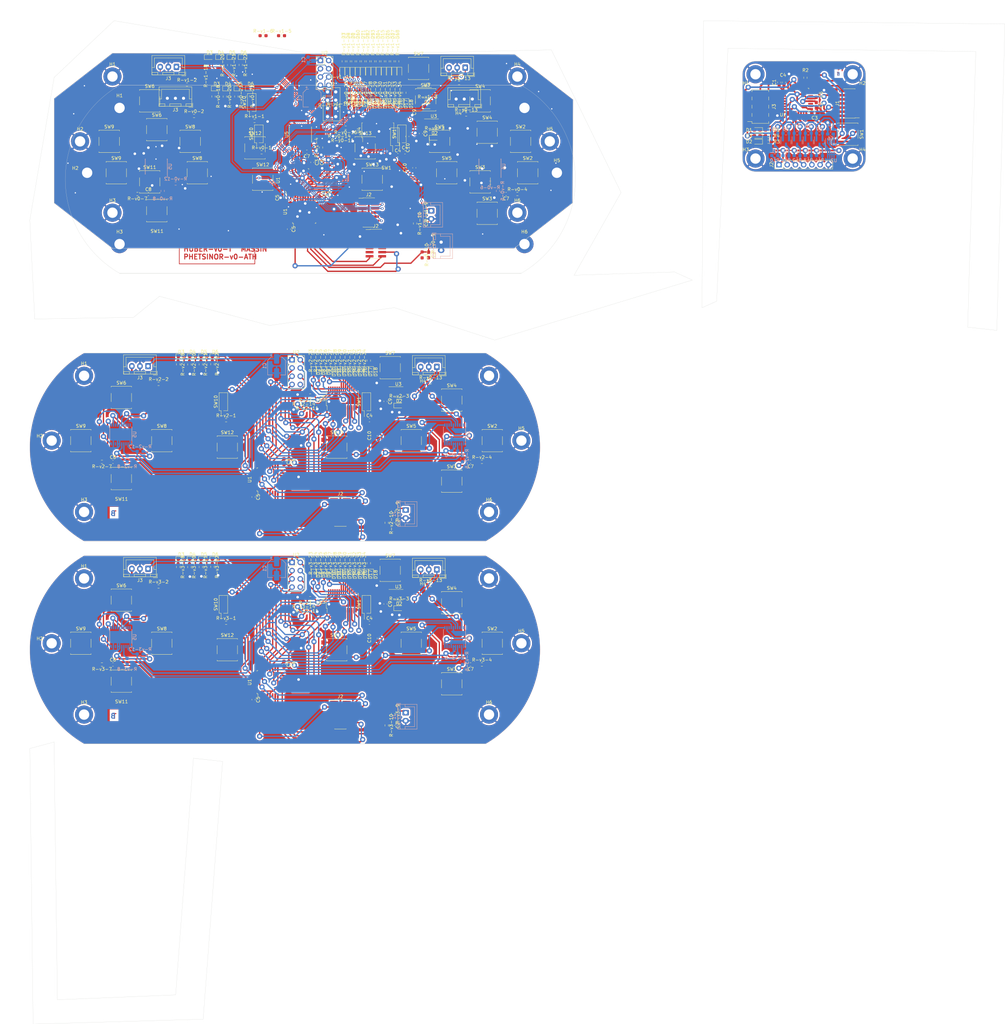
<source format=kicad_pcb>
(kicad_pcb (version 20221018) (generator pcbnew)
  (layers (0 "F.Cu" signal) (31 "B.Cu" signal) (34 "B.Paste" user) (35 "F.Paste" user) (36 "B.SilkS" user "B.Silkscreen") (37 "F.SilkS" user "F.Silkscreen") (38 "B.Mask" user) (39 "F.Mask" user) (44 "Edge.Cuts" user))
  (net 0 "")
  (net 1 "Glob_Alim-v0-")
  (net 2 "GND-v0-")
  (net 3 "POWER-v0-_CHECK-v0-")
  (net 4 "L-v0-i-ion-v0-")
  (net 5 "Net-(C7-Pad1)-v0-")
  (net 6 "Net-(C8-Pad1)-v0-")
  (net 7 "Net-(U3-BP)-v0-")
  (net 8 "Net-(D2-A)-v0-")
  (net 9 "Net-(D3-K)-v0-")
  (net 10 "Net-(D3-A)-v0-")
  (net 11 "Net-(D4-K)-v0-")
  (net 12 "Net-(D4-A)-v0-")
  (net 13 "Net-(D5-K)-v0-")
  (net 14 "Net-(D5-A)-v0-")
  (net 15 "Net-(D6-K)-v0-")
  (net 16 "Net-(D6-A)-v0-")
  (net 17 "Net-(D7-K)-v0-")
  (net 18 "Net-(D7-A)-v0-")
  (net 19 "Net-(D8-K)-v0-")
  (net 20 "Net-(D8-A)-v0-")
  (net 21 "Net-(D9-K)-v0-")
  (net 22 "Net-(D9-A)-v0-")
  (net 23 "Net-(D10-K)-v0-")
  (net 24 "Net-(D10-A)-v0-")
  (net 25 "Net-(D11-K)-v0-")
  (net 26 "Net-(D11-A)-v0-")
  (net 27 "Net-(D12-K)-v0-")
  (net 28 "Net-(D12-A)-v0-")
  (net 29 "Net-(D13-K)-v0-")
  (net 30 "Net-(D13-A)-v0-")
  (net 31 "Net-(D14-K)-v0-")
  (net 32 "Net-(D14-A)-v0-")
  (net 33 "Net-(D15-K)-v0-")
  (net 34 "Net-(D15-A)-v0-")
  (net 35 "Net-(D16-K)-v0-")
  (net 36 "Net-(D16-A)-v0-")
  (net 37 "Net-(D17-K)-v0-")
  (net 38 "Net-(D17-A)-v0-")
  (net 39 "Net-(D18-K)-v0-")
  (net 40 "Net-(D18-A)-v0-")
  (net 43 "SWDIO-v0-")
  (net 44 "SWDCK-v0-")
  (net 48 "R-v0-eset_Buton -v0-")
  (net 49 "USAR-v0-T2_R-v0-X-v0-")
  (net 50 "USAR-v0-T2_TX-v0-")
  (net 51 "R-v0-")
  (net 52 "L-v0-")
  (net 53 "NES{slash}SNES_switcher-v0-")
  (net 54 "DIO{slash}EX_CL-v0-K")
  (net 55 "DIO{slash}EX_SDA-v0-")
  (net 56 "DIODE_OE-v0-")
  (net 57 "Net-(#FL-v0-G05-pwr)")
  (net 58 "A_Button-v0-")
  (net 59 "B_Button-v0-")
  (net 60 "X_Button-v0-")
  (net 61 "Y_Button-v0-")
  (net 62 "UC_Button-v0-")
  (net 63 "Order_Search-v0-")
  (net 64 "L-v0-C_Button")
  (net 65 "R-v0-C_Button")
  (net 66 "DC_Button-v0-")
  (net 67 "ST_Button-v0-")
  (net 68 "SE_Button-v0-")
  (net 73 "Pin_Clock-v0-")
  (net 74 "Digital_Out_Put-v0-")
  (net 75 "MOSI-v0-")
  (net 79 "R-v0-X{slash}TX")
  (net 81 "CSN_nR-v0-F24")
  (net 99 "POWER-v1-_CHECK-v1-")
  (net 100 "GND-v1-")
  (net 101 "L-v1-i-ion-v1-")
  (net 102 "Net-(U3-BP)-v1-")
  (net 103 "Glob_Alim-v1-")
  (net 104 "Net-(D2-A)-v1-")
  (net 105 "Net-(D3-K)-v1-")
  (net 106 "Net-(D3-A)-v1-")
  (net 107 "Net-(D4-K)-v1-")
  (net 108 "Net-(D4-A)-v1-")
  (net 109 "Net-(D5-K)-v1-")
  (net 110 "Net-(D5-A)-v1-")
  (net 111 "Net-(D6-K)-v1-")
  (net 112 "Net-(D6-A)-v1-")
  (net 113 "Net-(D7-K)-v1-")
  (net 114 "Net-(D7-A)-v1-")
  (net 115 "Net-(D8-K)-v1-")
  (net 116 "Net-(D8-A)-v1-")
  (net 117 "Net-(D9-K)-v1-")
  (net 118 "Net-(D9-A)-v1-")
  (net 119 "Net-(D10-K)-v1-")
  (net 120 "Net-(D10-A)-v1-")
  (net 121 "Net-(D11-K)-v1-")
  (net 122 "Net-(D11-A)-v1-")
  (net 123 "Net-(D12-K)-v1-")
  (net 124 "Net-(D12-A)-v1-")
  (net 125 "Net-(D13-K)-v1-")
  (net 126 "Net-(D13-A)-v1-")
  (net 127 "Net-(D14-K)-v1-")
  (net 128 "Net-(D14-A)-v1-")
  (net 129 "Net-(D15-K)-v1-")
  (net 130 "Net-(D15-A)-v1-")
  (net 131 "Net-(D16-K)-v1-")
  (net 132 "Net-(D16-A)-v1-")
  (net 133 "Net-(D17-K)-v1-")
  (net 134 "Net-(D17-A)-v1-")
  (net 135 "Net-(D18-K)-v1-")
  (net 136 "Net-(D18-A)-v1-")
  (net 139 "SWDIO-v1-")
  (net 140 "SWDCK-v1-")
  (net 144 "R-v1-eset_Buton -v1-")
  (net 145 "USAR-v1-T2_R-v1-X-v1-")
  (net 146 "USAR-v1-T2_TX-v1-")
  (net 147 "NES{slash}SNES_switcher-v1-")
  (net 148 "R-v1-")
  (net 149 "A_Button-v1-")
  (net 150 "B_Button-v1-")
  (net 151 "X_Button-v1-")
  (net 152 "Y_Button-v1-")
  (net 153 "UC_Button-v1-")
  (net 154 "L-v1-C_Button-v1-")
  (net 155 "DIODE_SDA-v1-")
  (net 156 "R-v1-C_Button")
  (net 157 "L-v1-")
  (net 158 "DIODE_CL-v1-K")
  (net 159 "DC_Button-v1-")
  (net 160 "DIODE_OE-v1-")
  (net 161 "ST_Button-v1-")
  (net 162 "SE_Button-v1-")
  (net 163 "Order_Search-v1-")
  (net 164 "R-v1-X{slash}TX")
  (net 165 "Net-(C7-Pad1)-v1-")
  (net 166 "Pin_Clock-v1-")
  (net 167 "Digital_Out_Put-v1-")
  (net 168 "MOSI-v1-")
  (net 169 "GPIO_EX_CL-v1-K")
  (net 172 "GPIO_EX_SER-v1-IAL-v1-_DATA")
  (net 173 "Net-(U3-IN)-v1-")
  (net 174 "CSN_nR-v1-F24")
  (net 184 "Glob_Alim-v2-")
  (net 185 "GND-v2-")
  (net 186 "POWER-v2-_CHECK-v2-")
  (net 187 "L-v2-i-ion-v2-")
  (net 188 "Net-(C7-Pad1)-v2-")
  (net 189 "Net-(C8-Pad1)-v2-")
  (net 190 "Net-(U3-BP)-v2-")
  (net 191 "Net-(D2-A)-v2-")
  (net 192 "Net-(D3-K)-v2-")
  (net 193 "Net-(D3-A)-v2-")
  (net 194 "Net-(D4-K)-v2-")
  (net 195 "Net-(D4-A)-v2-")
  (net 196 "Net-(D5-K)-v2-")
  (net 197 "Net-(D5-A)-v2-")
  (net 198 "Net-(D6-K)-v2-")
  (net 199 "Net-(D6-A)-v2-")
  (net 200 "Net-(D7-K)-v2-")
  (net 201 "Net-(D7-A)-v2-")
  (net 202 "Net-(D8-K)-v2-")
  (net 203 "Net-(D8-A)-v2-")
  (net 204 "Net-(D9-K)-v2-")
  (net 205 "Net-(D9-A)-v2-")
  (net 206 "Net-(D10-K)-v2-")
  (net 207 "Net-(D10-A)-v2-")
  (net 208 "Net-(D11-K)-v2-")
  (net 209 "Net-(D11-A)-v2-")
  (net 210 "Net-(D12-K)-v2-")
  (net 211 "Net-(D12-A)-v2-")
  (net 212 "Net-(D13-K)-v2-")
  (net 213 "Net-(D13-A)-v2-")
  (net 214 "Net-(D14-K)-v2-")
  (net 215 "Net-(D14-A)-v2-")
  (net 216 "Net-(D15-K)-v2-")
  (net 217 "Net-(D15-A)-v2-")
  (net 218 "Net-(D16-K)-v2-")
  (net 219 "Net-(D16-A)-v2-")
  (net 220 "Net-(D17-K)-v2-")
  (net 221 "Net-(D17-A)-v2-")
  (net 222 "Net-(D18-K)-v2-")
  (net 223 "Net-(D18-A)-v2-")
  (net 226 "SWDIO-v2-")
  (net 227 "SWDCK-v2-")
  (net 231 "R-v2-eset_Buton -v2-")
  (net 232 "USAR-v2-T2_R-v2-X-v2-")
  (net 233 "USAR-v2-T2_TX-v2-")
  (net 234 "R-v2-")
  (net 235 "L-v2-")
  (net 236 "NES{slash}SNES_switcher-v2-")
  (net 237 "DIO{slash}EX_CL-v2-K")
  (net 238 "DIO{slash}EX_SDA-v2-")
  (net 239 "DIODE_OE-v2-")
  (net 240 "Net-(#FL-v2-G05-pwr)")
  (net 241 "A_Button-v2-")
  (net 242 "B_Button-v2-")
  (net 243 "X_Button-v2-")
  (net 244 "Y_Button-v2-")
  (net 245 "UC_Button-v2-")
  (net 246 "Order_Search-v2-")
  (net 247 "L-v2-C_Button")
  (net 248 "R-v2-C_Button")
  (net 249 "DC_Button-v2-")
  (net 250 "ST_Button-v2-")
  (net 251 "SE_Button-v2-")
  (net 256 "Pin_Clock-v2-")
  (net 257 "Digital_Out_Put-v2-")
  (net 258 "MOSI-v2-")
  (net 262 "R-v2-X{slash}TX")
  (net 264 "CSN_nR-v2-F24")
  (net 282 "Glob_Alim-v3-")
  (net 283 "GND-v3-")
  (net 284 "POWER-v3-_CHECK-v3-")
  (net 285 "L-v3-i-ion-v3-")
  (net 286 "Net-(C7-Pad1)-v3-")
  (net 287 "Net-(C8-Pad1)-v3-")
  (net 288 "Net-(U3-BP)-v3-")
  (net 289 "Net-(D2-A)-v3-")
  (net 290 "Net-(D3-K)-v3-")
  (net 291 "Net-(D3-A)-v3-")
  (net 292 "Net-(D4-K)-v3-")
  (net 293 "Net-(D4-A)-v3-")
  (net 294 "Net-(D5-K)-v3-")
  (net 295 "Net-(D5-A)-v3-")
  (net 296 "Net-(D6-K)-v3-")
  (net 297 "Net-(D6-A)-v3-")
  (net 298 "Net-(D7-K)-v3-")
  (net 299 "Net-(D7-A)-v3-")
  (net 300 "Net-(D8-K)-v3-")
  (net 301 "Net-(D8-A)-v3-")
  (net 302 "Net-(D9-K)-v3-")
  (net 303 "Net-(D9-A)-v3-")
  (net 304 "Net-(D10-K)-v3-")
  (net 305 "Net-(D10-A)-v3-")
  (net 306 "Net-(D11-K)-v3-")
  (net 307 "Net-(D11-A)-v3-")
  (net 308 "Net-(D12-K)-v3-")
  (net 309 "Net-(D12-A)-v3-")
  (net 310 "Net-(D13-K)-v3-")
  (net 311 "Net-(D13-A)-v3-")
  (net 312 "Net-(D14-K)-v3-")
  (net 313 "Net-(D14-A)-v3-")
  (net 314 "Net-(D15-K)-v3-")
  (net 315 "Net-(D15-A)-v3-")
  (net 316 "Net-(D16-K)-v3-")
  (net 317 "Net-(D16-A)-v3-")
  (net 318 "Net-(D17-K)-v3-")
  (net 319 "Net-(D17-A)-v3-")
  (net 320 "Net-(D18-K)-v3-")
  (net 321 "Net-(D18-A)-v3-")
  (net 324 "SWDIO-v3-")
  (net 325 "SWDCK-v3-")
  (net 329 "R-v3-eset_Buton -v3-")
  (net 330 "USAR-v3-T2_R-v3-X-v3-")
  (net 331 "USAR-v3-T2_TX-v3-")
  (net 332 "R-v3-")
  (net 333 "L-v3-")
  (net 334 "NES{slash}SNES_switcher-v3-")
  (net 335 "DIO{slash}EX_CL-v3-K")
  (net 336 "DIO{slash}EX_SDA-v3-")
  (net 337 "DIODE_OE-v3-")
  (net 338 "Net-(#FL-v3-G05-pwr)")
  (net 339 "A_Button-v3-")
  (net 340 "B_Button-v3-")
  (net 341 "X_Button-v3-")
  (net 342 "Y_Button-v3-")
  (net 343 "UC_Button-v3-")
  (net 344 "Order_Search-v3-")
  (net 345 "L-v3-C_Button")
  (net 346 "R-v3-C_Button")
  (net 347 "DC_Button-v3-")
  (net 348 "ST_Button-v3-")
  (net 349 "SE_Button-v3-")
  (net 354 "Pin_Clock-v3-")
  (net 355 "Digital_Out_Put-v3-")
  (net 356 "MOSI-v3-")
  (net 360 "R-v3-X{slash}TX")
  (net 362 "CSN_nR-v3-F24")
  (net 380 "+5V-v6-")
  (net 381 "GND-v6-")
  (net 382 "+3.3V-v6-")
  (net 383 "Net-(D1-K)-v6-")
  (net 385 "Net-(D3-K)-v6-")
  (net 386 "Status_LED-v6-")
  (net 387 "Data_Clock_SNES-v6-")
  (net 388 "Data_Latch_SNES-v6-")
  (net 389 "Net-(D2-K)-v6-")
  (net 390 "Serial_Data1_SNES-v6-")
  (net 391 "Serial_Data2_SNES-v6-")
  (net 392 "SPI_Chip_Select-v6-")
  (net 393 "Chip_Enable-v6-")
  (net 394 "SPI_Digital_Input-v6-")
  (net 395 "SPI_Clock-v6-")
  (net 396 "SPI_Digital_Output-v6-")
  (net 397 "IOBit_SNES-v6-")
  (net 398 "Data_Clock_STM32-v6-")
  (net 399 "Data_Latch_STM32-v6-")
  (net 400 "Appairing_Btn-v6-")
  (net 401 "Net-(U2-BP)-v6-")
  (net 402 "SWDIO-v6-")
  (net 403 "SWDCK-v6-")
  (net 406 "NRST-v6-")
  (net 407 "USART2_RX-v6-")
  (net 408 "USART2_TX-v6-")
  (net 409 "Serial_Data1_STM32-v6-")
  (net 410 "IOBit_STM32-v6-")
  (net 411 "Serial_Data2_STM32-v6-")
  (footprint "R-v2-esistor_SMD:R-v2-_0603_1608Metric_Pad0.98x0.95mm_HandSolder" (layer "F.Cu") (at 95.388222 106.0625 90)
    (fp_text reference "R-v2-27")
    (fp_text value "1K")
  )
  (footprint "R-v0-esistor_SMD:R-v0-_0603_1608Metric_Pad0.98x0.95mm_HandSolder" (layer "F.Cu") (at 107.838491 23.445225 90)
    (fp_text reference "R-v0-28")
    (fp_text value "1K")
  )
  (footprint "R-v1-esistor_SMD:R-v1-_0603_1608Metric_Pad0.98x0.95mm_HandSolder" (layer "F.Cu") (at 124.01 26.125994)
    (fp_text reference "R-v1-3")
    (fp_text value "1K")
  )
  (footprint "Connector_PinHeader_1.27mm:PinHeader_2x07_P1.27mm_Vertical_SMD" (layer "F.Cu") (at 254.25 26.75 180)
    (fp_text reference "J1")
    (fp_text value "Conn_02x07_Odd_Even")
  )
  (footprint "Package_SO:MSOP-8_3x3mm_P0.65mm" (layer "F.Cu") (at 123.75 23.449994)
    (fp_text reference "U3")
    (fp_text value "MIC5219-3.3YMM")
  )
  (footprint "Button_Switch_SMD:SW_SPST_B3S-1000" (layer "F.Cu") (at 41.988222 130.75)
    (fp_text reference "SW8")
    (fp_text value "SW_Push")
  )
  (footprint "Button_Switch_SMD:SW_SPST_B3S-1000" (layer "F.Cu") (at 16.988222 193.25)
    (fp_text reference "SW9")
    (fp_text value "SW_Push")
  )
  (footprint "Connector_PinHeader_1.27mm:PinHeader_2x07_P1.27mm_Vertical_SMD" (layer "F.Cu") (at 105.875 60.389994)
    (fp_text reference "J2")
    (fp_text value "Conn_02x07_Odd_Even")
  )
  (footprint "MountingHole:MountingHole_3.2mm_M3_DIN965_Pad" (layer "F.Cu") (at 225.25 17.75)
    (fp_text reference "H1")
    (fp_text value "MountingHole_Pad")
  )
  (footprint "R-v0-esistor_SMD:R-v0-_0603_1608Metric_Pad0.98x0.95mm_HandSolder" (layer "F.Cu") (at 135.938491 30.132725)
    (fp_text reference "R-v0-13")
    (fp_text value "1K")
  )
  (footprint "Button_Switch_SMD:SW_SPST_B3S-1000" (layer "F.Cu") (at 123.438491 25.632725)
    (fp_text reference "SW7")
    (fp_text value "SW_SPST")
  )
  (footprint "Capacitor_SMD:C_0603_1608Metric_Pad1.08x0.95mm_HandSolder" (layer "F.Cu") (at 79.052 55.843994 90)
    (fp_text reference "C5")
    (fp_text value "100n")
  )
  (footprint "Connector_JST:JST_XH_B3B-XH-A_1x03_P2.50mm_Vertical" (layer "F.Cu") (at 137.842491 25.394725 180)
    (fp_text reference "J4")
    (fp_text value "Conn_01x03")
  )
  (footprint "Connector_JST:JST_XH_B3B-XH-A_1x03_P2.50mm_Vertical" (layer "F.Cu") (at 126.892222 108.012 180)
    (fp_text reference "J4")
    (fp_text value "Conn_01x03")
  )
  (footprint "R-v0-esistor_SMD:R-v0-_0603_1608Metric_Pad0.98x0.95mm_HandSolder" (layer "F.Cu") (at 124.338491 69.932725 -90)
    (fp_text reference "R-v0-9")
    (fp_text value "1M")
  )
  (footprint "Capacitor_SMD:C_0603_1608Metric_Pad1.08x0.95mm_HandSolder" (layer "F.Cu") (at 234.05 20.25 90)
    (fp_text reference "C4")
    (fp_text value "100n")
  )
  (footprint "R-v3-esistor_SMD:R-v3-_0603_1608Metric_Pad0.98x0.95mm_HandSolder" (layer "F.Cu") (at 47.013222 169.725 -90)
    (fp_text reference "R-v3-18")
    (fp_text value "1K")
  )
  (footprint "Capacitor_SMD:C_0603_1608Metric_Pad1.08x0.95mm_HandSolder" (layer "F.Cu") (at 113.388222 156.0875 -90)
    (fp_text reference "C2")
    (fp_text value "1nF")
  )
  (footprint "Capacitor_SMD:C_0603_1608Metric_Pad1.08x0.95mm_HandSolder" (layer "F.Cu") (at 137.300246 137.3 180)
    (fp_text reference "C7")
    (fp_text value "100nF")
  )
  (footprint "Button_Switch_SMD:SW_SPST_B3S-1000" (layer "F.Cu") (at 152.75 38.449994)
    (fp_text reference "SW2")
    (fp_text value "SW_Push")
  )
  (footprint "Button_Switch_SMD:SW_SPST_B3S-1000" (layer "F.Cu") (at 40.438491 59.832725)
    (fp_text reference "SW11")
    (fp_text value "SW_Push")
  )
  (footprint "R-v2-esistor_SMD:R-v2-_0603_1608Metric_Pad0.98x0.95mm_HandSolder" (layer "F.Cu") (at 92.358222 106.0625 90)
    (fp_text reference "R-v2-25")
    (fp_text value "1K")
  )
  (footprint "R-v1-esistor_SMD:R-v1-_0603_1608Metric_Pad0.98x0.95mm_HandSolder" (layer "F.Cu") (at 78.95 5.849994)
    (fp_text reference "R-v1-5")
    (fp_text value "1K")
  )
  (footprint "L-v1-ED_SMD:L-v1-ED_0603_1608Metric_Pad1.05x0.95mm_HandSolder" (layer "F.Cu") (at 97.675 17.274994 -90)
    (fp_text reference "D7")
    (fp_text value "G5")
  )
  (footprint "Package_SO:TSSOP-28_4.4x9.7mm_P0.65mm" (layer "F.Cu") (at 97.722222 117.664 90)
    (fp_text reference "U4")
    (fp_text value "PCA9685PW")
  )
  (footprint "MountingHole:MountingHole_3.2mm_M3_DIN965_Pad" (layer "F.Cu") (at 17.988222 110.75)
    (fp_text reference "H1")
    (fp_text value "MountingHole_Pad")
  )
  (footprint "L-v3-ED_SMD:L-v3-ED_0603_1608Metric_Pad1.05x0.95mm_HandSolder" (layer "F.Cu") (at 90.512222 172.075 -90)
    (fp_text reference "D8")
    (fp_text value "G6")
  )
  (footprint "L-v3-ED_SMD:L-v3-ED_0603_1608Metric_Pad1.05x0.95mm_HandSolder" (layer "F.Cu") (at 101.763222 172.05 -90)
    (fp_text reference "D15")
    (fp_text value "R-v3-1")
  )
  (footprint "R-v1-esistor_SMD:R-v1-_0603_1608Metric_Pad0.98x0.95mm_HandSolder" (layer "F.Cu") (at 105.65 13.762494 90)
    (fp_text reference "R-v1-28")
    (fp_text value "1K")
  )
  (footprint "L-v2-ED_SMD:L-v2-ED_0603_1608Metric_Pad1.05x0.95mm_HandSolder" (layer "F.Cu") (at 51.488222 104.75)
    (fp_text reference "D4")
    (fp_text value "G2")
  )
  (footprint "R-v2-esistor_SMD:R-v2-_0603_1608Metric_Pad0.98x0.95mm_HandSolder" (layer "F.Cu") (at 104.388222 106.0625 90)
    (fp_text reference "R-v2-33")
    (fp_text value "1K")
  )
  (footprint "Capacitor_SMD:C_0603_1608Metric_Pad1.08x0.95mm_HandSolder" (layer "F.Cu") (at 243.5025 29.69)
    (fp_text reference "C3")
    (fp_text value "100n")
  )
  (footprint "MountingHole:MountingHole_3.2mm_M3_DIN965_Pad" (layer "F.Cu") (at 153.938491 28.132725)
    (fp_text reference "H4")
    (fp_text value "MountingHole_Pad")
  )
  (footprint "R-v1-esistor_SMD:R-v1-_0603_1608Metric_Pad0.98x0.95mm_HandSolder" (layer "F.Cu") (at 99.65 13.762494 90)
    (fp_text reference "R-v1-24")
    (fp_text value "1K")
  )
  (footprint "Capacitor_SMD:C_0603_1608Metric_Pad1.08x0.95mm_HandSolder" (layer "F.Cu") (at 113.388222 218.5875 -90)
    (fp_text reference "C2")
    (fp_text value "1nF")
  )
  (footprint "L-v0-ED_SMD:L-v0-ED_0603_1608Metric_Pad1.05x0.95mm_HandSolder" (layer "F.Cu") (at 104.663491 26.957725 -90)
    (fp_text reference "D10")
    (fp_text value "G8")
  )
  (footprint "Capacitor_SMD:C_0603_1608Metric_Pad1.08x0.95mm_HandSolder" (layer "F.Cu") (at 26.896198 199.8)
    (fp_text reference "C8")
    (fp_text value "100nF")
  )
  (footprint "R-v1-esistor_SMD:R-v1-_0603_1608Metric_Pad0.98x0.95mm_HandSolder" (layer "F.Cu") (at 114.65 13.762494 90)
    (fp_text reference "R-v1-34")
    (fp_text value "1K")
  )
  (footprint "Button_Switch_SMD:SW_SPST_B3S-1000" (layer "F.Cu") (at 154.938491 48.132725)
    (fp_text reference "SW2")
    (fp_text value "SW_Push")
  )
  (footprint "R-v2-esistor_SMD:R-v2-_0603_1608Metric_Pad0.98x0.95mm_HandSolder" (layer "F.Cu") (at 113.388222 152.55 -90)
    (fp_text reference "R-v2-9")
    (fp_text value "1M")
  )
  (footprint "R-v2-esistor_SMD:R-v2-_0603_1608Metric_Pad0.98x0.95mm_HandSolder" (layer "F.Cu") (at 105.888222 106.0625 90)
    (fp_text reference "R-v2-34")
    (fp_text value "1K")
  )
  (footprint "Button_Switch_SMD:SW_DIP_SPSTx01_Slide_Copal_CHS-01B_W7.62mm_P1.27mm" (layer "F.Cu") (at 105.158222 181.25 90)
    (fp_text reference "SW1")
    (fp_text value "SW_DIP_x01")
  )
  (footprint "R-v1-esistor_SMD:R-v1-_0603_1608Metric_Pad0.98x0.95mm_HandSolder" (layer "F.Cu") (at 108.65 13.762494 90)
    (fp_text reference "R-v1-30")
    (fp_text value "1K")
  )
  (footprint "MountingHole:MountingHole_3.2mm_M3_DIN965_Pad" (layer "F.Cu") (at 255.25 17.75)
    (fp_text reference "H2")
    (fp_text value "MountingHole_Pad")
  )
  (footprint "Connector_JST:JST_XH_B3B-XH-A_1x03_P2.50mm_Vertical" (layer "F.Cu") (at 37.738222 170.275 180)
    (fp_text reference "J3")
    (fp_text value "Conn_01x03")
  )
  (footprint "Button_Switch_SMD:SW_SPST_B3S-1000" (layer "F.Cu") (at 253.75 36.25 180)
    (fp_text reference "SW1")
    (fp_text value "SW_SPST")
  )
  (footprint "L-v1-ED_SMD:L-v1-ED_0603_1608Metric_Pad1.05x0.95mm_HandSolder" (layer "F.Cu") (at 110.525 17.249994 -90)
    (fp_text reference "D15")
    (fp_text value "R-v1-1")
  )
  (footprint "Button_Switch_SMD:SW_SPST_B3S-1000" (layer "F.Cu") (at 131.488222 118.25)
    (fp_text reference "SW4")
    (fp_text value "SW_Push")
  )
  (footprint "Button_Switch_SMD:SW_SPST_B3S-1000" (layer "F.Cu") (at 41.988222 193.25)
    (fp_text reference "SW8")
    (fp_text value "SW_Push")
  )
  (footprint "MountingHole:MountingHole_3.2mm_M3_DIN965_Pad" (layer "F.Cu") (at 28.938491 28.132725)
    (fp_text reference "H1")
    (fp_text value "MountingHole_Pad")
  )
  (footprint "R-v1-esistor_SMD:R-v1-_0603_1608Metric_Pad0.98x0.95mm_HandSolder" (layer "F.Cu") (at 91.15 40.337494 90)
    (fp_text reference "R-v1-4")
    (fp_text value "10k")
  )
  (footprint "Capacitor_SMD:C_0603_1608Metric_Pad1.08x0.95mm_HandSolder" (layer "F.Cu") (at 70.290222 210.644 -90)
    (fp_text reference "C5")
    (fp_text value "100n")
  )
  (footprint "R-v2-esistor_SMD:R-v2-_0603_1608Metric_Pad0.98x0.95mm_HandSolder" (layer "F.Cu") (at 86.798222 119.35 180)
    (fp_text reference "R-v2-11")
    (fp_text value "10K")
  )
  (footprint "Connector_JST:JST_XH_B3B-XH-A_1x03_P2.50mm_Vertical" (layer "F.Cu") (at 37.738222 107.775 180)
    (fp_text reference "J3")
    (fp_text value "Conn_01x03")
  )
  (footprint "L-v2-ED_SMD:L-v2-ED_0603_1608Metric_Pad1.05x0.95mm_HandSolder" (layer "F.Cu") (at 47.988222 104.75)
    (fp_text reference "D3")
    (fp_text value "G1")
  )
  (footprint "L-v3-ED_SMD:L-v3-ED_0603_1608Metric_Pad1.05x0.95mm_HandSolder" (layer "F.Cu") (at 115.248222 182.45)
    (fp_text reference "D2")
    (fp_text value "L-v3-ED_Small")
  )
  (footprint "L-v3-ED_SMD:L-v3-ED_0603_1608Metric_Pad1.05x0.95mm_HandSolder" (layer "F.Cu") (at 95.313222 172.075 -90)
    (fp_text reference "D11")
    (fp_text value "O1")
  )
  (footprint "L-v3-ED_SMD:L-v3-ED_0603_1608Metric_Pad1.05x0.95mm_HandSolder" (layer "F.Cu") (at 47.988222 167.25)
    (fp_text reference "D3")
    (fp_text value "G1")
  )
  (footprint "Button_Switch_SMD:SW_SPST_B3S-1000" (layer "F.Cu") (at 106.938491 50.132725)
    (fp_text reference "SW13")
    (fp_text value "SW_Push")
  )
  (footprint "Connector_JST:JST_XH_B3B-XH-A_1x03_P2.50mm_Vertical" (layer "F.Cu") (at 126.892222 170.512 180)
    (fp_text reference "J4")
    (fp_text value "Conn_01x03")
  )
  (footprint "MountingHole:MountingHole_3.2mm_M3_DIN965_Pad" (layer "F.Cu") (at 7.988222 130.75)
    (fp_text reference "H2")
    (fp_text value "MountingHole_Pad")
  )
  (footprint "Capacitor_SMD:C_0603_1608Metric_Pad1.08x0.95mm_HandSolder" (layer "F.Cu") (at 124.338491 73.470225 -90)
    (fp_text reference "C2")
    (fp_text value "1nF")
  )
  (footprint "R-v3-esistor_SMD:R-v3-_0603_1608Metric_Pad0.98x0.95mm_HandSolder" (layer "F.Cu") (at 102.888222 168.5625 90)
    (fp_text reference "R-v3-32")
    (fp_text value "1K")
  )
  (footprint "R-v3-esistor_SMD:R-v3-_0603_1608Metric_Pad0.98x0.95mm_HandSolder" (layer "F.Cu") (at 50.513222 169.75 -90)
    (fp_text reference "R-v3-20")
    (fp_text value "1K")
  )
  (footprint "Package_SO:TSSOP-28_4.4x9.7mm_P0.65mm" (layer "F.Cu") (at 108.672491 35.046725 90)
    (fp_text reference "U4")
    (fp_text value "PCA9685PW")
  )
  (footprint "R-v2-esistor_SMD:R-v2-_0603_1608Metric_Pad0.98x0.95mm_HandSolder" (layer "F.Cu") (at 115.248222 118.426)
    (fp_text reference "R-v2-3")
    (fp_text value "1K")
  )
  (footprint "Resistor_SMD:R_0603_1608Metric_Pad0.98x0.95mm_HandSolder" (layer "F.Cu") (at 240.67 18.82 90)
    (fp_text reference "R2")
    (fp_text value "10k")
  )
  (footprint "Capacitor_SMD:C_0603_1608Metric_Pad1.08x0.95mm_HandSolder" (layer "F.Cu") (at 88.45 44.921994 -90)
    (fp_text reference "C3")
    (fp_text value "100n")
  )
  (footprint "Capacitor_SMD:C_0603_1608Metric_Pad1.08x0.95mm_HandSolder" (layer "F.Cu") (at 117.033491 41.832725)
    (fp_text reference "C4")
    (fp_text value "1u")
  )
  (footprint "R-v0-esistor_SMD:R-v0-_0603_1608Metric_Pad0.98x0.95mm_HandSolder" (layer "F.Cu") (at 151.750515 54.682725)
    (fp_text reference "R-v0-4")
    (fp_text value "1k")
  )
  (footprint "R-v3-esistor_SMD:R-v3-_0603_1608Metric_Pad0.98x0.95mm_HandSolder" (layer "F.Cu") (at 111.388222 218.5875 -90)
    (fp_text reference "R-v3-10")
    (fp_text value "1M")
  )
  (footprint "R-v3-esistor_SMD:R-v3-_0603_1608Metric_Pad0.98x0.95mm_HandSolder" (layer "F.Cu") (at 86.798222 181.85 180)
    (fp_text reference "R-v3-11")
    (fp_text value "10K")
  )
  (footprint "Button_Switch_SMD:SW_SPST_B3S-1000" (layer "F.Cu") (at 62.198222 132.75)
    (fp_text reference "SW12")
    (fp_text value "SW_Push")
  )
  (footprint "R-v3-esistor_SMD:R-v3-_0603_1608Metric_Pad0.98x0.95mm_HandSolder" (layer "F.Cu") (at 101.388222 168.5625 90)
    (fp_text reference "R-v3-31")
    (fp_text value "1K")
  )
  (footprint "L-v0-ED_SMD:L-v0-ED_0603_1608Metric_Pad1.05x0.95mm_HandSolder" (layer "F.Cu") (at 114.313491 26.932725 -90)
    (fp_text reference "D16")
    (fp_text value "R-v0-2")
  )
  (footprint "L-v1-ED_SMD:L-v1-ED_0603_1608Metric_Pad1.05x0.95mm_HandSolder" (layer "F.Cu") (at 56.75 12.449994)
    (fp_text reference "D3")
    (fp_text value "G1")
  )
  (footprint "R-v0-esistor_SMD:R-v0-_0603_1608Metric_Pad0.98x0.95mm_HandSolder" (layer "F.Cu") (at 116.838491 23.445225 90)
    (fp_text reference "R-v0-34")
    (fp_text value "1K")
  )
  (footprint "L-v3-ED_SMD:L-v3-ED_0603_1608Metric_Pad1.05x0.95mm_HandSolder" (layer "F.Cu") (at 103.363222 172.05 -90)
    (fp_text reference "D16")
    (fp_text value "R-v3-2")
  )
  (footprint "Connector_JST:JST_XH_B3B-XH-A_1x03_P2.50mm_Vertical" (layer "F.Cu") (at 48.688491 25.157725 180)
    (fp_text reference "J3")
    (fp_text value "Conn_01x03")
  )
  (footprint "L-v3-ED_SMD:L-v3-ED_0603_1608Metric_Pad1.05x0.95mm_HandSolder" (layer "F.Cu") (at 92.113222 172.075 -90)
    (fp_text reference "D9")
    (fp_text value "G7")
  )
  (footprint "MountingHole:MountingHole_3.2mm_M3_DIN965_Pad" (layer "F.Cu") (at 151.75 60.449994)
    (fp_text reference "H6")
    (fp_text value "MountingHole_Pad")
  )
  (footprint "Package_QFP:L-v0-QFP-32_7x7mm_P0.8mm" (layer "F.Cu") (at 85.938491 60.132725 90)
    (fp_text reference "U1")
    (fp_text value "STM32L-v0-412KBTx")
  )
  (footprint "MountingHole:MountingHole_3.2mm_M3_DIN965_Pad" (layer "F.Cu") (at 163.938491 48.132725)
    (fp_text reference "H5")
    (fp_text value "MountingHole_Pad")
  )
  (footprint "MountingHole:MountingHole_3.2mm_M3_DIN965_Pad" (layer "F.Cu") (at 17.988222 215.25)
    (fp_text reference "H3")
    (fp_text value "MountingHole_Pad")
  )
  (footprint "Package_QFP:L-v3-QFP-32_7x7mm_P0.8mm" (layer "F.Cu") (at 74.988222 205.25 90)
    (fp_text reference "U1")
    (fp_text value "STM32L-v3-412KBTx")
  )
  (footprint "R-v1-esistor_SMD:R-v1-_0603_1608Metric_Pad0.98x0.95mm_HandSolder" (layer "F.Cu") (at 49.75 20.949994)
    (fp_text reference "R-v1-2")
    (fp_text value "1K")
  )
  (footprint "Capacitor_SMD:C_0603_1608Metric_Pad1.08x0.95mm_HandSolder" (layer "F.Cu") (at 106.083222 186.95)
    (fp_text reference "C4")
    (fp_text value "1u")
  )
  (footprint "MountingHole:MountingHole_3.2mm_M3_DIN965_Pad" (layer "F.Cu") (at 17.988222 152.75)
    (fp_text reference "H3")
    (fp_text value "MountingHole_Pad")
  )
  (footprint "Capacitor_SMD:C_0603_1608Metric_Pad1.08x0.95mm_HandSolder" (layer "F.Cu") (at 122.15 63.787494 -90)
    (fp_text reference "C2")
    (fp_text value "1nF")
  )
  (footprint "Connector_PinHeader_2.54mm:PinHeader_2x04_P2.54mm_Vertical" (layer "F.Cu") (at 82.188222 168.31)
    (fp_text reference "U2")
    (fp_text value "nR-v3-F24_Full")
  )
  (footprint "R-v1-esistor_SMD:R-v1-_0603_1608Metric_Pad0.98x0.95mm_HandSolder" (layer "F.Cu") (at 101.15 13.762494 90)
    (fp_text reference "R-v1-25")
    (fp_text value "1K")
  )
  (footprint "R-v0-esistor_SMD:R-v0-_0603_1608Metric_Pad0.98x0.95mm_HandSolder" (layer "F.Cu") (at 100.338491 23.445225 90)
    (fp_text reference "R-v0-23")
    (fp_text value "1K")
  )
  (footprint "R-v0-esistor_SMD:R-v0-_0603_1608Metric_Pad0.98x0.95mm_HandSolder" (layer "F.Cu") (at 51.938491 30.632725)
    (fp_text reference "R-v0-2")
    (fp_text value "1K")
  )
  (footprint "L-v0-ED_SMD:L-v0-ED_0603_1608Metric_Pad1.05x0.95mm_HandSolder" (layer "F.Cu") (at 106.263491 26.957725 -90)
    (fp_text reference "D11")
    (fp_text value "O1")
  )
  (footprint "R-v3-esistor_SMD:R-v3-_0603_1608Metric_Pad0.98x0.95mm_HandSolder" (layer "F.Cu") (at 54.038222 169.725 -90)
    (fp_text reference "R-v3-21")
    (fp_text value "1K")
  )
  (footprint "Capacitor_SMD:C_0603_1608Metric_Pad1.08x0.95mm_HandSolder" (layer "F.Cu") (at 90.638491 54.604725 -90)
    (fp_text reference "C3")
    (fp_text value "100n")
  )
  (footprint "R-v0-esistor_SMD:R-v0-_0603_1608Metric_Pad0.98x0.95mm_HandSolder" (layer "F.Cu") (at 61.463491 24.632725 -90)
    (fp_text reference "R-v0-20")
    (fp_text value "1K")
  )
  (footprint "MountingHole:MountingHole_3.2mm_M3_DIN965_Pad" (layer "F.Cu") (at 26.75 60.449994)
    (fp_text reference "H3")
    (fp_text value "MountingHole_Pad")
  )
  (footprint "Capacitor_SMD:C_0603_1608Metric_Pad1.08x0.95mm_HandSolder" (layer "F.Cu") (at 244.01 27.3025 90)
    (fp_text reference "C2")
    (fp_text value "100n")
  )
  (footprint "L-v0-ED_SMD:L-v0-ED_0603_1608Metric_Pad1.05x0.95mm_HandSolder" (layer "F.Cu") (at 109.513491 26.932725 -90)
    (fp_text reference "D13")
    (fp_text value "O3")
  )
  (footprint "L-v2-ED_SMD:L-v2-ED_0603_1608Metric_Pad1.05x0.95mm_HandSolder" (layer "F.Cu") (at 104.963222 109.55 -90)
    (fp_text reference "D17")
    (fp_text value "R-v2-3")
  )
  (footprint "L-v2-ED_SMD:L-v2-ED_0603_1608Metric_Pad1.05x0.95mm_HandSolder" (layer "F.Cu") (at 54.988222 104.75)
    (fp_text reference "D5")
    (fp_text value "G3")
  )
  (footprint "R-v2-esistor_SMD:R-v2-_0603_1608Metric_Pad0.98x0.95mm_HandSolder" (layer "F.Cu") (at 57.588222 107.175 -90)
    (fp_text reference "R-v2-22")
    (fp_text value "1K")
  )
  (footprint "R-v3-esistor_SMD:R-v3-_0603_1608Metric_Pad0.98x0.95mm_HandSolder" (layer "F.Cu") (at 23.496198 199.8 180)
    (fp_text reference "R-v3-7")
    (fp_text value "1k")
  )
  (footprint "Package_SO:TSSOP-28_4.4x9.7mm_P0.65mm" (layer "F.Cu") (at 106.484 25.363994 90)
    (fp_text reference "U4")
    (fp_text value "PCA9685PW")
  )
  (footprint "Capacitor_SMD:C_0603_1608Metric_Pad1.08x0.95mm_HandSolder" (layer "F.Cu") (at 79.688222 199.722 -90)
    (fp_text reference "C3")
    (fp_text value "100n")
  )
  (footprint "R-v1-esistor_SMD:R-v1-_0603_1608Metric_Pad0.98x0.95mm_HandSolder" (layer "F.Cu") (at 110.15 13.762494 90)
    (fp_text reference "R-v1-31")
    (fp_text value "1K")
  )
  (footprint "L-v1-ED_SMD:L-v1-ED_0603_1608Metric_Pad1.05x0.95mm_HandSolder" (layer "F.Cu") (at 113.725 17.249994 -90)
    (fp_text reference "D17")
    (fp_text value "R-v1-3")
  )
  (footprint "Capacitor_SMD:C_0603_1608Metric_Pad1.08x0.95mm_HandSolder" (layer "F.Cu") (at 232.55 20.25 90)
    (fp_text reference "C1")
    (fp_text value "10u")
  )
  (footprint "Button_Switch_SMD:SW_SPST_B3S-1000" (layer "F.Cu") (at 38.25 50.949994)
    (fp_text reference "SW11")
    (fp_text value "SW_Push")
  )
  (footprint "Button_Switch_SMD:SW_SPST_B3S-1000" (layer "F.Cu") (at 40.438491 34.832725)
    (fp_text reference "SW6")
    (fp_text value "SW_Push")
  )
  (footprint "L-v3-ED_SMD:L-v3-ED_0603_1608Metric_Pad1.05x0.95mm_HandSolder" (layer "F.Cu") (at 88.913222 172.075 -90)
    (fp_text reference "D7")
    (fp_text value "G5")
  )
  (footprint "Capacitor_SMD:C_0603_1608Metric_Pad1.08x0.95mm_HandSolder" (layer "F.Cu") (at 244.01 24 90)
    (fp_text reference "C5")
    (fp_text value "100n")
  )
  (footprint "Button_Switch_SMD:SW_DIP_SPSTx01_Slide_Copal_CHS-01B_W7.62mm_P1.27mm" (layer "F.Cu") (at 113.92 37.019994 90)
    (fp_text reference "SW1")
    (fp_text value "SW_DIP_x01")
  )
  (footprint "Resistor_SMD:R_0603_1608Metric_Pad0.98x0.95mm_HandSolder" (layer "F.Cu") (at 229.26875 36.75)
    (fp_text reference "R4")
    (fp_text value "1k")
  )
  (footprint "Capacitor_SMD:C_0603_1608Metric_Pad1.08x0.95mm_HandSolder" (layer "F.Cu") (at 92.162491 54.604725 -90)
    (fp_text reference "C6")
    (fp_text value "10u")
  )
  (footprint "Button_Switch_SMD:SW_SPST_B3S-1000" (layer "F.Cu") (at 95.988222 132.75)
    (fp_text reference "SW13")
    (fp_text value "SW_Push")
  )
  (footprint "MountingHole:MountingHole_3.2mm_M3_DIN965_Pad" (layer "F.Cu") (at 151.75 18.449994)
    (fp_text reference "H4")
    (fp_text value "MountingHole_Pad")
  )
  (footprint "Package_QFP:LQFP-32_7x7mm_P0.8mm" (layer "F.Cu") (at 238.1 25.65 180)
    (fp_text reference "U1")
    (fp_text value "STM32L412KBTx")
  )
  (footprint "L-v1-ED_SMD:L-v1-ED_0603_1608Metric_Pad1.05x0.95mm_HandSolder" (layer "F.Cu") (at 63.75 12.449994)
    (fp_text reference "D5")
    (fp_text value "G3")
  )
  (footprint "Button_Switch_SMD:SW_SPST_B3S-1000" (layer "F.Cu") (at 140.25 25.949994)
    (fp_text reference "SW4")
    (fp_text value "SW_Push")
  )
  (footprint "MountingHole:MountingHole_3.2mm_M3_DIN965_Pad" (layer "F.Cu") (at 142.988222 215.25)
    (fp_text reference "H6")
    (fp_text value "MountingHole_Pad")
  )
  (footprint "R-v2-esistor_SMD:R-v2-_0603_1608Metric_Pad0.98x0.95mm_HandSolder" (layer "F.Cu") (at 101.388222 106.0625 90)
    (fp_text reference "R-v2-31")
    (fp_text value "1K")
  )
  (footprint "L-v3-ED_SMD:L-v3-ED_0603_1608Metric_Pad1.05x0.95mm_HandSolder" (layer "F.Cu") (at 54.988222 167.25)
    (fp_text reference "D5")
    (fp_text value "G3")
  )
  (footprint "Capacitor_SMD:C_0603_1608Metric_Pad1.08x0.95mm_HandSolder" (layer "F.Cu") (at 111.038222 181.15 -90)
    (fp_text reference "C9")
    (fp_text value "470p")
  )
  (footprint "Button_Switch_SMD:SW_DIP_SPSTx01_Slide_Copal_CHS-01B_W7.62mm_P1.27mm" (layer "F.Cu") (at 60.988222 181.25 90)
    (fp_text reference "SW10")
    (fp_text value "SW_DIP_x01")
  )
  (footprint "MountingHole:MountingHole_3.2mm_M3_DIN965_Pad" (layer "F.Cu") (at 17.988222 173.25)
    (fp_text reference "H1")
    (fp_text value "MountingHole_Pad")
  )
  (footprint "R-v1-esistor_SMD:R-v1-_0603_1608Metric_Pad0.98x0.95mm_HandSolder" (layer "F.Cu") (at 66.35 14.874994 -90)
    (fp_text reference "R-v1-22")
    (fp_text value "1K")
  )
  (footprint "MountingHole:MountingHole_3.2mm_M3_DIN965_Pad" (layer "F.Cu") (at 152.988222 130.75)
    (fp_text reference "H5")
    (fp_text value "MountingHole_Pad")
  )
  (footprint "Connector_PinHeader_2.54mm:PinHeader_2x04_P2.54mm_Vertical" (layer "F.Cu") (at 93.138491 23.192725)
    (fp_text reference "U2")
    (fp_text value "nR-v0-F24_Full")
  )
  (footprint "L-v3-ED_SMD:L-v3-ED_0603_1608Metric_Pad1.05x0.95mm_HandSolder" (layer "F.Cu") (at 96.948222 172.0625 -90)
    (fp_text reference "D12")
    (fp_text value "O2")
  )
  (footprint "MountingHole:MountingHole_3.2mm_M3_DIN965_Pad" (layer "F.Cu") (at 142.988222 152.75)
    (fp_text reference "H6")
    (fp_text value "MountingHole_Pad")
  )
  (footprint "R-v0-esistor_SMD:R-v0-_0603_1608Metric_Pad0.98x0.95mm_HandSolder" (layer "F.Cu") (at 122.338491 73.470225 -90)
    (fp_text reference "R-v0-10")
    (fp_text value "1M")
  )
  (footprint "Package_SO:MSOP-8_3x3mm_P0.65mm" (layer "F.Cu") (at 114.988222 115.75)
    (fp_text reference "U3")
    (fp_text value "MIC5219-3.3YMM")
  )
  (footprint "Capacitor_SMD:C_0603_1608Metric_Pad1.08x0.95mm_HandSolder" (layer "F.Cu") (at 81.212222 199.722 -90)
    (fp_text reference "C6")
    (fp_text value "10u")
  )
  (footprint "R-v1-esistor_SMD:R-v1-_0603_1608Metric_Pad0.98x0.95mm_HandSolder" (layer "F.Cu") (at 122.15 60.249994 -90)
    (fp_text reference "R-v1-9")
    (fp_text value "1M")
  )
  (footprint "Connector_PinHeader_2.54mm:PinHeader_2x04_P2.54mm_Vertical" (layer "F.Cu") (at 90.95 13.509994)
    (fp_text reference "U2")
    (fp_text value "nR-v1-F24_Full")
  )
  (footprint "Button_Switch_SMD:SW_SPST_B3S-1000" (layer "F.Cu") (at 131.488222 205.75)
    (fp_text reference "SW3")
    (fp_text value "SW_Push")
  )
  (footprint "Package_QFP:L-v2-QFP-32_7x7mm_P0.8mm" (layer "F.Cu") (at 74.988222 142.75 90)
    (fp_text reference "U1")
    (fp_text value "STM32L-v2-412KBTx")
  )
  (footprint "Diode_SMD:D_0603_1608Metric_Pad1.05x0.95mm_HandSolder" (layer "F.Cu") (at 225.76875 38.55 180)
    (fp_text reference "D2")
    (fp_text value "LED_Small")
  )
  (footprint "R-v0-esistor_SMD:R-v0-_0603_1608Metric_Pad0.98x0.95mm_HandSolder" (layer "F.Cu") (at 72.788491 41.832725)
    (fp_text reference "R-v0-1")
    (fp_text value "1K")
  )
  (footprint "L-v2-ED_SMD:L-v2-ED_0603_1608Metric_Pad1.05x0.95mm_HandSolder" (layer "F.Cu") (at 100.163222 109.55 -90)
    (fp_text reference "D14")
    (fp_text value "O4")
  )
  (footprint "R-v3-esistor_SMD:R-v3-_0603_1608Metric_Pad0.98x0.95mm_HandSolder" (layer "F.Cu") (at 61.838222 186.95)
    (fp_text reference "R-v3-1")
    (fp_text value "1K")
  )
  (footprint "Capacitor_SMD:C_0603_1608Metric_Pad1.08x0.95mm_HandSolder" (layer "F.Cu") (at 81.212222 137.222 -90)
    (fp_text reference "C6")
    (fp_text value "10u")
  )
  (footprint "L-v2-ED_SMD:L-v2-ED_0603_1608Metric_Pad1.05x0.95mm_HandSolder" (layer "F.Cu") (at 106.588222 109.55 -90)
    (fp_text reference "D18")
    (fp_text value "R-v2-4")
  )
  (footprint "Diode_SMD:D_0603_1608Metric_Pad1.05x0.95mm_HandSolder" (layer "F.Cu") (at 225.76875 36.75 180)
    (fp_text reference "D3")
    (fp_text value "LED")
  )
  (footprint "Button_Switch_SMD:SW_SPST_B3S-1000" (layer "F.Cu") (at 112.488222 170.75)
    (fp_text reference "SW7")
    (fp_text value "SW_SPST")
  )
  (footprint "L-v0-ED_SMD:L-v0-ED_0603_1608Metric_Pad1.05x0.95mm_HandSolder" (layer "F.Cu") (at 99.863491 26.957725 -90)
    (fp_text reference "D7")
    (fp_text value "G5")
  )
  (footprint "R-v0-esistor_SMD:R-v0-_0603_1608Metric_Pad0.98x0.95mm_HandSolder" (layer "F.Cu") (at 98.748491 34.232725 180)
    (fp_text reference "R-v0-16")
    (fp_text value "10K")
  )
  (footprint "R-v3-esistor_SMD:R-v3-_0603_1608Metric_Pad0.98x0.95mm_HandSolder" (layer "F.Cu") (at 105.888222 168.5625 90)
    (fp_text reference "R-v3-34")
    (fp_text value "1K")
  )
  (footprint "L-v1-ED_SMD:L-v1-ED_0603_1608Metric_Pad1.05x0.95mm_HandSolder" (layer "F.Cu") (at 115.35 17.249994 -90)
    (fp_text reference "D18")
    (fp_text value "R-v1-4")
  )
  (footprint "L-v1-ED_SMD:L-v1-ED_0603_1608Metric_Pad1.05x0.95mm_HandSolder" (layer "F.Cu") (at 100.875 17.274994 -90)
    (fp_text reference "D9")
    (fp_text value "G7")
  )
  (footprint "R-v2-esistor_SMD:R-v2-_0603_1608Metric_Pad0.98x0.95mm_HandSolder" (layer "F.Cu") (at 40.988222 113.25)
    (fp_text reference "R-v2-2")
    (fp_text value "1K")
  )
  (footprint "R-v2-esistor_SMD:R-v2-_0603_1608Metric_Pad0.98x0.95mm_HandSolder" (layer "F.Cu") (at 124.988222 112.75)
    (fp_text reference "R-v2-13")
    (fp_text value "1K")
  )
  (footprint "Button_Switch_SMD:SW_SPST_B3S-1000" (layer "F.Cu") (at 29.488222 179.95)
    (fp_text reference "SW6")
    (fp_text value "SW_Push")
  )
  (footprint "R-v3-esistor_SMD:R-v3-_0603_1608Metric_Pad0.98x0.95mm_HandSolder" (layer "F.Cu") (at 40.988222 175.75)
    (fp_text reference "R-v3-2")
    (fp_text value "1K")
  )
  (footprint "R-v3-esistor_SMD:R-v3-_0603_1608Metric_Pad0.98x0.95mm_HandSolder" (layer "F.Cu") (at 87.798222 179.35 180)
    (fp_text reference "R-v3-16")
    (fp_text value "10K")
  )
  (footprint "R-v3-esistor_SMD:R-v3-_0603_1608Metric_Pad0.98x0.95mm_HandSolder" (layer "F.Cu") (at 98.388222 168.5625 90)
    (fp_text reference "R-v3-29")
    (fp_text value "1K")
  )
  (footprint "Capacitor_SMD:C_0603_1608Metric_Pad1.08x0.95mm_HandSolder" (layer "F.Cu") (at 117.745 36.932494 -90)
    (fp_text reference "C10")
    (fp_text value "100nF")
  )
  (footprint "R-v1-esistor_SMD:R-v1-_0603_1608Metric_Pad0.98x0.95mm_HandSolder" (layer "F.Cu") (at 120.15 63.787494 -90)
    (fp_text reference "R-v1-10")
    (fp_text value "1M")
  )
  (footprint "Button_Switch_SMD:SW_DIP_SPSTx01_Slide_Copal_CHS-01B_W7.62mm_P1.27mm" (layer "F.Cu") (at 71.938491 36.132725 90)
    (fp_text reference "SW10")
    (fp_text value "SW_DIP_x01")
  )
  (footprint "Package_SO:MSOP-8_3x3mm_P0.65mm" (layer "F.Cu") (at 125.938491 33.132725)
    (fp_text reference "U3")
    (fp_text value "MIC5219-3.3YMM")
  )
  (footprint "Button_Switch_SMD:SW_DIP_SPSTx01_Slide_Copal_CHS-01B_W7.62mm_P1.27mm" (layer "F.Cu") (at 105.158222 118.75 90)
    (fp_text reference "SW1")
    (fp_text value "SW_DIP_x01")
  )
  (footprint "Package_SO:MSOP-8_3x3mm_P0.65mm" (layer "F.Cu") (at 114.988222 178.25)
    (fp_text reference "U3")
    (fp_text value "MIC5219-3.3YMM")
  )
  (footprint "L-v1-ED_SMD:L-v1-ED_0603_1608Metric_Pad1.05x0.95mm_HandSolder" (layer "F.Cu") (at 104.075 17.274994 -90)
    (fp_text reference "D11")
    (fp_text value "O1")
  )
  (footprint "R-v0-esistor_SMD:R-v0-_0603_1608Metric_Pad0.98x0.95mm_HandSolder" (layer "F.Cu") (at 97.748491 36.732725 180)
    (fp_text reference "R-v0-11")
    (fp_text value "10K")
  )
  (footprint "R-v3-esistor_SMD:R-v3-_0603_1608Metric_Pad0.98x0.95mm_HandSolder" (layer "F.Cu") (at 95.388222 168.5625 90)
    (fp_text reference "R-v3-27")
    (fp_text value "1K")
  )
  (footprint "MountingHole:MountingHole_3.2mm_M3_DIN965_Pad" (layer "F.Cu") (at 18.938491 48.132725)
    (fp_text reference "H2")
    (fp_text value "MountingHole_Pad")
  )
  (footprint "R-v2-esistor_SMD:R-v2-_0603_1608Metric_Pad0.98x0.95mm_HandSolder" (layer "F.Cu") (at 54.038222 107.225 -90)
    (fp_text reference "R-v2-21")
    (fp_text value "1K")
  )
  (footprint "L-v2-ED_SMD:L-v2-ED_0603_1608Metric_Pad1.05x0.95mm_HandSolder" (layer "F.Cu") (at 92.113222 109.575 -90)
    (fp_text reference "D9")
    (fp_text value "G7")
  )
  (footprint "R-v1-esistor_SMD:R-v1-_0603_1608Metric_Pad0.98x0.95mm_HandSolder" (layer "F.Cu") (at 107.15 13.762494 90)
    (fp_text reference "R-v1-29")
    (fp_text value "1K")
  )
  (footprint "R-v1-esistor_SMD:R-v1-_0603_1608Metric_Pad0.98x0.95mm_HandSolder" (layer "F.Cu") (at 99.118 22.823994 180)
    (fp_text reference "R-v1-16")
    (fp_text value "10K")
  )
  (footprint "Button_Switch_SMD:SW_SPST_B3S-1000" (layer "F.Cu") (at 143.988222 193.25)
    (fp_text reference "SW2")
    (fp_text value "SW_Push")
  )
  (footprint "Button_Switch_SMD:SW_SPST_B3S-1000" (layer "F.Cu") (at 29.488222 204.95)
    (fp_text reference "SW11")
    (fp_text value "SW_Push")
  )
  (footprint "Capacitor_SMD:C_0603_1608Metric_Pad1.08x0.95mm_HandSolder" (layer "F.Cu") (at 114.845 42.719994)
    (fp_text reference "C4")
    (fp_text value "1u")
  )
  (footprint "R-v2-esistor_SMD:R-v2-_0603_1608Metric_Pad0.98x0.95mm_HandSolder" (layer "F.Cu") (at 102.888222 106.0625 90)
    (fp_text reference "R-v2-32")
    (fp_text value "1K")
  )
  (footprint "L-v0-ED_SMD:L-v0-ED_0603_1608Metric_Pad1.05x0.95mm_HandSolder" (layer "F.Cu") (at 126.198491 37.332725)
    (fp_text reference "D2")
    (fp_text value "L-v0-ED_Small")
  )
  (footprint "R-v2-esistor_SMD:R-v2-_0603_1608Metric_Pad0.98x0.95mm_HandSolder" (layer "F.Cu") (at 93.888222 106.0625 90)
    (fp_text reference "R-v2-26")
    (fp_text value "1K")
  )
  (footprint "Button_Switch_SMD:SW_SPST_B3S-1000" (layer "F.Cu") (at 142.438491 60.632725)
    (fp_text reference "SW3")
    (fp_text value "SW_Push")
  )
  (footprint "L-v1-ED_SMD:L-v1-ED_0603_1608Metric_Pad1.05x0.95mm_HandSolder" (layer "F.Cu") (at 60.25 12.449994)
    (fp_text reference "D4")
    (fp_text value "G2")
  )
  (footprint "Connector_JST:JST_XH_B3B-XH-A_1x03_P2.50mm_Vertical" (layer "F.Cu") (at 135.654 15.711994 180)
    (fp_text reference "J4")
    (fp_text value "Conn_01x03")
  )
  (footprint "L-v1-ED_SMD:L-v1-ED_0603_1608Metric_Pad1.05x0.95mm_HandSolder" (layer "F.Cu") (at 67.25 12.449994)
    (fp_text reference "D6")
    (fp_text value "G4")
  )
  (footprint "MountingHole:MountingHole_3.2mm_M3_DIN965_Pad" (layer "F.Cu") (at 28.938491 70.132725)
    (fp_text reference "H3")
    (fp_text value "MountingHole_Pad")
  )
  (footprint "L-v3-ED_SMD:L-v3-ED_0603_1608Metric_Pad1.05x0.95mm_HandSolder" (layer "F.Cu") (at 98.563222 172.05 -90)
    (fp_text reference "D13")
    (fp_text value "O3")
  )
  (footprint "R-v2-esistor_SMD:R-v2-_0603_1608Metric_Pad0.98x0.95mm_HandSolder" (layer "F.Cu") (at 140.800246 137.3)
    (fp_text reference "R-v2-4")
    (fp_text value "1k")
  )
  (footprint "Button_Switch_SMD:SW_SPST_B3S-1000" (layer "F.Cu") (at 25.75 38.449994)
    (fp_text reference "SW9")
    (fp_text value "SW_Push")
  )
  (footprint "L-v3-ED_SMD:L-v3-ED_0603_1608Metric_Pad1.05x0.95mm_HandSolder" (layer "F.Cu") (at 100.163222 172.05 -90)
    (fp_text reference "D14")
    (fp_text value "O4")
  )
  (footprint "R-v1-esistor_SMD:R-v1-_0603_1608Metric_Pad0.98x0.95mm_HandSolder" (layer "F.Cu") (at 111.65 13.762494 90)
    (fp_text reference "R-v1-32")
    (fp_text value "1K")
  )
  (footprint "L-v1-ED_SMD:L-v1-ED_0603_1608Metric_Pad1.05x0.95mm_HandSolder" (layer "F.Cu") (at 124.01 27.649994)
    (fp_text reference "D2")
    (fp_text value "L-v1-ED_Small")
  )
  (footprint "L-v0-ED_SMD:L-v0-ED_0603_1608Metric_Pad1.05x0.95mm_HandSolder" (layer "F.Cu") (at 103.063491 26.957725 -90)
    (fp_text reference "D9")
    (fp_text value "G7")
  )
  (footprint "MountingHole:MountingHole_3.2mm_M3_DIN965_Pad" (layer "F.Cu") (at 255.25 43.75)
    (fp_text reference "H4")
    (fp_text value "MountingHole_Pad")
  )
  (footprint "MountingHole:MountingHole_3.2mm_M3_DIN965_Pad" (layer "F.Cu") (at 225.25 43.75)
    (fp_text reference "H3")
    (fp_text value "MountingHole_Pad")
  )
  (footprint "L-v0-ED_SMD:L-v0-ED_0603_1608Metric_Pad1.05x0.95mm_HandSolder" (layer "F.Cu") (at 58.938491 22.132725)
    (fp_text reference "D3")
    (fp_text value "G1")
  )
  (footprint "Connector_PinHeader_1.27mm:PinHeader_2x07_P1.27mm_Vertical_SMD" (layer "F.Cu") (at 97.113222 215.19)
    (fp_text reference "J2")
    (fp_text value "Conn_02x07_Odd_Even")
  )
  (footprint "Button_Switch_SMD:SW_DIP_SPSTx01_Slide_Copal_CHS-01B_W7.62mm_P1.27mm" (layer "F.Cu") (at 69.75 26.449994 90)
    (fp_text reference "SW10")
    (fp_text value "SW_DIP_x01")
  )
  (footprint "Capacitor_SMD:C_0603_1608Metric_Pad1.08x0.95mm_HandSolder" (layer "F.Cu") (at 79.688222 137.222 -90)
    (fp_text reference "C3")
    (fp_text value "100n")
  )
  (footprint "Connector_PinHeader_1.27mm:PinHeader_2x07_P1.27mm_Vertical_SMD" (layer "F.Cu") (at 108.063491 70.072725)
    (fp_text reference "J2")
    (fp_text value "Conn_02x07_Odd_Even")
  )
  (footprint "Connector_PinHeader_1.27mm:PinHeader_2x07_P1.27mm_Vertical_SMD" (layer "F.Cu") (at 97.113222 152.69)
    (fp_text reference "J2")
    (fp_text value "Conn_02x07_Odd_Even")
  )
  (footprint "R-v1-esistor_SMD:R-v1-_0603_1608Metric_Pad0.98x0.95mm_HandSolder" (layer "F.Cu") (at 99.118 24.347994 180)
    (fp_text reference "R-v1-11")
    (fp_text value "10K")
  )
  (footprint "Package_SO:TSSOP-28_4.4x9.7mm_P0.65mm" (layer "F.Cu") (at 97.722222 180.164 90)
    (fp_text reference "U4")
    (fp_text value "PCA9685PW")
  )
  (footprint "R-v0-esistor_SMD:R-v0-_0603_1608Metric_Pad0.98x0.95mm_HandSolder" (layer "F.Cu") (at 103.308491 23.445225 90)
    (fp_text reference "R-v0-25")
    (fp_text value "1K")
  )
  (footprint "Button_Switch_SMD:SW_SPST_B3S-1000" (layer "F.Cu") (at 73.148491 50.132725)
    (fp_text reference "SW12")
    (fp_text value "SW_Push")
  )
  (footprint "L-v0-ED_SMD:L-v0-ED_0603_1608Metric_Pad1.05x0.95mm_HandSolder" (layer "F.Cu") (at 65.938491 22.132725)
    (fp_text reference "D5")
    (fp_text value "G3")
  )
  (footprint "Package_SO:SSOP-20_4.4x6.5mm_P0.65mm" (layer "F.Cu") (at 84.825 36.349994 90)
    (fp_text reference "U5")
    (fp_text value "PCF8574TS")
  )
  (footprint "R-v0-esistor_SMD:R-v0-_0603_1608Metric_Pad0.98x0.95mm_HandSolder" (layer "F.Cu") (at 106.338491 23.445225 90)
    (fp_text reference "R-v0-27")
    (fp_text value "1K")
  )
  (footprint "Capacitor_SMD:C_0603_1608Metric_Pad1.08x0.95mm_HandSolder" (layer "F.Cu") (at 70.290222 148.144 -90)
    (fp_text reference "C5")
    (fp_text value "100n")
  )
  (footprint "Button_Switch_SMD:SW_SPST_B3S-1000" (layer "F.Cu") (at 118.988222 130.75)
    (fp_text reference "SW5")
    (fp_text value "SW_Push")
  )
  (footprint "Capacitor_SMD:C_0603_1608Metric_Pad1.08x0.95mm_HandSolder" (layer "F.Cu") (at 108.983222 129.2325 -90)
    (fp_text reference "C10")
    (fp_text value "100nF")
  )
  (footprint "Capacitor_SMD:C_0603_1608Metric_Pad1.08x0.95mm_HandSolder" (layer "F.Cu") (at 137.300246 199.8 180)
    (fp_text reference "C7")
    (fp_text value "100nF")
  )
  (footprint "MountingHole:MountingHole_3.2mm_M3_DIN965_Pad" (layer "F.Cu") (at 142.988222 173.25)
    (fp_text reference "H4")
    (fp_text value "MountingHole_Pad")
  )
  (footprint "Button_Switch_SMD:SW_SPST_B3S-1000" (layer "F.Cu") (at 112.488222 108.25)
    (fp_text reference "SW7")
    (fp_text value "SW_SPST")
  )
  (footprint "Capacitor_SMD:C_0603_1608Metric_Pad1.08x0.95mm_HandSolder" (layer "F.Cu") (at 106.083222 124.45)
    (fp_text reference "C4")
    (fp_text value "1u")
  )
  (footprint "R-v3-esistor_SMD:R-v3-_0603_1608Metric_Pad0.98x0.95mm_HandSolder" (layer "F.Cu") (at 140.800246 199.8)
    (fp_text reference "R-v3-4")
    (fp_text value "1k")
  )
  (footprint "Button_Switch_SMD:SW_SPST_B3S-1000" (layer "F.Cu") (at 118.988222 193.25)
    (fp_text reference "SW5")
    (fp_text value "SW_Push")
  )
  (footprint "R-v3-esistor_SMD:R-v3-_0603_1608Metric_Pad0.98x0.95mm_HandSolder" (layer "F.Cu") (at 99.888222 168.5625 90)
    (fp_text reference "R-v3-30")
    (fp_text value "1K")
  )
  (footprint "R-v0-esistor_SMD:R-v0-_0603_1608Metric_Pad0.98x0.95mm_HandSolder" (layer "F.Cu") (at 126.198491 35.808725)
    (fp_text reference "R-v0-3")
    (fp_text value "1K")
  )
  (footprint "R-v1-esistor_SMD:R-v1-_0603_1608Metric_Pad0.98x0.95mm_HandSolder" (layer "F.Cu") (at 73.2375 5.849994)
    (fp_text reference "R-v1-6")
    (fp_text value "1K")
  )
  (footprint "R-v0-esistor_SMD:R-v0-_0603_1608Metric_Pad0.98x0.95mm_HandSolder" (layer "F.Cu") (at 104.838491 23.445225 90)
    (fp_text reference "R-v0-26")
    (fp_text value "1K")
  )
  (footprint "MountingHole:MountingHole_3.2mm_M3_DIN965_Pad" (layer "F.Cu") (at 153.938491 70.132725)
    (fp_text reference "H6")
    (fp_text value "MountingHole_Pad")
  )
  (footprint "Button_Switch_SMD:SW_SPST_B3S-1000" (layer "F.Cu") (at 70.75 40.449994)
    (fp_text reference "SW12")
    (fp_text value "SW_Push")
  )
  (footprint "Button_Switch_SMD:SW_SPST_B3S-1000" (layer "F.Cu") (at 142.438491 35.632725)
    (fp_text reference "SW4")
    (fp_text value "SW_Push")
  )
  (footprint "L-v3-ED_SMD:L-v3-ED_0603_1608Metric_Pad1.05x0.95mm_HandSolder" (layer "F.Cu") (at 58.488222 167.25)
    (fp_text reference "D6")
    (fp_text value "G4")
  )
  (footprint "R-v3-esistor_SMD:R-v3-_0603_1608Metric_Pad0.98x0.95mm_HandSolder" (layer "F.Cu") (at 124.988222 175.25)
    (fp_text reference "R-v3-13")
    (fp_text value "1K")
  )
  (footprint "R-v1-esistor_SMD:R-v1-_0603_1608Metric_Pad0.98x0.95mm_HandSolder" (layer "F.Cu") (at 102.65 13.762494 90)
    (fp_text reference "R-v1-26")
    (fp_text value "1K")
  )
  (footprint "R-v3-esistor_SMD:R-v3-_0603_1608Metric_Pad0.98x0.95mm_HandSolder" (layer "F.Cu") (at 96.888222 168.5625 90)
    (fp_text reference "R-v3-28")
    (fp_text value "1K")
  )
  (footprint "R-v3-esistor_SMD:R-v3-_0603_1608Metric_Pad0.98x0.95mm_HandSolder" (layer "F.Cu") (at 89.388222 168.5625 90)
    (fp_text reference "R-v3-23")
    (fp_text value "1K")
  )
  (footprint "Button_Switch_SMD:SW_DIP_SPSTx01_Slide_Copal_CHS-01B_W7.62mm_P1.27mm" (layer "F.Cu") (at 116.108491 36.132725 90)
    (fp_text reference "SW1")
    (fp_text value "SW_DIP_x01")
  )
  (footprint "R-v0-esistor_SMD:R-v0-_0603_1608Metric_Pad0.98x0.95mm_HandSolder" (layer "F.Cu") (at 110.838491 23.445225 90)
    (fp_text reference "R-v0-30")
    (fp_text value "1K")
  )
  (footprint "L-v2-ED_SMD:L-v2-ED_0603_1608Metric_Pad1.05x0.95mm_HandSolder" (layer "F.Cu") (at 103.363222 109.55 -90)
    (fp_text reference "D16")
    (fp_text value "R-v2-2")
  )
  (footprint "Button_Switch_SMD:SW_SPST_B3S-1000" (layer "F.Cu") (at 131.488222 180.75)
    (fp_text reference "SW4")
    (fp_text value "SW_Push")
  )
  (footprint "Connector_PinHeader_2.54mm:PinHeader_2x04_P2.54mm_Vertical" (layer "F.Cu") (at 82.188222 105.81)
    (fp_text reference "U2")
    (fp_text value "nR-v2-F24_Full")
  )
  (footprint "MountingHole:MountingHole_3.2mm_M3_DIN965_Pad" (layer "F.Cu") (at 7.988222 193.25)
    (fp_text reference "H2")
    (fp_text value "MountingHole_Pad")
  )
  (footprint "R-v1-esistor_SMD:R-v1-_0603_1608Metric_Pad0.98x0.95mm_HandSolder" (layer "F.Cu") (at 104.15 13.762494 90)
    (fp_text reference "R-v1-27")
    (fp_text value "1K")
  )
  (footprint "L-v2-ED_SMD:L-v2-ED_0603_1608Metric_Pad1.05x0.95mm_HandSolder" (layer "F.Cu") (at 58.488222 104.75)
    (fp_text reference "D6")
    (fp_text value "G4")
  )
  (footprint "Capacitor_SMD:C_0603_1608Metric_Pad1.08x0.95mm_HandSolder" (layer "F.Cu") (at 121.988491 36.032725 -90)
    (fp_text reference "C9")
    (fp_text value "470p")
  )
  (footprint "L-v2-ED_SMD:L-v2-ED_0603_1608Metric_Pad1.05x0.95mm_HandSolder" (layer "F.Cu") (at 95.313222 109.575 -90)
    (fp_text reference "D11")
    (fp_text value "O1")
  )
  (footprint "Diode_SMD:D_0603_1608Metric_Pad1.05x0.95mm_HandSolder" (layer "F.Cu") (at 225.76875 34.95 180)
    (fp_text reference "D1")
    (fp_text value "LED_Small")
  )
  (footprint "MountingHole:MountingHole_3.2mm_M3_DIN965_Pad" (layer "F.Cu") (at 152.988222 193.25)
    (fp_text reference "H5")
    (fp_text value "MountingHole_Pad")
  )
  (footprint "R-v0-esistor_SMD:R-v0-_0603_1608Metric_Pad0.98x0.95mm_HandSolder" (layer "F.Cu") (at 101.838491 23.445225 90)
    (fp_text reference "R-v0-24")
    (fp_text value "1K")
  )
  (footprint "R-v1-esistor_SMD:R-v1-_0603_1608Metric_Pad0.98x0.95mm_HandSolder" (layer "F.Cu") (at 62.8 14.924994 -90)
    (fp_text reference "R-v1-21")
    (fp_text value "1K")
  )
  (footprint "Button_Switch_SMD:SW_SPST_B3S-1000" (layer "F.Cu") (at 62.198222 195.25)
    (fp_text reference "SW12")
    (fp_text value "SW_Push")
  )
  (footprint "Button_Switch_SMD:SW_DIP_SPSTx01_Slide_Copal_CHS-01B_W7.62mm_P1.27mm" (layer "F.Cu") (at 60.988222 118.75 90)
    (fp_text reference "SW10")
    (fp_text value "SW_DIP_x01")
  )
  (footprint "Connector_JST:JST_XH_B3B-XH-A_1x03_P2.50mm_Vertical" (layer "F.Cu") (at 46.5 15.474994 180)
    (fp_text reference "J3")
    (fp_text value "Conn_01x03")
  )
  (footprint "L-v3-ED_SMD:L-v3-ED_0603_1608Metric_Pad1.05x0.95mm_HandSolder" (layer "F.Cu") (at 106.588222 172.05 -90)
    (fp_text reference "D18")
    (fp_text value "R-v3-4")
  )
  (footprint "Capacitor_SMD:C_0603_1608Metric_Pad1.08x0.95mm_HandSolder" (layer "F.Cu") (at 111.038222 118.65 -90)
    (fp_text reference "C9")
    (fp_text value "470p")
  )
  (footprint "L-v2-ED_SMD:L-v2-ED_0603_1608Metric_Pad1.05x0.95mm_HandSolder" (layer "F.Cu") (at 93.713222 109.575 -90)
    (fp_text reference "D10")
    (fp_text value "G8")
  )
  (footprint "Button_Switch_SMD:SW_SPST_B3S-1000" (layer "F.Cu") (at 52.938491 48.132725)
    (fp_text reference "SW8")
    (fp_text value "SW_Push")
  )
  (footprint "R-v2-esistor_SMD:R-v2-_0603_1608Metric_Pad0.98x0.95mm_HandSolder" (layer "F.Cu") (at 111.388222 156.0875 -90)
    (fp_text reference "R-v2-10")
    (fp_text value "1M")
  )
  (footprint "R-v1-esistor_SMD:R-v1-_0603_1608Metric_Pad0.98x0.95mm_HandSolder" (layer "F.Cu") (at 99.118 25.871994)
    (fp_text reference "R-v1-14")
    (fp_text value "10K")
  )
  (footprint "R-v0-esistor_SMD:R-v0-_0603_1608Metric_Pad0.98x0.95mm_HandSolder" (layer "F.Cu") (at 112.338491 23.445225 90)
    (fp_text reference "R-v0-31")
    (fp_text value "1K")
  )
  (footprint "Capacitor_SMD:C_0603_1608Metric_Pad1.08x0.95mm_HandSolder" (layer "F.Cu") (at 37.846467 54.682725)
    (fp_text reference "C8")
    (fp_text value "100nF")
  )
  (footprint "MountingHole:MountingHole_3.2mm_M3_DIN965_Pad" (layer "F.Cu") (at 26.75 18.449994)
    (fp_text reference "H1")
    (fp_text value "MountingHole_Pad")
  )
  (footprint "R-v2-esistor_SMD:R-v2-_0603_1608Metric_Pad0.98x0.95mm_HandSolder" (layer "F.Cu") (at 90.888222 106.0625 90)
    (fp_text reference "R-v2-24")
    (fp_text value "1K")
  )
  (footprint "Button_Switch_SMD:SW_SPST_B3S-1000" (layer "F.Cu") (at 29.488222 142.45)
    (fp_text reference "SW11")
    (fp_text value "SW_Push")
  )
  (footprint "L-v1-ED_SMD:L-v1-ED_0603_1608Metric_Pad1.05x0.95mm_HandSolder" (layer "F.Cu") (at 108.925 17.249994 -90)
    (fp_text reference "D14")
    (fp_text value "O4")
  )
  (footprint "R-v3-esistor_SMD:R-v3-_0603_1608Metric_Pad0.98x0.95mm_HandSolder" (layer "F.Cu") (at 115.248222 180.926)
    (fp_text reference "R-v3-3")
    (fp_text value "1K")
  )
  (footprint "L-v2-ED_SMD:L-v2-ED_0603_1608Metric_Pad1.05x0.95mm_HandSolder" (layer "F.Cu") (at 115.248222 119.95)
    (fp_text reference "D2")
    (fp_text value "L-v2-ED_Small")
  )
  (footprint "R-v1-esistor_SMD:R-v1-_0603_1608Metric_Pad0.98x0.95mm_HandSolder" (layer "F.Cu") (at 55.775 14.924994 -90)
    (fp_text reference "R-v1-18")
    (fp_text value "1K")
  )
  (footprint "MountingHole:MountingHole_3.2mm_M3_DIN965_Pad" (layer "F.Cu") (at 161.75 38.449994)
    (fp_text reference "H5")
    (fp_text value "MountingHole_Pad")
  )
  (footprint "R-v2-esistor_SMD:R-v2-_0603_1608Metric_Pad0.98x0.95mm_HandSolder" (layer "F.Cu") (at 89.388222 106.0625 90)
    (fp_text reference "R-v2-23")
    (fp_text value "1K")
  )
  (footprint "R-v3-esistor_SMD:R-v3-_0603_1608Metric_Pad0.98x0.95mm_HandSolder" (layer "F.Cu") (at 113.388222 215.05 -90)
    (fp_text reference "R-v3-9")
    (fp_text value "1M")
  )
  (footprint "Button_Switch_SMD:SW_SPST_B3S-1000" (layer "F.Cu") (at 50.75 38.449994)
    (fp_text reference "SW8")
    (fp_text value "SW_Push")
  )
  (footprint "L-v1-ED_SMD:L-v1-ED_0603_1608Metric_Pad1.05x0.95mm_HandSolder" (layer "F.Cu") (at 99.275 17.274994 -90)
    (fp_text reference "D8")
    (fp_text value "G6")
  )
  (footprint "MountingHole:MountingHole_3.2mm_M3_DIN965_Pad" (layer "F.Cu") (at 16.75 38.449994)
    (fp_text reference "H2")
    (fp_text value "MountingHole_Pad")
  )
  (footprint "L-v1-ED_SMD:L-v1-ED_0603_1608Metric_Pad1.05x0.95mm_HandSolder" (layer "F.Cu") (at 102.475 17.274994 -90)
    (fp_text reference "D10")
    (fp_text value "G8")
  )
  (footprint "Capacitor_SMD:C_0603_1608Metric_Pad1.08x0.95mm_HandSolder" (layer "F.Cu") (at 119.8 26.349994 -90)
    (fp_text reference "C9")
    (fp_text value "470p")
  )
  (footprint "L-v3-ED_SMD:L-v3-ED_0603_1608Metric_Pad1.05x0.95mm_HandSolder" (layer "F.Cu") (at 93.713222 172.075 -90)
    (fp_text reference "D10")
    (fp_text value "G8")
  )
  (footprint "Package_QFP:L-v1-QFP-32_7x7mm_P0.8mm" (layer "F.Cu") (at 83.75 50.449994 90)
    (fp_text reference "U1")
    (fp_text value "STM32L-v1-412KBTx")
  )
  (footprint "L-v0-ED_SMD:L-v0-ED_0603_1608Metric_Pad1.05x0.95mm_HandSolder" (layer "F.Cu") (at 69.438491 22.132725)
    (fp_text reference "D6")
    (fp_text value "G4")
  )
  (footprint "L-v0-ED_SMD:L-v0-ED_0603_1608Metric_Pad1.05x0.95mm_HandSolder" (layer "F.Cu") (at 62.438491 22.132725)
    (fp_text reference "D4")
    (fp_text value "G2")
  )
  (footprint "R-v2-esistor_SMD:R-v2-_0603_1608Metric_Pad0.98x0.95mm_HandSolder" (layer "F.Cu") (at 98.388222 106.0625 90)
    (fp_text reference "R-v2-29")
    (fp_text value "1K")
  )
  (footprint "R-v1-esistor_SMD:R-v1-_0603_1608Metric_Pad0.98x0.95mm_HandSolder" (layer "F.Cu") (at 113.15 13.762494 90)
    (fp_text reference "R-v1-33")
    (fp_text value "1K")
  )
  (footprint "Button_Switch_SMD:SW_SPST_B3S-1000" (layer "F.Cu") (at 27.938491 48.132725)
    (fp_text reference "SW9")
    (fp_text value "SW_Push")
  )
  (footprint "Button_Switch_SMD:SW_SPST_B3S-1000" (layer "F.Cu") (at 29.488222 117.45)
    (fp_text reference "SW6")
    (fp_text value "SW_Push")
  )
  (footprint "R-v1-esistor_SMD:R-v1-_0603_1608Metric_Pad0.98x0.95mm_HandSolder" (layer "F.Cu") (at 59.275 14.949994 -90)
    (fp_text reference "R-v1-20")
    (fp_text value "1K")
  )
  (footprint "Button_Switch_SMD:SW_SPST_B3S-1000" (layer "F.Cu") (at 121.25 15.949994)
    (fp_text reference "SW7")
    (fp_text value "SW_SPST")
  )
  (footprint "L-v1-ED_SMD:L-v1-ED_0603_1608Metric_Pad1.05x0.95mm_HandSolder" (layer "F.Cu") (at 107.325 17.249994 -90)
    (fp_text reference "D13")
    (fp_text value "O3")
  )
  (footprint "R-v0-esistor_SMD:R-v0-_0603_1608Metric_Pad0.98x0.95mm_HandSolder" (layer "F.Cu") (at 115.338491 23.445225 90)
    (fp_text reference "R-v0-33")
    (fp_text value "1K")
  )
  (footprint "R-v1-esistor_SMD:R-v1-_0603_1608Metric_Pad0.98x0.95mm_HandSolder" (layer "F.Cu") (at 133.75 20.449994)
    (fp_text reference "R-v1-13")
    (fp_text value "1K")
  )
  (footprint "L-v2-ED_SMD:L-v2-ED_0603_1608Metric_Pad1.05x0.95mm_HandSolder" (layer "F.Cu") (at 101.763222 109.55 -90)
    (fp_text reference "D15")
    (fp_text value "R-v2-1")
  )
  (footprint "L-v3-ED_SMD:L-v3-ED_0603_1608Metric_Pad1.05x0.95mm_HandSolder" (layer "F.Cu") (at 104.963222 172.05 -90)
    (fp_text reference "D17")
    (fp_text value "R-v3-3")
  )
  (footprint "Capacitor_SMD:C_0603_1608Metric_Pad1.08x0.95mm_HandSolder" (layer "F.Cu") (at 89.974 44.921994 -90)
    (fp_text reference "C6")
    (fp_text value "10u")
  )
  (footprint "L-v2-ED_SMD:L-v2-ED_0603_1608Metric_Pad1.05x0.95mm_HandSolder" (layer "F.Cu") (at 96.948222 109.5625 -90)
    (fp_text reference "D12")
    (fp_text value "O2")
  )
  (footprint "L-v0-ED_SMD:L-v0-ED_0603_1608Metric_Pad1.05x0.95mm_HandSolder" (layer "F.Cu") (at 101.462491 26.957725 -90)
    (fp_text reference "D8")
    (fp_text value "G6")
  )
  (footprint "Button_Switch_SMD:SW_SPST_B3S-1000" (layer "F.Cu") (at 129.938491 48.132725)
    (fp_text reference "SW5")
    (fp_text value "SW_Push")
  )
  (footprint "Connector_PinHeader_2.54mm:PinHeader_1x07_P2.54mm_Vertical" (layer "F.Cu") (at 232.5 45.65 90)
    (fp_text reference "J2")
    (fp_text value "Conn_01x07_Socket")
  )
  (footprint "L-v2-ED_SMD:L-v2-ED_0603_1608Metric_Pad1.05x0.95mm_HandSolder" (layer "F.Cu") (at 98.563222 109.55 -90)
    (fp_text reference "D13")
    (fp_text value "O3")
  )
  (footprint "Capacitor_SMD:C_0603_1608Metric_Pad1.08x0.95mm_HandSolder" (layer "F.Cu") (at 86.75 41.649994 180)
    (fp_text reference "C7")
    (fp_text value "100µF")
  )
  (footprint "R-v3-esistor_SMD:R-v3-_0603_1608Metric_Pad0.98x0.95mm_HandSolder" (layer "F.Cu") (at 57.588222 169.675 -90)
    (fp_text reference "R-v3-22")
    (fp_text value "1K")
  )
  (footprint "Button_Switch_SMD:SW_SPST_B3S-1000" (layer "F.Cu") (at 127.75 38.449994)
    (fp_text reference "SW5")
    (fp_text value "SW_Push")
  )
  (footprint "L-v0-ED_SMD:L-v0-ED_0603_1608Metric_Pad1.05x0.95mm_HandSolder" (layer "F.Cu") (at 107.898491 26.945225 -90)
    (fp_text reference "D12")
    (fp_text value "O2")
  )
  (footprint "R-v0-esistor_SMD:R-v0-_0603_1608Metric_Pad0.98x0.95mm_HandSolder" (layer "F.Cu") (at 113.838491 23.445225 90)
    (fp_text reference "R-v0-32")
    (fp_text value "1K")
  )
  (footprint "Button_Switch_SMD:SW_SPST_B3S-1000" (layer "F.Cu") (at 143.988222 130.75)
    (fp_text reference "SW2")
    (fp_text value "SW_Push")
  )
  (footprint "L-v2-ED_SMD:L-v2-ED_0603_1608Metric_Pad1.05x0.95mm_HandSolder" (layer "F.Cu") (at 88.913222 109.575 -90)
    (fp_text reference "D7")
    (fp_text value "G5")
  )
  (footprint "Button_Switch_SMD:SW_SPST_B3S-1000" (layer "F.Cu") (at 140.25 50.949994)
    (fp_text reference "SW3")
    (fp_text value "SW_Push")
  )
  (footprint "R-v0-esistor_SMD:R-v0-_0603_1608Metric_Pad0.98x0.95mm_HandSolder" (layer "F.Cu") (at 68.538491 24.557725 -90)
    (fp_text reference "R-v0-22")
    (fp_text value "1K")
  )
  (footprint "L-v0-ED_SMD:L-v0-ED_0603_1608Metric_Pad1.05x0.95mm_HandSolder" (layer "F.Cu") (at 111.113491 26.932725 -90)
    (fp_text reference "D14")
    (fp_text value "O4")
  )
  (footprint "R-v0-esistor_SMD:R-v0-_0603_1608Metric_Pad0.98x0.95mm_HandSolder" (layer "F.Cu") (at 57.963491 24.607725 -90)
    (fp_text reference "R-v0-18")
    (fp_text value "1K")
  )
  (footprint "L-v1-ED_SMD:L-v1-ED_0603_1608Metric_Pad1.05x0.95mm_HandSolder" (layer "F.Cu") (at 112.125 17.249994 -90)
    (fp_text reference "D16")
    (fp_text value "R-v1-2")
  )
  (footprint "L-v0-ED_SMD:L-v0-ED_0603_1608Metric_Pad1.05x0.95mm_HandSolder" (layer "F.Cu") (at 112.713491 26.932725 -90)
    (fp_text reference "D15")
    (fp_text value "R-v0-1")
  )
  (footprint "R-v3-esistor_SMD:R-v3-_0603_1608Metric_Pad0.98x0.95mm_HandSolder" (layer "F.Cu") (at 90.888222 168.5625 90)
    (fp_text reference "R-v3-24")
    (fp_text value "1K")
  )
  (footprint "R-v3-esistor_SMD:R-v3-_0603_1608Metric_Pad0.98x0.95mm_HandSolder" (layer "F.Cu") (at 85.798222 183.35)
    (fp_text reference "R-v3-14")
    (fp_text value "10K")
  )
  (footprint "Button_Switch_SMD:SW_SPST_B3S-1000" (layer "F.Cu") (at 16.988222 130.75)
    (fp_text reference "SW9")
    (fp_text value "SW_Push")
  )
  (footprint "R-v0-esistor_SMD:R-v0-_0603_1608Metric_Pad0.98x0.95mm_HandSolder" (layer "F.Cu") (at 34.446467 54.682725 180)
    (fp_text reference "R-v0-7")
    (fp_text value "1k")
  )
  (footprint "R-v3-esistor_SMD:R-v3-_0603_1608Metric_Pad0.98x0.95mm_HandSolder" (layer "F.Cu") (at 93.888222 168.5625 90)
    (fp_text reference "R-v3-26")
    (fp_text value "1K")
  )
  (footprint "R-v0-esistor_SMD:R-v0-_0603_1608Metric_Pad0.98x0.95mm_HandSolder" (layer "F.Cu") (at 109.338491 23.445225 90)
    (fp_text reference "R-v0-29")
    (fp_text value "1K")
  )
  (footprint "R-v2-esistor_SMD:R-v2-_0603_1608Metric_Pad0.98x0.95mm_HandSolder" (layer "F.Cu") (at 61.838222 124.45)
    (fp_text reference "R-v2-1")
    (fp_text value "1K")
  )
  (footprint "Capacitor_SMD:C_0603_1608Metric_Pad1.08x0.95mm_HandSolder" (layer "F.Cu") (at 26.896198 137.3)
    (fp_text reference "C8")
    (fp_text value "100nF")
  )
  (footprint "R-v2-esistor_SMD:R-v2-_0603_1608Metric_Pad0.98x0.95mm_HandSolder" (layer "F.Cu") (at 96.888222 106.0625 90)
    (fp_text reference "R-v2-28")
    (fp_text value "1K")
  )
  (footprint "R-v0-esistor_SMD:R-v0-_0603_1608Metric_Pad0.98x0.95mm_HandSolder" (layer "F.Cu") (at 64.988491 24.607725 -90)
    (fp_text reference "R-v0-21")
    (fp_text value "1K")
  )
  (footprint "Capacitor_SMD:C_0603_1608Metric_Pad1.08x0.95mm_HandSolder" (layer "F.Cu") (at 119.933491 46.615225 -90)
    (fp_text reference "C10")
    (fp_text value "100nF")
  )
  (footprint "R-v2-esistor_SMD:R-v2-_0603_1608Metric_Pad0.98x0.95mm_HandSolder" (layer "F.Cu") (at 23.496198 137.3 180)
    (fp_text reference "R-v2-7")
    (fp_text value "1k")
  )
  (footprint "MountingHole:MountingHole_3.2mm_M3_DIN965_Pad" (layer "F.Cu") (at 142.988222 110.75)
    (fp_text reference "H4")
    (fp_text value "MountingHole_Pad")
  )
  (footprint "R-v1-esistor_SMD:R-v1-_0603_1608Metric_Pad0.98x0.95mm_HandSolder" (layer "F.Cu") (at 70.6 32.149994)
    (fp_text reference "R-v1-1")
    (fp_text value "1K")
  )
  (footprint "Button_Switch_SMD:SW_SPST_B3S-1000" (layer "F.Cu") (at 131.488222 143.25)
    (fp_text reference "SW3")
    (fp_text value "SW_Push")
  )
  (footprint "L-v0-ED_SMD:L-v0-ED_0603_1608Metric_Pad1.05x0.95mm_HandSolder" (layer "F.Cu") (at 115.913491 26.932725 -90)
    (fp_text reference "D17")
    (fp_text value "R-v0-3")
  )
  (footprint "Capacitor_SMD:C_0603_1608Metric_Pad1.08x0.95mm_HandSolder" (layer "F.Cu") (at 108.983222 191.7325 -90)
    (fp_text reference "C10")
    (fp_text value "100nF")
  )
  (footprint "R-v3-esistor_SMD:R-v3-_0603_1608Metric_Pad0.98x0.95mm_HandSolder" (layer "F.Cu") (at 92.358222 168.5625 90)
    (fp_text reference "R-v3-25")
    (fp_text value "1K")
  )
  (footprint "L-v0-ED_SMD:L-v0-ED_0603_1608Metric_Pad1.05x0.95mm_HandSolder" (layer "F.Cu") (at 117.538491 26.932725 -90)
    (fp_text reference "D18")
    (fp_text value "R-v0-4")
  )
  (footprint "R-v1-esistor_SMD:R-v1-_0603_1608Metric_Pad0.98x0.95mm_HandSolder" (layer "F.Cu") (at 98.15 13.762494 90)
    (fp_text reference "R-v1-23")
    (fp_text value "1K")
  )
  (footprint "L-v2-ED_SMD:L-v2-ED_0603_1608Metric_Pad1.05x0.95mm_HandSolder" (layer "F.Cu") (at 90.512222 109.575 -90)
    (fp_text reference "D8")
    (fp_text value "G6")
  )
  (footprint "Connector_PinSocket_2.54mm:PinSocket_2x04_P2.54mm_Vertical_SMD" (layer "F.Cu") (at 226.75 27.75 180)
    (fp_text reference "J3")
    (fp_text value "Conn_01x08_Socket")
  )
  (footprint "R-v2-esistor_SMD:R-v2-_0603_1608Metric_Pad0.98x0.95mm_HandSolder" (layer "F.Cu") (at 85.798222 120.85)
    (fp_text reference "R-v2-14")
    (fp_text value "10K")
  )
  (footprint "R-v2-esistor_SMD:R-v2-_0603_1608Metric_Pad0.98x0.95mm_HandSolder" (layer "F.Cu") (at 47.013222 107.225 -90)
    (fp_text reference "R-v2-18")
    (fp_text value "1K")
  )
  (footprint "R-v3-esistor_SMD:R-v3-_0603_1608Metric_Pad0.98x0.95mm_HandSolder" (layer "F.Cu") (at 104.388222 168.5625 90)
    (fp_text reference "R-v3-33")
    (fp_text value "1K")
  )
  (footprint "R-v2-esistor_SMD:R-v2-_0603_1608Metric_Pad0.98x0.95mm_HandSolder" (layer "F.Cu") (at 50.513222 107.25 -90)
    (fp_text reference "R-v2-20")
    (fp_text value "1K")
  )
  (footprint "R-v0-esistor_SMD:R-v0-_0603_1608Metric_Pad0.98x0.95mm_HandSolder" (layer "F.Cu") (at 96.748491 38.232725)
    (fp_text reference "R-v0-14")
    (fp_text value "10K")
  )
  (footprint "Capacitor_SMD:C_0603_1608Metric_Pad1.08x0.95mm_HandSolder" (layer "F.Cu") (at 81.240491 65.526725 -90)
    (fp_text reference "C5")
    (fp_text value "100n")
  )
  (footprint "L-v3-ED_SMD:L-v3-ED_0603_1608Metric_Pad1.05x0.95mm_HandSolder" (layer "F.Cu") (at 51.488222 167.25)
    (fp_text reference "D4")
    (fp_text value "G2")
  )
  (footprint "R-v2-esistor_SMD:R-v2-_0603_1608Metric_Pad0.98x0.95mm_HandSolder" (layer "F.Cu") (at 99.888222 106.0625 90)
    (fp_text reference "R-v2-30")
    (fp_text value "1K")
  )
  (footprint "Button_Switch_SMD:SW_SPST_B3S-1000" (layer "F.Cu") (at 38.25 25.949994)
    (fp_text reference "SW6")
    (fp_text value "SW_Push")
  )
  (footprint "Resistor_SMD:R_0603_1608Metric_Pad0.98x0.95mm_HandSolder" (layer "F.Cu") (at 229.26875 34.95)
    (fp_text reference "R1")
    (fp_text value "1k")
  )
  (footprint "Button_Switch_SMD:SW_SPST_B3S-1000" (layer "F.Cu") (at 104.75 40.449994)
    (fp_text reference "SW13")
    (fp_text value "SW_Push")
  )
  (footprint "Button_Switch_SMD:SW_SPST_B3S-1000" (layer "F.Cu") (at 95.988222 195.25)
    (fp_text reference "SW13")
    (fp_text value "SW_Push")
  )
  (footprint "L-v1-ED_SMD:L-v1-ED_0603_1608Metric_Pad1.05x0.95mm_HandSolder" (layer "F.Cu") (at 105.7 17.262494 -90)
    (fp_text reference "D12")
    (fp_text value "O2")
  )
  (footprint "Resistor_SMD:R_0603_1608Metric_Pad0.98x0.95mm_HandSolder" (layer "F.Cu") (at 229.26875 38.55)
    (fp_text reference "R3")
    (fp_text value "1k")
  )
  (footprint "R-v2-esistor_SMD:R-v2-_0603_1608Metric_Pad0.98x0.95mm_HandSolder" (layer "F.Cu") (at 87.798222 116.85 180)
    (fp_text reference "R-v2-16")
    (fp_text value "10K")
  )
  (footprint "Capacitor_SMD:C_0603_1608Metric_Pad1.08x0.95mm_HandSolder" (layer "F.Cu") (at 148.250515 54.682725 180)
    (fp_text reference "C7")
    (fp_text value "100nF")
  )
  (footprint "Capacitor_SMD:CP_Elec_5x5.4" (layer "B.Cu") (at 88.368491 25.102725 -90)
    (fp_text reference "C1")
    (fp_text value "22uF")
  )
  (footprint "Package_SO:SSOP-20_4.4x6.5mm_P0.65mm" (layer "B.Cu") (at 143.248491 46.232725 90)
    (fp_text reference "U6")
    (fp_text value "PCF8574TS")
  )
  (footprint "Connector_JST:JST_XH_B2B-XH-A_1x02_P2.50mm_Vertical" (layer "B.Cu") (at 117.263222 214.65 -90)
    (fp_text reference "J1")
    (fp_text value "Conn_01x02")
  )
  (footprint "Capacitor_SMD:C_0603_1608Metric_Pad1.08x0.95mm_HandSolder" (layer "B.Cu") (at 87.15 13.312494 -90)
    (fp_text reference "C1")
    (fp_text value "100uF")
  )
  (footprint "Capacitor_SMD:CP_Elec_5x5.4" (layer "B.Cu") (at 77.418222 107.72 -90)
    (fp_text reference "C1")
    (fp_text value "22uF")
  )
  (footprint "Capacitor_SMD:C_0603_1608Metric_Pad1.08x0.95mm_HandSolder" (layer "B.Cu") (at 248.4 36.2 180)
    (fp_text reference "C6")
    (fp_text value "470p")
  )
  (footprint "Resistor_SMD:R_0603_1608Metric_Pad0.98x0.95mm_HandSolder" (layer "B.Cu") (at 231.2 35.95)
    (fp_text reference "R5")
    (fp_text value "10k")
  )
  (footprint "Connector_JST:JST_XH_B2B-XH-A_1x02_P2.50mm_Vertical" (layer "B.Cu") (at 117.263222 152.15 -90)
    (fp_text reference "J1")
    (fp_text value "Conn_01x02")
  )
  (footprint "R-v3-esistor_SMD:R-v3-_0603_1608Metric_Pad0.98x0.95mm_HandSolder" (layer "B.Cu") (at 132.398222 196.35)
    (fp_text reference "R-v3-6")
    (fp_text value "10K")
  )
  (footprint "R-v0-esistor_SMD:R-v0-_0603_1608Metric_Pad0.98x0.95mm_HandSolder" (layer "B.Cu") (at 46.248491 51.432725 180)
    (fp_text reference "R-v0-12")
    (fp_text value "10K")
  )
  (footprint "Resistor_SMD:R_0603_1608Metric_Pad0.98x0.95mm_HandSolder" (layer "B.Cu") (at 231.2 42.85)
    (fp_text reference "R10")
    (fp_text value "10k")
  )
  (footprint "Connector_JST:JST_XH_B2B-XH-A_1x02_P2.50mm_Vertical" (layer "B.Cu") (at 125.15 59.849994 -90)
    (fp_text reference "J1")
    (fp_text value "Conn_01x02")
  )
  (footprint "Package_SO:SSOP-20_4.4x6.5mm_P0.65mm" (layer "B.Cu") (at 29.298222 128.85 90)
    (fp_text reference "U5")
    (fp_text value "PCF8574TS")
  )
  (footprint "Resistor_SMD:R_0603_1608Metric_Pad0.98x0.95mm_HandSolder" (layer "B.Cu") (at 234.65 42.85)
    (fp_text reference "R11")
    (fp_text value "10k")
  )
  (footprint "Resistor_SMD:R_0603_1608Metric_Pad0.98x0.95mm_HandSolder" (layer "B.Cu") (at 238.1 42.85)
    (fp_text reference "R12")
    (fp_text value "10k")
  )
  (footprint "Package_SO:SSOP-20_4.4x6.5mm_P0.65mm" (layer "B.Cu") (at 40.248491 46.232725 90)
    (fp_text reference "U5")
    (fp_text value "PCF8574TS")
  )
  (footprint "R-v2-esistor_SMD:R-v2-_0603_1608Metric_Pad0.98x0.95mm_HandSolder" (layer "B.Cu") (at 132.398222 133.85)
    (fp_text reference "R-v2-6")
    (fp_text value "10K")
  )
  (footprint "Capacitor_SMD:C_0603_1608Metric_Pad1.08x0.95mm_HandSolder" (layer "B.Cu") (at 248.4 34.7 180)
    (fp_text reference "C7")
    (fp_text value "2.2u")
  )
  (footprint "Package_SO:SSOP-20_4.4x6.5mm_P0.65mm" (layer "B.Cu") (at 132.298222 191.35 90)
    (fp_text reference "U6")
    (fp_text value "PCF8574TS")
  )
  (footprint "Package_TO_SOT_SMD:SOT-23" (layer "B.Cu") (at 238.1 38.65 -90)
    (fp_text reference "Q3")
    (fp_text value "2N7002")
  )
  (footprint "Package_TO_SOT_SMD:SOT-23" (layer "B.Cu") (at 231.2 38.65 -90)
    (fp_text reference "Q1")
    (fp_text value "2N7002")
  )
  (footprint "R-v2-esistor_SMD:R-v2-_0603_1608Metric_Pad0.98x0.95mm_HandSolder" (layer "B.Cu") (at 35.298222 134.05 180)
    (fp_text reference "R-v2-12")
    (fp_text value "10K")
  )
  (footprint "R-v0-esistor_SMD:R-v0-_0603_1608Metric_Pad0.98x0.95mm_HandSolder" (layer "B.Cu") (at 42.248491 53.732725 90)
    (fp_text reference "R-v0-8")
    (fp_text value "10K")
  )
  (footprint "Resistor_SMD:R_0603_1608Metric_Pad0.98x0.95mm_HandSolder" (layer "B.Cu") (at 241.55 35.95)
    (fp_text reference "R8")
    (fp_text value "10k")
  )
  (footprint "R-v3-esistor_SMD:R-v3-_0603_1608Metric_Pad0.98x0.95mm_HandSolder" (layer "B.Cu") (at 134.798222 198.85 90)
    (fp_text reference "R-v3-5")
    (fp_text value "10K")
  )
  (footprint "Resistor_SMD:R_0603_1608Metric_Pad0.98x0.95mm_HandSolder" (layer "B.Cu") (at 245 35.95)
    (fp_text reference "R9")
    (fp_text value "10k")
  )
  (footprint "Package_TO_SOT_SMD:SOT-23" (layer "B.Cu") (at 241.55 38.65 -90)
    (fp_text reference "Q4")
    (fp_text value "2N7002")
  )
  (footprint "Resistor_SMD:R_0603_1608Metric_Pad0.98x0.95mm_HandSolder" (layer "B.Cu") (at 241.55 42.85)
    (fp_text reference "R13")
    (fp_text value "10k")
  )
  (footprint "R-v2-esistor_SMD:R-v2-_0603_1608Metric_Pad0.98x0.95mm_HandSolder" (layer "B.Cu") (at 134.798222 136.35 90)
    (fp_text reference "R-v2-5")
    (fp_text value "10K")
  )
  (footprint "Package_SO:SSOP-20_4.4x6.5mm_P0.65mm" (layer "B.Cu") (at 132.298222 128.85 90)
    (fp_text reference "U6")
    (fp_text value "PCF8574TS")
  )
  (footprint "Package_SO:MSOP-8_3x3mm_P0.65mm" (layer "B.Cu") (at 248.5125 40.4 -90)
    (fp_text reference "U2")
    (fp_text value "MIC5219-3.3YMM")
  )
  (footprint "R-v2-esistor_SMD:R-v2-_0603_1608Metric_Pad0.98x0.95mm_HandSolder" (layer "B.Cu") (at 31.298222 136.35 90)
    (fp_text reference "R-v2-8")
    (fp_text value "10K")
  )
  (footprint "R-v0-esistor_SMD:R-v0-_0603_1608Metric_Pad0.98x0.95mm_HandSolder" (layer "B.Cu") (at 143.348491 51.232725)
    (fp_text reference "R-v0-6")
    (fp_text value "10K")
  )
  (footprint "R-v3-esistor_SMD:R-v3-_0603_1608Metric_Pad0.98x0.95mm_HandSolder" (layer "B.Cu") (at 35.298222 196.55 180)
    (fp_text reference "R-v3-12")
    (fp_text value "10K")
  )
  (footprint "Resistor_SMD:R_0603_1608Metric_Pad0.98x0.95mm_HandSolder" (layer "B.Cu") (at 234.65 35.95)
    (fp_text reference "R6")
    (fp_text value "10k")
  )
  (footprint "Package_TO_SOT_SMD:SOT-23" (layer "B.Cu") (at 234.65 38.65 -90)
    (fp_text reference "Q2")
    (fp_text value "2N7002")
  )
  (footprint "Resistor_SMD:R_0603_1608Metric_Pad0.98x0.95mm_HandSolder" (layer "B.Cu") (at 238.1 35.95)
    (fp_text reference "R7")
    (fp_text value "10k")
  )
  (footprint "Capacitor_SMD:CP_Elec_5x5.4" (layer "B.Cu") (at 77.418222 170.22 -90)
    (fp_text reference "C1")
    (fp_text value "22uF")
  )
  (footprint "Connector_JST:JST_XH_B2B-XH-A_1x02_P2.50mm_Vertical" (layer "B.Cu") (at 128.213491 69.532725 -90)
    (fp_text reference "J1")
    (fp_text value "Conn_01x02")
  )
  (footprint "R-v3-esistor_SMD:R-v3-_0603_1608Metric_Pad0.98x0.95mm_HandSolder" (layer "B.Cu") (at 31.298222 198.85 90)
    (fp_text reference "R-v3-8")
    (fp_text value "10K")
  )
  (footprint "Package_TO_SOT_SMD:SOT-23" (layer "B.Cu") (at 245 38.65 -90)
    (fp_text reference "Q5")
    (fp_text value "2N7002")
  )
  (footprint "Resistor_SMD:R_0603_1608Metric_Pad0.98x0.95mm_HandSolder" (layer "B.Cu") (at 245 42.85)
    (fp_text reference "R14")
    (fp_text value "10k")
  )
  (footprint "Package_SO:SSOP-20_4.4x6.5mm_P0.65mm" (layer "B.Cu") (at 29.298222 191.35 90)
    (fp_text reference "U5")
    (fp_text value "PCF8574TS")
  )
  (footprint "R-v0-esistor_SMD:R-v0-_0603_1608Metric_Pad0.98x0.95mm_HandSolder" (layer "B.Cu") (at 145.748491 53.732725 90)
    (fp_text reference "R-v0-5")
    (fp_text value "10K")
  )
  (gr_line (start 1.248491 62.732725) (end 2.748491 93.232725) (stroke (width 0.05)) (layer "Edge.Cuts"))
  (gr_line (start 144.748491 99.732725) (end 205.748491 81.232725) (stroke (width 0.05)) (layer "Edge.Cuts"))
  (gr_line (start 205.748491 81.232725) (end 200.248491 78.732725) (stroke (width 0.05)) (layer "Edge.Cuts"))
  (gr_line (start 26.75 11.249994) (end 150.95 11.649994) (stroke (width 0.1)) (layer "Edge.Cuts"))
  (gr_line (start 8.748491 18.732725) (end 1.248491 62.732725) (stroke (width 0.05)) (layer "Edge.Cuts"))
  (gr_arc (start 17.988222 224.25) (mid 1.245065 195.25) (end 17.988222 166.25) (stroke (width 0.05)) (layer "Edge.Cuts"))
  (gr_arc (start 221.25 17.75) (mid 222.421573 14.921573) (end 225.25 13.75) (stroke (width 0.1)) (layer "Edge.Cuts"))
  (gr_line (start 2.748491 93.232725) (end 33.248491 92.732725) (stroke (width 0.05)) (layer "Edge.Cuts"))
  (gr_line (start 200.248491 78.732725) (end 169.248491 79.732725) (stroke (width 0.05)) (layer "Edge.Cuts"))
  (gr_line (start 46.249914 301.707794) (end 9.749914 303.207794) (stroke (width 0.05)) (layer "Edge.Cuts"))
  (gr_line (start 9.749914 303.207794) (end 8.749914 223.707794) (stroke (width 0.05)) (layer "Edge.Cuts"))
  (gr_line (start 150.95 11.649994) (end 168.95 25.549994) (stroke (width 0.1)) (layer "Edge.Cuts"))
  (gr_line (start 168.95 25.549994) (end 168.75 57.449994) (stroke (width 0.1)) (layer "Edge.Cuts"))
  (gr_line (start 2.249914 310.707794) (end 54.749914 309.207794) (stroke (width 0.05)) (layer "Edge.Cuts"))
  (gr_line (start 89.748491 11.732725) (end 27.248491 1.232725) (stroke (width 0.05)) (layer "Edge.Cuts"))
  (gr_line (start 169.248491 79.732725) (end 183.748491 54.232725) (stroke (width 0.05)) (layer "Edge.Cuts"))
  (gr_line (start 28.938491 79.132725) (end 152.938491 79.132725) (stroke (width 0.1)) (layer "Edge.Cuts"))
  (gr_line (start 60.749914 229.707794) (end 51.749914 228.707794) (stroke (width 0.05)) (layer "Edge.Cuts"))
  (gr_line (start 1.249914 225.707794) (end 2.249914 310.707794) (stroke (width 0.05)) (layer "Edge.Cuts"))
  (gr_line (start 183.748491 54.232725) (end 162.248491 10.232725) (stroke (width 0.05)) (layer "Edge.Cuts"))
  (gr_line (start 150.75 71.449994) (end 26.75 71.449994) (stroke (width 0.1)) (layer "Edge.Cuts"))
  (gr_line (start 17.988222 103.75) (end 141.988222 103.75) (stroke (width 0.1)) (layer "Edge.Cuts"))
  (gr_line (start 168.75 57.449994) (end 150.75 71.449994) (stroke (width 0.1)) (layer "Edge.Cuts"))
  (gr_line (start 216.74998 9.749928) (end 213.24998 87.749928) (stroke (width 0.05)) (layer "Edge.Cuts"))
  (gr_line (start 17.988222 224.25) (end 141.988222 224.25) (stroke (width 0.1)) (layer "Edge.Cuts"))
  (gr_line (start 26.75 71.449994) (end 8.75 57.449994) (stroke (width 0.1)) (layer "Edge.Cuts"))
  (gr_arc (start 28.938491 79.132725) (mid 12.195334 50.132725) (end 28.938491 21.132725) (stroke (width 0.05)) (layer "Edge.Cuts"))
  (gr_arc (start 225.25 47.75) (mid 222.421573 46.578427) (end 221.25 43.75) (stroke (width 0.1)) (layer "Edge.Cuts"))
  (gr_line (start 208.74998 89.749928) (end 209.24998 1.249928) (stroke (width 0.05)) (layer "Edge.Cuts"))
  (gr_line (start 8.749914 223.707794) (end 1.249914 225.707794) (stroke (width 0.05)) (layer "Edge.Cuts"))
  (gr_line (start 28.938491 21.132725) (end 152.938491 21.132725) (stroke (width 0.1)) (layer "Edge.Cuts"))
  (gr_line (start 255.25 47.75) (end 225.25 47.75) (stroke (width 0.1)) (layer "Edge.Cuts"))
  (gr_line (start 162.248491 10.232725) (end 89.748491 11.732725) (stroke (width 0.05)) (layer "Edge.Cuts"))
  (gr_line (start 17.988222 166.25) (end 141.988222 166.25) (stroke (width 0.1)) (layer "Edge.Cuts"))
  (gr_line (start 213.24998 87.749928) (end 208.74998 89.749928) (stroke (width 0.05)) (layer "Edge.Cuts"))
  (gr_line (start 33.248491 92.732725) (end 41.248491 86.232725) (stroke (width 0.05)) (layer "Edge.Cuts"))
  (gr_line (start 17.988222 161.75) (end 141.988222 161.75) (stroke (width 0.1)) (layer "Edge.Cuts"))
  (gr_arc (start 255.25 13.75) (mid 258.078427 14.921573) (end 259.25 17.75) (stroke (width 0.1)) (layer "Edge.Cuts"))
  (gr_arc (start 141.988222 166.25) (mid 158.731379 195.25) (end 141.988222 224.25) (stroke (width 0.05)) (layer "Edge.Cuts"))
  (gr_arc (start 141.988222 103.75) (mid 158.731379 132.75) (end 141.988222 161.75) (stroke (width 0.05)) (layer "Edge.Cuts"))
  (gr_line (start 54.749914 309.207794) (end 60.749914 229.707794) (stroke (width 0.05)) (layer "Edge.Cuts"))
  (gr_arc (start 259.25 43.75) (mid 258.078427 46.578427) (end 255.25 47.75) (stroke (width 0.1)) (layer "Edge.Cuts"))
  (gr_line (start 209.24998 1.249928) (end 302.24998 2.249928) (stroke (width 0.05)) (layer "Edge.Cuts"))
  (gr_line (start 75.248491 95.232725) (end 113.748491 89.732725) (stroke (width 0.05)) (layer "Edge.Cuts"))
  (gr_arc (start 17.988222 161.75) (mid 1.245065 132.75) (end 17.988222 103.75) (stroke (width 0.05)) (layer "Edge.Cuts"))
  (gr_line (start 27.248491 1.232725) (end 8.748491 18.732725) (stroke (width 0.05)) (layer "Edge.Cuts"))
  (gr_line (start 293.24998 10.749928) (end 216.74998 9.749928) (stroke (width 0.05)) (layer "Edge.Cuts"))
  (gr_line (start 8.75 25.249994) (end 26.75 11.249994) (stroke (width 0.1)) (layer "Edge.Cuts"))
  (gr_line (start 8.75 57.449994) (end 8.75 25.249994) (stroke (width 0.1)) (layer "Edge.Cuts"))
  (gr_line (start 51.749914 228.707794) (end 46.249914 301.707794) (stroke (width 0.05)) (layer "Edge.Cuts"))
  (gr_line (start 221.25 43.75) (end 221.25 17.75) (stroke (width 0.1)) (layer "Edge.Cuts"))
  (gr_line (start 290.74998 95.749928) (end 293.24998 10.749928) (stroke (width 0.05)) (layer "Edge.Cuts"))
  (gr_line (start 225.25 13.75) (end 255.25 13.75) (stroke (width 0.1)) (layer "Edge.Cuts"))
  (gr_line (start 299.74998 96.749928) (end 290.74998 95.749928) (stroke (width 0.05)) (layer "Edge.Cuts"))
  (gr_line (start 41.248491 86.232725) (end 75.248491 95.232725) (stroke (width 0.05)) (layer "Edge.Cuts"))
  (gr_line (start 302.24998 2.249928) (end 299.74998 96.749928) (stroke (width 0.05)) (layer "Edge.Cuts"))
  (gr_arc (start 152.938491 21.132725) (mid 169.681648 50.132725) (end 152.938491 79.132725) (stroke (width 0.05)) (layer "Edge.Cuts"))
  (gr_line (start 113.748491 89.732725) (end 144.748491 99.732725) (stroke (width 0.05)) (layer "Edge.Cuts"))
  (gr_line (start 259.25 17.75) (end 259.25 43.75) (stroke (width 0.1)) (layer "Edge.Cuts"))
  (gr_text "T" (at 250.25 18.25) (layer "F.Cu") (effects (font (size 1 1)) (justify left bottom)))
  (gr_text "T" (at 26.618222 154.13) (layer "F.Cu") (effects (font (size 1.5 1.5) (thickness 0.3) bold) (justify left bottom)))
  (gr_text "SNES Plug" (at 243.25 16.25) (layer "F.Cu") (effects (font (size 1 1)) (justify left bottom)))
  (gr_text "T" (at 37.568491 71.512725) (layer "F.Cu") (effects (font (size 1.5 1.5) (thickness 0.3) bold) (justify left bottom)))
  (gr_text "T" (at 26.618222 216.63) (layer "F.Cu") (effects (font (size 1.5 1.5) (thickness 0.3) bold) (justify left bottom)))
  (gr_text "B" (at 27.898222 154.06) (layer "B.Cu") (effects (font (size 1.5 1.5) (thickness 0.3) bold) (justify left bottom mirror)))
  (gr_text "B" (at 250.25 18.25) (layer "B.Cu") (effects (font (size 1 1)) (justify left bottom)))
  (gr_text "B" (at 27.898222 216.56) (layer "B.Cu") (effects (font (size 1.5 1.5) (thickness 0.3) bold) (justify left bottom mirror)))
  (gr_text "B" (at 38.848491 71.442725) (layer "B.Cu") (effects (font (size 1.5 1.5) (thickness 0.3) bold) (justify left bottom mirror)))
  (gr_text_box "AUR-v3-IAC	BIEHL-v3-ER-v3-\nHUBER-v3-T	MASSIN\nPHETSINOR-v3-ATH\n" (start 36.438222 212.35) (end 59.758222 221.36) (layer "F.Cu") (effects (font (size 1.5 1.5) (thickness 0.3) bold) (justify left top)) (stroke (width 0.2)))
  (gr_text_box "AUR-v0-IAC	BIEHL-v0-ER-v0-\nHUBER-v0-T	MASSIN\nPHETSINOR-v0-ATH\n" (start 47.388491 67.232725) (end 70.708491 76.242725) (layer "F.Cu") (effects (font (size 1.5 1.5) (thickness 0.3) bold) (justify left top)) (stroke (width 0.2)))
  (gr_text_box "AUR-v2-IAC	BIEHL-v2-ER-v2-\nHUBER-v2-T	MASSIN\nPHETSINOR-v2-ATH\n" (start 36.438222 149.85) (end 59.758222 158.86) (layer "F.Cu") (effects (font (size 1.5 1.5) (thickness 0.3) bold) (justify left top)) (stroke (width 0.2)))
  (segment (start 46.158491 54.982725) (end 39.008967 54.982725) (width 0.4) (layer "F.Cu") (net 1))
  (segment (start 98.008491 29.932725) (end 98.008491 27.352725) (width 0.4) (layer "F.Cu") (net 1))
  (segment (start 92.162491 53.742225) (end 90.638491 53.742225) (width 0.4) (layer "F.Cu") (net 1))
  (segment (start 86.338491 63.544552) (end 86.338491 64.307725) (width 0.4) (layer "F.Cu") (net 1))
  (segment (start 119.933491 41.161225) (end 127.719991 41.161225) (width 0.4) (layer "F.Cu") (net 1))
  (segment (start 88.738491 55.642225) (end 88.738491 55.957725) (width 0.4) (layer "F.Cu") (net 1))
  (segment (start 120.023491 33.457725) (end 123.825991 33.457725) (width 0.4) (layer "F.Cu") (net 1))
  (segment (start 118.548491 34.932725) (end 120.023491 33.457725) (width 0.4) (layer "F.Cu") (net 1))
  (segment (start 105.843491 67.802725) (end 106.113491 67.532725) (width 0.4) (layer "F.Cu") (net 1))
  (segment (start 95.835991 38.232725) (end 94.857991 37.254725) (width 0.4) (layer "F.Cu") (net 1))
  (segment (start 98.008491 34.060225) (end 97.835991 34.232725) (width 0.4) (layer "F.Cu") (net 1))
  (segment (start 96.835991 37.232725) (end 95.835991 38.232725) (width 0.4) (layer "F.Cu") (net 1))
  (segment (start 119.933491 41.161225) (end 118.548491 39.776225) (width 0.4) (layer "F.Cu") (net 1))
  (segment (start 87.000318 62.882725) (end 86.338491 63.544552) (width 0.4) (layer "F.Cu") (net 1))
  (segment (start 130.928491 37.952725) (end 130.928491 34.412725) (width 0.4) (layer "F.Cu") (net 1))
  (segment (start 38.708967 54.682725) (end 38.708967 52.342249) (width 0.4) (layer "F.Cu") (net 1))
  (segment (start 105.747491 38.774542) (end 105.747491 37.909225) (width 0.4) (layer "F.Cu") (net 1))
  (segment (start 103.908491 40.332725) (end 103.908491 38.448225) (width 0.4) (layer "F.Cu") (net 1))
  (segment (start 103.908491 40.332725) (end 104.189308 40.332725) (width 0.4) (layer "F.Cu") (net 1))
  (segment (start 127.719991 41.161225) (end 130.928491 37.952725) (width 0.4) (layer "F.Cu") (net 1))
  (segment (start 49.198491 52.952725) (end 39.908491 52.952725) (width 0.4) (layer "F.Cu") (net 1))
  (segment (start 144.628491 55.812725) (end 146.258015 55.812725) (width 0.4) (layer "F.Cu") (net 1))
  (segment (start 39.008491 52.052725) (end 39.008491 52.042725) (width 0.4) (layer "F.Cu") (net 1))
  (segment (start 146.258015 55.812725) (end 147.388015 54.682725) (width 0.4) (layer "F.Cu") (net 1))
  (segment (start 38.708967 52.342249) (end 39.008491 52.042725) (width 0.4) (layer "F.Cu") (net 1))
  (segment (start 92.162491 53.742225) (end 92.162491 51.188725) (width 0.4) (layer "F.Cu") (net 1))
  (segment (start 120.858491 50.732725) (end 121.988491 51.862725) (width 0.4) (layer "F.Cu") (net 1))
  (segment (start 96.243491 47.107725) (end 97.133491 47.107725) (width 0.4) (layer "F.Cu") (net 1))
  (segment (start 92.677991 53.742225) (end 93.848491 54.912725) (width 0.4) (layer "F.Cu") (net 1))
  (segment (start 71.938491 32.322725) (end 74.647991 32.322725) (width 0.4) (layer "F.Cu") (net 1))
  (segment (start 83.138491 71.052725) (end 83.138491 76.812725) (width 0.4) (layer "F.Cu") (net 1))
  (segment (start 140.648491 51.272725) (end 141.658491 52.282725) (width 0.4) (layer "F.Cu") (net 1))
  (segment (start 83.800318 62.882725) (end 87.000318 62.882725) (width 0.4) (layer "F.Cu") (net 1))
  (segment (start 119.933491 45.752725) (end 119.933491 41.161225) (width 0.4) (layer "F.Cu") (net 1))
  (segment (start 94.857991 37.254725) (end 94.857991 36.868529) (width 0.4) (layer "F.Cu") (net 1))
  (segment (start 118.548491 39.776225) (end 118.548491 34.932725) (width 0.4) (layer "F.Cu") (net 1))
  (segment (start 92.162491 51.188725) (end 96.243491 47.107725) (width 0.4) (layer "F.Cu") (net 1))
  (segment (start 100.259991 32.184225) (end 98.008491 29.932725) (width 0.4) (layer "F.Cu") (net 1))
  (segment (start 39.008967 54.982725) (end 38.708967 54.682725) (width 0.4) (layer "F.Cu") (net 1))
  (segment (start 104.189308 40.332725) (end 105.747491 38.774542) (width 0.4) (layer "F.Cu") (net 1))
  (segment (start 39.908491 52.952725) (end 39.008491 52.052725) (width 0.4) (layer "F.Cu") (net 1))
  (segment (start 81.596991 64.307725) (end 81.240491 64.664225) (width 0.4) (layer "F.Cu") (net 1))
  (segment (start 88.738491 55.957725) (end 88.738491 61.462725) (width 0.4) (layer "F.Cu") (net 1))
  (segment (start 83.138491 63.544552) (end 83.800318 62.882725) (width 0.4) (layer "F.Cu") (net 1))
  (segment (start 83.138491 64.307725) (end 83.138491 63.544552) (width 0.4) (layer "F.Cu") (net 1))
  (segment (start 88.738491 61.462725) (end 87.318491 62.882725) (width 0.4) (layer "F.Cu") (net 1))
  (segment (start 90.638491 53.742225) (end 88.738491 55.642225) (width 0.4) (layer "F.Cu") (net 1))
  (segment (start 97.133491 47.107725) (end 103.908491 40.332725) (width 0.4) (layer "F.Cu") (net 1))
  (segment (start 104.447491 32.184225) (end 100.259991 32.184225) (width 0.4) (layer "F.Cu") (net 1))
  (segment (start 147.388015 52.832249) (end 147.388015 54.682725) (width 0.4) (layer "F.Cu") (net 1))
  (segment (start 83.138491 64.307725) (end 83.138491 71.052725) (width 0.4) (layer "F.Cu") (net 1))
  (segment (start 83.138491 76.812725) (end 83.128491 76.822725) (width 0.4) (layer "F.Cu") (net 1))
  (segment (start 107.047491 38.774542) (end 107.047491 37.909225) (width 0.4) (layer "F.Cu") (net 1))
  (segment (start 55.839991 64.664225) (end 46.158491 54.982725) (width 0.4) (layer "F.Cu") (net 1))
  (segment (start 81.240491 64.664225) (end 55.839991 64.664225) (width 0.4) (layer "F.Cu") (net 1))
  (segment (start 92.162491 53.742225) (end 92.677991 53.742225) (width 0.4) (layer "F.Cu") (net 1))
  (segment (start 83.138491 64.307725) (end 81.596991 64.307725) (width 0.4) (layer "F.Cu") (net 1))
  (segment (start 120.858491 46.677725) (end 120.858491 49.022725) (width 0.4) (layer "F.Cu") (net 1))
  (segment (start 74.647991 32.322725) (end 74.648491 32.322225) (width 0.4) (layer "F.Cu") (net 1))
  (segment (start 97.835991 35.732725) (end 96.835991 36.732725) (width 0.4) (layer "F.Cu") (net 1))
  (segment (start 119.933491 41.161225) (end 125.285991 35.808725) (width 0.4) (layer "F.Cu") (net 1))
  (segment (start 103.908491 38.448225) (end 104.447491 37.909225) (width 0.4) (layer "F.Cu") (net 1))
  (segment (start 98.008491 25.522725) (end 98.008491 27.352725) (width 0.4) (layer "F.Cu") (net 1))
  (segment (start 105.489308 40.332725) (end 107.047491 38.774542) (width 0.4) (layer "F.Cu") (net 1))
  (segment (start 87.318491 62.882725) (end 87.000318 62.882725) (width 0.4) (layer "F.Cu") (net 1))
  (segment (start 97.835991 34.232725) (end 97.835991 35.732725) (width 0.4) (layer "F.Cu") (net 1))
  (segment (start 141.658491 52.282725) (end 146.838491 52.282725) (width 0.4) (layer "F.Cu") (net 1))
  (segment (start 119.933491 45.752725) (end 120.858491 46.677725) (width 0.4) (layer "F.Cu") (net 1))
  (segment (start 103.908491 40.332725) (end 105.489308 40.332725) (width 0.4) (layer "F.Cu") (net 1))
  (segment (start 120.858491 49.022725) (end 120.858491 50.732725) (width 0.4) (layer "F.Cu") (net 1))
  (segment (start 103.158491 67.802725) (end 105.843491 67.802725) (width 0.4) (layer "F.Cu") (net 1))
  (segment (start 146.838491 52.282725) (end 147.388015 52.832249) (width 0.4) (layer "F.Cu") (net 1))
  (segment (start 98.008491 29.932725) (end 98.008491 34.060225) (width 0.4) (layer "F.Cu") (net 1))
  (segment (start 96.835991 36.732725) (end 96.835991 37.232725) (width 0.4) (layer "F.Cu") (net 1))
  (segment (start 95.678491 23.192725) (end 98.008491 25.522725) (width 0.4) (layer "F.Cu") (net 1))
  (via (at 103.158491 67.802725) (size 1.6) (drill 0.8) (layers "F.Cu" "B.Cu") (net 1))
  (via (at 140.648491 51.272725) (size 1.6) (drill 0.8) (layers "F.Cu" "B.Cu") (net 1))
  (via (at 103.908491 40.332725) (size 1.6) (drill 0.8) (layers "F.Cu" "B.Cu") (net 1))
  (via (at 74.648491 32.322225) (size 1.6) (drill 0.8) (layers "F.Cu" "B.Cu") (net 1))
  (via (at 49.198491 52.952725) (size 1.6) (drill 0.8) (layers "F.Cu" "B.Cu") (net 1))
  (via (at 144.628491 55.812725) (size 1.6) (drill 0.8) (layers "F.Cu" "B.Cu") (net 1))
  (via (at 39.008491 52.042725) (size 1.6) (drill 0.8) (layers "F.Cu" "B.Cu") (net 1))
  (via (at 130.928491 34.412725) (size 1.6) (drill 0.8) (layers "F.Cu" "B.Cu") (net 1))
  (via (at 83.128491 76.822725) (size 1.6) (drill 0.8) (layers "F.Cu" "B.Cu") (net 1))
  (via (at 94.857991 36.868529) (size 1.6) (drill 0.8) (layers "F.Cu" "B.Cu") (net 1))
  (via (at 93.848491 54.912725) (size 1.6) (drill 0.8) (layers "F.Cu" "B.Cu") (net 1))
  (via (at 121.988491 51.862725) (size 1.6) (drill 0.8) (layers "F.Cu" "B.Cu") (net 1))
  (segment (start 88.368491 22.902725) (end 85.398491 22.902725) (width 0.4) (layer "B.Cu") (net 1))
  (segment (start 140.058491 51.862725) (end 140.648491 51.272725) (width 0.4) (layer "B.Cu") (net 1))
  (segment (start 142.923491 50.745225) (end 142.435991 51.232725) (width 0.4) (layer "B.Cu") (net 1))
  (segment (start 89.698491 21.572725) (end 88.368491 22.902725) (width 0.4) (layer "B.Cu") (net 1))
  (segment (start 130.928491 34.412725) (end 130.928491 34.352725) (width 0.4) (layer "B.Cu") (net 1))
  (segment (start 75.818491 32.482725) (end 74.808991 32.482725) (width 0.4) (layer "B.Cu") (net 1))
  (segment (start 50.943491 22.902725) (end 48.688491 25.157725) (width 0.4) (layer "B.Cu") (net 1))
  (segment (start 85.398491 22.902725) (end 50.943491 22.902725) (width 0.4) (layer "B.Cu") (net 1))
  (segment (start 143.573491 50.095225) (end 142.435991 51.232725) (width 0.4) (layer "B.Cu") (net 1))
  (segment (start 143.573491 49.132725) (end 143.573491 50.095225) (width 0.4) (layer "B.Cu") (net 1))
  (segment (start 100.528491 40.332725) (end 98.618491 38.422725) (width 0.4) (layer "B.Cu") (net 1))
  (segment (start 42.248491 54.645225) (end 39.645991 52.042725) (width 0.4) (layer "B.Cu") (net 1))
  (segment (start 47.678491 51.432725) (end 49.198491 52.952725) (width 0.4) (layer "B.Cu") (net 1))
  (segment (start 74.808991 32.482725) (end 74.648491 32.322225) (width 0.4) (layer "B.Cu") (net 1))
  (segment (start 121.988491 51.862725) (end 140.058491 51.862725) (width 0.4) (layer "B.Cu") (net 1))
  (segment (start 47.160991 51.432725) (end 47.678491 51.432725) (width 0.4) (layer "B.Cu") (net 1))
  (segment (start 142.923491 49.132725) (end 142.923491 50.745225) (width 0.4) (layer "B.Cu") (net 1))
  (segment (start 98.618491 38.422725) (end 96.412187 38.422725) (width 0.4) (layer "B.Cu") (net 1))
  (segment (start 85.398491 22.902725) (end 75.818491 32.482725) (width 0.4) (layer "B.Cu") (net 1))
  (segment (start 94.138491 76.822725) (end 103.158491 67.802725) (width 0.4) (layer "B.Cu") (net 1))
  (segment (start 95.678491 23.192725) (end 94.058491 21.572725) (width 0.4) (layer "B.Cu") (net 1))
  (segment (start 94.058491 21.572725) (end 89.698491 21.572725) (width 0.4) (layer "B.Cu") (net 1))
  (segment (start 143.573491 49.132725) (end 142.923491 49.132725) (width 0.4) (layer "B.Cu") (net 1))
  (segment (start 130.928491 34.352725) (end 137.842491 27.438725) (width 0.4) (layer "B.Cu") (net 1))
  (segment (start 118.368491 55.482725) (end 94.418491 55.482725) (width 0.4) (layer "B.Cu") (net 1))
  (segment (start 40.573491 50.477725) (end 40.573491 49.132725) (width 0.4) (layer "B.Cu") (net 1))
  (segment (start 39.008491 52.042725) (end 40.573491 50.477725) (width 0.4) (layer "B.Cu") (net 1))
  (segment (start 137.842491 27.438725) (end 137.842491 25.394725) (width 0.4) (layer "B.Cu") (net 1))
  (segment (start 121.988491 51.862725) (end 118.368491 55.482725) (width 0.4) (layer "B.Cu") (net 1))
  (segment (start 94.418491 55.482725) (end 93.848491 54.912725) (width 0.4) (layer "B.Cu") (net 1))
  (segment (start 96.412187 38.422725) (end 94.857991 36.868529) (width 0.4) (layer "B.Cu") (net 1))
  (segment (start 39.645991 52.042725) (end 39.008491 52.042725) (width 0.4) (layer "B.Cu") (net 1))
  (segment (start 142.435991 51.232725) (end 140.688491 51.232725) (width 0.4) (layer "B.Cu") (net 1))
  (segment (start 145.748491 54.645225) (end 144.628491 55.765225) (width 0.4) (layer "B.Cu") (net 1))
  (segment (start 144.628491 55.765225) (end 144.628491 55.812725) (width 0.4) (layer "B.Cu") (net 1))
  (segment (start 140.688491 51.232725) (end 140.648491 51.272725) (width 0.4) (layer "B.Cu") (net 1))
  (segment (start 83.128491 76.822725) (end 94.138491 76.822725) (width 0.4) (layer "B.Cu") (net 1))
  (segment (start 103.908491 40.332725) (end 100.528491 40.332725) (width 0.4) (layer "B.Cu") (net 1))
  (segment (start 115.008491 30.842725) (end 115.498491 30.352725) (width 0.4) (layer "F.Cu") (net 2))
  (segment (start 112.998491 36.682725) (end 113.488491 36.682725) (width 0.4) (layer "F.Cu") (net 2))
  (segment (start 106.397491 32.184225) (end 106.397491 34.332725) (width 0.4) (layer "F.Cu") (net 2))
  (segment (start 92.462991 55.467225) (end 92.162491 55.467225) (width 0.4) (layer "F.Cu") (net 2))
  (segment (start 106.397491 35.743908) (end 106.397491 35.782725) (width 0.4) (layer "F.Cu") (net 2))
  (segment (start 106.397491 35.782725) (end 106.797991 36.183225) (width 0.4) (layer "F.Cu") (net 2))
  (segment (start 107.047491 35.933725) (end 106.797991 36.183225) (width 0.4) (layer "F.Cu") (net 2))
  (segment (start 95.948491 49.632725) (end 96.138491 49.822725) (width 0.4) (layer "F.Cu") (net 2))
  (segment (start 93.608491 38.562725) (end 93.608491 35.172725) (width 0.4) (layer "F.Cu") (net 2))
  (segment (start 106.797991 36.183225) (end 107.297491 36.682725) (width 0.4) (layer "F.Cu") (net 2))
  (segment (start 107.297491 36.682725) (end 112.998491 36.682725) (width 0.4) (layer "F.Cu") (net 2))
  (segment (start 113.488491 37.318225) (end 112.897491 37.909225) (width 0.4) (layer "F.Cu") (net 2))
  (segment (start 93.608491 35.172725) (end 94.858491 33.922725) (width 0.4) (layer "F.Cu") (net 2))
  (segment (start 113.488491 36.682725) (end 113.488491 37.318225) (width 0.4) (layer "F.Cu") (net 2))
  (segment (start 94.418491 56.402725) (end 93.398491 56.402725) (width 0.4) (layer "F.Cu") (net 2))
  (segment (start 106.397491 35.743908) (end 105.097491 37.043908) (width 0.4) (layer "F.Cu") (net 2))
  (segment (start 96.138491 49.822725) (end 96.138491 54.682725) (width 0.4) (layer "F.Cu") (net 2))
  (segment (start 92.162491 55.467225) (end 90.638491 55.467225) (width 0.4) (layer "F.Cu") (net 2))
  (segment (start 93.398491 56.402725) (end 92.462991 55.467225) (width 0.4) (layer "F.Cu") (net 2))
  (segment (start 106.397491 35.782725) (end 106.397491 37.909225) (width 0.4) (layer "F.Cu") (net 2))
  (segment (start 115.008491 34.672725) (end 115.008491 30.842725) (width 0.4) (layer "F.Cu") (net 2))
  (segment (start 112.998491 36.682725) (end 115.008491 34.672725) (width 0.4) (layer "F.Cu") (net 2))
  (segment (start 106.397491 34.332725) (end 106.397491 35.743908) (width 0.4) (layer "F.Cu") (net 2))
  (segment (start 107.047491 33.682725) (end 106.397491 34.332725) (width 0.4) (layer "F.Cu") (net 2))
  (segment (start 115.498491 30.352725) (end 119.278491 30.352725) (width 0.4) (layer "F.Cu") (net 2))
  (segment (start 105.097491 37.043908) (end 105.097491 37.909225) (width 0.4) (layer "F.Cu") (net 2))
  (segment (start 106.397491 35.782725) (end 104.838491 35.782725) (width 0.4) (layer "F.Cu") (net 2))
  (segment (start 96.138491 54.682725) (end 94.418491 56.402725) (width 0.4) (layer "F.Cu") (net 2))
  (segment (start 104.838491 35.782725) (end 104.528491 36.092725) (width 0.4) (layer "F.Cu") (net 2))
  (segment (start 107.047491 32.184225) (end 107.047491 35.933725) (width 0.4) (layer "F.Cu") (net 2))
  (segment (start 107.047491 32.184225) (end 107.047491 33.682725) (width 0.4) (layer "F.Cu") (net 2))
  (segment (start 106.397491 32.184225) (end 107.047491 32.184225) (width 0.4) (layer "F.Cu") (net 2))
  (via (at 104.528491 36.092725) (size 1.6) (drill 0.8) (layers "F.Cu" "B.Cu") (net 2))
  (via (at 93.608491 38.562725) (size 1.6) (drill 0.8) (layers "F.Cu" "B.Cu") (net 2))
  (via (at 95.148491 59.332725) (size 1.6) (drill 0.8) (layers "F.Cu" "B.Cu") (net 2))
  (via (at 120.248491 35.832725) (size 1.6) (drill 0.8) (layers "F.Cu" "B.Cu") (net 2))
  (via (at 120.548491 38.332725) (size 1.6) (drill 0.8) (layers "F.Cu" "B.Cu") (net 2))
  (via (at 70.318491 27.172725) (size 1.6) (drill 0.8) (layers "F.Cu" "B.Cu") (net 2))
  (via (at 100.918491 38.372725) (size 1.6) (drill 0.8) (layers "F.Cu" "B.Cu") (net 2))
  (via (at 65.148491 27.482725) (size 1.6) (drill 0.8) (layers "F.Cu" "B.Cu") (net 2))
  (via (at 126.248491 39.432725) (size 1.6) (drill 0.8) (layers "F.Cu" "B.Cu") (net 2))
  (via (at 61.598491 27.572725) (size 1.6) (drill 0.8) (layers "F.Cu" "B.Cu") (net 2))
  (via (at 119.278491 30.352725) (size 1.6) (drill 0.8) (layers "F.Cu" "B.Cu") (net 2))
  (via (at 124.048491 39.332725) (size 1.6) (drill 0.8) (layers "F.Cu" "B.Cu") (net 2))
  (via (at 95.948491 49.632725) (size 1.6) (drill 0.8) (layers "F.Cu" "B.Cu") (net 2))
  (via (at 94.858491 33.922725) (size 1.6) (drill 0.8) (layers "F.Cu" "B.Cu") (net 2))
  (segment (start 142.368491 48.182725) (end 141.023491 48.182725) (width 0.4) (layer "B.Cu") (net 2))
  (segment (start 39.273491 50.407725) (end 39.273491 49.132725) (width 0.4) (layer "B.Cu") (net 2))
  (segment (start 43.173491 46.957725) (end 43.173491 49.132725) (width 0.4) (layer "B.Cu") (net 2))
  (segment (start 39.923491 45.657725) (end 39.923491 44.282725) (width 0.4) (layer "B.Cu") (net 2))
  (segment (start 39.923491 49.132725) (end 39.923491 49.757725) (width 0.4) (layer "B.Cu") (net 2))
  (segment (start 39.923491 44.282725) (end 39.923491 45.832725) (width 0.4) (layer "B.Cu") (net 2))
  (segment (start 142.923491 43.332725) (end 142.923491 44.232725) (width 0.4) (layer "B.Cu") (net 2))
  (segment (start 37.973491 49.132725) (end 37.973491 47.607725) (width 0.4) (layer "B.Cu") (net 2))
  (segment (start 65.148491 27.482725) (end 61.688491 27.482725) (width 0.4) (layer "B.Cu") (net 2))
  (segment (start 61.688491 27.482725) (end 61.598491 27.572725) (width 0.4) (layer "B.Cu") (net 2))
  (segment (start 149.318491 47.682725) (end 148.818491 48.182725) (width 0.4) (layer "B.Cu") (net 2))
  (segment (start 143.323491 44.632725) (end 148.618491 44.632725) (width 0.4) (layer "B.Cu") (net 2))
  (segment (start 146.173491 49.132725) (end 146.173491 48.287725) (width 0.4) (layer "B.Cu") (net 2))
  (segment (start 142.273491 48.277725) (end 142.368491 48.182725) (width 0.4) (layer "B.Cu") (net 2))
  (segment (start 103.198491 36.092725) (end 100.918491 38.372725) (width 0.4) (layer "B.Cu") (net 2))
  (segment (start 39.923491 44.282725) (end 39.923491 43.672674) (width 0.4) (layer "B.Cu") (net 2))
  (segment (start 141.023491 48.182725) (end 140.973491 48.232725) (width 0.4) (layer "B.Cu") (net 2))
  (segment (start 65.148491 27.482725) (end 70.008491 27.482725) (width 0.4) (layer "B.Cu") (net 2))
  (segment (start 39.273491 47.257725) (end 38.798491 46.782725) (width 0.4) (layer "B.Cu") (net 2))
  (segment (start 148.818491 48.182725) (end 146.278491 48.182725) (width 0.4) (layer "B.Cu") (net 2))
  (segment (start 142.923491 44.232725) (end 143.323491 44.632725) (width 0.4) (layer "B.Cu") (net 2))
  (segment (start 140.973491 48.232725) (end 140.973491 49.132725) (width 0.4) (layer "B.Cu") (net 2))
  (segment (start 42.048491 45.832725) (end 43.173491 46.957725) (width 0.4) (layer "B.Cu") (net 2))
  (segment (start 146.278491 48.182725) (end 142.368491 48.182725) (width 0.4) (layer "B.Cu") (net 2))
  (segment (start 39.923491 49.757725) (end 39.273491 50.407725) (width 0.4) (layer "B.Cu") (net 2))
  (segment (start 104.528491 36.092725) (end 103.198491 36.092725) (width 0.4) (layer "B.Cu") (net 2))
  (segment (start 38.798491 46.782725) (end 39.923491 45.657725) (width 0.4) (layer "B.Cu") (net 2))
  (segment (start 39.923491 45.832725) (end 42.048491 45.832725) (width 0.4) (layer "B.Cu") (net 2))
  (segment (start 148.618491 44.632725) (end 149.318491 45.332725) (width 0.4) (layer "B.Cu") (net 2))
  (segment (start 39.923491 49.132725) (end 39.923491 44.282725) (width 0.4) (layer "B.Cu") (net 2))
  (segment (start 37.973491 49.132725) (end 37.973491 50.232725) (width 0.4) (layer "B.Cu") (net 2))
  (segment (start 142.273491 49.132725) (end 142.273491 48.277725) (width 0.4) (layer "B.Cu") (net 2))
  (segment (start 146.173491 48.287725) (end 146.278491 48.182725) (width 0.4) (layer "B.Cu") (net 2))
  (segment (start 39.273491 49.132725) (end 39.273491 47.257725) (width 0.4) (layer "B.Cu") (net 2))
  (segment (start 37.973491 47.607725) (end 38.798491 46.782725) (width 0.4) (layer "B.Cu") (net 2))
  (segment (start 70.008491 27.482725) (end 70.318491 27.172725) (width 0.4) (layer "B.Cu") (net 2))
  (segment (start 37.973491 50.407725) (end 37.348491 51.032725) (width 0.4) (layer "B.Cu") (net 2))
  (segment (start 149.318491 45.332725) (end 149.318491 47.682725) (width 0.4) (layer "B.Cu") (net 2))
  (segment (start 87.938491 64.307725) (end 87.938491 71.672725) (width 0.4) (layer "F.Cu") (net 3))
  (segment (start 109.468491 77.312725) (end 110.748491 76.032725) (width 0.4) (layer "F.Cu") (net 3))
  (segment (start 118.863491 76.032725) (end 122.338491 72.557725) (width 0.4) (layer "F.Cu") (net 3))
  (segment (start 124.288491 72.557725) (end 124.338491 72.607725) (width 0.4) (layer "F.Cu") (net 3))
  (segment (start 110.748491 76.032725) (end 118.863491 76.032725) (width 0.4) (layer "F.Cu") (net 3))
  (segment (start 124.338491 72.607725) (end 124.338491 70.845225) (width 0.4) (layer "F.Cu") (net 3))
  (segment (start 93.578491 77.312725) (end 109.468491 77.312725) (width 0.4) (layer "F.Cu") (net 3))
  (segment (start 122.338491 72.557725) (end 124.288491 72.557725) (width 0.4) (layer "F.Cu") (net 3))
  (segment (start 87.938491 71.672725) (end 93.578491 77.312725) (width 0.4) (layer "F.Cu") (net 3))
  (segment (start 116.108491 41.670225) (end 116.170991 41.732725) (width 0.4) (layer "F.Cu") (net 4))
  (segment (start 116.108491 39.942725) (end 116.108491 41.670225) (width 0.4) (layer "F.Cu") (net 4))
  (segment (start 116.958491 61.640225) (end 116.958491 53.190225) (width 0.4) (layer "F.Cu") (net 4))
  (segment (start 116.958491 53.190225) (end 116.958491 42.520225) (width 0.4) (layer "F.Cu") (net 4))
  (segment (start 124.338491 69.020225) (end 116.958491 61.640225) (width 0.4) (layer "F.Cu") (net 4))
  (segment (start 124.338491 69.020225) (end 127.700991 69.020225) (width 0.4) (layer "F.Cu") (net 4))
  (segment (start 116.958491 42.520225) (end 116.170991 41.732725) (width 0.4) (layer "F.Cu") (net 4))
  (segment (start 127.700991 69.020225) (end 128.213491 69.532725) (width 0.4) (layer "F.Cu") (net 4))
  (segment (start 150.838015 54.682725) (end 149.113015 54.682725) (width 0.4) (layer "F.Cu") (net 5))
  (segment (start 36.983967 54.682725) (end 35.358967 54.682725) (width 0.4) (layer "F.Cu") (net 6))
  (segment (start 121.988491 35.170225) (end 122.763491 35.170225) (width 0.4) (layer "F.Cu") (net 7))
  (segment (start 122.763491 35.170225) (end 123.825991 34.107725) (width 0.4) (layer "F.Cu") (net 7))
  (segment (start 127.110991 35.808725) (end 127.110991 37.295225) (width 0.4) (layer "F.Cu") (net 8))
  (segment (start 127.110991 37.295225) (end 127.073491 37.332725) (width 0.4) (layer "F.Cu") (net 8))
  (segment (start 57.963491 22.232725) (end 58.063491 22.132725) (width 0.4) (layer "F.Cu") (net 9))
  (segment (start 57.963491 23.695225) (end 57.963491 22.232725) (width 0.4) (layer "F.Cu") (net 9))
  (segment (start 75.898491 30.722725) (end 82.233491 37.057725) (width 0.4) (layer "F.Cu") (net 10))
  (segment (start 59.813491 22.132725) (end 59.813491 28.317725) (width 0.4) (layer "F.Cu") (net 10))
  (segment (start 108.288491 42.722725) (end 108.288491 41.562725) (width 0.4) (layer "F.Cu") (net 10))
  (segment (start 83.668491 49.372725) (end 83.668491 50.642725) (width 0.4) (layer "F.Cu") (net 10))
  (segment (start 82.233491 47.937725) (end 83.668491 49.372725) (width 0.4) (layer "F.Cu") (net 10))
  (segment (start 109.318491 43.752725) (end 108.288491 42.722725) (width 0.4) (layer "F.Cu") (net 10))
  (segment (start 62.218491 30.722725) (end 75.898491 30.722725) (width 0.4) (layer "F.Cu") (net 10))
  (segment (start 108.288491 41.562725) (end 109.647491 40.203725) (width 0.4) (layer "F.Cu") (net 10))
  (segment (start 109.318491 44.522725) (end 109.318491 43.752725) (width 0.4) (layer "F.Cu") (net 10))
  (segment (start 109.647491 40.203725) (end 109.647491 37.909225) (width 0.4) (layer "F.Cu") (net 10))
  (segment (start 82.233491 37.057725) (end 82.233491 47.937725) (width 0.4) (layer "F.Cu") (net 10))
  (segment (start 59.813491 28.317725) (end 62.218491 30.722725) (width 0.4) (layer "F.Cu") (net 10))
  (via (at 109.318491 44.522725) (size 1.6) (drill 0.8) (layers "F.Cu" "B.Cu") (net 10))
  (via (at 83.668491 50.642725) (size 1.6) (drill 0.8) (layers "F.Cu" "B.Cu") (net 10))
  (segment (start 86.688991 53.663225) (end 83.668491 50.642725) (width 0.4) (layer "B.Cu") (net 10))
  (segment (start 109.318491 46.402725) (end 102.057991 53.663225) (width 0.4) (layer "B.Cu") (net 10))
  (segment (start 109.318491 44.522725) (end 109.318491 46.402725) (width 0.4) (layer "B.Cu") (net 10))
  (segment (start 102.057991 53.663225) (end 86.688991 53.663225) (width 0.4) (layer "B.Cu") (net 10))
  (segment (start 61.463491 22.232725) (end 61.563491 22.132725) (width 0.4) (layer "F.Cu") (net 11))
  (segment (start 61.463491 23.720225) (end 61.463491 22.232725) (width 0.4) (layer "F.Cu") (net 11))
  (segment (start 107.328491 45.542725) (end 107.328491 41.402725) (width 0.4) (layer "F.Cu") (net 12))
  (segment (start 107.328491 41.402725) (end 108.997491 39.733725) (width 0.4) (layer "F.Cu") (net 12))
  (segment (start 83.258491 47.682725) (end 85.328491 49.752725) (width 0.4) (layer "F.Cu") (net 12))
  (segment (start 63.313491 22.132725) (end 63.313491 28.417725) (width 0.4) (layer "F.Cu") (net 12))
  (segment (start 108.997491 39.733725) (end 108.997491 37.909225) (width 0.4) (layer "F.Cu") (net 12))
  (segment (start 64.778491 29.882725) (end 76.688491 29.882725) (width 0.4) (layer "F.Cu") (net 12))
  (segment (start 83.258491 36.452725) (end 83.258491 47.682725) (width 0.4) (layer "F.Cu") (net 12))
  (segment (start 63.313491 28.417725) (end 64.778491 29.882725) (width 0.4) (layer "F.Cu") (net 12))
  (segment (start 76.688491 29.882725) (end 83.258491 36.452725) (width 0.4) (layer "F.Cu") (net 12))
  (via (at 85.328491 49.752725) (size 1.6) (drill 0.8) (layers "F.Cu" "B.Cu") (net 12))
  (via (at 107.328491 45.542725) (size 1.6) (drill 0.8) (layers "F.Cu" "B.Cu") (net 12))
  (segment (start 107.328491 45.542725) (end 107.328491 47.212725) (width 0.4) (layer "B.Cu") (net 12))
  (segment (start 101.718491 52.822725) (end 88.398491 52.822725) (width 0.4) (layer "B.Cu") (net 12))
  (segment (start 107.328491 47.212725) (end 101.718491 52.822725) (width 0.4) (layer "B.Cu") (net 12))
  (segment (start 88.398491 52.822725) (end 85.328491 49.752725) (width 0.4) (layer "B.Cu") (net 12))
  (segment (start 64.988491 23.695225) (end 64.988491 22.207725) (width 0.4) (layer "F.Cu") (net 13))
  (segment (start 64.988491 22.207725) (end 65.063491 22.132725) (width 0.4) (layer "F.Cu") (net 13))
  (segment (start 66.813491 27.417725) (end 66.813491 22.132725) (width 0.4) (layer "F.Cu") (net 14))
  (segment (start 84.118491 45.942725) (end 84.118491 35.832725) (width 0.4) (layer "F.Cu") (net 14))
  (segment (start 108.347491 39.463725) (end 108.347491 37.909225) (width 0.4) (layer "F.Cu") (net 14))
  (segment (start 85.728491 47.552725) (end 84.118491 45.942725) (width 0.4) (layer "F.Cu") (net 14))
  (segment (start 105.788491 43.122725) (end 105.788491 42.022725) (width 0.4) (layer "F.Cu") (net 14))
  (segment (start 68.228491 28.832725) (end 66.813491 27.417725) (width 0.4) (layer "F.Cu") (net 14))
  (segment (start 77.118491 28.832725) (end 68.228491 28.832725) (width 0.4) (layer "F.Cu") (net 14))
  (segment (start 105.788491 42.022725) (end 108.347491 39.463725) (width 0.4) (layer "F.Cu") (net 14))
  (segment (start 84.118491 35.832725) (end 77.118491 28.832725) (width 0.4) (layer "F.Cu") (net 14))
  (via (at 85.728491 47.552725) (size 1.6) (drill 0.8) (layers "F.Cu" "B.Cu") (net 14))
  (via (at 105.788491 43.122725) (size 1.6) (drill 0.8) (layers "F.Cu" "B.Cu") (net 14))
  (segment (start 101.318491 51.892725) (end 90.068491 51.892725) (width 0.4) (layer "B.Cu") (net 14))
  (segment (start 90.068491 51.892725) (end 85.728491 47.552725) (width 0.4) (layer "B.Cu") (net 14))
  (segment (start 105.788491 47.422725) (end 101.318491 51.892725) (width 0.4) (layer "B.Cu") (net 14))
  (segment (start 105.788491 43.122725) (end 105.788491 47.422725) (width 0.4) (layer "B.Cu") (net 14))
  (segment (start 68.538491 22.157725) (end 68.563491 22.132725) (width 0.4) (layer "F.Cu") (net 15))
  (segment (start 68.538491 23.645225) (end 68.538491 22.157725) (width 0.4) (layer "F.Cu") (net 15))
  (segment (start 103.857842 42.882725) (end 107.697491 39.043076) (width 0.4) (layer "F.Cu") (net 16))
  (segment (start 70.313491 22.132725) (end 72.278491 22.132725) (width 0.4) (layer "F.Cu") (net 16))
  (segment (start 85.088491 34.942725) (end 85.088491 44.302725) (width 0.4) (layer "F.Cu") (net 16))
  (segment (start 72.278491 22.132725) (end 85.088491 34.942725) (width 0.4) (layer "F.Cu") (net 16))
  (segment (start 103.418491 42.882725) (end 103.857842 42.882725) (width 0.4) (layer "F.Cu") (net 16))
  (segment (start 85.088491 44.302725) (end 85.888491 45.102725) (width 0.4) (layer "F.Cu") (net 16))
  (segment (start 107.697491 39.043076) (end 107.697491 37.909225) (width 0.4) (layer "F.Cu") (net 16))
  (via (at 85.888491 45.102725) (size 1.6) (drill 0.8) (layers "F.Cu" "B.Cu") (net 16))
  (via (at 103.418491 42.882725) (size 1.6) (drill 0.8) (layers "F.Cu" "B.Cu") (net 16))
  (segment (start 100.968491 51.122725) (end 91.908491 51.122725) (width 0.4) (layer "B.Cu") (net 16))
  (segment (start 91.908491 51.122725) (end 85.888491 45.102725) (width 0.4) (layer "B.Cu") (net 16))
  (segment (start 103.418491 42.882725) (end 103.418491 48.672725) (width 0.4) (layer "B.Cu") (net 16))
  (segment (start 103.418491 48.672725) (end 100.968491 51.122725) (width 0.4) (layer "B.Cu") (net 16))
  (segment (start 100.338491 25.607725) (end 99.863491 26.082725) (width 0.5) (layer "F.Cu") (net 17))
  (segment (start 100.338491 24.357725) (end 100.338491 25.607725) (width 0.5) (layer "F.Cu") (net 17))
  (segment (start 99.863491 27.832725) (end 99.863491 29.339957) (width 0.4) (layer "F.Cu") (net 18))
  (segment (start 110.297491 37.909225) (end 110.297491 41.473413) (width 0.4) (layer "F.Cu") (net 18))
  (segment (start 99.863491 29.339957) (end 99.723531 29.479917) (width 0.4) (layer "F.Cu") (net 18))
  (segment (start 110.297491 41.473413) (end 109.697991 42.072913) (width 0.4) (layer "F.Cu") (net 18))
  (via (at 99.723531 29.479917) (size 1.6) (drill 0.8) (layers "F.Cu" "B.Cu") (net 18))
  (via (at 109.697991 42.072913) (size 1.6) (drill 0.8) (layers "F.Cu" "B.Cu") (net 18))
  (segment (start 99.723531 29.479917) (end 99.723531 32.127765) (width 0.4) (layer "B.Cu") (net 18))
  (segment (start 110.488491 41.282413) (end 109.697991 42.072913) (width 0.4) (layer "B.Cu") (net 18))
  (segment (start 110.148491 42.252725) (end 109.968679 42.072913) (width 0.4) (layer "B.Cu") (net 18))
  (segment (start 99.723531 32.127765) (end 101.468491 33.872725) (width 0.4) (layer "B.Cu") (net 18))
  (segment (start 110.488491 35.082725) (end 110.488491 41.282413) (width 0.4) (layer "B.Cu") (net 18))
  (segment (start 109.278491 33.872725) (end 110.488491 35.082725) (width 0.4) (layer "B.Cu") (net 18))
  (segment (start 101.468491 33.872725) (end 109.278491 33.872725) (width 0.4) (layer "B.Cu") (net 18))
  (segment (start 101.838491 24.357725) (end 101.838491 25.706725) (width 0.5) (layer "F.Cu") (net 19))
  (segment (start 101.838491 25.706725) (end 101.462491 26.082725) (width 0.5) (layer "F.Cu") (net 19))
  (segment (start 101.462491 30.348725) (end 101.128491 30.682725) (width 0.4) (layer "F.Cu") (net 20))
  (segment (start 110.947491 43.621725) (end 111.298491 43.972725) (width 0.4) (layer "F.Cu") (net 20))
  (segment (start 110.947491 37.909225) (end 110.947491 43.621725) (width 0.4) (layer "F.Cu") (net 20))
  (segment (start 101.462491 27.832725) (end 101.462491 30.348725) (width 0.4) (layer "F.Cu") (net 20))
  (via (at 101.128491 30.682725) (size 1.6) (drill 0.8) (layers "F.Cu" "B.Cu") (net 20))
  (via (at 111.298491 43.972725) (size 1.6) (drill 0.8) (layers "F.Cu" "B.Cu") (net 20))
  (segment (start 101.128491 30.682725) (end 101.128491 32.072725) (width 0.4) (layer "B.Cu") (net 20))
  (segment (start 111.218991 43.893225) (end 111.298491 43.972725) (width 0.4) (layer "B.Cu") (net 20))
  (segment (start 102.158491 33.102725) (end 109.758491 33.102725) (width 0.4) (layer "B.Cu") (net 20))
  (segment (start 109.758491 33.102725) (end 111.218991 34.563225) (width 0.4) (layer "B.Cu") (net 20))
  (segment (start 111.218991 34.563225) (end 111.218991 43.893225) (width 0.4) (layer "B.Cu") (net 20))
  (segment (start 101.128491 32.072725) (end 102.158491 33.102725) (width 0.4) (layer "B.Cu") (net 20))
  (segment (start 103.308491 25.837725) (end 103.063491 26.082725) (width 0.5) (layer "F.Cu") (net 21))
  (segment (start 103.308491 24.357725) (end 103.308491 25.837725) (width 0.5) (layer "F.Cu") (net 21))
  (segment (start 111.597491 37.909225) (end 111.597491 40.873191) (width 0.4) (layer "F.Cu") (net 22))
  (segment (start 103.063491 29.137725) (end 102.808491 29.392725) (width 0.4) (layer "F.Cu") (net 22))
  (segment (start 112.468491 41.744191) (end 112.468491 42.192725) (width 0.4) (layer "F.Cu") (net 22))
  (segment (start 103.063491 27.832725) (end 103.063491 29.137725) (width 0.4) (layer "F.Cu") (net 22))
  (segment (start 111.597491 40.873191) (end 112.468491 41.744191) (width 0.4) (layer "F.Cu") (net 22))
  (via (at 112.468491 42.192725) (size 1.6) (drill 0.8) (layers "F.Cu" "B.Cu") (net 22))
  (via (at 102.808491 29.392725) (size 1.6) (drill 0.8) (layers "F.Cu" "B.Cu") (net 22))
  (segment (start 103.448491 32.122725) (end 109.878491 32.122725) (width 0.4) (layer "B.Cu") (net 22))
  (segment (start 109.878491 32.122725) (end 112.468491 34.712725) (width 0.4) (layer "B.Cu") (net 22))
  (segment (start 112.468491 34.712725) (end 112.468491 42.192725) (width 0.4) (layer "B.Cu") (net 22))
  (segment (start 102.808491 29.392725) (end 102.808491 31.482725) (width 0.4) (layer "B.Cu") (net 22))
  (segment (start 102.808491 31.482725) (end 103.448491 32.122725) (width 0.4) (layer "B.Cu") (net 22))
  (segment (start 104.838491 25.907725) (end 104.663491 26.082725) (width 0.5) (layer "F.Cu") (net 23))
  (segment (start 104.838491 24.357725) (end 104.838491 25.907725) (width 0.5) (layer "F.Cu") (net 23))
  (segment (start 104.663491 27.832725) (end 104.663491 29.927725) (width 0.4) (layer "F.Cu") (net 24))
  (segment (start 112.247491 37.909225) (end 112.247491 38.774542) (width 0.4) (layer "F.Cu") (net 24))
  (segment (start 104.663491 29.927725) (end 104.698491 29.962725) (width 0.4) (layer "F.Cu") (net 24))
  (segment (start 112.247491 38.774542) (end 113.748491 40.275542) (width 0.4) (layer "F.Cu") (net 24))
  (segment (start 113.748491 40.275542) (end 113.748491 44.172725) (width 0.4) (layer "F.Cu") (net 24))
  (via (at 113.748491 44.172725) (size 1.6) (drill 0.8) (layers "F.Cu" "B.Cu") (net 24))
  (via (at 104.698491 29.962725) (size 1.6) (drill 0.8) (layers "F.Cu" "B.Cu") (net 24))
  (segment (start 113.748491 34.522725) (end 113.748491 44.172725) (width 0.4) (layer "B.Cu") (net 24))
  (segment (start 109.188491 29.962725) (end 113.748491 34.522725) (width 0.4) (layer "B.Cu") (net 24))
  (segment (start 104.698491 29.962725) (end 109.188491 29.962725) (width 0.4) (layer "B.Cu") (net 24))
  (segment (start 106.338491 26.007725) (end 106.263491 26.082725) (width 0.5) (layer "F.Cu") (net 25))
  (segment (start 106.338491 24.357725) (end 106.338491 26.007725) (width 0.5) (layer "F.Cu") (net 25))
  (segment (start 108.347491 29.916725) (end 108.347491 32.184225) (width 0.4) (layer "F.Cu") (net 26))
  (segment (start 106.263491 27.832725) (end 108.347491 29.916725) (width 0.4) (layer "F.Cu") (net 26))
  (segment (start 107.838491 26.010225) (end 107.898491 26.070225) (width 0.5) (layer "F.Cu") (net 27))
  (segment (start 107.838491 24.357725) (end 107.838491 26.010225) (width 0.5) (layer "F.Cu") (net 27))
  (segment (start 108.997491 28.919225) (end 107.898491 27.820225) (width 0.4) (layer "F.Cu") (net 28))
  (segment (start 108.997491 32.184225) (end 108.997491 28.919225) (width 0.4) (layer "F.Cu") (net 28))
  (segment (start 109.338491 25.882725) (end 109.513491 26.057725) (width 0.5) (layer "F.Cu") (net 29))
  (segment (start 109.338491 24.357725) (end 109.338491 25.882725) (width 0.5) (layer "F.Cu") (net 29))
  (segment (start 109.64799 27.942224) (end 109.64799 31.196226) (width 0.4) (layer "F.Cu") (net 30))
  (segment (start 109.647491 31.196725) (end 109.647491 32.184225) (width 0.4) (layer "F.Cu") (net 30))
  (segment (start 109.64799 31.196226) (end 109.647491 31.196725) (width 0.4) (layer "F.Cu") (net 30))
  (segment (start 109.513491 27.807725) (end 109.64799 27.942224) (width 0.4) (layer "F.Cu") (net 30))
  (segment (start 110.838491 25.782725) (end 111.113491 26.057725) (width 0.5) (layer "F.Cu") (net 31))
  (segment (start 110.838491 24.357725) (end 110.838491 25.782725) (width 0.5) (layer "F.Cu") (net 31))
  (segment (start 110.297491 32.184225) (end 110.297491 28.623725) (width 0.4) (layer "F.Cu") (net 32))
  (segment (start 110.297491 28.623725) (end 111.113491 27.807725) (width 0.4) (layer "F.Cu") (net 32))
  (segment (start 112.338491 24.357725) (end 112.338491 25.682725) (width 0.5) (layer "F.Cu") (net 33))
  (segment (start 112.338491 25.682725) (end 112.713491 26.057725) (width 0.5) (layer "F.Cu") (net 33))
  (segment (start 110.947491 29.573725) (end 112.713491 27.807725) (width 0.4) (layer "F.Cu") (net 34))
  (segment (start 110.947491 32.184225) (end 110.947491 29.573725) (width 0.4) (layer "F.Cu") (net 34))
  (segment (start 113.838491 24.357725) (end 113.838491 25.582725) (width 0.5) (layer "F.Cu") (net 35))
  (segment (start 113.838491 25.582725) (end 114.313491 26.057725) (width 0.5) (layer "F.Cu") (net 35))
  (segment (start 111.597491 32.184225) (end 111.597491 30.523725) (width 0.4) (layer "F.Cu") (net 36))
  (segment (start 111.597491 30.523725) (end 114.313491 27.807725) (width 0.4) (layer "F.Cu") (net 36))
  (segment (start 115.338491 24.357725) (end 115.338491 25.482725) (width 0.5) (layer "F.Cu") (net 37))
  (segment (start 115.338491 25.482725) (end 115.913491 26.057725) (width 0.5) (layer "F.Cu") (net 37))
  (segment (start 112.621763 30.996725) (end 112.558491 30.996725) (width 0.4) (layer "F.Cu") (net 38))
  (segment (start 115.810763 27.807725) (end 112.621763 30.996725) (width 0.4) (layer "F.Cu") (net 38))
  (segment (start 112.558491 30.996725) (end 112.247491 31.307725) (width 0.4) (layer "F.Cu") (net 38))
  (segment (start 112.247491 31.307725) (end 112.247491 31.844276) (width 0.4) (layer "F.Cu") (net 38))
  (segment (start 115.913491 27.807725) (end 115.810763 27.807725) (width 0.4) (layer "F.Cu") (net 38))
  (segment (start 116.838491 24.357725) (end 116.838491 25.357725) (width 0.5) (layer "F.Cu") (net 39))
  (segment (start 116.838491 25.357725) (end 117.538491 26.057725) (width 0.5) (layer "F.Cu") (net 39))
  (segment (start 112.897491 32.184225) (end 112.897491 32.035191) (width 0.4) (layer "F.Cu") (net 40))
  (segment (start 117.048491 29.132725) (end 117.538491 28.642725) (width 0.4) (layer "F.Cu") (net 40))
  (segment (start 117.538491 28.642725) (end 117.538491 27.807725) (width 0.4) (layer "F.Cu") (net 40))
  (segment (start 115.799957 29.132725) (end 117.048491 29.132725) (width 0.4) (layer "F.Cu") (net 40))
  (segment (start 112.897491 32.035191) (end 115.799957 29.132725) (width 0.4) (layer "F.Cu") (net 40))
  (segment (start 83.938491 59.252725) (end 84.638491 59.952725) (width 0.4) (layer "F.Cu") (net 43))
  (segment (start 83.938491 55.957725) (end 83.938491 59.252725) (width 0.4) (layer "F.Cu") (net 43))
  (segment (start 114.798491 64.182725) (end 111.448491 67.532725) (width 0.4) (layer "F.Cu") (net 43))
  (segment (start 111.448491 67.532725) (end 110.013491 67.532725) (width 0.4) (layer "F.Cu") (net 43))
  (via (at 114.798491 64.182725) (size 1.6) (drill 0.8) (layers "F.Cu" "B.Cu") (net 43))
  (via (at 84.638491 59.952725) (size 1.6) (drill 0.8) (layers "F.Cu" "B.Cu") (net 43))
  (segment (start 114.798491 64.182725) (end 114.708491 64.092725) (width 0.4) (layer "B.Cu") (net 43))
  (segment (start 88.778491 64.092725) (end 84.638491 59.952725) (width 0.4) (layer "B.Cu") (net 43))
  (segment (start 114.708491 64.092725) (end 88.778491 64.092725) (width 0.4) (layer "B.Cu") (net 43))
  (segment (start 83.138491 60.906703) (end 83.864082 61.632294) (width 0.4) (layer "F.Cu") (net 44))
  (segment (start 83.138491 55.957725) (end 83.138491 60.906703) (width 0.4) (layer "F.Cu") (net 44))
  (segment (start 115.798491 66.772725) (end 113.768491 68.802725) (width 0.4) (layer "F.Cu") (net 44))
  (segment (start 113.768491 68.802725) (end 110.013491 68.802725) (width 0.4) (layer "F.Cu") (net 44))
  (via (at 83.864082 61.632294) (size 1.6) (drill 0.8) (layers "F.Cu" "B.Cu") (net 44))
  (via (at 115.798491 66.772725) (size 1.6) (drill 0.8) (layers "F.Cu" "B.Cu") (net 44))
  (segment (start 87.624513 65.392725) (end 83.864082 61.632294) (width 0.4) (layer "B.Cu") (net 44))
  (segment (start 115.798491 66.772725) (end 114.418491 65.392725) (width 0.4) (layer "B.Cu") (net 44))
  (segment (start 114.418491 65.392725) (end 87.624513 65.392725) (width 0.4) (layer "B.Cu") (net 44))
  (segment (start 86.978491 72.272725) (end 86.978491 67.092725) (width 0.4) (layer "F.Cu") (net 48))
  (segment (start 86.978491 67.092725) (end 85.538491 65.652725) (width 0.4) (layer "F.Cu") (net 48))
  (segment (start 93.228491 78.522725) (end 86.978491 72.272725) (width 0.4) (layer "F.Cu") (net 48))
  (segment (start 114.948491 77.832725) (end 114.258491 78.522725) (width 0.4) (layer "F.Cu") (net 48))
  (segment (start 114.258491 78.522725) (end 93.228491 78.522725) (width 0.4) (layer "F.Cu") (net 48))
  (segment (start 114.438491 73.112725) (end 113.938491 72.612725) (width 0.4) (layer "F.Cu") (net 48))
  (segment (start 113.938491 72.612725) (end 110.013491 72.612725) (width 0.4) (layer "F.Cu") (net 48))
  (segment (start 85.538491 65.652725) (end 85.538491 64.307725) (width 0.4) (layer "F.Cu") (net 48))
  (via (at 114.438491 73.112725) (size 1.6) (drill 0.8) (layers "F.Cu" "B.Cu") (net 48))
  (via (at 114.948491 77.832725) (size 1.6) (drill 0.8) (layers "F.Cu" "B.Cu") (net 48))
  (segment (start 114.548491 77.432725) (end 114.548491 73.222725) (width 0.4) (layer "B.Cu") (net 48))
  (segment (start 114.548491 73.222725) (end 114.438491 73.112725) (width 0.4) (layer "B.Cu") (net 48))
  (segment (start 114.948491 77.832725) (end 114.548491 77.432725) (width 0.4) (layer "B.Cu") (net 48))
  (segment (start 106.113491 74.497725) (end 106.113491 73.882725) (width 0.4) (layer "F.Cu") (net 49))
  (segment (start 90.113491 62.932725) (end 90.113491 70.877725) (width 0.4) (layer "F.Cu") (net 49))
  (segment (start 90.113491 70.877725) (end 94.708491 75.472725) (width 0.4) (layer "F.Cu") (net 49))
  (segment (start 94.708491 75.472725) (end 105.138491 75.472725) (width 0.4) (layer "F.Cu") (net 49))
  (segment (start 105.138491 75.472725) (end 106.113491 74.497725) (width 0.4) (layer "F.Cu") (net 49))
  (segment (start 88.738491 64.307725) (end 88.738491 71.152725) (width 0.4) (layer "F.Cu") (net 50))
  (segment (start 94.248491 76.662725) (end 107.233491 76.662725) (width 0.4) (layer "F.Cu") (net 50))
  (segment (start 88.738491 71.152725) (end 94.248491 76.662725) (width 0.4) (layer "F.Cu") (net 50))
  (segment (start 107.233491 76.662725) (end 110.013491 73.882725) (width 0.4) (layer "F.Cu") (net 50))
  (segment (start 47.248491 30.632725) (end 51.025991 30.632725) (width 0.5) (layer "F.Cu") (net 51))
  (segment (start 47.327991 40.493225) (end 47.318491 40.493225) (width 0.5) (layer "F.Cu") (net 51))
  (segment (start 43.688491 25.157725) (end 43.688491 27.072725) (width 0.5) (layer "F.Cu") (net 51))
  (segment (start 43.688491 27.072725) (end 47.248491 30.632725) (width 0.5) (layer "F.Cu") (net 51))
  (segment (start 51.025991 36.795225) (end 47.327991 40.493225) (width 0.5) (layer "F.Cu") (net 51))
  (segment (start 51.025991 30.632725) (end 51.025991 36.795225) (width 0.5) (layer "F.Cu") (net 51))
  (via (at 47.318491 40.493225) (size 1.6) (drill 0.8) (layers "F.Cu" "B.Cu") (net 51))
  (segment (start 43.337991 40.493225) (end 47.318491 40.493225) (width 0.4) (layer "B.Cu") (net 51))
  (segment (start 41.223491 43.332725) (end 41.223491 42.607725) (width 0.4) (layer "B.Cu") (net 51))
  (segment (start 41.223491 42.607725) (end 43.337991 40.493225) (width 0.4) (layer "B.Cu") (net 51))
  (segment (start 135.025991 30.132725) (end 132.842491 27.949225) (width 0.4) (layer "F.Cu") (net 52))
  (segment (start 135.025991 30.132725) (end 135.025991 33.070225) (width 0.4) (layer "F.Cu") (net 52))
  (segment (start 132.842491 27.949225) (end 132.842491 25.394725) (width 0.4) (layer "F.Cu") (net 52))
  (segment (start 135.025991 33.070225) (end 136.408491 34.452725) (width 0.4) (layer "F.Cu") (net 52))
  (via (at 136.408491 34.452725) (size 1.6) (drill 0.8) (layers "F.Cu" "B.Cu") (net 52))
  (segment (start 144.223491 42.267725) (end 144.223491 43.332725) (width 0.4) (layer "B.Cu") (net 52))
  (segment (start 144.222992 42.267226) (end 144.223491 42.267725) (width 0.4) (layer "B.Cu") (net 52))
  (segment (start 136.562024 34.452725) (end 144.222992 42.113693) (width 0.4) (layer "B.Cu") (net 52))
  (segment (start 144.222992 42.113693) (end 144.222992 42.267226) (width 0.4) (layer "B.Cu") (net 52))
  (segment (start 136.408491 34.452725) (end 136.562024 34.452725) (width 0.4) (layer "B.Cu") (net 52))
  (segment (start 79.528491 53.210069) (end 77.406193 55.332367) (width 0.4) (layer "F.Cu") (net 53))
  (segment (start 71.938491 41.770225) (end 71.875991 41.832725) (width 0.5) (layer "F.Cu") (net 53))
  (segment (start 77.338491 57.102725) (end 79.968491 59.732725) (width 0.4) (layer "F.Cu") (net 53))
  (segment (start 71.938491 39.942725) (end 71.938491 41.770225) (width 0.5) (layer "F.Cu") (net 53))
  (segment (start 77.778491 44.502725) (end 79.528491 46.252725) (width 0.4) (layer "F.Cu") (net 53))
  (segment (start 79.528491 46.252725) (end 79.528491 53.210069) (width 0.4) (layer "F.Cu") (net 53))
  (segment (start 73.258491 44.502725) (end 77.778491 44.502725) (width 0.4) (layer "F.Cu") (net 53))
  (segment (start 77.338491 55.440071) (end 77.338491 57.102725) (width 0.4) (layer "F.Cu") (net 53))
  (segment (start 77.406193 55.332367) (end 77.406193 55.372369) (width 0.4) (layer "F.Cu") (net 53))
  (segment (start 71.875991 41.832725) (end 71.875991 43.120225) (width 0.4) (layer "F.Cu") (net 53))
  (segment (start 71.875991 43.120225) (end 73.258491 44.502725) (width 0.4) (layer "F.Cu") (net 53))
  (segment (start 79.968491 59.732725) (end 81.763491 59.732725) (width 0.4) (layer "F.Cu") (net 53))
  (segment (start 77.406193 55.372369) (end 77.338491 55.440071) (width 0.4) (layer "F.Cu") (net 53))
  (segment (start 87.506903 57.088604) (end 87.506903 60.354313) (width 0.4) (layer "F.Cu") (net 54))
  (segment (start 105.747491 32.184225) (end 105.747491 33.31878) (width 0.4) (layer "F.Cu") (net 54))
  (segment (start 97.660991 38.232725) (end 96.089741 39.803975) (width 0.4) (layer "F.Cu") (net 54))
  (segment (start 87.138491 56.720192) (end 87.506903 57.088604) (width 0.4) (layer "F.Cu") (net 54))
  (segment (start 87.138491 55.957725) (end 87.138491 54.612725) (width 0.4) (layer "F.Cu") (net 54))
  (segment (start 102.978491 35.863429) (end 102.978491 38.772725) (width 0.4) (layer "F.Cu") (net 54))
  (segment (start 87.138491 55.957725) (end 87.138491 56.720192) (width 0.4) (layer "F.Cu") (net 54))
  (segment (start 105.747491 33.31878) (end 104.792842 34.273429) (width 0.4) (layer "F.Cu") (net 54))
  (segment (start 104.568491 34.273429) (end 102.978491 35.863429) (width 0.4) (layer "F.Cu") (net 54))
  (segment (start 104.792842 34.273429) (end 104.568491 34.273429) (width 0.4) (layer "F.Cu") (net 54))
  (segment (start 87.506903 60.354313) (end 87.488491 60.372725) (width 0.4) (layer "F.Cu") (net 54))
  (segment (start 87.138491 54.612725) (end 96.298491 45.452725) (width 0.4) (layer "F.Cu") (net 54))
  (segment (start 102.978491 38.772725) (end 96.298491 45.452725) (width 0.4) (layer "F.Cu") (net 54))
  (via (at 96.089741 39.803975) (size 1.6) (drill 0.8) (layers "F.Cu" "B.Cu") (net 54))
  (via (at 96.298491 45.452725) (size 1.6) (drill 0.8) (layers "F.Cu" "B.Cu") (net 54))
  (via (at 87.488491 60.372725) (size 1.6) (drill 0.8) (layers "F.Cu" "B.Cu") (net 54))
  (segment (start 42.523491 49.132725) (end 42.523491 49.982725) (width 0.4) (layer "B.Cu") (net 54))
  (segment (start 78.979957 57.292725) (end 79.918491 56.354191) (width 0.4) (layer "B.Cu") (net 54))
  (segment (start 45.335991 51.432725) (end 45.335991 52.520225) (width 0.4) (layer "B.Cu") (net 54))
  (segment (start 88.074961 42.232725) (end 88.074961 40.789195) (width 0.4) (layer "B.Cu") (net 54))
  (segment (start 144.920991 52.820225) (end 145.748491 52.820225) (width 0.4) (layer "B.Cu") (net 54))
  (segment (start 43.973491 51.432725) (end 45.335991 51.432725) (width 0.4) (layer "B.Cu") (net 54))
  (segment (start 93.168491 40.512725) (end 95.380991 40.512725) (width 0.4) (layer "B.Cu") (net 54))
  (segment (start 85.879253 41.732725) (end 88.074961 41.732725) (width 0.4) (layer "B.Cu") (net 54))
  (segment (start 92.188491 39.532725) (end 93.168491 40.512725) (width 0.4) (layer "B.Cu") (net 54))
  (segment (start 96.298491 45.452725) (end 91.025551 45.452725) (width 0.4) (layer "B.Cu") (net 54))
  (segment (start 87.488491 60.372725) (end 90.758491 57.102725) (width 0.4) (layer "B.Cu") (net 54))
  (segment (start 42.523491 49.982725) (end 43.973491 51.432725) (width 0.4) (layer "B.Cu") (net 54))
  (segment (start 79.918491 47.693487) (end 85.879253 41.732725) (width 0.4) (layer "B.Cu") (net 54))
  (segment (start 88.074961 41.732725) (end 88.074961 42.232725) (width 0.4) (layer "B.Cu") (net 54))
  (segment (start 45.335991 52.520225) (end 50.108491 57.292725) (width 0.4) (layer "B.Cu") (net 54))
  (segment (start 123.648491 53.892725) (end 143.848491 53.892725) (width 0.4) (layer "B.Cu") (net 54))
  (segment (start 95.380991 40.512725) (end 96.089741 39.803975) (width 0.4) (layer "B.Cu") (net 54))
  (segment (start 88.074961 42.502135) (end 88.074961 42.232725) (width 0.4) (layer "B.Cu") (net 54))
  (segment (start 89.331431 39.532725) (end 92.188491 39.532725) (width 0.4) (layer "B.Cu") (net 54))
  (segment (start 143.848491 53.892725) (end 144.920991 52.820225) (width 0.4) (layer "B.Cu") (net 54))
  (segment (start 79.918491 56.354191) (end 79.918491 47.693487) (width 0.4) (layer "B.Cu") (net 54))
  (segment (start 145.523491 52.595225) (end 145.748491 52.820225) (width 0.4) (layer "B.Cu") (net 54))
  (segment (start 145.523491 49.132725) (end 145.523491 52.595225) (width 0.4) (layer "B.Cu") (net 54))
  (segment (start 90.758491 57.102725) (end 120.438491 57.102725) (width 0.4) (layer "B.Cu") (net 54))
  (segment (start 91.025551 45.452725) (end 88.074961 42.502135) (width 0.4) (layer "B.Cu") (net 54))
  (segment (start 50.108491 57.292725) (end 78.979957 57.292725) (width 0.4) (layer "B.Cu") (net 54))
  (segment (start 120.438491 57.102725) (end 123.648491 53.892725) (width 0.4) (layer "B.Cu") (net 54))
  (segment (start 88.074961 40.789195) (end 89.331431 39.532725) (width 0.4) (layer "B.Cu") (net 54))
  (segment (start 98.660991 40.252725) (end 98.660991 36.732725) (width 0.4) (layer "F.Cu") (net 55))
  (segment (start 98.660991 41.100225) (end 98.660991 40.252725) (width 0.4) (layer "F.Cu") (net 55))
  (segment (start 86.338491 55.957725) (end 86.338491 53.422725) (width 0.4) (layer "F.Cu") (net 55))
  (segment (start 103.918491 34.004191) (end 103.918491 33.952725) (width 0.4) (layer "F.Cu") (net 55))
  (segment (start 86.338491 53.422725) (end 94.473491 45.287725) (width 0.4) (layer "F.Cu") (net 55))
  (segment (start 104.499491 33.371725) (end 104.775308 33.371725) (width 0.4) (layer "F.Cu") (net 55))
  (segment (start 101.629957 36.732725) (end 102.32899 36.033692) (width 0.4) (layer "F.Cu") (net 55))
  (segment (start 93.018491 46.742725) (end 91.478491 46.742725) (width 0.4) (layer "F.Cu") (net 55))
  (segment (start 105.097491 33.049542) (end 105.097491 32.184225) (width 0.4) (layer "F.Cu") (net 55))
  (segment (start 102.32899 35.593692) (end 103.918491 34.004191) (width 0.4) (layer "F.Cu") (net 55))
  (segment (start 94.473491 45.287725) (end 98.660991 41.100225) (width 0.4) (layer "F.Cu") (net 55))
  (segment (start 98.660991 36.732725) (end 101.629957 36.732725) (width 0.4) (layer "F.Cu") (net 55))
  (segment (start 103.918491 33.952725) (end 103.868491 34.002725) (width 0.4) (layer "F.Cu") (net 55))
  (segment (start 104.775308 33.371725) (end 105.097491 33.049542) (width 0.4) (layer "F.Cu") (net 55))
  (segment (start 86.338491 55.957725) (end 86.338491 57.524802) (width 0.4) (layer "F.Cu") (net 55))
  (segment (start 102.32899 36.033692) (end 102.32899 35.593692) (width 0.4) (layer "F.Cu") (net 55))
  (segment (start 86.338491 57.524802) (end 86.257265 57.606028) (width 0.4) (layer "F.Cu") (net 55))
  (segment (start 94.473491 45.287725) (end 93.018491 46.742725) (width 0.4) (layer "F.Cu") (net 55))
  (segment (start 103.918491 33.952725) (end 104.499491 33.371725) (width 0.4) (layer "F.Cu") (net 55))
  (via (at 86.257265 57.606028) (size 1.6) (drill 0.8) (layers "F.Cu" "B.Cu") (net 55))
  (via (at 91.478491 46.742725) (size 1.6) (drill 0.8) (layers "F.Cu" "B.Cu") (net 55))
  (segment (start 41.223491 51.795225) (end 42.248491 52.820225) (width 0.4) (layer "B.Cu") (net 55))
  (segment (start 80.818491 47.712725) (end 84.998491 43.532725) (width 0.4) (layer "B.Cu") (net 55))
  (segment (start 42.248491 52.820225) (end 44.535991 52.820225) (width 0.4) (layer "B.Cu") (net 55))
  (segment (start 84.998491 43.532725) (end 87.068491 43.532725) (width 0.4) (layer "B.Cu") (net 55))
  (segment (start 123.238491 52.972725) (end 143.308491 52.972725) (width 0.4) (layer "B.Cu") (net 55))
  (segment (start 119.928491 56.282725) (end 123.238491 52.972725) (width 0.4) (layer "B.Cu") (net 55))
  (segment (start 143.308491 52.972725) (end 144.260991 52.020225) (width 0.4) (layer "B.Cu") (net 55))
  (segment (start 79.958491 58.232725) (end 80.818491 57.372725) (width 0.4) (layer "B.Cu") (net 55))
  (segment (start 90.278491 46.742725) (end 91.478491 46.742725) (width 0.4) (layer "B.Cu") (net 55))
  (segment (start 44.535991 52.820225) (end 49.948491 58.232725) (width 0.4) (layer "B.Cu") (net 55))
  (segment (start 41.223491 49.132725) (end 41.223491 51.795225) (width 0.4) (layer "B.Cu") (net 55))
  (segment (start 87.580568 56.282725) (end 119.928491 56.282725) (width 0.4) (layer "B.Cu") (net 55))
  (segment (start 86.257265 57.606028) (end 87.580568 56.282725) (width 0.4) (layer "B.Cu") (net 55))
  (segment (start 49.948491 58.232725) (end 79.958491 58.232725) (width 0.4) (layer "B.Cu") (net 55))
  (segment (start 80.818491 57.372725) (end 80.818491 47.712725) (width 0.4) (layer "B.Cu") (net 55))
  (segment (start 144.260991 52.020225) (end 144.260991 51.232725) (width 0.4) (layer "B.Cu") (net 55))
  (segment (start 87.068491 43.532725) (end 90.278491 46.742725) (width 0.4) (layer "B.Cu") (net 55))
  (segment (start 144.260991 51.232725) (end 144.223491 51.195225) (width 0.4) (layer "B.Cu") (net 55))
  (segment (start 144.223491 51.195225) (end 144.223491 49.132725) (width 0.4) (layer "B.Cu") (net 55))
  (segment (start 80.938491 58.132725) (end 78.655693 55.849927) (width 0.4) (layer "F.Cu") (net 56))
  (segment (start 107.697491 32.184225) (end 107.697491 34.061725) (width 0.4) (layer "F.Cu") (net 56))
  (segment (start 107.697491 34.061725) (end 109.028491 35.392725) (width 0.4) (layer "F.Cu") (net 56))
  (segment (start 99.838165 34.232725) (end 101.084737 35.479297) (width 0.4) (layer "F.Cu") (net 56))
  (segment (start 81.763491 58.132725) (end 80.938491 58.132725) (width 0.4) (layer "F.Cu") (net 56))
  (segment (start 99.660991 34.232725) (end 99.838165 34.232725) (width 0.4) (layer "F.Cu") (net 56))
  (via (at 101.084737 35.479297) (size 1.6) (drill 0.8) (layers "F.Cu" "B.Cu") (net 56))
  (via (at 78.655693 55.849927) (size 1.6) (drill 0.8) (layers "F.Cu" "B.Cu") (net 56))
  (via (at 109.028491 35.392725) (size 1.6) (drill 0.8) (layers "F.Cu" "B.Cu") (net 56))
  (segment (start 78.655693 55.849927) (end 78.735693 55.769927) (width 0.4) (layer "B.Cu") (net 56))
  (segment (start 109.028491 35.392725) (end 108.378491 34.742725) (width 0.4) (layer "B.Cu") (net 56))
  (segment (start 78.735693 55.769927) (end 78.735693 46.665523) (width 0.4) (layer "B.Cu") (net 56))
  (segment (start 108.378491 34.742725) (end 101.821309 34.742725) (width 0.4) (layer "B.Cu") (net 56))
  (segment (start 78.735693 46.665523) (end 89.921919 35.479297) (width 0.4) (layer "B.Cu") (net 56))
  (segment (start 89.921919 35.479297) (end 101.084737 35.479297) (width 0.4) (layer "B.Cu") (net 56))
  (segment (start 101.821309 34.742725) (end 101.084737 35.479297) (width 0.4) (layer "B.Cu") (net 56))
  (segment (start 123.825991 32.807725) (end 116.593491 32.807725) (width 0.4) (layer "F.Cu") (net 57))
  (segment (start 116.593491 32.807725) (end 116.108491 32.322725) (width 0.4) (layer "F.Cu") (net 57))
  (segment (start 147.898491 47.442725) (end 147.898491 46.562725) (width 0.4) (layer "F.Cu") (net 58))
  (segment (start 150.963491 50.382725) (end 150.838491 50.382725) (width 0.4) (layer "F.Cu") (net 58))
  (segment (start 150.838491 50.382725) (end 147.898491 47.442725) (width 0.4) (layer "F.Cu") (net 58))
  (segment (start 158.913491 50.382725) (end 150.963491 50.382725) (width 0.4) (layer "F.Cu") (net 58))
  (via (at 147.898491 46.562725) (size 1.6) (drill 0.8) (layers "F.Cu" "B.Cu") (net 58))
  (segment (start 140.973491 44.282725) (end 143.253491 46.562725) (width 0.4) (layer "B.Cu") (net 58))
  (segment (start 140.973491 43.332725) (end 140.973491 44.282725) (width 0.4) (layer "B.Cu") (net 58))
  (segment (start 143.253491 46.562725) (end 147.898491 46.562725) (width 0.4) (layer "B.Cu") (net 58))
  (segment (start 137.238491 61.657725) (end 137.238491 54.412725) (width 0.4) (layer "F.Cu") (net 59))
  (segment (start 138.608491 53.042725) (end 138.608491 47.842725) (width 0.4) (layer "F.Cu") (net 59))
  (segment (start 138.463491 62.882725) (end 146.413491 62.882725) (width 0.4) (layer "F.Cu") (net 59))
  (segment (start 138.463491 62.882725) (end 137.238491 61.657725) (width 0.4) (layer "F.Cu") (net 59))
  (segment (start 138.608491 47.842725) (end 133.288491 42.522725) (width 0.4) (layer "F.Cu") (net 59))
  (segment (start 137.238491 54.412725) (end 138.608491 53.042725) (width 0.4) (layer "F.Cu") (net 59))
  (via (at 133.288491 42.522725) (size 1.6) (drill 0.8) (layers "F.Cu" "B.Cu") (net 59))
  (segment (start 142.273491 42.382725) (end 142.273491 43.332725) (width 0.4) (layer "B.Cu") (net 59))
  (segment (start 134.118491 42.522725) (end 134.738491 41.902725) (width 0.4) (layer "B.Cu") (net 59))
  (segment (start 134.738491 41.902725) (end 141.793491 41.902725) (width 0.4) (layer "B.Cu") (net 59))
  (segment (start 141.793491 41.902725) (end 142.273491 42.382725) (width 0.4) (layer "B.Cu") (net 59))
  (segment (start 133.288491 42.522725) (end 134.118491 42.522725) (width 0.4) (layer "B.Cu") (net 59))
  (segment (start 141.038491 47.022725) (end 140.878491 46.862725) (width 0.4) (layer "F.Cu") (net 60))
  (segment (start 146.413491 37.882725) (end 138.463491 37.882725) (width 0.4) (layer "F.Cu") (net 60))
  (segment (start 146.413491 46.177725) (end 145.568491 47.022725) (width 0.4) (layer "F.Cu") (net 60))
  (segment (start 146.413491 37.882725) (end 146.413491 46.177725) (width 0.4) (layer "F.Cu") (net 60))
  (segment (start 145.568491 47.022725) (end 141.038491 47.022725) (width 0.4) (layer "F.Cu") (net 60))
  (via (at 140.878491 46.862725) (size 1.6) (drill 0.8) (layers "F.Cu" "B.Cu") (net 60))
  (segment (start 140.323491 47.417725) (end 140.323491 49.132725) (width 0.4) (layer "B.Cu") (net 60))
  (segment (start 140.878491 46.862725) (end 140.323491 47.417725) (width 0.4) (layer "B.Cu") (net 60))
  (segment (start 133.913491 50.382725) (end 135.448491 50.382725) (width 0.4) (layer "F.Cu") (net 61))
  (segment (start 133.913491 50.382725) (end 125.963491 50.382725) (width 0.4) (layer "F.Cu") (net 61))
  (segment (start 135.448491 50.382725) (end 135.538491 50.472725) (width 0.4) (layer "F.Cu") (net 61))
  (via (at 135.538491 50.472725) (size 1.6) (drill 0.8) (layers "F.Cu" "B.Cu") (net 61))
  (segment (start 135.538491 50.472725) (end 135.538491 45.952725) (width 0.4) (layer "B.Cu") (net 61))
  (segment (start 138.158491 43.332725) (end 140.323491 43.332725) (width 0.4) (layer "B.Cu") (net 61))
  (segment (start 135.538491 45.952725) (end 137.988491 43.502725) (width 0.4) (layer "B.Cu") (net 61))
  (segment (start 137.988491 43.502725) (end 138.158491 43.332725) (width 0.4) (layer "B.Cu") (net 61))
  (segment (start 44.413491 37.082725) (end 36.463491 37.082725) (width 0.5) (layer "F.Cu") (net 62))
  (segment (start 35.775991 37.770225) (end 35.156954 38.389262) (width 0.5) (layer "F.Cu") (net 62))
  (segment (start 36.463491 37.082725) (end 35.775991 37.770225) (width 0.5) (layer "F.Cu") (net 62))
  (segment (start 34.928491 38.617725) (end 35.775991 37.770225) (width 0.4) (layer "F.Cu") (net 62))
  (segment (start 34.928491 46.872725) (end 34.928491 38.617725) (width 0.4) (layer "F.Cu") (net 62))
  (via (at 34.928491 46.872725) (size 1.6) (drill 0.8) (layers "F.Cu" "B.Cu") (net 62))
  (segment (start 37.323491 49.132725) (end 37.188491 49.132725) (width 0.4) (layer "B.Cu") (net 62))
  (segment (start 37.188491 49.132725) (end 34.928491 46.872725) (width 0.4) (layer "B.Cu") (net 62))
  (segment (start 119.463491 27.882725) (end 127.413491 27.882725) (width 0.4) (layer "F.Cu") (net 63))
  (segment (start 133.238491 39.622725) (end 143.588491 39.622725) (width 0.4) (layer "F.Cu") (net 63))
  (segment (start 133.238491 39.622725) (end 133.238491 39.582725) (width 0.4) (layer "F.Cu") (net 63))
  (segment (start 127.413491 27.882725) (end 132.738491 33.207725) (width 0.4) (layer "F.Cu") (net 63))
  (segment (start 143.588491 39.622725) (end 143.848491 39.882725) (width 0.4) (layer "F.Cu") (net 63))
  (segment (start 132.738491 33.207725) (end 132.738491 39.082725) (width 0.4) (layer "F.Cu") (net 63))
  (segment (start 133.238491 39.582725) (end 132.738491 39.082725) (width 0.4) (layer "F.Cu") (net 63))
  (via (at 143.848491 39.882725) (size 1.6) (drill 0.8) (layers "F.Cu" "B.Cu") (net 63))
  (segment (start 145.523491 43.332725) (end 145.523491 41.557725) (width 0.4) (layer "B.Cu") (net 63))
  (segment (start 145.523491 41.557725) (end 143.848491 39.882725) (width 0.4) (layer "B.Cu") (net 63))
  (segment (start 48.963491 50.382725) (end 47.818491 50.382725) (width 0.4) (layer "F.Cu") (net 64))
  (segment (start 47.818491 50.382725) (end 37.828491 40.392725) (width 0.4) (layer "F.Cu") (net 64))
  (segment (start 56.913491 50.382725) (end 48.963491 50.382725) (width 0.4) (layer "F.Cu") (net 64))
  (via (at 37.828491 40.392725) (size 1.6) (drill 0.8) (layers "F.Cu" "B.Cu") (net 64))
  (segment (start 37.973491 40.537725) (end 37.828491 40.392725) (width 0.4) (layer "B.Cu") (net 64))
  (segment (start 37.973491 43.332725) (end 37.973491 40.537725) (width 0.4) (layer "B.Cu") (net 64))
  (segment (start 23.963491 50.382725) (end 31.913491 50.382725) (width 0.4) (layer "F.Cu") (net 65))
  (segment (start 33.658491 42.272725) (end 33.658491 48.637725) (width 0.4) (layer "F.Cu") (net 65))
  (segment (start 33.658491 48.637725) (end 31.913491 50.382725) (width 0.4) (layer "F.Cu") (net 65))
  (via (at 33.658491 42.272725) (size 1.6) (drill 0.8) (layers "F.Cu" "B.Cu") (net 65))
  (segment (start 39.273491 41.037725) (end 39.273491 43.332725) (width 0.4) (layer "B.Cu") (net 65))
  (segment (start 35.188491 39.062725) (end 38.268491 39.062725) (width 0.4) (layer "B.Cu") (net 65))
  (segment (start 39.288491 40.082725) (end 39.288491 41.022725) (width 0.4) (layer "B.Cu") (net 65))
  (segment (start 39.288491 41.022725) (end 39.273491 41.037725) (width 0.4) (layer "B.Cu") (net 65))
  (segment (start 33.768491 40.482725) (end 35.188491 39.062725) (width 0.4) (layer "B.Cu") (net 65))
  (segment (start 33.658491 42.272725) (end 33.768491 42.162725) (width 0.4) (layer "B.Cu") (net 65))
  (segment (start 33.768491 42.162725) (end 33.768491 40.482725) (width 0.4) (layer "B.Cu") (net 65))
  (segment (start 38.268491 39.062725) (end 39.288491 40.082725) (width 0.4) (layer "B.Cu") (net 65))
  (segment (start 36.188491 49.832725) (end 36.188491 42.366169) (width 0.4) (layer "F.Cu") (net 66))
  (segment (start 36.463491 62.082725) (end 35.398491 62.082725) (width 0.4) (layer "F.Cu") (net 66))
  (segment (start 32.258491 53.762725) (end 36.188491 49.832725) (width 0.4) (layer "F.Cu") (net 66))
  (segment (start 32.258491 58.942725) (end 32.258491 53.762725) (width 0.4) (layer "F.Cu") (net 66))
  (segment (start 36.188491 42.366169) (end 36.406454 42.148206) (width 0.4) (layer "F.Cu") (net 66))
  (segment (start 35.398491 62.082725) (end 32.258491 58.942725) (width 0.4) (layer "F.Cu") (net 66))
  (segment (start 36.463491 62.082725) (end 44.413491 62.082725) (width 0.4) (layer "F.Cu") (net 66))
  (via (at 36.406454 42.148206) (size 1.6) (drill 0.8) (layers "F.Cu" "B.Cu") (net 66))
  (segment (start 37.323491 43.332725) (end 36.406454 42.415688) (width 0.4) (layer "B.Cu") (net 66))
  (segment (start 36.406454 42.415688) (end 36.406454 42.148206) (width 0.4) (layer "B.Cu") (net 66))
  (segment (start 58.583491 41.792725) (end 44.051121 41.792725) (width 0.5) (layer "F.Cu") (net 67))
  (segment (start 77.123491 52.382725) (end 69.173491 52.382725) (width 0.5) (layer "F.Cu") (net 67))
  (segment (start 44.051121 41.792725) (end 42.073776 39.81538) (width 0.5) (layer "F.Cu") (net 67))
  (segment (start 69.173491 52.382725) (end 58.583491 41.792725) (width 0.5) (layer "F.Cu") (net 67))
  (via (at 42.073776 39.81538) (size 1.6) (drill 0.8) (layers "F.Cu" "B.Cu") (net 67))
  (segment (start 40.573491 41.315665) (end 42.073776 39.81538) (width 0.4) (layer "B.Cu") (net 67))
  (segment (start 40.573491 43.332725) (end 40.573491 41.315665) (width 0.4) (layer "B.Cu") (net 67))
  (segment (start 112.898491 52.382725) (end 112.938491 52.422725) (width 0.4) (layer "F.Cu") (net 68))
  (segment (start 110.913491 52.382725) (end 112.898491 52.382725) (width 0.4) (layer "F.Cu") (net 68))
  (segment (start 102.963491 52.382725) (end 110.913491 52.382725) (width 0.4) (layer "F.Cu") (net 68))
  (via (at 112.938491 52.422725) (size 1.6) (drill 0.8) (layers "F.Cu" "B.Cu") (net 68))
  (segment (start 112.938491 52.422725) (end 115.178491 52.422725) (width 0.4) (layer "B.Cu") (net 68))
  (segment (start 142.443491 41.252725) (end 143.573491 42.382725) (width 0.4) (layer "B.Cu") (net 68))
  (segment (start 126.348491 41.252725) (end 142.443491 41.252725) (width 0.4) (layer "B.Cu") (net 68))
  (segment (start 115.178491 52.422725) (end 126.348491 41.252725) (width 0.4) (layer "B.Cu") (net 68))
  (segment (start 143.573491 42.382725) (end 143.573491 43.382725) (width 0.4) (layer "B.Cu") (net 68))
  (segment (start 101.358491 59.722725) (end 101.358491 45.522725) (width 0.4) (layer "F.Cu") (net 73))
  (segment (start 90.113491 61.332725) (end 91.748491 61.332725) (width 0.4) (layer "F.Cu") (net 73))
  (segment (start 93.248491 62.832725) (end 98.248491 62.832725) (width 0.4) (layer "F.Cu") (net 73))
  (segment (start 89.708491 31.702725) (end 93.138491 28.272725) (width 0.4) (layer "F.Cu") (net 73))
  (segment (start 91.748491 61.332725) (end 93.248491 62.832725) (width 0.4) (layer "F.Cu") (net 73))
  (segment (start 98.248491 62.832725) (end 101.358491 59.722725) (width 0.4) (layer "F.Cu") (net 73))
  (segment (start 89.708491 41.332725) (end 89.708491 31.702725) (width 0.4) (layer "F.Cu") (net 73))
  (via (at 101.358491 45.522725) (size 1.6) (drill 0.8) (layers "F.Cu" "B.Cu") (net 73))
  (via (at 89.708491 41.332725) (size 1.6) (drill 0.8) (layers "F.Cu" "B.Cu") (net 73))
  (segment (start 101.358491 42.022725) (end 100.668491 41.332725) (width 0.4) (layer "B.Cu") (net 73))
  (segment (start 101.358491 45.522725) (end 101.358491 42.022725) (width 0.4) (layer "B.Cu") (net 73))
  (segment (start 100.668491 41.332725) (end 89.708491 41.332725) (width 0.4) (layer "B.Cu") (net 73))
  (segment (start 91.028491 32.922725) (end 93.138491 30.812725) (width 0.4) (layer "F.Cu") (net 74))
  (segment (start 97.148491 62.032725) (end 99.908491 59.272725) (width 0.4) (layer "F.Cu") (net 74))
  (segment (start 93.848491 62.032725) (end 97.148491 62.032725) (width 0.4) (layer "F.Cu") (net 74))
  (segment (start 91.208491 42.602725) (end 91.028491 42.422725) (width 0.4) (layer "F.Cu") (net 74))
  (segment (start 91.028491 42.422725) (end 91.028491 32.922725) (width 0.4) (layer "F.Cu") (net 74))
  (segment (start 92.348491 60.532725) (end 93.848491 62.032725) (width 0.4) (layer "F.Cu") (net 74))
  (segment (start 90.113491 60.532725) (end 92.348491 60.532725) (width 0.4) (layer "F.Cu") (net 74))
  (segment (start 99.908491 59.272725) (end 99.908491 47.652725) (width 0.4) (layer "F.Cu") (net 74))
  (via (at 99.908491 47.652725) (size 1.6) (drill 0.8) (layers "F.Cu" "B.Cu") (net 74))
  (via (at 91.208491 42.602725) (size 1.6) (drill 0.8) (layers "F.Cu" "B.Cu") (net 74))
  (segment (start 99.908491 47.652725) (end 99.908491 43.752725) (width 0.4) (layer "B.Cu") (net 74))
  (segment (start 98.758491 42.602725) (end 91.208491 42.602725) (width 0.4) (layer "B.Cu") (net 74))
  (segment (start 99.908491 43.752725) (end 98.758491 42.602725) (width 0.4) (layer "B.Cu") (net 74))
  (segment (start 93.019252 32.601964) (end 92.168491 33.452725) (width 0.4) (layer "F.Cu") (net 75))
  (segment (start 92.638491 43.39128) (end 92.638491 41.912725) (width 0.4) (layer "F.Cu") (net 75))
  (segment (start 98.268491 58.774249) (end 98.268491 49.352725) (width 0.4) (layer "F.Cu") (net 75))
  (segment (start 92.168491 41.442725) (end 92.638491 41.912725) (width 0.4) (layer "F.Cu") (net 75))
  (segment (start 95.72773 32.601964) (end 93.019252 32.601964) (width 0.4) (layer "F.Cu") (net 75))
  (segment (start 96.978491 29.572725) (end 95.678491 28.272725) (width 0.4) (layer "F.Cu") (net 75))
  (segment (start 90.113491 59.732725) (end 92.948491 59.732725) (width 0.4) (layer "F.Cu") (net 75))
  (segment (start 95.72773 32.601964) (end 96.978491 31.351203) (width 0.4) (layer "F.Cu") (net 75))
  (segment (start 93.388491 44.14128) (end 92.638491 43.39128) (width 0.4) (layer "F.Cu") (net 75))
  (segment (start 96.978491 31.351203) (end 96.978491 29.572725) (width 0.4) (layer "F.Cu") (net 75))
  (segment (start 92.168491 33.452725) (end 92.168491 41.442725) (width 0.4) (layer "F.Cu") (net 75))
  (segment (start 94.348491 61.132725) (end 95.910015 61.132725) (width 0.4) (layer "F.Cu") (net 75))
  (segment (start 95.910015 61.132725) (end 98.268491 58.774249) (width 0.4) (layer "F.Cu") (net 75))
  (segment (start 92.948491 59.732725) (end 94.348491 61.132725) (width 0.4) (layer "F.Cu") (net 75))
  (via (at 98.268491 49.352725) (size 1.6) (drill 0.8) (layers "F.Cu" "B.Cu") (net 75))
  (via (at 93.388491 44.14128) (size 1.6) (drill 0.8) (layers "F.Cu" "B.Cu") (net 75))
  (segment (start 98.268491 44.802725) (end 97.607046 44.14128) (width 0.4) (layer "B.Cu") (net 75))
  (segment (start 98.268491 49.352725) (end 98.268491 44.802725) (width 0.4) (layer "B.Cu") (net 75))
  (segment (start 97.607046 44.14128) (end 93.388491 44.14128) (width 0.4) (layer "B.Cu") (net 75))
  (segment (start 91.838491 27.792725) (end 91.838491 27.734247) (width 0.4) (layer "F.Cu") (net 79))
  (segment (start 91.838491 27.734247) (end 92.600013 26.972725) (width 0.4) (layer "F.Cu") (net 79))
  (segment (start 88.213491 31.417725) (end 91.838491 27.792725) (width 0.4) (layer "F.Cu") (net 79))
  (segment (start 88.213491 31.417725) (end 88.213491 50.347725) (width 0.4) (layer "F.Cu") (net 79))
  (segment (start 92.600013 26.972725) (end 92.658491 26.972725) (width 0.4) (layer "F.Cu") (net 79))
  (segment (start 85.538491 55.957725) (end 85.538491 53.022725) (width 0.4) (layer "F.Cu") (net 79))
  (segment (start 93.138491 26.492725) (end 93.138491 25.732725) (width 0.4) (layer "F.Cu") (net 79))
  (segment (start 88.213491 50.347725) (end 85.538491 53.022725) (width 0.4) (layer "F.Cu") (net 79))
  (segment (start 92.658491 26.972725) (end 93.138491 26.492725) (width 0.4) (layer "F.Cu") (net 79))
  (segment (start 81.763491 55.087725) (end 81.763491 57.332725) (width 0.4) (layer "F.Cu") (net 81))
  (segment (start 86.568491 30.032725) (end 86.568491 31.432725) (width 0.4) (layer "F.Cu") (net 81))
  (segment (start 86.568491 31.432725) (end 87.168491 32.032725) (width 0.4) (layer "F.Cu") (net 81))
  (segment (start 87.168491 49.682725) (end 81.763491 55.087725) (width 0.4) (layer "F.Cu") (net 81))
  (segment (start 87.168491 32.032725) (end 87.168491 49.682725) (width 0.4) (layer "F.Cu") (net 81))
  (via (at 86.568491 30.032725) (size 1.6) (drill 0.8) (layers "F.Cu" "B.Cu") (net 81))
  (segment (start 96.978491 27.032725) (end 95.678491 25.732725) (width 0.4) (layer "B.Cu") (net 81))
  (segment (start 90.50844 32.112725) (end 96.216969 32.112725) (width 0.4) (layer "B.Cu") (net 81))
  (segment (start 86.568491 30.032725) (end 88.42844 30.032725) (width 0.4) (layer "B.Cu") (net 81))
  (segment (start 96.216969 32.112725) (end 96.978491 31.351203) (width 0.4) (layer "B.Cu") (net 81))
  (segment (start 88.42844 30.032725) (end 90.50844 32.112725) (width 0.4) (layer "B.Cu") (net 81))
  (segment (start 96.978491 31.351203) (end 96.978491 27.032725) (width 0.4) (layer "B.Cu") (net 81))
  (segment (start 122.15 62.924994) (end 120.2 62.924994) (width 0.25) (layer "F.Cu") (net 99))
  (segment (start 97.398 50.705994) (end 96.578 51.525994) (width 0.25) (layer "F.Cu") (net 99))
  (segment (start 120.2 62.924994) (end 120.15 62.874994) (width 0.25) (layer "F.Cu") (net 99))
  (segment (start 120.15 62.874994) (end 120.15 63.087494) (width 0.25) (layer "F.Cu") (net 99))
  (segment (start 111.6935 50.705994) (end 97.398 50.705994) (width 0.25) (layer "F.Cu") (net 99))
  (segment (start 122.15 61.162494) (end 122.15 62.924994) (width 0.25) (layer "F.Cu") (net 99))
  (segment (start 79.575 49.249994) (end 84.875402 49.249994) (width 0.25) (layer "F.Cu") (net 99))
  (segment (start 84.875402 49.249994) (end 85.397701 48.727695) (width 0.25) (layer "F.Cu") (net 99))
  (segment (start 122.15 61.162494) (end 111.6935 50.705994) (width 0.25) (layer "F.Cu") (net 99))
  (segment (start 122.1 62.874994) (end 122.15 62.924994) (width 0.25) (layer "F.Cu") (net 99))
  (via (at 85.397701 48.727695) (size 0.8) (drill 0.4) (layers "F.Cu" "B.Cu") (net 99))
  (via (at 96.578 51.525994) (size 0.8) (drill 0.4) (layers "F.Cu" "B.Cu") (net 99))
  (segment (start 96.578 51.525994) (end 89.72 51.525994) (width 0.25) (layer "B.Cu") (net 99))
  (segment (start 89.72 51.525994) (end 86.921701 48.727695) (width 0.25) (layer "B.Cu") (net 99))
  (segment (start 86.921701 48.727695) (end 85.397701 48.727695) (width 0.25) (layer "B.Cu") (net 99))
  (segment (start 88.125 47.449994) (end 87.925 47.649994) (width 0.25) (layer "F.Cu") (net 100))
  (segment (start 110.709 28.226494) (end 110.709 29.588994) (width 0.25) (layer "F.Cu") (net 100))
  (segment (start 120.15 64.699994) (end 122.1 64.699994) (width 0.25) (layer "F.Cu") (net 100))
  (segment (start 122.15 64.649994) (end 122.85 64.649994) (width 0.25) (layer "F.Cu") (net 100))
  (segment (start 104.452 24.347994) (end 104.859 23.940994) (width 0.25) (layer "F.Cu") (net 100))
  (segment (start 62.8 15.837494) (end 62.8 15.969994) (width 0.25) (layer "F.Cu") (net 100))
  (segment (start 104.209 22.501494) (end 104.209 24.104994) (width 0.25) (layer "F.Cu") (net 100))
  (segment (start 62.8 15.969994) (end 65.082 18.251994) (width 0.25) (layer "F.Cu") (net 100))
  (segment (start 110.709 29.588994) (end 110.802 29.681994) (width 0.25) (layer "F.Cu") (net 100))
  (segment (start 90.15 46.010494) (end 90.15 47.449994) (width 0.25) (layer "F.Cu") (net 100))
  (segment (start 102.909 26.652994) (end 102.928 26.633994) (width 0.25) (layer "F.Cu") (net 100))
  (segment (start 90.15 47.449994) (end 88.125 47.449994) (width 0.25) (layer "F.Cu") (net 100))
  (segment (start 103.944 26.633994) (end 104.209 26.898994) (width 0.25) (layer "F.Cu") (net 100))
  (segment (start 102.928 26.633994) (end 103.944 26.633994) (width 0.25) (layer "F.Cu") (net 100))
  (segment (start 122.85 64.649994) (end 125.15 62.349994) (width 0.25) (layer "F.Cu") (net 100))
  (segment (start 104.209 24.104994) (end 104.452 24.347994) (width 0.25) (layer "F.Cu") (net 100))
  (segment (start 104.859 23.940994) (end 104.859 22.501494) (width 0.25) (layer "F.Cu") (net 100))
  (segment (start 89.974 45.834494) (end 90.15 46.010494) (width 0.25) (layer "F.Cu") (net 100))
  (segment (start 102.909 28.226494) (end 102.909 26.652994) (width 0.25) (layer "F.Cu") (net 100))
  (segment (start 122.1 64.699994) (end 122.15 64.649994) (width 0.25) (layer "F.Cu") (net 100))
  (segment (start 104.209 26.898994) (end 104.209 28.226494) (width 0.25) (layer "F.Cu") (net 100))
  (via (at 69.908 17.743994) (size 0.8) (drill 0.4) (layers "F.Cu" "B.Cu") (net 100))
  (via (at 125.28 67.527994) (size 0.8) (drill 0.4) (layers "F.Cu" "B.Cu") (net 100))
  (via (at 62.542 18.759994) (size 0.8) (drill 0.4) (layers "F.Cu" "B.Cu") (net 100))
  (via (at 89.72 58.891994) (size 0.8) (drill 0.4) (layers "F.Cu" "B.Cu") (net 100))
  (via (at 91.244 28.157994) (size 0.8) (drill 0.4) (layers "F.Cu" "B.Cu") (net 100))
  (via (at 104.452 47.715994) (size 0.8) (drill 0.4) (layers "F.Cu" "B.Cu") (net 100))
  (via (at 13.012 45.175994) (size 0.8) (drill 0.4) (layers "F.Cu" "B.Cu") (net 100))
  (via (at 163.634 45.175994) (size 0.8) (drill 0.4) (layers "F.Cu" "B.Cu") (net 100))
  (via (at 14.79 29.935994) (size 0.8) (drill 0.4) (layers "F.Cu" "B.Cu") (net 100))
  (via (at 119.438 48.223994) (size 0.8) (drill 0.4) (layers "F.Cu" "B.Cu") (net 100))
  (via (at 131.376 22.823994) (size 0.8) (drill 0.4) (layers "F.Cu" "B.Cu") (net 100))
  (via (at 115.374 47.461994) (size 0.8) (drill 0.4) (layers "F.Cu" "B.Cu") (net 100))
  (via (at 57.208 49.239994) (size 0.8) (drill 0.4) (layers "F.Cu" "B.Cu") (net 100))
  (via (at 87.942 19.521994) (size 0.8) (drill 0.4) (layers "F.Cu" "B.Cu") (net 100))
  (via (at 129.344 50.001994) (size 0.8) (drill 0.4) (layers "F.Cu" "B.Cu") (net 100))
  (via (at 158.3 23.077994) (size 0.8) (drill 0.4) (layers "F.Cu" "B.Cu") (net 100))
  (via (at 15.298 54.319994) (size 0.8) (drill 0.4) (layers "F.Cu" "B.Cu") (net 100))
  (via (at 85.95 43.249994) (size 0.8) (drill 0.4) (layers "F.Cu" "B.Cu") (net 100))
  (via (at 128.074 21.299994) (size 0.8) (drill 0.4) (layers "F.Cu" "B.Cu") (net 100))
  (via (at 81.084 58.637994) (size 0.8) (drill 0.4) (layers "F.Cu" "B.Cu") (net 100))
  (via (at 84.386 21.299994) (size 0.8) (drill 0.4) (layers "F.Cu" "B.Cu") (net 100))
  (via (at 62.542 66.003994) (size 0.8) (drill 0.4) (layers "F.Cu" "B.Cu") (net 100))
  (via (at 96.324 55.081994) (size 0.8) (drill 0.4) (layers "F.Cu" "B.Cu") (net 100))
  (via (at 18.092 21.299994) (size 0.8) (drill 0.4) (layers "F.Cu" "B.Cu") (net 100))
  (via (at 99.88 52.541994) (size 0.8) (drill 0.4) (layers "F.Cu" "B.Cu") (net 100))
  (via (at 96.35 45.649994) (size 0.8) (drill 0.4) (layers "F.Cu" "B.Cu") (net 100))
  (via (at 162.11 53.557994) (size 0.8) (drill 0.4) (layers "F.Cu" "B.Cu") (net 100))
  (via (at 97.34 40.349994) (size 0.8) (drill 0.4) (layers "F.Cu" "B.Cu") (net 100))
  (via (at 95.816 20.537994) (size 0.8) (drill 0.4) (layers "F.Cu" "B.Cu") (net 100))
  (via (at 85.148 28.919994) (size 0.8) (drill 0.4) (layers "F.Cu" "B.Cu") (net 100))
  (via (at 141.028 67.019994) (size 0.8) (drill 0.4) (layers "F.Cu" "B.Cu") (net 100))
  (via (at 81.75 51.649994) (size 0.8) (drill 0.4) (layers "F.Cu" "B.Cu") (net 100))
  (via (at 58.986 19.013994) (size 0.8) (drill 0.4) (layers "F.Cu" "B.Cu") (net 100))
  (via (at 95.562 37.555994) (size 0.8) (drill 0.4) (layers "F.Cu" "B.Cu") (net 100))
  (via (at 52.128 19.013994) (size 0.8) (drill 0.4) (layers "F.Cu" "B.Cu") (net 100))
  (via (at 91.35 44.849994) (size 0.8) (drill 0.4) (layers "F.Cu" "B.Cu") (net 100))
  (via (at 96.324 29.173994) (size 0.8) (drill 0.4) (layers "F.Cu" "B.Cu") (net 100))
  (via (at 85.148 33.745994) (size 0.8) (drill 0.4) (layers "F.Cu" "B.Cu") (net 100))
  (via (at 162.364 28.411994) (size 0.8) (drill 0.4) (layers "F.Cu" "B.Cu") (net 100))
  (via (at 110.04 24.601994) (size 0.8) (drill 0.4) (layers "F.Cu" "B.Cu") (net 100))
  (via (at 66.95 17.049994) (size 0.8) (drill 0.4) (layers "F.Cu" "B.Cu") (net 100))
  (via (at 40.19 43.905994) (size 0.8) (drill 0.4) (layers "F.Cu" "B.Cu") (net 100))
  (via (at 115.12 21.299994) (size 0.8) (drill 0.4) (layers "F.Cu" "B.Cu") (net 100))
  (via (at 139.25 39.333994) (size 0.8) (drill 0.4) (layers "F.Cu" "B.Cu") (net 100))
  (via (at 112.35 34.649994) (size 0.8) (drill 0.4) (layers "F.Cu" "B.Cu") (net 100))
  (via (at 72.956 54.065994) (size 0.8) (drill 0.4) (layers "F.Cu" "B.Cu") (net 100))
  (via (at 98.102 29.427994) (size 0.8) (drill 0.4) (layers "F.Cu" "B.Cu") (net 100))
  (via (at 148.394 14.441994) (size 0.8) (drill 0.4) (layers "F.Cu" "B.Cu") (net 100))
  (via (at 112.834 24.347994) (size 0.8) (drill 0.4) (layers "F.Cu" "B.Cu") (net 100))
  (via (at 65.082 18.251994) (size 0.8) (drill 0.4) (layers "F.Cu" "B.Cu") (net 100))
  (via (at 118.676 59.145994) (size 0.8) (drill 0.4) (layers "F.Cu" "B.Cu") (net 100))
  (via (at 91.498 37.555994) (size 0.8) (drill 0.4) (layers "F.Cu" "B.Cu") (net 100))
  (via (at 105.55 39.049994) (size 0.8) (drill 0.4) (layers "F.Cu" "B.Cu") (net 100))
  (via (at 47.302 65.495994) (size 0.8) (drill 0.4) (layers "F.Cu" "B.Cu") (net 100))
  (via (at 88.704 42.381994) (size 0.8) (drill 0.4) (layers "F.Cu" "B.Cu") (net 100))
  (via (at 89.72 33.999994) (size 0.8) (drill 0.4) (layers "F.Cu" "B.Cu") (net 100))
  (via (at 40.19 40.095994) (size 0.8) (drill 0.4) (layers "F.Cu" "B.Cu") (net 100))
  (via (at 92.006 67.273994) (size 0.8) (drill 0.4) (layers "F.Cu" "B.Cu") (net 100))
  (via (at 48.318 51.779994) (size 0.8) (drill 0.4) (layers "F.Cu" "B.Cu") (net 100))
  (via (at 108.262 32.983994) (size 0.8) (drill 0.4) (layers "F.Cu" "B.Cu") (net 100))
  (segment (start 87.815 13.509994) (end 90.95 13.509994) (width 0.25) (layer "B.Cu") (net 100))
  (segment (start 87.15 14.174994) (end 87.815 13.509994) (width 0.25) (layer "B.Cu") (net 100))
  (segment (start 114.104 44.159994) (end 114.104 42.841494) (width 0.25) (layer "F.Cu") (net 101))
  (segment (start 113.92 40.829994) (end 113.92 42.657494) (width 0.25) (layer "F.Cu") (net 101))
  (segment (start 114.104 42.841494) (end 113.9825 42.719994) (width 0.25) (layer "F.Cu") (net 101))
  (segment (start 113.92 42.657494) (end 113.9825 42.719994) (width 0.25) (layer "F.Cu") (net 101))
  (segment (start 122.15 59.337494) (end 124.6375 59.337494) (width 0.25) (layer "F.Cu") (net 101))
  (segment (start 124.6375 59.337494) (end 125.15 59.849994) (width 0.25) (layer "F.Cu") (net 101))
  (segment (start 122.15 56.849994) (end 122.15 59.337494) (width 0.25) (layer "F.Cu") (net 101))
  (via (at 122.15 56.849994) (size 0.8) (drill 0.4) (layers "F.Cu" "B.Cu") (net 101))
  (via (at 114.104 44.159994) (size 0.8) (drill 0.4) (layers "F.Cu" "B.Cu") (net 101))
  (segment (start 117.152 47.207994) (end 114.104 44.159994) (width 0.25) (layer "B.Cu") (net 101))
  (segment (start 122.15 52.205994) (end 122.15 56.849994) (width 0.25) (layer "B.Cu") (net 101))
  (segment (start 117.152 47.207994) (end 122.15 52.205994) (width 0.25) (layer "B.Cu") (net 101))
  (segment (start 119.8 25.001994) (end 120.377 24.424994) (width 0.25) (layer "F.Cu") (net 102))
  (segment (start 119.8 25.487494) (end 119.8 25.001994) (width 0.25) (layer "F.Cu") (net 102))
  (segment (start 120.377 24.424994) (end 121.6375 24.424994) (width 0.25) (layer "F.Cu") (net 102))
  (segment (start 101.404 30.189994) (end 102.166 30.189994) (width 0.25) (layer "F.Cu") (net 103))
  (segment (start 98.2055 26.229494) (end 100.134 28.157994) (width 0.25) (layer "F.Cu") (net 103))
  (segment (start 104.859 29.274994) (end 104.859 28.226494) (width 0.25) (layer "F.Cu") (net 103))
  (segment (start 114.6445 28.665994) (end 114.6445 31.049994) (width 0.25) (layer "F.Cu") (net 103))
  (segment (start 80.95 55.977994) (end 80.95 54.624994) (width 0.25) (layer "F.Cu") (net 103))
  (segment (start 102.259 30.096994) (end 102.166 30.189994) (width 0.25) (layer "F.Cu") (net 103))
  (segment (start 103.559 28.226494) (end 103.559 30.066994) (width 0.25) (layer "F.Cu") (net 103))
  (segment (start 100.134 28.157994) (end 100.134 28.919994) (width 0.25) (layer "F.Cu") (net 103))
  (segment (start 117.914 23.839994) (end 114.6445 27.109494) (width 0.25) (layer "F.Cu") (net 103))
  (segment (start 114.6445 30.249994) (end 114.6445 31.049994) (width 0.25) (layer "F.Cu") (net 103))
  (segment (start 102.166 30.189994) (end 103.436 30.189994) (width 0.25) (layer "F.Cu") (net 103))
  (segment (start 123.0975 26.125994) (end 123.0975 24.471453) (width 0.25) (layer "F.Cu") (net 103))
  (segment (start 86.55 48.599994) (end 86.55 46.274994) (width 0.25) (layer "F.Cu") (net 103))
  (segment (start 101.55 23.249994) (end 101.55 23.210494) (width 0.25) (layer "F.Cu") (net 103))
  (segment (start 112.928 36.031994) (end 105.468 36.031994) (width 0.25) (layer "F.Cu") (net 103))
  (segment (start 103.944 30.189994) (end 104.859 29.274994) (width 0.25) (layer "F.Cu") (net 103))
  (segment (start 118.75 31.649994) (end 117.35 30.249994) (width 0.25) (layer "F.Cu") (net 103))
  (segment (start 102.259 28.226494) (end 102.259 30.096994) (width 0.25) (layer "F.Cu") (net 103))
  (segment (start 79.052 56.756494) (end 80.1715 56.756494) (width 0.25) (layer "F.Cu") (net 103))
  (segment (start 87.0765 42.838994) (end 87.0765 44.009494) (width 0.25) (layer "F.Cu") (net 103))
  (segment (start 103.925 57.849994) (end 102.0335 57.849994) (width 0.25) (layer "F.Cu") (net 103))
  (segment (start 123.0975 24.471453) (end 122.401041 23.774994) (width 0.25) (layer "F.Cu") (net 103))
  (segment (start 119.93 36.069994) (end 119.95 36.049994) (width 0.25) (layer "F.Cu") (net 103))
  (segment (start 88.45 44.009494) (end 87.0765 44.009494) (width 0.25) (layer "F.Cu") (net 103))
  (segment (start 90.5855 43.397994) (end 89.974 44.009494) (width 0.25) (layer "F.Cu") (net 103))
  (segment (start 117.745 36.069994) (end 119.93 36.069994) (width 0.25) (layer "F.Cu") (net 103))
  (segment (start 135.654 15.711994) (end 135.654 17.275994) (width 0.25) (layer "F.Cu") (net 103))
  (segment (start 103.559 30.066994) (end 103.436 30.189994) (width 0.25) (layer "F.Cu") (net 103))
  (segment (start 84.5 39.249994) (end 84.5 40.262494) (width 0.25) (layer "F.Cu") (net 103))
  (segment (start 76.696 22.639994) (end 77.528 21.807994) (width 0.25) (layer "F.Cu") (net 103))
  (segment (start 84.15 54.038598) (end 84.15 54.624994) (width 0.25) (layer "F.Cu") (net 103))
  (segment (start 118.104 23.649994) (end 117.914 23.839994) (width 0.25) (layer "F.Cu") (net 103))
  (segment (start 98.102 43.397994) (end 94.546 43.397994) (width 0.25) (layer "F.Cu") (net 103))
  (segment (start 101.55 23.210494) (end 102.259 22.501494) (width 0.25) (layer "F.Cu") (net 103))
  (segment (start 87.0765 44.009494) (end 86.55 44.535994) (width 0.25) (layer "F.Cu") (net 103))
  (segment (start 100.134 28.919994) (end 101.404 30.189994) (width 0.25) (layer "F.Cu") (net 103))
  (segment (start 114.6445 31.049994) (end 114.6445 34.315494) (width 0.25) (layer "F.Cu") (net 103))
  (segment (start 98.2055 25.871994) (end 98.2055 24.347994) (width 0.25) (layer "F.Cu") (net 103))
  (segment (start 80.1715 56.756494) (end 80.95 55.977994) (width 0.25) (layer "F.Cu") (net 103))
  (segment (start 98.2055 25.871994) (end 98.2055 26.229494) (width 0.25) (layer "F.Cu") (net 103))
  (segment (start 91.752 43.397994) (end 90.5855 43.397994) (width 0.25) (layer "F.Cu") (net 103))
  (segment (start 88.45 44.009494) (end 89.974 44.009494) (width 0.25) (layer "F.Cu") (net 103))
  (segment (start 103.436 30.189994) (end 103.944 30.189994) (width 0.25) (layer "F.Cu") (net 103))
  (segment (start 121.6375 23.774994) (end 121.5125 23.649994) (width 0.25) (layer "F.Cu") (net 103))
  (segment (start 86.55 44.535994) (end 86.55 46.274994) (width 0.25) (layer "F.Cu") (net 103))
  (segment (start 81.338 53.303994) (end 83.415396 53.303994) (width 0.25) (layer "F.Cu") (net 103))
  (segment (start 83.415396 53.303994) (end 84.15 54.038598) (width 0.25) (layer "F.Cu") (net 103))
  (segment (start 114.6445 27.109494) (end 114.6445 28.665994) (width 0.25) (layer "F.Cu") (net 103))
  (segment (start 69.75 22.639994) (end 76.696 22.639994) (width 0.25) (layer "F.Cu") (net 103))
  (segment (start 80.95 54.624994) (end 80.95 53.691994) (width 0.25) (layer "F.Cu") (net 103))
  (segment (start 114.6445 34.315494) (end 112.928 36.031994) (width 0.25) (layer "F.Cu") (net 103))
  (segment (start 105.468 36.031994) (end 98.102 43.397994) (width 0.25) (layer "F.Cu") (net 103))
  (segment (start 102.0335 57.849994) (end 101.912 57.971494) (width 0.25) (layer "F.Cu") (net 103))
  (segment (start 121.5125 23.649994) (end 118.104 23.649994) (width 0.25) (layer "F.Cu") (net 103))
  (segment (start 117.35 30.249994) (end 114.6445 30.249994) (width 0.25) (layer "F.Cu") (net 103))
  (segment (start 80.95 53.691994) (end 81.338 53.303994) (width 0.25) (layer "F.Cu") (net 103))
  (segment (start 85.402 51.31739) (end 83.415396 53.303994) (width 0.25) (layer "F.Cu") (net 103))
  (segment (start 98.2055 22.823994) (end 98.2055 24.347994) (width 0.25) (layer "F.Cu") (net 103))
  (segment (start 122.401041 23.774994) (end 121.6375 23.774994) (width 0.25) (layer "F.Cu") (net 103))
  (segment (start 85.402 49.747994) (end 85.402 51.31739) (width 0.25) (layer "F.Cu") (net 103))
  (segment (start 135.654 17.275994) (end 134.424 18.505994) (width 0.25) (layer "F.Cu") (net 103))
  (segment (start 85.8875 41.649994) (end 87.0765 42.838994) (width 0.25) (layer "F.Cu") (net 103))
  (segment (start 85.402 49.747994) (end 86.55 48.599994) (width 0.25) (layer "F.Cu") (net 103))
  (segment (start 84.5 40.262494) (end 85.8875 41.649994) (width 0.25) (layer "F.Cu") (net 103))
  (via (at 134.424 18.505994) (size 0.8) (drill 0.4) (layers "F.Cu" "B.Cu") (net 103))
  (via (at 91.752 43.397994) (size 0.8) (drill 0.4) (layers "F.Cu" "B.Cu") (net 103))
  (via (at 101.55 23.249994) (size 0.8) (drill 0.4) (layers "F.Cu" "B.Cu") (net 103))
  (via (at 114.6445 28.665994) (size 0.8) (drill 0.4) (layers "F.Cu" "B.Cu") (net 103))
  (via (at 101.912 57.971494) (size 0.8) (drill 0.4) (layers "F.Cu" "B.Cu") (net 103))
  (via (at 94.546 43.397994) (size 0.8) (drill 0.4) (layers "F.Cu" "B.Cu") (net 103))
  (via (at 85.402 49.747994) (size 0.8) (drill 0.4) (layers "F.Cu" "B.Cu") (net 103))
  (via (at 119.95 36.049994) (size 0.8) (drill 0.4) (layers "F.Cu" "B.Cu") (net 103))
  (via (at 103.944 30.189994) (size 0.8) (drill 0.4) (layers "F.Cu" "B.Cu") (net 103))
  (via (at 118.75 31.649994) (size 0.8) (drill 0.4) (layers "F.Cu" "B.Cu") (net 103))
  (via (at 77.528 21.807994) (size 0.8) (drill 0.4) (layers "F.Cu" "B.Cu") (net 103))
  (via (at 100.134 28.157994) (size 0.8) (drill 0.4) (layers "F.Cu" "B.Cu") (net 103))
  (segment (start 100.134 21.563299) (end 100.134 28.157994) (width 0.25) (layer "B.Cu") (net 103))
  (segment (start 87.001 12.334994) (end 92.315 12.334994) (width 0.25) (layer "B.Cu") (net 103))
  (segment (start 121.733305 28.665994) (end 114.6445 28.665994) (width 0.25) (layer "B.Cu") (net 103))
  (segment (start 77.528 21.807994) (end 87.001 12.334994) (width 0.25) (layer "B.Cu") (net 103))
  (segment (start 66.615305 21.807994) (end 77.528 21.807994) (width 0.25) (layer "B.Cu") (net 103))
  (segment (start 119.95 32.849994) (end 119.95 36.049994) (width 0.25) (layer "B.Cu") (net 103))
  (segment (start 46.5 15.474994) (end 60.282305 15.474994) (width 0.25) (layer "B.Cu") (net 103))
  (segment (start 134.424 18.505994) (end 131.893305 18.505994) (width 0.25) (layer "B.Cu") (net 103))
  (segment (start 92.315 12.334994) (end 93.49 13.509994) (width 0.25) (layer "B.Cu") (net 103))
  (segment (start 96.15 16.169994) (end 96.15 19.049994) (width 0.25) (layer "B.Cu") (net 103))
  (segment (start 101.6375 58.245994) (end 93.784 58.245994) (width 0.25) (layer "B.Cu") (net 103))
  (segment (start 60.282305 15.474994) (end 66.615305 21.807994) (width 0.25) (layer "B.Cu") (net 103))
  (segment (start 113.6865 27.707994) (end 106.426 27.707994) (width 0.25) (layer "B.Cu") (net 103))
  (segment (start 85.524398 50.387595) (end 85.524398 49.870392) (width 0.25) (layer "B.Cu") (net 103))
  (segment (start 94.546 43.397994) (end 91.752 43.397994) (width 0.25) (layer "B.Cu") (net 103))
  (segment (start 118.75 31.649994) (end 119.95 32.849994) (width 0.25) (layer "B.Cu") (net 103))
  (segment (start 93.382797 58.245994) (end 85.524398 50.387595) (width 0.25) (layer "B.Cu") (net 103))
  (segment (start 93.066 13.933994) (end 93.49 13.509994) (width 0.25) (layer "B.Cu") (net 103))
  (segment (start 114.6445 28.665994) (end 113.6865 27.707994) (width 0.25) (layer "B.Cu") (net 103))
  (segment (start 96.15 19.049994) (end 96.95 19.849994) (width 0.25) (layer "B.Cu") (net 103))
  (segment (start 85.524398 49.870392) (end 85.402 49.747994) (width 0.25) (layer "B.Cu") (net 103))
  (segment (start 106.426 27.707994) (end 103.944 30.189994) (width 0.25) (layer "B.Cu") (net 103))
  (segment (start 100.134 21.563299) (end 100.134 21.833994) (width 0.25) (layer "B.Cu") (net 103))
  (segment (start 100.134 21.833994) (end 101.55 23.249994) (width 0.25) (layer "B.Cu") (net 103))
  (segment (start 98.420695 19.849994) (end 100.134 21.563299) (width 0.25) (layer "B.Cu") (net 103))
  (segment (start 101.912 57.971494) (end 101.6375 58.245994) (width 0.25) (layer "B.Cu") (net 103))
  (segment (start 131.893305 18.505994) (end 121.733305 28.665994) (width 0.25) (layer "B.Cu") (net 103))
  (segment (start 96.95 19.849994) (end 98.420695 19.849994) (width 0.25) (layer "B.Cu") (net 103))
  (segment (start 93.49 13.509994) (end 96.15 16.169994) (width 0.25) (layer "B.Cu") (net 103))
  (segment (start 93.784 58.245994) (end 93.382797 58.245994) (width 0.25) (layer "B.Cu") (net 103))
  (segment (start 124.885 26.163494) (end 124.9225 26.125994) (width 0.25) (layer "F.Cu") (net 104))
  (segment (start 124.885 27.649994) (end 124.885 26.163494) (width 0.25) (layer "F.Cu") (net 104))
  (segment (start 55.775 14.012494) (end 55.775 12.549994) (width 0.25) (layer "F.Cu") (net 105))
  (segment (start 55.775 12.549994) (end 55.875 12.449994) (width 0.25) (layer "F.Cu") (net 105))
  (segment (start 57.625 15.495489) (end 62.159505 20.029994) (width 0.25) (layer "F.Cu") (net 106))
  (segment (start 107.459 30.870182) (end 107.459 28.226494) (width 0.25) (layer "F.Cu") (net 106))
  (segment (start 105.519188 32.809994) (end 107.459 30.870182) (width 0.25) (layer "F.Cu") (net 106))
  (segment (start 57.625 12.449994) (end 57.625 15.495489) (width 0.25) (layer "F.Cu") (net 106))
  (segment (start 62.159505 20.029994) (end 78.666812 20.029994) (width 0.25) (layer "F.Cu") (net 106))
  (segment (start 91.446812 32.809994) (end 105.519188 32.809994) (width 0.25) (layer "F.Cu") (net 106))
  (segment (start 78.666812 20.029994) (end 91.446812 32.809994) (width 0.25) (layer "F.Cu") (net 106))
  (segment (start 59.275 14.037494) (end 59.275 12.549994) (width 0.25) (layer "F.Cu") (net 107))
  (segment (start 59.275 12.549994) (end 59.375 12.449994) (width 0.25) (layer "F.Cu") (net 107))
  (segment (start 78.853208 19.579994) (end 64.886 19.579994) (width 0.25) (layer "F.Cu") (net 108))
  (segment (start 61.125 15.818994) (end 61.125 12.449994) (width 0.25) (layer "F.Cu") (net 108))
  (segment (start 106.809 30.883786) (end 105.332792 32.359994) (width 0.25) (layer "F.Cu") (net 108))
  (segment (start 106.809 28.226494) (end 106.809 30.883786) (width 0.25) (layer "F.Cu") (net 108))
  (segment (start 91.633208 32.359994) (end 78.853208 19.579994) (width 0.25) (layer "F.Cu") (net 108))
  (segment (start 105.332792 32.359994) (end 91.633208 32.359994) (width 0.25) (layer "F.Cu") (net 108))
  (segment (start 64.886 19.579994) (end 61.125 15.818994) (width 0.25) (layer "F.Cu") (net 108))
  (segment (start 62.875 13.937494) (end 62.8 14.012494) (width 0.25) (layer "F.Cu") (net 109))
  (segment (start 62.875 12.449994) (end 62.875 13.937494) (width 0.25) (layer "F.Cu") (net 109))
  (segment (start 64.625 16.270994) (end 67.484 19.129994) (width 0.25) (layer "F.Cu") (net 110))
  (segment (start 67.484 19.129994) (end 79.039604 19.129994) (width 0.25) (layer "F.Cu") (net 110))
  (segment (start 64.625 12.449994) (end 64.625 16.270994) (width 0.25) (layer "F.Cu") (net 110))
  (segment (start 106.159 30.89739) (end 106.159 28.226494) (width 0.25) (layer "F.Cu") (net 110))
  (segment (start 105.146396 31.909994) (end 106.159 30.89739) (width 0.25) (layer "F.Cu") (net 110))
  (segment (start 79.039604 19.129994) (end 91.819604 31.909994) (width 0.25) (layer "F.Cu") (net 110))
  (segment (start 91.819604 31.909994) (end 105.146396 31.909994) (width 0.25) (layer "F.Cu") (net 110))
  (segment (start 66.375 12.449994) (end 66.375 13.937494) (width 0.25) (layer "F.Cu") (net 111))
  (segment (start 66.375 13.937494) (end 66.35 13.962494) (width 0.25) (layer "F.Cu") (net 111))
  (segment (start 100.896 31.459994) (end 100.642 31.459994) (width 0.25) (layer "F.Cu") (net 112))
  (segment (start 104.96 31.459994) (end 100.896 31.459994) (width 0.25) (layer "F.Cu") (net 112))
  (segment (start 68.125 18.500994) (end 68.125 12.449994) (width 0.25) (layer "F.Cu") (net 112))
  (segment (start 92.006 31.459994) (end 79.226 18.679994) (width 0.25) (layer "F.Cu") (net 112))
  (segment (start 79.226 18.679994) (end 68.304 18.679994) (width 0.25) (layer "F.Cu") (net 112))
  (segment (start 105.509 28.226494) (end 105.509 30.910994) (width 0.25) (layer "F.Cu") (net 112))
  (segment (start 100.896 31.459994) (end 92.006 31.459994) (width 0.25) (layer "F.Cu") (net 112))
  (segment (start 68.304 18.679994) (end 68.125 18.500994) (width 0.25) (layer "F.Cu") (net 112))
  (segment (start 105.509 30.910994) (end 104.96 31.459994) (width 0.25) (layer "F.Cu") (net 112))
  (segment (start 98.15 15.924994) (end 97.675 16.399994) (width 0.25) (layer "F.Cu") (net 113))
  (segment (start 98.15 14.674994) (end 98.15 15.924994) (width 0.25) (layer "F.Cu") (net 113))
  (segment (start 107.005402 27.163994) (end 107.735041 27.163994) (width 0.25) (layer "F.Cu") (net 114))
  (segment (start 97.746 18.149994) (end 98.864 19.267994) (width 0.25) (layer "F.Cu") (net 114))
  (segment (start 97.675 18.149994) (end 97.746 18.149994) (width 0.25) (layer "F.Cu") (net 114))
  (segment (start 107.735041 27.163994) (end 108.109 27.537953) (width 0.25) (layer "F.Cu") (net 114))
  (segment (start 106.225701 26.384293) (end 107.005402 27.163994) (width 0.25) (layer "F.Cu") (net 114))
  (segment (start 108.109 27.537953) (end 108.109 28.226494) (width 0.25) (layer "F.Cu") (net 114))
  (via (at 106.225701 26.384293) (size 0.8) (drill 0.4) (layers "F.Cu" "B.Cu") (net 114))
  (via (at 98.864 19.267994) (size 0.8) (drill 0.4) (layers "F.Cu" "B.Cu") (net 114))
  (segment (start 100.467299 19.992994) (end 100.917299 20.442994) (width 0.25) (layer "B.Cu") (net 114))
  (segment (start 101.306208 20.442994) (end 106.225701 25.362487) (width 0.25) (layer "B.Cu") (net 114))
  (segment (start 98.864 19.267994) (end 99.409 19.267994) (width 0.25) (layer "B.Cu") (net 114))
  (segment (start 99.409 19.568299) (end 99.833695 19.992994) (width 0.25) (layer "B.Cu") (net 114))
  (segment (start 99.409 19.267994) (end 99.409 19.568299) (width 0.25) (layer "B.Cu") (net 114))
  (segment (start 99.833695 19.992994) (end 100.467299 19.992994) (width 0.25) (layer "B.Cu") (net 114))
  (segment (start 100.917299 20.442994) (end 101.306208 20.442994) (width 0.25) (layer "B.Cu") (net 114))
  (segment (start 106.225701 25.362487) (end 106.225701 26.384293) (width 0.25) (layer "B.Cu") (net 114))
  (segment (start 99.65 14.674994) (end 99.65 16.024994) (width 0.25) (layer "F.Cu") (net 115))
  (segment (start 99.65 16.024994) (end 99.275 16.399994) (width 0.25) (layer "F.Cu") (net 115))
  (segment (start 108.759 27.537953) (end 108.759 28.226494) (width 0.25) (layer "F.Cu") (net 116))
  (segment (start 107.241701 26.130293) (end 107.35134 26.130293) (width 0.25) (layer "F.Cu") (net 116))
  (segment (start 99.275 18.149994) (end 99.275 18.408994) (width 0.25) (layer "F.Cu") (net 116))
  (segment (start 107.35134 26.130293) (end 108.759 27.537953) (width 0.25) (layer "F.Cu") (net 116))
  (segment (start 99.275 18.408994) (end 100.134 19.267994) (width 0.25) (layer "F.Cu") (net 116))
  (via (at 100.134 19.267994) (size 0.8) (drill 0.4) (layers "F.Cu" "B.Cu") (net 116))
  (via (at 107.241701 26.130293) (size 0.8) (drill 0.4) (layers "F.Cu" "B.Cu") (net 116))
  (segment (start 100.679 19.267994) (end 100.679 19.568299) (width 0.25) (layer "B.Cu") (net 116))
  (segment (start 101.103695 19.992994) (end 101.492604 19.992994) (width 0.25) (layer "B.Cu") (net 116))
  (segment (start 107.241701 25.742091) (end 107.241701 26.130293) (width 0.25) (layer "B.Cu") (net 116))
  (segment (start 101.492604 19.992994) (end 107.241701 25.742091) (width 0.25) (layer "B.Cu") (net 116))
  (segment (start 100.679 19.568299) (end 101.103695 19.992994) (width 0.25) (layer "B.Cu") (net 116))
  (segment (start 100.134 19.267994) (end 100.679 19.267994) (width 0.25) (layer "B.Cu") (net 116))
  (segment (start 101.15 16.124994) (end 100.875 16.399994) (width 0.25) (layer "F.Cu") (net 117))
  (segment (start 101.15 14.674994) (end 101.15 16.124994) (width 0.25) (layer "F.Cu") (net 117))
  (segment (start 100.875 18.738994) (end 101.404 19.267994) (width 0.25) (layer "F.Cu") (net 118))
  (segment (start 109.409 28.226494) (end 109.409 27.027592) (width 0.25) (layer "F.Cu") (net 118))
  (segment (start 109.409 27.027592) (end 108.384701 26.003293) (width 0.25) (layer "F.Cu") (net 118))
  (segment (start 100.875 18.149994) (end 100.875 18.738994) (width 0.25) (layer "F.Cu") (net 118))
  (via (at 101.404 19.267994) (size 0.8) (drill 0.4) (layers "F.Cu" "B.Cu") (net 118))
  (via (at 108.384701 26.003293) (size 0.8) (drill 0.4) (layers "F.Cu" "B.Cu") (net 118))
  (segment (start 108.384701 26.003293) (end 108.139299 26.003293) (width 0.25) (layer "B.Cu") (net 118))
  (segment (start 108.139299 26.003293) (end 101.404 19.267994) (width 0.25) (layer "B.Cu") (net 118))
  (segment (start 102.65 16.224994) (end 102.475 16.399994) (width 0.25) (layer "F.Cu") (net 119))
  (segment (start 102.65 14.674994) (end 102.65 16.224994) (width 0.25) (layer "F.Cu") (net 119))
  (segment (start 102.475 19.068994) (end 102.674 19.267994) (width 0.25) (layer "F.Cu") (net 120))
  (segment (start 110.04 26.633994) (end 110.04 28.207494) (width 0.25) (layer "F.Cu") (net 120))
  (segment (start 110.04 28.207494) (end 110.059 28.226494) (width 0.25) (layer "F.Cu") (net 120))
  (segment (start 102.475 18.149994) (end 102.475 19.068994) (width 0.25) (layer "F.Cu") (net 120))
  (via (at 102.674 19.267994) (size 0.8) (drill 0.4) (layers "F.Cu" "B.Cu") (net 120))
  (via (at 110.04 26.633994) (size 0.8) (drill 0.4) (layers "F.Cu" "B.Cu") (net 120))
  (segment (start 102.674 19.267994) (end 102.674 19.901598) (width 0.25) (layer "B.Cu") (net 120))
  (segment (start 108.050695 25.278293) (end 108.684299 25.278293) (width 0.25) (layer "B.Cu") (net 120))
  (segment (start 102.674 19.901598) (end 108.050695 25.278293) (width 0.25) (layer "B.Cu") (net 120))
  (segment (start 108.684299 25.278293) (end 110.04 26.633994) (width 0.25) (layer "B.Cu") (net 120))
  (segment (start 104.15 16.324994) (end 104.075 16.399994) (width 0.25) (layer "F.Cu") (net 121))
  (segment (start 104.15 14.674994) (end 104.15 16.324994) (width 0.25) (layer "F.Cu") (net 121))
  (segment (start 106.159 21.228994) (end 106.159 22.501494) (width 0.25) (layer "F.Cu") (net 122))
  (segment (start 104.075 18.149994) (end 104.075 19.144994) (width 0.25) (layer "F.Cu") (net 122))
  (segment (start 104.075 19.144994) (end 106.159 21.228994) (width 0.25) (layer "F.Cu") (net 122))
  (segment (start 105.65 14.674994) (end 105.65 16.337494) (width 0.25) (layer "F.Cu") (net 123))
  (segment (start 105.65 16.337494) (end 105.7 16.387494) (width 0.25) (layer "F.Cu") (net 123))
  (segment (start 106.809 21.116994) (end 106.809 22.501494) (width 0.25) (layer "F.Cu") (net 124))
  (segment (start 105.7 20.007994) (end 106.809 21.116994) (width 0.25) (layer "F.Cu") (net 124))
  (segment (start 105.7 18.137494) (end 105.7 20.007994) (width 0.25) (layer "F.Cu") (net 124))
  (segment (start 107.15 16.199994) (end 107.325 16.374994) (width 0.25) (layer "F.Cu") (net 125))
  (segment (start 107.15 14.674994) (end 107.15 16.199994) (width 0.25) (layer "F.Cu") (net 125))
  (segment (start 107.459 20.925994) (end 107.325 20.791994) (width 0.25) (layer "F.Cu") (net 126))
  (segment (start 107.459 22.501494) (end 107.459 20.925994) (width 0.25) (layer "F.Cu") (net 126))
  (segment (start 107.325 20.791994) (end 107.325 18.124994) (width 0.25) (layer "F.Cu") (net 126))
  (segment (start 108.65 16.099994) (end 108.925 16.374994) (width 0.25) (layer "F.Cu") (net 127))
  (segment (start 108.65 14.674994) (end 108.65 16.099994) (width 0.25) (layer "F.Cu") (net 127))
  (segment (start 108.109 21.70141) (end 108.925 20.88541) (width 0.25) (layer "F.Cu") (net 128))
  (segment (start 108.109 22.501494) (end 108.109 21.70141) (width 0.25) (layer "F.Cu") (net 128))
  (segment (start 108.925 20.88541) (end 108.925 18.124994) (width 0.25) (layer "F.Cu") (net 128))
  (segment (start 110.15 14.674994) (end 110.15 15.999994) (width 0.25) (layer "F.Cu") (net 129))
  (segment (start 110.15 15.999994) (end 110.525 16.374994) (width 0.25) (layer "F.Cu") (net 129))
  (segment (start 108.759 22.501494) (end 108.759 21.687806) (width 0.25) (layer "F.Cu") (net 130))
  (segment (start 108.759 21.687806) (end 110.525 19.921806) (width 0.25) (layer "F.Cu") (net 130))
  (segment (start 110.525 19.921806) (end 110.525 18.124994) (width 0.25) (layer "F.Cu") (net 130))
  (segment (start 111.65 15.899994) (end 112.125 16.374994) (width 0.25) (layer "F.Cu") (net 131))
  (segment (start 111.65 14.674994) (end 111.65 15.899994) (width 0.25) (layer "F.Cu") (net 131))
  (segment (start 109.409 21.674202) (end 110.683208 20.399994) (width 0.25) (layer "F.Cu") (net 132))
  (segment (start 109.409 22.501494) (end 109.409 21.674202) (width 0.25) (layer "F.Cu") (net 132))
  (segment (start 111.31 20.399994) (end 112.125 19.584994) (width 0.25) (layer "F.Cu") (net 132))
  (segment (start 110.683208 20.399994) (end 111.31 20.399994) (width 0.25) (layer "F.Cu") (net 132))
  (segment (start 112.125 19.584994) (end 112.125 18.124994) (width 0.25) (layer "F.Cu") (net 132))
  (segment (start 113.15 14.674994) (end 113.15 15.799994) (width 0.25) (layer "F.Cu") (net 133))
  (segment (start 113.15 15.799994) (end 113.725 16.374994) (width 0.25) (layer "F.Cu") (net 133))
  (segment (start 110.059 22.501494) (end 110.059 21.660598) (width 0.25) (layer "F.Cu") (net 134))
  (segment (start 110.869604 20.849994) (end 112.776 20.849994) (width 0.25) (layer "F.Cu") (net 134))
  (segment (start 110.059 21.660598) (end 110.869604 20.849994) (width 0.25) (layer "F.Cu") (net 134))
  (segment (start 112.776 20.849994) (end 113.725 19.900994) (width 0.25) (layer "F.Cu") (net 134))
  (segment (start 113.725 19.900994) (end 113.725 18.124994) (width 0.25) (layer "F.Cu") (net 134))
  (segment (start 114.65 15.674994) (end 115.35 16.374994) (width 0.25) (layer "F.Cu") (net 135))
  (segment (start 114.65 14.674994) (end 114.65 15.674994) (width 0.25) (layer "F.Cu") (net 135))
  (segment (start 110.709 22.501494) (end 110.709 21.646994) (width 0.25) (layer "F.Cu") (net 136))
  (segment (start 110.709 21.646994) (end 111.056 21.299994) (width 0.25) (layer "F.Cu") (net 136))
  (segment (start 111.056 21.299994) (end 112.962396 21.299994) (width 0.25) (layer "F.Cu") (net 136))
  (segment (start 112.962396 21.299994) (end 115.35 18.91239) (width 0.25) (layer "F.Cu") (net 136))
  (segment (start 115.35 18.91239) (end 115.35 18.124994) (width 0.25) (layer "F.Cu") (net 136))
  (segment (start 81.75 46.274994) (end 81.75 46.86139) (width 0.25) (layer "F.Cu") (net 139))
  (segment (start 81.75 46.86139) (end 82.604604 47.715994) (width 0.25) (layer "F.Cu") (net 139))
  (segment (start 107.851 57.875994) (end 107.825 57.849994) (width 0.25) (layer "F.Cu") (net 139))
  (segment (start 82.604604 47.715994) (end 82.862 47.715994) (width 0.25) (layer "F.Cu") (net 139))
  (segment (start 110.04 57.875994) (end 107.851 57.875994) (width 0.25) (layer "F.Cu") (net 139))
  (via (at 82.862 47.715994) (size 0.8) (drill 0.4) (layers "F.Cu" "B.Cu") (net 139))
  (via (at 110.04 57.875994) (size 0.8) (drill 0.4) (layers "F.Cu" "B.Cu") (net 139))
  (segment (start 82.862 47.715994) (end 82.862 48.361593) (width 0.25) (layer "B.Cu") (net 139))
  (segment (start 93.196401 58.695994) (end 106.484 58.695994) (width 0.25) (layer "B.Cu") (net 139))
  (segment (start 82.862 48.361593) (end 83.936201 49.435794) (width 0.25) (layer "B.Cu") (net 139))
  (segment (start 92.953201 58.452794) (end 93.196401 58.695994) (width 0.25) (layer "B.Cu") (net 139))
  (segment (start 109.22 58.695994) (end 110.04 57.875994) (width 0.25) (layer "B.Cu") (net 139))
  (segment (start 106.484 58.695994) (end 108.828 58.695994) (width 0.25) (layer "B.Cu") (net 139))
  (segment (start 109.024 58.695994) (end 109.22 58.695994) (width 0.25) (layer "B.Cu") (net 139))
  (segment (start 108.828 58.695994) (end 109.024 58.695994) (width 0.25) (layer "B.Cu") (net 139))
  (segment (start 83.936201 49.435794) (end 92.953201 58.452794) (width 0.25) (layer "B.Cu") (net 139))
  (segment (start 80.95 47.085989) (end 81.904932 48.040921) (width 0.25) (layer "F.Cu") (net 140))
  (segment (start 107.851 59.145994) (end 107.825 59.119994) (width 0.25) (layer "F.Cu") (net 140))
  (segment (start 110.04 59.145994) (end 107.851 59.145994) (width 0.25) (layer "F.Cu") (net 140))
  (segment (start 80.95 46.274994) (end 80.95 47.085989) (width 0.25) (layer "F.Cu") (net 140))
  (via (at 81.904932 48.040921) (size 0.8) (drill 0.4) (layers "F.Cu" "B.Cu") (net 140))
  (via (at 110.04 59.145994) (size 0.8) (drill 0.4) (layers "F.Cu" "B.Cu") (net 140))
  (segment (start 81.904932 48.040921) (end 93.010005 59.145994) (width 0.25) (layer "B.Cu") (net 140))
  (segment (start 93.010005 59.145994) (end 110.04 59.145994) (width 0.25) (layer "B.Cu") (net 140))
  (segment (start 83.35 54.624994) (end 83.35 56.077994) (width 0.25) (layer "F.Cu") (net 144))
  (segment (start 83.35 56.077994) (end 83.37 56.097994) (width 0.25) (layer "F.Cu") (net 144))
  (segment (start 107.851 62.955994) (end 107.825 62.929994) (width 0.25) (layer "F.Cu") (net 144))
  (segment (start 109.786 62.955994) (end 107.851 62.955994) (width 0.25) (layer "F.Cu") (net 144))
  (via (at 83.37 56.097994) (size 0.8) (drill 0.4) (layers "F.Cu" "B.Cu") (net 144))
  (via (at 109.786 62.955994) (size 0.8) (drill 0.4) (layers "F.Cu" "B.Cu") (net 144))
  (segment (start 89.325609 56.097994) (end 89.903805 56.67619) (width 0.25) (layer "B.Cu") (net 144))
  (segment (start 89.903805 56.67619) (end 92.823609 59.595994) (width 0.25) (layer "B.Cu") (net 144))
  (segment (start 83.37 56.097994) (end 89.325609 56.097994) (width 0.25) (layer "B.Cu") (net 144))
  (segment (start 98.61 59.595994) (end 106.426 59.595994) (width 0.25) (layer "B.Cu") (net 144))
  (segment (start 92.823609 59.595994) (end 98.61 59.595994) (width 0.25) (layer "B.Cu") (net 144))
  (segment (start 106.426 59.595994) (end 109.786 62.955994) (width 0.25) (layer "B.Cu") (net 144))
  (segment (start 92.46 53.249994) (end 102.4 63.189994) (width 0.25) (layer "F.Cu") (net 145))
  (segment (start 87.925 53.249994) (end 92.46 53.249994) (width 0.25) (layer "F.Cu") (net 145))
  (segment (start 102.975 64.199994) (end 103.925 64.199994) (width 0.25) (layer "F.Cu") (net 145))
  (segment (start 102.4 63.189994) (end 102.4 63.624994) (width 0.25) (layer "F.Cu") (net 145))
  (segment (start 102.4 63.624994) (end 102.975 64.199994) (width 0.25) (layer "F.Cu") (net 145))
  (segment (start 88.736396 53.824994) (end 88.861396 53.699994) (width 0.25) (layer "F.Cu") (net 146))
  (segment (start 86.55 54.624994) (end 87.35 53.824994) (width 0.25) (layer "F.Cu") (net 146))
  (segment (start 106.783 65.241994) (end 107.825 64.199994) (width 0.25) (layer "F.Cu") (net 146))
  (segment (start 101.95 63.37639) (end 101.95 64.444994) (width 0.25) (layer "F.Cu") (net 146))
  (segment (start 87.35 53.824994) (end 88.736396 53.824994) (width 0.25) (layer "F.Cu") (net 146))
  (segment (start 101.95 64.444994) (end 102.747 65.241994) (width 0.25) (layer "F.Cu") (net 146))
  (segment (start 88.861396 53.699994) (end 92.273604 53.699994) (width 0.25) (layer "F.Cu") (net 146))
  (segment (start 102.747 65.241994) (end 106.783 65.241994) (width 0.25) (layer "F.Cu") (net 146))
  (segment (start 92.273604 53.699994) (end 101.95 63.37639) (width 0.25) (layer "F.Cu") (net 146))
  (segment (start 84.894 46.218994) (end 84.95 46.274994) (width 0.25) (layer "F.Cu") (net 147))
  (segment (start 79.75 42.249994) (end 79.75 41.849994) (width 0.25) (layer "F.Cu") (net 147))
  (segment (start 77.548 38.247994) (end 74.57 35.269994) (width 0.25) (layer "F.Cu") (net 147))
  (segment (start 79.75 41.849994) (end 77.548 39.647994) (width 0.25) (layer "F.Cu") (net 147))
  (segment (start 74.57 35.269994) (end 72.8075 35.269994) (width 0.25) (layer "F.Cu") (net 147))
  (segment (start 69.6875 30.322494) (end 69.75 30.259994) (width 0.25) (layer "F.Cu") (net 147))
  (segment (start 69.6875 32.149994) (end 69.6875 30.322494) (width 0.25) (layer "F.Cu") (net 147))
  (segment (start 84.894 44.393994) (end 84.894 46.218994) (width 0.25) (layer "F.Cu") (net 147))
  (segment (start 81.25 40.749994) (end 84.894 44.393994) (width 0.25) (layer "F.Cu") (net 147))
  (segment (start 72.8075 35.269994) (end 69.6875 32.149994) (width 0.25) (layer "F.Cu") (net 147))
  (segment (start 77.548 39.647994) (end 77.548 38.247994) (width 0.25) (layer "F.Cu") (net 147))
  (via (at 81.25 40.749994) (size 0.8) (drill 0.4) (layers "F.Cu" "B.Cu") (net 147))
  (via (at 79.75 42.249994) (size 0.8) (drill 0.4) (layers "F.Cu" "B.Cu") (net 147))
  (segment (start 79.75 42.249994) (end 81.25 40.749994) (width 0.25) (layer "B.Cu") (net 147))
  (segment (start 78.8 32.483299) (end 84.095 27.188299) (width 0.25) (layer "F.Cu") (net 148))
  (segment (start 84.15 46.274994) (end 84.15 44.683202) (width 0.25) (layer "F.Cu") (net 148))
  (segment (start 78.8 39.333202) (end 78.8 32.483299) (width 0.25) (layer "F.Cu") (net 148))
  (segment (start 84.15 44.683202) (end 78.8 39.333202) (width 0.25) (layer "F.Cu") (net 148))
  (segment (start 48.8375 20.949994) (end 43.904 20.949994) (width 0.25) (layer "F.Cu") (net 148))
  (segment (start 52.1375 24.249994) (end 48.8375 20.949994) (width 0.25) (layer "F.Cu") (net 148))
  (segment (start 84.095 26.094578) (end 82.250416 24.249994) (width 0.25) (layer "F.Cu") (net 148))
  (segment (start 82.250416 24.249994) (end 52.1375 24.249994) (width 0.25) (layer "F.Cu") (net 148))
  (segment (start 43.904 20.949994) (end 41.5 18.545994) (width 0.25) (layer "F.Cu") (net 148))
  (segment (start 84.095 27.188299) (end 84.095 26.094578) (width 0.25) (layer "F.Cu") (net 148))
  (segment (start 41.5 18.545994) (end 41.5 15.474994) (width 0.25) (layer "F.Cu") (net 148))
  (segment (start 127.503198 49.810796) (end 127.498396 49.805994) (width 0.25) (layer "F.Cu") (net 149))
  (segment (start 148.775 40.699994) (end 136.614 40.699994) (width 0.25) (layer "F.Cu") (net 149))
  (segment (start 88.017 52.541994) (end 87.925 52.449994) (width 0.25) (layer "F.Cu") (net 149))
  (segment (start 136.614 40.699994) (end 127.503198 49.810796) (width 0.25) (layer "F.Cu") (net 149))
  (segment (start 127.498396 49.805994) (end 94.851805 49.805994) (width 0.25) (layer "F.Cu") (net 149))
  (segment (start 92.207805 52.449994) (end 87.925 52.449994) (width 0.25) (layer "F.Cu") (net 149))
  (segment (start 94.851805 49.805994) (end 92.207805 52.449994) (width 0.25) (layer "F.Cu") (net 149))
  (segment (start 148.775 40.699994) (end 156.725 40.699994) (width 0.25) (layer "F.Cu") (net 149))
  (segment (start 90.482 55.589994) (end 89.212 56.859994) (width 0.25) (layer "F.Cu") (net 150))
  (segment (start 92.006 55.589994) (end 90.482 55.589994) (width 0.25) (layer "F.Cu") (net 150))
  (segment (start 136.275 53.199994) (end 130.256 53.199994) (width 0.25) (layer "F.Cu") (net 150))
  (segment (start 85.402 56.859994) (end 84.95 56.407994) (width 0.25) (layer "F.Cu") (net 150))
  (segment (start 136.275 53.199994) (end 144.225 53.199994) (width 0.25) (layer "F.Cu") (net 150))
  (segment (start 130.256 53.199994) (end 127.312 50.255994) (width 0.25) (layer "F.Cu") (net 150))
  (segment (start 92.768 52.541994) (end 92.768 52.526195) (width 0.25) (layer "F.Cu") (net 150))
  (segment (start 89.212 56.859994) (end 85.402 56.859994) (width 0.25) (layer "F.Cu") (net 150))
  (segment (start 92.768 52.526195) (end 95.038201 50.255994) (width 0.25) (layer "F.Cu") (net 150))
  (segment (start 95.038201 50.255994) (end 99.118 50.255994) (width 0.25) (layer "F.Cu") (net 150))
  (segment (start 99.118 50.255994) (end 98.931604 50.255994) (width 0.25) (layer "F.Cu") (net 150))
  (segment (start 92.776598 52.541994) (end 92.768 52.541994) (width 0.25) (layer "F.Cu") (net 150))
  (segment (start 84.95 56.407994) (end 84.95 54.624994) (width 0.25) (layer "F.Cu") (net 150))
  (segment (start 93.792598 53.557994) (end 92.776598 52.541994) (width 0.25) (layer "F.Cu") (net 150))
  (segment (start 127.312 50.255994) (end 99.118 50.255994) (width 0.25) (layer "F.Cu") (net 150))
  (via (at 92.006 55.589994) (size 0.8) (drill 0.4) (layers "F.Cu" "B.Cu") (net 150))
  (via (at 93.792598 53.557994) (size 0.8) (drill 0.4) (layers "F.Cu" "B.Cu") (net 150))
  (segment (start 93.792598 53.557994) (end 93.792598 53.974091) (width 0.25) (layer "B.Cu") (net 150))
  (segment (start 93.792598 53.974091) (end 91.959695 55.806994) (width 0.25) (layer "B.Cu") (net 150))
  (segment (start 94.5085 49.355994) (end 127.196 49.355994) (width 0.25) (layer "F.Cu") (net 151))
  (segment (start 127.196 49.355994) (end 144.225 32.326994) (width 0.25) (layer "F.Cu") (net 151))
  (segment (start 87.925 49.249994) (end 91.47661 49.249994) (width 0.25) (layer "F.Cu") (net 151))
  (segment (start 91.47661 49.249994) (end 91.492305 49.234299) (width 0.25) (layer "F.Cu") (net 151))
  (segment (start 136.275 28.199994) (end 144.225 28.199994) (width 0.25) (layer "F.Cu") (net 151))
  (segment (start 144.225 32.326994) (end 144.225 28.199994) (width 0.25) (layer "F.Cu") (net 151))
  (segment (start 94.3925 49.239994) (end 94.5085 49.355994) (width 0.25) (layer "F.Cu") (net 151))
  (via (at 91.492305 49.234299) (size 0.8) (drill 0.4) (layers "F.Cu" "B.Cu") (net 151))
  (via (at 94.3925 49.239994) (size 0.8) (drill 0.4) (layers "F.Cu" "B.Cu") (net 151))
  (segment (start 94.386805 49.234299) (end 94.3925 49.239994) (width 0.25) (layer "B.Cu") (net 151))
  (segment (start 91.492305 49.234299) (end 94.386805 49.234299) (width 0.25) (layer "B.Cu") (net 151))
  (segment (start 123.775 40.699994) (end 123.775 42.224994) (width 0.25) (layer "F.Cu") (net 152))
  (segment (start 117.094 48.905994) (end 100.642 48.905994) (width 0.25) (layer "F.Cu") (net 152))
  (segment (start 123.775 42.224994) (end 117.094 48.905994) (width 0.25) (layer "F.Cu") (net 152))
  (segment (start 123.775 40.699994) (end 131.725 40.699994) (width 0.25) (layer "F.Cu") (net 152))
  (segment (start 88.95 39.649994) (end 88.15 39.649994) (width 0.25) (layer "F.Cu") (net 152))
  (segment (start 88.15 39.649994) (end 87.75 39.249994) (width 0.25) (layer "F.Cu") (net 152))
  (segment (start 97.514 48.905994) (end 94.546 45.937994) (width 0.25) (layer "F.Cu") (net 152))
  (segment (start 100.642 48.905994) (end 97.514 48.905994) (width 0.25) (layer "F.Cu") (net 152))
  (via (at 94.546 45.937994) (size 0.8) (drill 0.4) (layers "F.Cu" "B.Cu") (net 152))
  (via (at 88.95 39.649994) (size 0.8) (drill 0.4) (layers "F.Cu" "B.Cu") (net 152))
  (segment (start 91.027 43.698299) (end 91.027 43.501689) (width 0.25) (layer "B.Cu") (net 152))
  (segment (start 94.546 45.937994) (end 93.258 44.649994) (width 0.25) (layer "B.Cu") (net 152))
  (segment (start 92.075 44.649994) (end 92.075 44.549689) (width 0.25) (layer "B.Cu") (net 152))
  (segment (start 88.95 41.42469) (end 88.95 39.649994) (width 0.25) (layer "B.Cu") (net 152))
  (segment (start 91.027 43.501689) (end 89.262652 41.737342) (width 0.25) (layer "B.Cu") (net 152))
  (segment (start 92.075 44.549689) (end 91.648305 44.122994) (width 0.25) (layer "B.Cu") (net 152))
  (segment (start 91.451695 44.122994) (end 91.027 43.698299) (width 0.25) (layer "B.Cu") (net 152))
  (segment (start 93.258 44.649994) (end 92.075 44.649994) (width 0.25) (layer "B.Cu") (net 152))
  (segment (start 89.262652 41.737342) (end 89.175305 41.649994) (width 0.25) (layer "B.Cu") (net 152))
  (segment (start 89.262652 41.737342) (end 88.95 41.42469) (width 0.25) (layer "B.Cu") (net 152))
  (segment (start 91.648305 44.122994) (end 91.451695 44.122994) (width 0.25) (layer "B.Cu") (net 152))
  (segment (start 42.225 42.002598) (end 51.044396 50.821994) (width 0.25) (layer "F.Cu") (net 153))
  (segment (start 51.044396 50.821994) (end 70.856396 50.821994) (width 0.25) (layer "F.Cu") (net 153))
  (segment (start 70.856396 50.821994) (end 70.914396 50.763994) (width 0.25) (layer "F.Cu") (net 153))
  (segment (start 70.914396 50.763994) (end 79.489 50.763994) (width 0.25) (layer "F.Cu") (net 153))
  (segment (start 42.225 28.199994) (end 42.225 42.002598) (width 0.25) (layer "F.Cu") (net 153))
  (segment (start 79.489 50.763994) (end 79.575 50.849994) (width 0.25) (layer "F.Cu") (net 153))
  (segment (start 42.225 28.199994) (end 34.275 28.199994) (width 0.25) (layer "F.Cu") (net 153))
  (segment (start 54.725 40.699994) (end 46.775 40.699994) (width 0.25) (layer "F.Cu") (net 154))
  (segment (start 61.526 50.371994) (end 70.67 50.371994) (width 0.25) (layer "F.Cu") (net 154))
  (segment (start 71.94 49.747994) (end 71.294 49.747994) (width 0.25) (layer "F.Cu") (net 154))
  (segment (start 71.294 49.747994) (end 70.67 50.371994) (width 0.25) (layer "F.Cu") (net 154))
  (segment (start 54.725 40.699994) (end 54.725 43.570994) (width 0.25) (layer "F.Cu") (net 154))
  (segment (start 54.725 43.570994) (end 61.526 50.371994) (width 0.25) (layer "F.Cu") (net 154))
  (segment (start 81.75 54.624994) (end 81.75 56.447994) (width 0.25) (layer "F.Cu") (net 154))
  (segment (start 81.75 56.447994) (end 81.592 56.605994) (width 0.25) (layer "F.Cu") (net 154))
  (via (at 71.94 49.747994) (size 0.8) (drill 0.4) (layers "F.Cu" "B.Cu") (net 154))
  (via (at 81.592 56.605994) (size 0.8) (drill 0.4) (layers "F.Cu" "B.Cu") (net 154))
  (segment (start 74.734 49.747994) (end 71.94 49.747994) (width 0.25) (layer "B.Cu") (net 154))
  (segment (start 81.592 56.605994) (end 74.734 49.747994) (width 0.25) (layer "B.Cu") (net 154))
  (segment (start 102.909 24.404494) (end 102.909 22.501494) (width 0.25) (layer "F.Cu") (net 155))
  (segment (start 78.988604 50.049994) (end 77.0575 48.11889) (width 0.25) (layer "F.Cu") (net 155))
  (segment (start 77.0575 48.11889) (end 77.0575 46.445994) (width 0.25) (layer "F.Cu") (net 155))
  (segment (start 100.0305 24.347994) (end 102.3825 24.347994) (width 0.25) (layer "F.Cu") (net 155))
  (segment (start 79.575 50.049994) (end 78.988604 50.049994) (width 0.25) (layer "F.Cu") (net 155))
  (segment (start 102.674 24.639494) (end 102.909 24.404494) (width 0.25) (layer "F.Cu") (net 155))
  (segment (start 102.3825 24.347994) (end 102.674 24.639494) (width 0.25) (layer "F.Cu") (net 155))
  (via (at 77.0575 46.445994) (size 0.8) (drill 0.4) (layers "F.Cu" "B.Cu") (net 155))
  (via (at 102.674 24.639494) (size 0.8) (drill 0.4) (layers "F.Cu" "B.Cu") (net 155))
  (segment (start 77.0575 46.445994) (end 77.0575 45.129189) (width 0.25) (layer "B.Cu") (net 155))
  (segment (start 102.674 27.267598) (end 102.674 24.639494) (width 0.25) (layer "B.Cu") (net 155))
  (segment (start 77.0575 45.129189) (end 78.1 44.086689) (width 0.25) (layer "B.Cu") (net 155))
  (segment (start 83.435604 35.327994) (end 94.613604 35.327994) (width 0.25) (layer "B.Cu") (net 155))
  (segment (start 94.613604 35.327994) (end 102.674 27.267598) (width 0.25) (layer "B.Cu") (net 155))
  (segment (start 78.1 40.663598) (end 83.435604 35.327994) (width 0.25) (layer "B.Cu") (net 155))
  (segment (start 78.1 44.086689) (end 78.1 40.663598) (width 0.25) (layer "B.Cu") (net 155))
  (segment (start 30.7 41.674994) (end 41.261 41.674994) (width 0.25) (layer "F.Cu") (net 156))
  (segment (start 77.272396 51.649994) (end 79.575 51.649994) (width 0.25) (layer "F.Cu") (net 156))
  (segment (start 76.894396 51.271994) (end 77.272396 51.649994) (width 0.25) (layer "F.Cu") (net 156))
  (segment (start 21.775 40.699994) (end 29.725 40.699994) (width 0.25) (layer "F.Cu") (net 156))
  (segment (start 50.858 51.271994) (end 76.894396 51.271994) (width 0.25) (layer "F.Cu") (net 156))
  (segment (start 41.261 41.674994) (end 50.858 51.271994) (width 0.25) (layer "F.Cu") (net 156))
  (segment (start 29.725 40.699994) (end 30.7 41.674994) (width 0.25) (layer "F.Cu") (net 156))
  (segment (start 82.55 56.303299) (end 83.556695 57.309994) (width 0.25) (layer "F.Cu") (net 157))
  (segment (start 112.892 36.481994) (end 113.114396 36.481994) (width 0.25) (layer "F.Cu") (net 157))
  (segment (start 132.8375 20.449994) (end 130.654 18.266494) (width 0.25) (layer "F.Cu") (net 157))
  (segment (start 130.654 18.266494) (end 130.654 15.711994) (width 0.25) (layer "F.Cu") (net 157))
  (segment (start 118.228005 34.253994) (end 121.724 34.253994) (width 0.25) (layer "F.Cu") (net 157))
  (segment (start 121.724 34.253994) (end 132.8375 23.140494) (width 0.25) (layer "F.Cu") (net 157))
  (segment (start 91.67206 57.309994) (end 92.837636 56.144418) (width 0.25) (layer "F.Cu") (net 157))
  (segment (start 132.8375 23.140494) (end 132.8375 20.449994) (width 0.25) (layer "F.Cu") (net 157))
  (segment (start 101.404 47.969994) (end 112.892 36.481994) (width 0.25) (layer "F.Cu") (net 157))
  (segment (start 83.556695 57.309994) (end 91.67206 57.309994) (width 0.25) (layer "F.Cu") (net 157))
  (segment (start 113.114396 36.481994) (end 113.378 36.21839) (width 0.25) (layer "F.Cu") (net 157))
  (segment (start 82.55 54.624994) (end 82.55 56.303299) (width 0.25) (layer "F.Cu") (net 157))
  (segment (start 116.263609 36.21839) (end 118.228005 34.253994) (width 0.25) (layer "F.Cu") (net 157))
  (segment (start 99.153549 47.969994) (end 101.404 47.969994) (width 0.25) (layer "F.Cu") (net 157))
  (segment (start 113.378 36.21839) (end 116.263609 36.21839) (width 0.25) (layer "F.Cu") (net 157))
  (via (at 99.153549 47.969994) (size 0.8) (drill 0.4) (layers "F.Cu" "B.Cu") (net 157))
  (via (at 92.837636 56.144418) (size 0.8) (drill 0.4) (layers "F.Cu" "B.Cu") (net 157))
  (segment (start 99.153549 50.612146) (end 99.153549 47.969994) (width 0.25) (layer "B.Cu") (net 157))
  (segment (start 93.621277 56.144418) (end 99.153549 50.612146) (width 0.25) (layer "B.Cu") (net 157))
  (segment (start 92.837636 56.144418) (end 93.621277 56.144418) (width 0.25) (layer "B.Cu") (net 157))
  (segment (start 100.0305 25.871994) (end 103.182 25.871994) (width 0.25) (layer "F.Cu") (net 158))
  (segment (start 78.988604 48.449994) (end 77.782 47.24339) (width 0.25) (layer "F.Cu") (net 158))
  (segment (start 103.69 25.363994) (end 103.559 25.232994) (width 0.25) (layer "F.Cu") (net 158))
  (segment (start 103.559 25.232994) (end 103.559 22.501494) (width 0.25) (layer "F.Cu") (net 158))
  (segment (start 77.782 47.24339) (end 77.782 45.429994) (width 0.25) (layer "F.Cu") (net 158))
  (segment (start 79.575 48.449994) (end 78.988604 48.449994) (width 0.25) (layer "F.Cu") (net 158))
  (segment (start 103.182 25.871994) (end 103.69 25.363994) (width 0.25) (layer "F.Cu") (net 158))
  (via (at 77.782 45.429994) (size 0.8) (drill 0.4) (layers "F.Cu" "B.Cu") (net 158))
  (via (at 103.69 25.363994) (size 0.8) (drill 0.4) (layers "F.Cu" "B.Cu") (net 158))
  (segment (start 77.782 45.429994) (end 78.55 44.661994) (width 0.25) (layer "B.Cu") (net 158))
  (segment (start 78.55 44.661994) (end 78.55 40.849994) (width 0.25) (layer "B.Cu") (net 158))
  (segment (start 83.622 35.777994) (end 94.8 35.777994) (width 0.25) (layer "B.Cu") (net 158))
  (segment (start 94.8 35.777994) (end 103.69 26.887994) (width 0.25) (layer "B.Cu") (net 158))
  (segment (start 78.55 40.849994) (end 83.622 35.777994) (width 0.25) (layer "B.Cu") (net 158))
  (segment (start 103.69 26.887994) (end 103.69 25.363994) (width 0.25) (layer "B.Cu") (net 158))
  (segment (start 42.225 53.199994) (end 49.634 53.199994) (width 0.25) (layer "F.Cu") (net 159))
  (segment (start 76.708 51.721994) (end 77.436 52.449994) (width 0.25) (layer "F.Cu") (net 159))
  (segment (start 49.634 53.199994) (end 51.112 51.721994) (width 0.25) (layer "F.Cu") (net 159))
  (segment (start 77.436 52.449994) (end 79.575 52.449994) (width 0.25) (layer "F.Cu") (net 159))
  (segment (start 34.275 53.199994) (end 42.225 53.199994) (width 0.25) (layer "F.Cu") (net 159))
  (segment (start 51.112 51.721994) (end 76.708 51.721994) (width 0.25) (layer "F.Cu") (net 159))
  (segment (start 98.95 21.249994) (end 100.0305 22.330494) (width 0.25) (layer "F.Cu") (net 160))
  (segment (start 100.0305 22.330494) (end 100.0305 22.823994) (width 0.25) (layer "F.Cu") (net 160))
  (segment (start 96.15 23.849994) (end 96.15 22.449994) (width 0.25) (layer "F.Cu") (net 160))
  (segment (start 105.509 22.501494) (end 105.509 21.594994) (width 0.25) (layer "F.Cu") (net 160))
  (segment (start 94.35 25.649994) (end 96.15 23.849994) (width 0.25) (layer "F.Cu") (net 160))
  (segment (start 87.1 30.099994) (end 87.15 30.049994) (width 0.25) (layer "F.Cu") (net 160))
  (segment (start 105.214 21.299994) (end 101.5545 21.299994) (width 0.25) (layer "F.Cu") (net 160))
  (segment (start 101.5545 21.299994) (end 100.0305 22.823994) (width 0.25) (layer "F.Cu") (net 160))
  (segment (start 97.35 21.249994) (end 98.95 21.249994) (width 0.25) (layer "F.Cu") (net 160))
  (segment (start 105.509 21.594994) (end 105.214 21.299994) (width 0.25) (layer "F.Cu") (net 160))
  (segment (start 87.1 33.449994) (end 87.1 30.099994) (width 0.25) (layer "F.Cu") (net 160))
  (segment (start 96.15 22.449994) (end 97.35 21.249994) (width 0.25) (layer "F.Cu") (net 160))
  (segment (start 91.95 25.649994) (end 94.35 25.649994) (width 0.25) (layer "F.Cu") (net 160))
  (via (at 87.15 30.049994) (size 0.8) (drill 0.4) (layers "F.Cu" "B.Cu") (net 160))
  (via (at 91.95 25.649994) (size 0.8) (drill 0.4) (layers "F.Cu" "B.Cu") (net 160))
  (segment (start 87.15 30.049994) (end 91.55 25.649994) (width 0.25) (layer "B.Cu") (net 160))
  (segment (start 91.55 25.649994) (end 91.95 25.649994) (width 0.25) (layer "B.Cu") (net 160))
  (segment (start 74.725 42.674994) (end 76.75 40.649994) (width 0.25) (layer "F.Cu") (net 161))
  (segment (start 74.725 42.699994) (end 74.725 42.674994) (width 0.25) (layer "F.Cu") (net 161))
  (segment (start 88.55 32.649994) (end 87.75 33.449994) (width 0.25) (layer "F.Cu") (net 161))
  (segment (start 88.55 31.649994) (end 88.55 32.649994) (width 0.25) (layer "F.Cu") (net 161))
  (segment (start 66.775 42.699994) (end 74.725 42.699994) (width 0.25) (layer "F.Cu") (net 161))
  (via (at 88.55 31.649994) (size 0.8) (drill 0.4) (layers "F.Cu" "B.Cu") (net 161))
  (via (at 76.75 40.649994) (size 0.8) (drill 0.4) (layers "F.Cu" "B.Cu") (net 161))
  (segment (start 81.95 32.449994) (end 87.75 32.449994) (width 0.25) (layer "B.Cu") (net 161))
  (segment (start 76.75 40.649994) (end 80.35 37.049994) (width 0.25) (layer "B.Cu") (net 161))
  (segment (start 80.35 33.849994) (end 81.75 32.449994) (width 0.25) (layer "B.Cu") (net 161))
  (segment (start 81.75 32.449994) (end 81.95 32.449994) (width 0.25) (layer "B.Cu") (net 161))
  (segment (start 87.75 32.449994) (end 88.55 31.649994) (width 0.25) (layer "B.Cu") (net 161))
  (segment (start 80.35 37.049994) (end 80.35 33.849994) (width 0.25) (layer "B.Cu") (net 161))
  (segment (start 87.925 48.449994) (end 91.8175 48.449994) (width 0.25) (layer "F.Cu") (net 162))
  (segment (start 100.775 45.000494) (end 100.775 42.699994) (width 0.25) (layer "F.Cu") (net 162))
  (segment (start 110.75 41.449994) (end 109.5 42.699994) (width 0.25) (layer "F.Cu") (net 162))
  (segment (start 100.775 42.699994) (end 103.5 42.699994) (width 0.25) (layer "F.Cu") (net 162))
  (segment (start 91.8175 48.449994) (end 92.0435 48.223994) (width 0.25) (layer "F.Cu") (net 162))
  (segment (start 97.704049 48.071445) (end 100.775 45.000494) (width 0.25) (layer "F.Cu") (net 162))
  (segment (start 109.5 42.699994) (end 108.725 42.699994) (width 0.25) (layer "F.Cu") (net 162))
  (segment (start 103.5 42.699994) (end 104.75 41.449994) (width 0.25) (layer "F.Cu") (net 162))
  (via (at 97.704049 48.071445) (size 0.8) (drill 0.4) (layers "F.Cu" "B.Cu") (net 162))
  (via (at 104.75 41.449994) (size 0.8) (drill 0.4) (layers "F.Cu" "B.Cu") (net 162))
  (via (at 92.0435 48.223994) (size 0.8) (drill 0.4) (layers "F.Cu" "B.Cu") (net 162))
  (via (at 110.75 41.449994) (size 0.8) (drill 0.4) (layers "F.Cu" "B.Cu") (net 162))
  (segment (start 97.5515 48.223994) (end 97.704049 48.071445) (width 0.25) (layer "B.Cu") (net 162))
  (segment (start 104.75 41.449994) (end 110.75 41.449994) (width 0.25) (layer "B.Cu") (net 162))
  (segment (start 92.0435 48.223994) (end 97.5515 48.223994) (width 0.25) (layer "B.Cu") (net 162))
  (segment (start 113.47 26.885598) (end 113.47 31.839994) (width 0.25) (layer "F.Cu") (net 163))
  (segment (start 85.75 55.683994) (end 86.418 56.351994) (width 0.25) (layer "F.Cu") (net 163))
  (segment (start 117.275 18.199994) (end 117.275 23.080598) (width 0.25) (layer "F.Cu") (net 163))
  (segment (start 86.418 56.351994) (end 89.083604 56.351994) (width 0.25) (layer "F.Cu") (net 163))
  (segment (start 117.275 18.199994) (end 125.225 18.199994) (width 0.25) (layer "F.Cu") (net 163))
  (segment (start 89.083604 56.351994) (end 90.861604 54.573994) (width 0.25) (layer "F.Cu") (net 163))
  (segment (start 105.281604 35.581994) (end 97.915604 42.947994) (width 0.25) (layer "F.Cu") (net 163))
  (segment (start 85.75 54.624994) (end 85.75 55.683994) (width 0.25) (layer "F.Cu") (net 163))
  (segment (start 117.275 23.080598) (end 113.47 26.885598) (width 0.25) (layer "F.Cu") (net 163))
  (segment (start 97.915604 42.947994) (end 96.324 42.947994) (width 0.25) (layer "F.Cu") (net 163))
  (segment (start 109.728 35.581994) (end 105.281604 35.581994) (width 0.25) (layer "F.Cu") (net 163))
  (segment (start 90.861604 54.573994) (end 91.752 54.573994) (width 0.25) (layer "F.Cu") (net 163))
  (segment (start 96.324 42.947994) (end 96.324 42.673494) (width 0.25) (layer "F.Cu") (net 163))
  (segment (start 113.47 31.839994) (end 109.728 35.581994) (width 0.25) (layer "F.Cu") (net 163))
  (via (at 91.752 54.573994) (size 0.8) (drill 0.4) (layers "F.Cu" "B.Cu") (net 163))
  (via (at 96.324 42.673494) (size 0.8) (drill 0.4) (layers "F.Cu" "B.Cu") (net 163))
  (segment (start 91.752 54.573994) (end 94.075 52.250994) (width 0.25) (layer "B.Cu") (net 163))
  (segment (start 94.075 52.250994) (end 96.878305 52.250994) (width 0.25) (layer "B.Cu") (net 163))
  (segment (start 96.878305 52.250994) (end 98.429049 50.70025) (width 0.25) (layer "B.Cu") (net 163))
  (segment (start 98.429049 50.70025) (end 98.429049 44.778543) (width 0.25) (layer "B.Cu") (net 163))
  (segment (start 98.429049 44.778543) (end 96.324 42.673494) (width 0.25) (layer "B.Cu") (net 163))
  (segment (start 78.35 39.519598) (end 78.35 31.907994) (width 0.25) (layer "F.Cu") (net 164))
  (segment (start 83.35 46.274994) (end 83.35 44.519598) (width 0.25) (layer "F.Cu") (net 164))
  (segment (start 78.35 31.907994) (end 83.37 26.887994) (width 0.25) (layer "F.Cu") (net 164))
  (segment (start 83.35 44.519598) (end 78.35 39.519598) (width 0.25) (layer "F.Cu") (net 164))
  (via (at 83.37 26.887994) (size 0.8) (drill 0.4) (layers "F.Cu" "B.Cu") (net 164))
  (segment (start 83.37 20.029994) (end 85.95 17.449994) (width 0.25) (layer "B.Cu") (net 164))
  (segment (start 85.95 17.449994) (end 89.55 17.449994) (width 0.25) (layer "B.Cu") (net 164))
  (segment (start 83.37 26.887994) (end 83.37 20.029994) (width 0.25) (layer "B.Cu") (net 164))
  (segment (start 89.55 17.449994) (end 90.95 16.049994) (width 0.25) (layer "B.Cu") (net 164))
  (segment (start 87.6125 41.649994) (end 90.75 41.649994) (width 0.25) (layer "F.Cu") (net 165))
  (segment (start 90.75 41.649994) (end 91.15 41.249994) (width 0.25) (layer "F.Cu") (net 165))
  (segment (start 93.668 35.517493) (end 94.985503 34.19999) (width 0.25) (layer "F.Cu") (net 166))
  (segment (start 87.925 51.649994) (end 91.374 51.649994) (width 0.25) (layer "F.Cu") (net 166))
  (segment (start 93.668 49.355994) (end 93.668 35.517493) (width 0.25) (layer "F.Cu") (net 166))
  (segment (start 91.374 51.649994) (end 93.668 49.355994) (width 0.25) (layer "F.Cu") (net 166))
  (segment (start 94.985503 34.19999) (end 94.985503 33.931497) (width 0.25) (layer "F.Cu") (net 166))
  (via (at 94.985503 33.931497) (size 0.8) (drill 0.4) (layers "F.Cu" "B.Cu") (net 166))
  (segment (start 92.125 17.414994) (end 90.95 18.589994) (width 0.25) (layer "B.Cu") (net 166))
  (segment (start 94.665 18.103293) (end 93.976701 17.414994) (width 0.25) (layer "B.Cu") (net 166))
  (segment (start 94.2 23.249994) (end 94.665 22.784994) (width 0.25) (layer "B.Cu") (net 166))
  (segment (start 93.976701 17.414994) (end 92.125 17.414994) (width 0.25) (layer "B.Cu") (net 166))
  (segment (start 94.985503 33.931497) (end 94.2 33.145994) (width 0.25) (layer "B.Cu") (net 166))
  (segment (start 94.665 22.784994) (end 94.665 18.103293) (width 0.25) (layer "B.Cu") (net 166))
  (segment (start 94.2 33.145994) (end 94.2 23.249994) (width 0.25) (layer "B.Cu") (net 166))
  (segment (start 93.218 49.169598) (end 91.537604 50.849994) (width 0.25) (layer "F.Cu") (net 167))
  (segment (start 93.53 33.999994) (end 93.218 34.311994) (width 0.25) (layer "F.Cu") (net 167))
  (segment (start 91.537604 50.849994) (end 87.925 50.849994) (width 0.25) (layer "F.Cu") (net 167))
  (segment (start 93.218 34.311994) (end 93.218 49.169598) (width 0.25) (layer "F.Cu") (net 167))
  (via (at 93.53 33.999994) (size 0.8) (drill 0.4) (layers "F.Cu" "B.Cu") (net 167))
  (segment (start 92.805 34.724994) (end 91.959695 34.724994) (width 0.25) (layer "B.Cu") (net 167))
  (segment (start 91.498 33.736689) (end 93.276 31.958689) (width 0.25) (layer "B.Cu") (net 167))
  (segment (start 93.276 31.958689) (end 93.276 23.455994) (width 0.25) (layer "B.Cu") (net 167))
  (segment (start 93.276 23.455994) (end 90.95 21.129994) (width 0.25) (layer "B.Cu") (net 167))
  (segment (start 93.53 33.999994) (end 92.805 34.724994) (width 0.25) (layer "B.Cu") (net 167))
  (segment (start 91.498 34.263299) (end 91.498 33.736689) (width 0.25) (layer "B.Cu") (net 167))
  (segment (start 91.959695 34.724994) (end 91.498 34.263299) (width 0.25) (layer "B.Cu") (net 167))
  (segment (start 92.26 33.999994) (end 92.768 34.507994) (width 0.25) (layer "F.Cu") (net 168))
  (segment (start 92.768 48.983202) (end 91.701208 50.049994) (width 0.25) (layer "F.Cu") (net 168))
  (segment (start 92.768 34.507994) (end 92.768 48.983202) (width 0.25) (layer "F.Cu") (net 168))
  (segment (start 91.701208 50.049994) (end 87.925 50.049994) (width 0.25) (layer "F.Cu") (net 168))
  (via (at 92.26 33.999994) (size 0.8) (drill 0.4) (layers "F.Cu" "B.Cu") (net 168))
  (segment (start 93.75 23.049994) (end 93.748299 23.049994) (width 0.25) (layer "B.Cu") (net 168))
  (segment (start 93.748299 23.049994) (end 92.315 21.616695) (width 0.25) (layer "B.Cu") (net 168))
  (segment (start 93.75 32.509994) (end 92.26 33.999994) (width 0.25) (layer "B.Cu") (net 168))
  (segment (start 93.75 23.049994) (end 93.75 32.509994) (width 0.25) (layer "B.Cu") (net 168))
  (segment (start 92.315 21.616695) (end 92.315 19.764994) (width 0.25) (layer "B.Cu") (net 168))
  (segment (start 92.315 19.764994) (end 93.49 18.589994) (width 0.25) (layer "B.Cu") (net 168))
  (segment (start 82.55 39.249994) (end 82.55 40.074494) (width 0.25) (layer "F.Cu") (net 169))
  (segment (start 85.8255 44.73457) (end 85.75 44.81007) (width 0.25) (layer "F.Cu") (net 169))
  (segment (start 85.75 44.81007) (end 85.75 46.274994) (width 0.25) (layer "F.Cu") (net 169))
  (segment (start 85.91 46.114994) (end 85.75 46.274994) (width 0.25) (layer "F.Cu") (net 169))
  (segment (start 82.55 40.074494) (end 83.1255 40.649994) (width 0.25) (layer "F.Cu") (net 169))
  (via (at 83.1255 40.649994) (size 0.8) (drill 0.4) (layers "F.Cu" "B.Cu") (net 169))
  (via (at 85.8255 44.73457) (size 0.8) (drill 0.4) (layers "F.Cu" "B.Cu") (net 169))
  (segment (start 84.75 42.024689) (end 83.375305 40.649994) (width 0.25) (layer "B.Cu") (net 169))
  (segment (start 85.8255 44.73457) (end 84.75 43.65907) (width 0.25) (layer "B.Cu") (net 169))
  (segment (start 84.75 43.65907) (end 84.75 42.024689) (width 0.25) (layer "B.Cu") (net 169))
  (segment (start 83.375305 40.649994) (end 83.1255 40.649994) (width 0.25) (layer "B.Cu") (net 169))
  (segment (start 82.55 45.049994) (end 82.55 46.274994) (width 0.25) (layer "F.Cu") (net 172))
  (segment (start 83.85 39.249994) (end 83.85 41.949994) (width 0.25) (layer "F.Cu") (net 172))
  (segment (start 82.15 44.649994) (end 82.55 45.049994) (width 0.25) (layer "F.Cu") (net 172))
  (segment (start 83.85 41.949994) (end 83.75 42.049994) (width 0.25) (layer "F.Cu") (net 172))
  (via (at 82.15 44.649994) (size 0.8) (drill 0.4) (layers "F.Cu" "B.Cu") (net 172))
  (via (at 83.75 42.049994) (size 0.8) (drill 0.4) (layers "F.Cu" "B.Cu") (net 172))
  (segment (start 82.15 43.649994) (end 82.15 44.649994) (width 0.25) (layer "B.Cu") (net 172))
  (segment (start 83.75 42.049994) (end 82.15 43.649994) (width 0.25) (layer "B.Cu") (net 172))
  (segment (start 117.961 23.124994) (end 121.6375 23.124994) (width 0.25) (layer "F.Cu") (net 173))
  (segment (start 117.914 23.077994) (end 117.961 23.124994) (width 0.25) (layer "F.Cu") (net 173))
  (segment (start 113.92 33.209994) (end 113.92 27.071994) (width 0.25) (layer "F.Cu") (net 173))
  (segment (start 113.92 27.071994) (end 117.914 23.077994) (width 0.25) (layer "F.Cu") (net 173))
  (segment (start 79.575 47.649994) (end 79.575 46.674994) (width 0.25) (layer "F.Cu") (net 174))
  (segment (start 79.575 46.674994) (end 79.55 46.649994) (width 0.25) (layer "F.Cu") (net 174))
  (via (at 79.55 46.649994) (size 0.8) (drill 0.4) (layers "F.Cu" "B.Cu") (net 174))
  (segment (start 65.95 28.249994) (end 63.75 30.449994) (width 0.25) (layer "B.Cu") (net 174))
  (segment (start 63.75 44.649994) (end 66.75 47.649994) (width 0.25) (layer "B.Cu") (net 174))
  (segment (start 86.725 14.874994) (end 92.315 14.874994) (width 0.25) (layer "B.Cu") (net 174))
  (segment (start 66.75 47.649994) (end 78.55 47.649994) (width 0.25) (layer "B.Cu") (net 174))
  (segment (start 63.75 30.449994) (end 63.75 44.649994) (width 0.25) (layer "B.Cu") (net 174))
  (segment (start 78.55 47.649994) (end 79.55 46.649994) (width 0.25) (layer "B.Cu") (net 174))
  (segment (start 92.315 14.874994) (end 93.49 16.049994) (width 0.25) (layer "B.Cu") (net 174))
  (segment (start 86.465 15.134994) (end 73.35 28.249994) (width 0.25) (layer "B.Cu") (net 174))
  (segment (start 86.465 15.134994) (end 86.725 14.874994) (width 0.25) (layer "B.Cu") (net 174))
  (segment (start 73.35 28.249994) (end 65.95 28.249994) (width 0.25) (layer "B.Cu") (net 174))
  (segment (start 92.958222 121.0655) (end 93.497222 120.5265) (width 0.4) (layer "F.Cu") (net 184))
  (segment (start 107.598222 117.55) (end 109.073222 116.075) (width 0.4) (layer "F.Cu") (net 184))
  (segment (start 116.769722 123.7785) (end 119.978222 120.57) (width 0.4) (layer "F.Cu") (net 184))
  (segment (start 108.983222 123.7785) (end 116.769722 123.7785) (width 0.4) (layer "F.Cu") (net 184))
  (segment (start 77.788222 138.575) (end 77.788222 144.08) (width 0.4) (layer "F.Cu") (net 184))
  (segment (start 87.058222 112.55) (end 87.058222 116.6775) (width 0.4) (layer "F.Cu") (net 184))
  (segment (start 94.893222 150.42) (end 95.163222 150.15) (width 0.4) (layer "F.Cu") (net 184))
  (segment (start 81.212222 136.3595) (end 81.212222 133.806) (width 0.4) (layer "F.Cu") (net 184))
  (segment (start 86.885722 118.35) (end 85.885722 119.35) (width 0.4) (layer "F.Cu") (net 184))
  (segment (start 108.983222 123.7785) (end 107.598222 122.3935) (width 0.4) (layer "F.Cu") (net 184))
  (segment (start 107.598222 122.3935) (end 107.598222 117.55) (width 0.4) (layer "F.Cu") (net 184))
  (segment (start 85.293222 129.725) (end 86.183222 129.725) (width 0.4) (layer "F.Cu") (net 184))
  (segment (start 81.212222 133.806) (end 85.293222 129.725) (width 0.4) (layer "F.Cu") (net 184))
  (segment (start 72.188222 146.925) (end 72.188222 153.67) (width 0.4) (layer "F.Cu") (net 184))
  (segment (start 38.248222 135.57) (end 28.958222 135.57) (width 0.4) (layer "F.Cu") (net 184))
  (segment (start 86.885722 116.85) (end 86.885722 118.35) (width 0.4) (layer "F.Cu") (net 184))
  (segment (start 85.885722 119.85) (end 84.885722 120.85) (width 0.4) (layer "F.Cu") (net 184))
  (segment (start 87.058222 112.55) (end 87.058222 109.97) (width 0.4) (layer "F.Cu") (net 184))
  (segment (start 93.239039 122.95) (end 94.797222 121.391817) (width 0.4) (layer "F.Cu") (net 184))
  (segment (start 86.183222 129.725) (end 92.958222 122.95) (width 0.4) (layer "F.Cu") (net 184))
  (segment (start 108.983222 128.37) (end 109.908222 129.295) (width 0.4) (layer "F.Cu") (net 184))
  (segment (start 136.437746 135.449524) (end 136.437746 137.3) (width 0.4) (layer "F.Cu") (net 184))
  (segment (start 27.758698 137.3) (end 27.758698 134.959524) (width 0.4) (layer "F.Cu") (net 184))
  (segment (start 87.058222 116.6775) (end 86.885722 116.85) (width 0.4) (layer "F.Cu") (net 184))
  (segment (start 27.758698 134.959524) (end 28.058222 134.66) (width 0.4) (layer "F.Cu") (net 184))
  (segment (start 79.688222 136.3595) (end 77.788222 138.2595) (width 0.4) (layer "F.Cu") (net 184))
  (segment (start 72.188222 146.161827) (end 72.850049 145.5) (width 0.4) (layer "F.Cu") (net 184))
  (segment (start 84.728222 105.81) (end 87.058222 108.14) (width 0.4) (layer "F.Cu") (net 184))
  (segment (start 75.388222 146.161827) (end 75.388222 146.925) (width 0.4) (layer "F.Cu") (net 184))
  (segment (start 44.889722 147.2815) (end 35.208222 137.6) (width 0.4) (layer "F.Cu") (net 184))
  (segment (start 94.539039 122.95) (end 96.097222 121.391817) (width 0.4) (layer "F.Cu") (net 184))
  (segment (start 72.188222 146.925) (end 70.646722 146.925) (width 0.4) (layer "F.Cu") (net 184))
  (segment (start 28.958222 135.57) (end 28.058222 134.67) (width 0.4) (layer "F.Cu") (net 184))
  (segment (start 85.885722 119.35) (end 85.885722 119.85) (width 0.4) (layer "F.Cu") (net 184))
  (segment (start 83.907722 119.872) (end 83.907722 119.485804) (width 0.4) (layer "F.Cu") (net 184))
  (segment (start 72.850049 145.5) (end 76.050049 145.5) (width 0.4) (layer "F.Cu") (net 184))
  (segment (start 94.797222 121.391817) (end 94.797222 120.5265) (width 0.4) (layer "F.Cu") (net 184))
  (segment (start 76.368222 145.5) (end 76.050049 145.5) (width 0.4) (layer "F.Cu") (net 184))
  (segment (start 72.188222 153.67) (end 72.188222 159.43) (width 0.4) (layer "F.Cu") (net 184))
  (segment (start 109.908222 129.295) (end 109.908222 131.64) (width 0.4) (layer "F.Cu") (net 184))
  (segment (start 84.885722 120.85) (end 83.907722 119.872) (width 0.4) (layer "F.Cu") (net 184))
  (segment (start 63.697722 114.94) (end 63.698222 114.9395) (width 0.4) (layer "F.Cu") (net 184))
  (segment (start 96.097222 121.391817) (end 96.097222 120.5265) (width 0.4) (layer "F.Cu") (net 184))
  (segment (start 77.788222 144.08) (end 76.368222 145.5) (width 0.4) (layer "F.Cu") (net 184))
  (segment (start 92.958222 122.95) (end 93.239039 122.95) (width 0.4) (layer "F.Cu") (net 184))
  (segment (start 135.888222 134.9) (end 136.437746 135.449524) (width 0.4) (layer "F.Cu") (net 184))
  (segment (start 129.698222 133.89) (end 130.708222 134.9) (width 0.4) (layer "F.Cu") (net 184))
  (segment (start 70.646722 146.925) (end 70.290222 147.2815) (width 0.4) (layer "F.Cu") (net 184))
  (segment (start 93.497222 114.8015) (end 89.309722 114.8015) (width 0.4) (layer "F.Cu") (net 184))
  (segment (start 108.983222 123.7785) (end 114.335722 118.426) (width 0.4) (layer "F.Cu") (net 184))
  (segment (start 60.988222 114.94) (end 63.697722 114.94) (width 0.4) (layer "F.Cu") (net 184))
  (segment (start 72.188222 159.43) (end 72.178222 159.44) (width 0.4) (layer "F.Cu") (net 184))
  (segment (start 109.908222 131.64) (end 109.908222 133.35) (width 0.4) (layer "F.Cu") (net 184))
  (segment (start 76.050049 145.5) (end 75.388222 146.161827) (width 0.4) (layer "F.Cu") (net 184))
  (segment (start 109.073222 116.075) (end 112.875722 116.075) (width 0.4) (layer "F.Cu") (net 184))
  (segment (start 92.208222 150.42) (end 94.893222 150.42) (width 0.4) (layer "F.Cu") (net 184))
  (segment (start 87.058222 108.14) (end 87.058222 109.97) (width 0.4) (layer "F.Cu") (net 184))
  (segment (start 119.978222 120.57) (end 119.978222 117.03) (width 0.4) (layer "F.Cu") (net 184))
  (segment (start 109.908222 133.35) (end 111.038222 134.48) (width 0.4) (layer "F.Cu") (net 184))
  (segment (start 35.208222 137.6) (end 28.058698 137.6) (width 0.4) (layer "F.Cu") (net 184))
  (segment (start 70.290222 147.2815) (end 44.889722 147.2815) (width 0.4) (layer "F.Cu") (net 184))
  (segment (start 92.958222 122.95) (end 94.539039 122.95) (width 0.4) (layer "F.Cu") (net 184))
  (segment (start 108.983222 128.37) (end 108.983222 123.7785) (width 0.4) (layer "F.Cu") (net 184))
  (segment (start 72.188222 146.925) (end 72.188222 146.161827) (width 0.4) (layer "F.Cu") (net 184))
  (segment (start 81.212222 136.3595) (end 81.727722 136.3595) (width 0.4) (layer "F.Cu") (net 184))
  (segment (start 89.309722 114.8015) (end 87.058222 112.55) (width 0.4) (layer "F.Cu") (net 184))
  (segment (start 28.058222 134.67) (end 28.058222 134.66) (width 0.4) (layer "F.Cu") (net 184))
  (segment (start 135.307746 138.43) (end 136.437746 137.3) (width 0.4) (layer "F.Cu") (net 184))
  (segment (start 133.678222 138.43) (end 135.307746 138.43) (width 0.4) (layer "F.Cu") (net 184))
  (segment (start 77.788222 138.2595) (end 77.788222 138.575) (width 0.4) (layer "F.Cu") (net 184))
  (segment (start 92.958222 122.95) (end 92.958222 121.0655) (width 0.4) (layer "F.Cu") (net 184))
  (segment (start 81.727722 136.3595) (end 82.898222 137.53) (width 0.4) (layer "F.Cu") (net 184))
  (segment (start 81.212222 136.3595) (end 79.688222 136.3595) (width 0.4) (layer "F.Cu") (net 184))
  (segment (start 130.708222 134.9) (end 135.888222 134.9) (width 0.4) (layer "F.Cu") (net 184))
  (segment (start 28.058698 137.6) (end 27.758698 137.3) (width 0.4) (layer "F.Cu") (net 184))
  (via (at 63.698222 114.9395) (size 1.6) (drill 0.8) (layers "F.Cu" "B.Cu") (net 184))
  (via (at 119.978222 117.03) (size 1.6) (drill 0.8) (layers "F.Cu" "B.Cu") (net 184))
  (via (at 83.907722 119.485804) (size 1.6) (drill 0.8) (layers "F.Cu" "B.Cu") (net 184))
  (via (at 133.678222 138.43) (size 1.6) (drill 0.8) (layers "F.Cu" "B.Cu") (net 184))
  (via (at 92.958222 122.95) (size 1.6) (drill 0.8) (layers "F.Cu" "B.Cu") (net 184))
  (via (at 28.058222 134.66) (size 1.6) (drill 0.8) (layers "F.Cu" "B.Cu") (net 184))
  (via (at 129.698222 133.89) (size 1.6) (drill 0.8) (layers "F.Cu" "B.Cu") (net 184))
  (via (at 92.208222 150.42) (size 1.6) (drill 0.8) (layers "F.Cu" "B.Cu") (net 184))
  (via (at 72.178222 159.44) (size 1.6) (drill 0.8) (layers "F.Cu" "B.Cu") (net 184))
  (via (at 82.898222 137.53) (size 1.6) (drill 0.8) (layers "F.Cu" "B.Cu") (net 184))
  (via (at 111.038222 134.48) (size 1.6) (drill 0.8) (layers "F.Cu" "B.Cu") (net 184))
  (via (at 38.248222 135.57) (size 1.6) (drill 0.8) (layers "F.Cu" "B.Cu") (net 184))
  (segment (start 85.461918 121.04) (end 83.907722 119.485804) (width 0.4) (layer "B.Cu") (net 184))
  (segment (start 36.728222 134.05) (end 38.248222 135.57) (width 0.4) (layer "B.Cu") (net 184))
  (segment (start 132.623222 131.75) (end 131.973222 131.75) (width 0.4) (layer "B.Cu") (net 184))
  (segment (start 111.038222 134.48) (end 129.108222 134.48) (width 0.4) (layer "B.Cu") (net 184))
  (segment (start 89.578222 122.95) (end 87.668222 121.04) (width 0.4) (layer "B.Cu") (net 184))
  (segment (start 63.858722 115.1) (end 63.698222 114.9395) (width 0.4) (layer "B.Cu") (net 184))
  (segment (start 129.738222 133.85) (end 129.698222 133.89) (width 0.4) (layer "B.Cu") (net 184))
  (segment (start 87.668222 121.04) (end 85.461918 121.04) (width 0.4) (layer "B.Cu") (net 184))
  (segment (start 92.958222 122.95) (end 89.578222 122.95) (width 0.4) (layer "B.Cu") (net 184))
  (segment (start 129.108222 134.48) (end 129.698222 133.89) (width 0.4) (layer "B.Cu") (net 184))
  (segment (start 132.623222 131.75) (end 132.623222 132.7125) (width 0.4) (layer "B.Cu") (net 184))
  (segment (start 83.108222 104.19) (end 78.748222 104.19) (width 0.4) (layer "B.Cu") (net 184))
  (segment (start 28.058222 134.66) (end 29.623222 133.095) (width 0.4) (layer "B.Cu") (net 184))
  (segment (start 64.868222 115.1) (end 63.858722 115.1) (width 0.4) (layer "B.Cu") (net 184))
  (segment (start 107.418222 138.1) (end 83.468222 138.1) (width 0.4) (layer "B.Cu") (net 184))
  (segment (start 83.188222 159.44) (end 92.208222 150.42) (width 0.4) (layer "B.Cu") (net 184))
  (segment (start 119.978222 117.03) (end 119.978222 116.97) (width 0.4) (layer "B.Cu") (net 184))
  (segment (start 78.748222 104.19) (end 77.418222 105.52) (width 0.4) (layer "B.Cu") (net 184))
  (segment (start 77.418222 105.52) (end 74.448222 105.52) (width 0.4) (layer "B.Cu") (net 184))
  (segment (start 84.728222 105.81) (end 83.108222 104.19) (width 0.4) (layer "B.Cu") (net 184))
  (segment (start 31.298222 137.2625) (end 28.695722 134.66) (width 0.4) (layer "B.Cu") (net 184))
  (segment (start 126.892222 110.056) (end 126.892222 108.012) (width 0.4) (layer "B.Cu") (net 184))
  (segment (start 132.623222 132.7125) (end 131.485722 133.85) (width 0.4) (layer "B.Cu") (net 184))
  (segment (start 133.678222 138.3825) (end 133.678222 138.43) (width 0.4) (layer "B.Cu") (net 184))
  (segment (start 134.798222 137.2625) (end 133.678222 138.3825) (width 0.4) (layer "B.Cu") (net 184))
  (segment (start 131.973222 131.75) (end 131.973222 133.3625) (width 0.4) (layer "B.Cu") (net 184))
  (segment (start 29.623222 133.095) (end 29.623222 131.75) (width 0.4) (layer "B.Cu") (net 184))
  (segment (start 111.038222 134.48) (end 107.418222 138.1) (width 0.4) (layer "B.Cu") (net 184))
  (segment (start 72.178222 159.44) (end 83.188222 159.44) (width 0.4) (layer "B.Cu") (net 184))
  (segment (start 131.485722 133.85) (end 129.738222 133.85) (width 0.4) (layer "B.Cu") (net 184))
  (segment (start 28.695722 134.66) (end 28.058222 134.66) (width 0.4) (layer "B.Cu") (net 184))
  (segment (start 74.448222 105.52) (end 64.868222 115.1) (width 0.4) (layer "B.Cu") (net 184))
  (segment (start 83.468222 138.1) (end 82.898222 137.53) (width 0.4) (layer "B.Cu") (net 184))
  (segment (start 39.993222 105.52) (end 37.738222 107.775) (width 0.4) (layer "B.Cu") (net 184))
  (segment (start 131.973222 133.3625) (end 131.485722 133.85) (width 0.4) (layer "B.Cu") (net 184))
  (segment (start 74.448222 105.52) (end 39.993222 105.52) (width 0.4) (layer "B.Cu") (net 184))
  (segment (start 36.210722 134.05) (end 36.728222 134.05) (width 0.4) (layer "B.Cu") (net 184))
  (segment (start 119.978222 116.97) (end 126.892222 110.056) (width 0.4) (layer "B.Cu") (net 184))
  (segment (start 95.447222 116.95) (end 95.447222 118.361183) (width 0.4) (layer "F.Cu") (net 185))
  (segment (start 81.512722 138.0845) (end 81.212222 138.0845) (width 0.4) (layer "F.Cu") (net 185))
  (segment (start 102.538222 119.9355) (end 101.947222 120.5265) (width 0.4) (layer "F.Cu") (net 185))
  (segment (start 83.468222 139.02) (end 82.448222 139.02) (width 0.4) (layer "F.Cu") (net 185))
  (segment (start 95.447222 118.4) (end 95.847722 118.8005) (width 0.4) (layer "F.Cu") (net 185))
  (segment (start 94.147222 119.661183) (end 94.147222 120.5265) (width 0.4) (layer "F.Cu") (net 185))
  (segment (start 96.097222 114.8015) (end 96.097222 116.3) (width 0.4) (layer "F.Cu") (net 185))
  (segment (start 96.097222 114.8015) (end 96.097222 118.551) (width 0.4) (layer "F.Cu") (net 185))
  (segment (start 102.048222 119.3) (end 104.058222 117.29) (width 0.4) (layer "F.Cu") (net 185))
  (segment (start 82.448222 139.02) (end 81.512722 138.0845) (width 0.4) (layer "F.Cu") (net 185))
  (segment (start 104.058222 113.46) (end 104.548222 112.97) (width 0.4) (layer "F.Cu") (net 185))
  (segment (start 95.447222 118.4) (end 93.888222 118.4) (width 0.4) (layer "F.Cu") (net 185))
  (segment (start 104.058222 117.29) (end 104.058222 113.46) (width 0.4) (layer "F.Cu") (net 185))
  (segment (start 95.447222 118.361183) (end 94.147222 119.661183) (width 0.4) (layer "F.Cu") (net 185))
  (segment (start 95.447222 114.8015) (end 96.097222 114.8015) (width 0.4) (layer "F.Cu") (net 185))
  (segment (start 96.097222 116.3) (end 95.447222 116.95) (width 0.4) (layer "F.Cu") (net 185))
  (segment (start 96.097222 118.551) (end 95.847722 118.8005) (width 0.4) (layer "F.Cu") (net 185))
  (segment (start 81.212222 138.0845) (end 79.688222 138.0845) (width 0.4) (layer "F.Cu") (net 185))
  (segment (start 85.188222 137.3) (end 83.468222 139.02) (width 0.4) (layer "F.Cu") (net 185))
  (segment (start 82.658222 117.79) (end 83.908222 116.54) (width 0.4) (layer "F.Cu") (net 185))
  (segment (start 104.548222 112.97) (end 108.328222 112.97) (width 0.4) (layer "F.Cu") (net 185))
  (segment (start 95.447222 118.4) (end 95.447222 120.5265) (width 0.4) (layer "F.Cu") (net 185))
  (segment (start 96.347222 119.3) (end 102.048222 119.3) (width 0.4) (layer "F.Cu") (net 185))
  (segment (start 84.998222 132.25) (end 85.188222 132.44) (width 0.4) (layer "F.Cu") (net 185))
  (segment (start 95.447222 114.8015) (end 95.447222 116.95) (width 0.4) (layer "F.Cu") (net 185))
  (segment (start 95.447222 118.361183) (end 95.447222 118.4) (width 0.4) (layer "F.Cu") (net 185))
  (segment (start 102.538222 119.3) (end 102.538222 119.9355) (width 0.4) (layer "F.Cu") (net 185))
  (segment (start 93.888222 118.4) (end 93.578222 118.71) (width 0.4) (layer "F.Cu") (net 185))
  (segment (start 82.658222 121.18) (end 82.658222 117.79) (width 0.4) (layer "F.Cu") (net 185))
  (segment (start 102.048222 119.3) (end 102.538222 119.3) (width 0.4) (layer "F.Cu") (net 185))
  (segment (start 95.847722 118.8005) (end 96.347222 119.3) (width 0.4) (layer "F.Cu") (net 185))
  (segment (start 85.188222 132.44) (end 85.188222 137.3) (width 0.4) (layer "F.Cu") (net 185))
  (via (at 59.368222 109.79) (size 1.6) (drill 0.8) (layers "F.Cu" "B.Cu") (net 185))
  (via (at 83.908222 116.54) (size 1.6) (drill 0.8) (layers "F.Cu" "B.Cu") (net 185))
  (via (at 115.298222 122.05) (size 1.6) (drill 0.8) (layers "F.Cu" "B.Cu") (net 185))
  (via (at 109.598222 120.95) (size 1.6) (drill 0.8) (layers "F.Cu" "B.Cu") (net 185))
  (via (at 108.328222 112.97) (size 1.6) (drill 0.8) (layers "F.Cu" "B.Cu") (net 185))
  (via (at 54.198222 110.1) (size 1.6) (drill 0.8) (layers "F.Cu" "B.Cu") (net 185))
  (via (at 82.658222 121.18) (size 1.6) (drill 0.8) (layers "F.Cu" "B.Cu") (net 185))
  (via (at 93.578222 118.71) (size 1.6) (drill 0.8) (layers "F.Cu" "B.Cu") (net 185))
  (via (at 113.098222 121.95) (size 1.6) (drill 0.8) (layers "F.Cu" "B.Cu") (net 185))
  (via (at 50.648222 110.19) (size 1.6) (drill 0.8) (layers "F.Cu" "B.Cu") (net 185))
  (via (at 84.198222 141.95) (size 1.6) (drill 0.8) (layers "F.Cu" "B.Cu") (net 185))
  (via (at 89.968222 120.99) (size 1.6) (drill 0.8) (layers "F.Cu" "B.Cu") (net 185))
  (via (at 109.298222 118.45) (size 1.6) (drill 0.8) (layers "F.Cu" "B.Cu") (net 185))
  (via (at 84.998222 132.25) (size 1.6) (drill 0.8) (layers "F.Cu" "B.Cu") (net 185))
  (segment (start 59.058222 110.1) (end 59.368222 109.79) (width 0.4) (layer "B.Cu") (net 185))
  (segment (start 138.368222 127.95) (end 138.368222 130.3) (width 0.4) (layer "B.Cu") (net 185))
  (segment (start 28.973222 132.375) (end 28.323222 133.025) (width 0.4) (layer "B.Cu") (net 185))
  (segment (start 28.973222 128.45) (end 31.098222 128.45) (width 0.4) (layer "B.Cu") (net 185))
  (segment (start 137.868222 130.8) (end 135.328222 130.8) (width 0.4) (layer "B.Cu") (net 185))
  (segment (start 92.248222 118.71) (end 89.968222 120.99) (width 0.4) (layer "B.Cu") (net 185))
  (segment (start 130.023222 130.85) (end 130.023222 131.75) (width 0.4) (layer "B.Cu") (net 185))
  (segment (start 131.418222 130.8) (end 130.073222 130.8) (width 0.4) (layer "B.Cu") (net 185))
  (segment (start 132.373222 127.25) (end 137.668222 127.25) (width 0.4) (layer "B.Cu") (net 185))
  (segment (start 130.073222 130.8) (end 130.023222 130.85) (width 0.4) (layer "B.Cu") (net 185))
  (segment (start 93.578222 118.71) (end 92.248222 118.71) (width 0.4) (layer "B.Cu") (net 185))
  (segment (start 27.023222 131.75) (end 27.023222 132.85) (width 0.4) (layer "B.Cu") (net 185))
  (segment (start 135.328222 130.8) (end 131.418222 130.8) (width 0.4) (layer "B.Cu") (net 185))
  (segment (start 28.973222 131.75) (end 28.973222 132.375) (width 0.4) (layer "B.Cu") (net 185))
  (segment (start 137.668222 127.25) (end 138.368222 127.95) (width 0.4) (layer "B.Cu") (net 185))
  (segment (start 28.323222 133.025) (end 28.323222 131.75) (width 0.4) (layer "B.Cu") (net 185))
  (segment (start 31.098222 128.45) (end 32.223222 129.575) (width 0.4) (layer "B.Cu") (net 185))
  (segment (start 54.198222 110.1) (end 50.738222 110.1) (width 0.4) (layer "B.Cu") (net 185))
  (segment (start 131.973222 125.95) (end 131.973222 126.85) (width 0.4) (layer "B.Cu") (net 185))
  (segment (start 135.223222 131.75) (end 135.223222 130.905) (width 0.4) (layer "B.Cu") (net 185))
  (segment (start 28.973222 131.75) (end 28.973222 126.9) (width 0.4) (layer "B.Cu") (net 185))
  (segment (start 27.848222 129.4) (end 28.973222 128.275) (width 0.4) (layer "B.Cu") (net 185))
  (segment (start 54.198222 110.1) (end 59.058222 110.1) (width 0.4) (layer "B.Cu") (net 185))
  (segment (start 131.323222 131.75) (end 131.323222 130.895) (width 0.4) (layer "B.Cu") (net 185))
  (segment (start 28.323222 131.75) (end 28.323222 129.875) (width 0.4) (layer "B.Cu") (net 185))
  (segment (start 27.023222 130.225) (end 27.848222 129.4) (width 0.4) (layer "B.Cu") (net 185))
  (segment (start 135.223222 130.905) (end 135.328222 130.8) (width 0.4) (layer "B.Cu") (net 185))
  (segment (start 131.323222 130.895) (end 131.418222 130.8) (width 0.4) (layer "B.Cu") (net 185))
  (segment (start 28.323222 129.875) (end 27.848222 129.4) (width 0.4) (layer "B.Cu") (net 185))
  (segment (start 28.973222 126.9) (end 28.973222 126.289949) (width 0.4) (layer "B.Cu") (net 185))
  (segment (start 32.223222 129.575) (end 32.223222 131.75) (width 0.4) (layer "B.Cu") (net 185))
  (segment (start 27.023222 131.75) (end 27.023222 130.225) (width 0.4) (layer "B.Cu") (net 185))
  (segment (start 131.973222 126.85) (end 132.373222 127.25) (width 0.4) (layer "B.Cu") (net 185))
  (segment (start 27.023222 133.025) (end 26.398222 133.65) (width 0.4) (layer "B.Cu") (net 185))
  (segment (start 50.738222 110.1) (end 50.648222 110.19) (width 0.4) (layer "B.Cu") (net 185))
  (segment (start 138.368222 130.3) (end 137.868222 130.8) (width 0.4) (layer "B.Cu") (net 185))
  (segment (start 28.973222 128.275) (end 28.973222 126.9) (width 0.4) (layer "B.Cu") (net 185))
  (segment (start 28.973222 126.9) (end 28.973222 128.45) (width 0.4) (layer "B.Cu") (net 185))
  (segment (start 107.913222 158.65) (end 111.388222 155.175) (width 0.4) (layer "F.Cu") (net 186))
  (segment (start 82.628222 159.93) (end 98.518222 159.93) (width 0.4) (layer "F.Cu") (net 186))
  (segment (start 99.798222 158.65) (end 107.913222 158.65) (width 0.4) (layer "F.Cu") (net 186))
  (segment (start 98.518222 159.93) (end 99.798222 158.65) (width 0.4) (layer "F.Cu") (net 186))
  (segment (start 111.388222 155.175) (end 113.338222 155.175) (width 0.4) (layer "F.Cu") (net 186))
  (segment (start 113.338222 155.175) (end 113.388222 155.225) (width 0.4) (layer "F.Cu") (net 186))
  (segment (start 76.988222 154.29) (end 82.628222 159.93) (width 0.4) (layer "F.Cu") (net 186))
  (segment (start 113.388222 155.225) (end 113.388222 153.4625) (width 0.4) (layer "F.Cu") (net 186))
  (segment (start 76.988222 146.925) (end 76.988222 154.29) (width 0.4) (layer "F.Cu") (net 186))
  (segment (start 106.008222 135.8075) (end 106.008222 125.1375) (width 0.4) (layer "F.Cu") (net 187))
  (segment (start 105.158222 122.56) (end 105.158222 124.2875) (width 0.4) (layer "F.Cu") (net 187))
  (segment (start 106.008222 144.2575) (end 106.008222 135.8075) (width 0.4) (layer "F.Cu") (net 187))
  (segment (start 116.750722 151.6375) (end 117.263222 152.15) (width 0.4) (layer "F.Cu") (net 187))
  (segment (start 106.008222 125.1375) (end 105.220722 124.35) (width 0.4) (layer "F.Cu") (net 187))
  (segment (start 105.158222 124.2875) (end 105.220722 124.35) (width 0.4) (layer "F.Cu") (net 187))
  (segment (start 113.388222 151.6375) (end 116.750722 151.6375) (width 0.4) (layer "F.Cu") (net 187))
  (segment (start 113.388222 151.6375) (end 106.008222 144.2575) (width 0.4) (layer "F.Cu") (net 187))
  (segment (start 139.887746 137.3) (end 138.162746 137.3) (width 0.4) (layer "F.Cu") (net 188))
  (segment (start 26.033698 137.3) (end 24.408698 137.3) (width 0.4) (layer "F.Cu") (net 189))
  (segment (start 111.038222 117.7875) (end 111.813222 117.7875) (width 0.4) (layer "F.Cu") (net 190))
  (segment (start 111.813222 117.7875) (end 112.875722 116.725) (width 0.4) (layer "F.Cu") (net 190))
  (segment (start 116.160722 119.9125) (end 116.123222 119.95) (width 0.4) (layer "F.Cu") (net 191))
  (segment (start 116.160722 118.426) (end 116.160722 119.9125) (width 0.4) (layer "F.Cu") (net 191))
  (segment (start 47.013222 104.85) (end 47.113222 104.75) (width 0.4) (layer "F.Cu") (net 192))
  (segment (start 47.013222 106.3125) (end 47.013222 104.85) (width 0.4) (layer "F.Cu") (net 192))
  (segment (start 51.268222 113.34) (end 64.948222 113.34) (width 0.4) (layer "F.Cu") (net 193))
  (segment (start 48.863222 104.75) (end 48.863222 110.935) (width 0.4) (layer "F.Cu") (net 193))
  (segment (start 71.283222 130.555) (end 72.718222 131.99) (width 0.4) (layer "F.Cu") (net 193))
  (segment (start 72.718222 131.99) (end 72.718222 133.26) (width 0.4) (layer "F.Cu") (net 193))
  (segment (start 97.338222 125.34) (end 97.338222 124.18) (width 0.4) (layer "F.Cu") (net 193))
  (segment (start 64.948222 113.34) (end 71.283222 119.675) (width 0.4) (layer "F.Cu") (net 193))
  (segment (start 48.863222 110.935) (end 51.268222 113.34) (width 0.4) (layer "F.Cu") (net 193))
  (segment (start 98.697222 122.821) (end 98.697222 120.5265) (width 0.4) (layer "F.Cu") (net 193))
  (segment (start 71.283222 119.675) (end 71.283222 130.555) (width 0.4) (layer "F.Cu") (net 193))
  (segment (start 97.338222 124.18) (end 98.697222 122.821) (width 0.4) (layer "F.Cu") (net 193))
  (segment (start 98.368222 126.37) (end 97.338222 125.34) (width 0.4) (layer "F.Cu") (net 193))
  (segment (start 98.368222 127.14) (end 98.368222 126.37) (width 0.4) (layer "F.Cu") (net 193))
  (via (at 98.368222 127.14) (size 1.6) (drill 0.8) (layers "F.Cu" "B.Cu") (net 193))
  (via (at 72.718222 133.26) (size 1.6) (drill 0.8) (layers "F.Cu" "B.Cu") (net 193))
  (segment (start 98.368222 129.02) (end 91.107722 136.2805) (width 0.4) (layer "B.Cu") (net 193))
  (segment (start 91.107722 136.2805) (end 75.738722 136.2805) (width 0.4) (layer "B.Cu") (net 193))
  (segment (start 98.368222 127.14) (end 98.368222 129.02) (width 0.4) (layer "B.Cu") (net 193))
  (segment (start 75.738722 136.2805) (end 72.718222 133.26) (width 0.4) (layer "B.Cu") (net 193))
  (segment (start 50.513222 104.85) (end 50.613222 104.75) (width 0.4) (layer "F.Cu") (net 194))
  (segment (start 50.513222 106.3375) (end 50.513222 104.85) (width 0.4) (layer "F.Cu") (net 194))
  (segment (start 65.738222 112.5) (end 72.308222 119.07) (width 0.4) (layer "F.Cu") (net 195))
  (segment (start 72.308222 130.3) (end 74.378222 132.37) (width 0.4) (layer "F.Cu") (net 195))
  (segment (start 52.363222 111.035) (end 53.828222 112.5) (width 0.4) (layer "F.Cu") (net 195))
  (segment (start 52.363222 104.75) (end 52.363222 111.035) (width 0.4) (layer "F.Cu") (net 195))
  (segment (start 96.378222 124.02) (end 98.047222 122.351) (width 0.4) (layer "F.Cu") (net 195))
  (segment (start 98.047222 122.351) (end 98.047222 120.5265) (width 0.4) (layer "F.Cu") (net 195))
  (segment (start 96.378222 128.16) (end 96.378222 124.02) (width 0.4) (layer "F.Cu") (net 195))
  (segment (start 53.828222 112.5) (end 65.738222 112.5) (width 0.4) (layer "F.Cu") (net 195))
  (segment (start 72.308222 119.07) (end 72.308222 130.3) (width 0.4) (layer "F.Cu") (net 195))
  (via (at 96.378222 128.16) (size 1.6) (drill 0.8) (layers "F.Cu" "B.Cu") (net 195))
  (via (at 74.378222 132.37) (size 1.6) (drill 0.8) (layers "F.Cu" "B.Cu") (net 195))
  (segment (start 77.448222 135.44) (end 74.378222 132.37) (width 0.4) (layer "B.Cu") (net 195))
  (segment (start 96.378222 128.16) (end 96.378222 129.83) (width 0.4) (layer "B.Cu") (net 195))
  (segment (start 96.378222 129.83) (end 90.768222 135.44) (width 0.4) (layer "B.Cu") (net 195))
  (segment (start 90.768222 135.44) (end 77.448222 135.44) (width 0.4) (layer "B.Cu") (net 195))
  (segment (start 54.038222 106.3125) (end 54.038222 104.825) (width 0.4) (layer "F.Cu") (net 196))
  (segment (start 54.038222 104.825) (end 54.113222 104.75) (width 0.4) (layer "F.Cu") (net 196))
  (segment (start 97.397222 122.081) (end 97.397222 120.5265) (width 0.4) (layer "F.Cu") (net 197))
  (segment (start 57.278222 111.45) (end 55.863222 110.035) (width 0.4) (layer "F.Cu") (net 197))
  (segment (start 94.838222 125.74) (end 94.838222 124.64) (width 0.4) (layer "F.Cu") (net 197))
  (segment (start 73.168222 118.45) (end 66.168222 111.45) (width 0.4) (layer "F.Cu") (net 197))
  (segment (start 66.168222 111.45) (end 57.278222 111.45) (width 0.4) (layer "F.Cu") (net 197))
  (segment (start 55.863222 110.035) (end 55.863222 104.75) (width 0.4) (layer "F.Cu") (net 197))
  (segment (start 94.838222 124.64) (end 97.397222 122.081) (width 0.4) (layer "F.Cu") (net 197))
  (segment (start 74.778222 130.17) (end 73.168222 128.56) (width 0.4) (layer "F.Cu") (net 197))
  (segment (start 73.168222 128.56) (end 73.168222 118.45) (width 0.4) (layer "F.Cu") (net 197))
  (via (at 74.778222 130.17) (size 1.6) (drill 0.8) (layers "F.Cu" "B.Cu") (net 197))
  (via (at 94.838222 125.74) (size 1.6) (drill 0.8) (layers "F.Cu" "B.Cu") (net 197))
  (segment (start 94.838222 130.04) (end 90.368222 134.51) (width 0.4) (layer "B.Cu") (net 197))
  (segment (start 90.368222 134.51) (end 79.118222 134.51) (width 0.4) (layer "B.Cu") (net 197))
  (segment (start 79.118222 134.51) (end 74.778222 130.17) (width 0.4) (layer "B.Cu") (net 197))
  (segment (start 94.838222 125.74) (end 94.838222 130.04) (width 0.4) (layer "B.Cu") (net 197))
  (segment (start 57.588222 106.2625) (end 57.588222 104.775) (width 0.4) (layer "F.Cu") (net 198))
  (segment (start 57.588222 104.775) (end 57.613222 104.75) (width 0.4) (layer "F.Cu") (net 198))
  (segment (start 92.468222 125.5) (end 92.907573 125.5) (width 0.4) (layer "F.Cu") (net 199))
  (segment (start 74.138222 117.56) (end 74.138222 126.92) (width 0.4) (layer "F.Cu") (net 199))
  (segment (start 74.138222 126.92) (end 74.938222 127.72) (width 0.4) (layer "F.Cu") (net 199))
  (segment (start 96.747222 121.660351) (end 96.747222 120.5265) (width 0.4) (layer "F.Cu") (net 199))
  (segment (start 59.363222 104.75) (end 61.328222 104.75) (width 0.4) (layer "F.Cu") (net 199))
  (segment (start 61.328222 104.75) (end 74.138222 117.56) (width 0.4) (layer "F.Cu") (net 199))
  (segment (start 92.907573 125.5) (end 96.747222 121.660351) (width 0.4) (layer "F.Cu") (net 199))
  (via (at 74.938222 127.72) (size 1.6) (drill 0.8) (layers "F.Cu" "B.Cu") (net 199))
  (via (at 92.468222 125.5) (size 1.6) (drill 0.8) (layers "F.Cu" "B.Cu") (net 199))
  (segment (start 92.468222 131.29) (end 90.018222 133.74) (width 0.4) (layer "B.Cu") (net 199))
  (segment (start 80.958222 133.74) (end 74.938222 127.72) (width 0.4) (layer "B.Cu") (net 199))
  (segment (start 92.468222 125.5) (end 92.468222 131.29) (width 0.4) (layer "B.Cu") (net 199))
  (segment (start 90.018222 133.74) (end 80.958222 133.74) (width 0.4) (layer "B.Cu") (net 199))
  (segment (start 89.388222 106.975) (end 89.388222 108.225) (width 0.5) (layer "F.Cu") (net 200))
  (segment (start 89.388222 108.225) (end 88.913222 108.7) (width 0.5) (layer "F.Cu") (net 200))
  (segment (start 88.913222 111.957232) (end 88.773262 112.097192) (width 0.4) (layer "F.Cu") (net 201))
  (segment (start 88.913222 110.45) (end 88.913222 111.957232) (width 0.4) (layer "F.Cu") (net 201))
  (segment (start 99.347222 124.090688) (end 98.747722 124.690188) (width 0.4) (layer "F.Cu") (net 201))
  (segment (start 99.347222 120.5265) (end 99.347222 124.090688) (width 0.4) (layer "F.Cu") (net 201))
  (via (at 98.747722 124.690188) (size 1.6) (drill 0.8) (layers "F.Cu" "B.Cu") (net 201))
  (via (at 88.773262 112.097192) (size 1.6) (drill 0.8) (layers "F.Cu" "B.Cu") (net 201))
  (segment (start 88.773262 114.74504) (end 90.518222 116.49) (width 0.4) (layer "B.Cu") (net 201))
  (segment (start 99.538222 123.899688) (end 98.747722 124.690188) (width 0.4) (layer "B.Cu") (net 201))
  (segment (start 88.773262 112.097192) (end 88.773262 114.74504) (width 0.4) (layer "B.Cu") (net 201))
  (segment (start 99.198222 124.87) (end 99.01841 124.690188) (width 0.4) (layer "B.Cu") (net 201))
  (segment (start 99.538222 117.7) (end 99.538222 123.899688) (width 0.4) (layer "B.Cu") (net 201))
  (segment (start 98.328222 116.49) (end 99.538222 117.7) (width 0.4) (layer "B.Cu") (net 201))
  (segment (start 90.518222 116.49) (end 98.328222 116.49) (width 0.4) (layer "B.Cu") (net 201))
  (segment (start 90.888222 106.975) (end 90.888222 108.324) (width 0.5) (layer "F.Cu") (net 202))
  (segment (start 90.888222 108.324) (end 90.512222 108.7) (width 0.5) (layer "F.Cu") (net 202))
  (segment (start 99.997222 120.5265) (end 99.997222 126.239) (width 0.4) (layer "F.Cu") (net 203))
  (segment (start 90.512222 112.966) (end 90.178222 113.3) (width 0.4) (layer "F.Cu") (net 203))
  (segment (start 90.512222 110.45) (end 90.512222 112.966) (width 0.4) (layer "F.Cu") (net 203))
  (segment (start 99.997222 126.239) (end 100.348222 126.59) (width 0.4) (layer "F.Cu") (net 203))
  (via (at 90.178222 113.3) (size 1.6) (drill 0.8) (layers "F.Cu" "B.Cu") (net 203))
  (via (at 100.348222 126.59) (size 1.6) (drill 0.8) (layers "F.Cu" "B.Cu") (net 203))
  (segment (start 100.268722 117.1805) (end 100.268722 126.5105) (width 0.4) (layer "B.Cu") (net 203))
  (segment (start 90.178222 114.69) (end 91.208222 115.72) (width 0.4) (layer "B.Cu") (net 203))
  (segment (start 91.208222 115.72) (end 98.808222 115.72) (width 0.4) (layer "B.Cu") (net 203))
  (segment (start 100.268722 126.5105) (end 100.348222 126.59) (width 0.4) (layer "B.Cu") (net 203))
  (segment (start 98.808222 115.72) (end 100.268722 117.1805) (width 0.4) (layer "B.Cu") (net 203))
  (segment (start 90.178222 113.3) (end 90.178222 114.69) (width 0.4) (layer "B.Cu") (net 203))
  (segment (start 92.358222 106.975) (end 92.358222 108.455) (width 0.5) (layer "F.Cu") (net 204))
  (segment (start 92.358222 108.455) (end 92.113222 108.7) (width 0.5) (layer "F.Cu") (net 204))
  (segment (start 92.113222 110.45) (end 92.113222 111.755) (width 0.4) (layer "F.Cu") (net 205))
  (segment (start 100.647222 123.490466) (end 101.518222 124.361466) (width 0.4) (layer "F.Cu") (net 205))
  (segment (start 101.518222 124.361466) (end 101.518222 124.81) (width 0.4) (layer "F.Cu") (net 205))
  (segment (start 92.113222 111.755) (end 91.858222 112.01) (width 0.4) (layer "F.Cu") (net 205))
  (segment (start 100.647222 120.5265) (end 100.647222 123.490466) (width 0.4) (layer "F.Cu") (net 205))
  (via (at 91.858222 112.01) (size 1.6) (drill 0.8) (layers "F.Cu" "B.Cu") (net 205))
  (via (at 101.518222 124.81) (size 1.6) (drill 0.8) (layers "F.Cu" "B.Cu") (net 205))
  (segment (start 92.498222 114.74) (end 98.928222 114.74) (width 0.4) (layer "B.Cu") (net 205))
  (segment (start 98.928222 114.74) (end 101.518222 117.33) (width 0.4) (layer "B.Cu") (net 205))
  (segment (start 101.518222 117.33) (end 101.518222 124.81) (width 0.4) (layer "B.Cu") (net 205))
  (segment (start 91.858222 112.01) (end 91.858222 114.1) (width 0.4) (layer "B.Cu") (net 205))
  (segment (start 91.858222 114.1) (end 92.498222 114.74) (width 0.4) (layer "B.Cu") (net 205))
  (segment (start 93.888222 108.525) (end 93.713222 108.7) (width 0.5) (layer "F.Cu") (net 206))
  (segment (start 93.888222 106.975) (end 93.888222 108.525) (width 0.5) (layer "F.Cu") (net 206))
  (segment (start 102.798222 122.892817) (end 102.798222 126.79) (width 0.4) (layer "F.Cu") (net 207))
  (segment (start 101.297222 120.5265) (end 101.297222 121.391817) (width 0.4) (layer "F.Cu") (net 207))
  (segment (start 93.713222 112.545) (end 93.748222 112.58) (width 0.4) (layer "F.Cu") (net 207))
  (segment (start 93.713222 110.45) (end 93.713222 112.545) (width 0.4) (layer "F.Cu") (net 207))
  (segment (start 101.297222 121.391817) (end 102.798222 122.892817) (width 0.4) (layer "F.Cu") (net 207))
  (via (at 102.798222 126.79) (size 1.6) (drill 0.8) (layers "F.Cu" "B.Cu") (net 207))
  (via (at 93.748222 112.58) (size 1.6) (drill 0.8) (layers "F.Cu" "B.Cu") (net 207))
  (segment (start 98.238222 112.58) (end 102.798222 117.14) (width 0.4) (layer "B.Cu") (net 207))
  (segment (start 102.798222 117.14) (end 102.798222 126.79) (width 0.4) (layer "B.Cu") (net 207))
  (segment (start 93.748222 112.58) (end 98.238222 112.58) (width 0.4) (layer "B.Cu") (net 207))
  (segment (start 95.388222 108.625) (end 95.313222 108.7) (width 0.5) (layer "F.Cu") (net 208))
  (segment (start 95.388222 106.975) (end 95.388222 108.625) (width 0.5) (layer "F.Cu") (net 208))
  (segment (start 97.397222 112.534) (end 97.397222 114.8015) (width 0.4) (layer "F.Cu") (net 209))
  (segment (start 95.313222 110.45) (end 97.397222 112.534) (width 0.4) (layer "F.Cu") (net 209))
  (segment (start 96.888222 108.6275) (end 96.948222 108.6875) (width 0.5) (layer "F.Cu") (net 210))
  (segment (start 96.888222 106.975) (end 96.888222 108.6275) (width 0.5) (layer "F.Cu") (net 210))
  (segment (start 98.047222 114.8015) (end 98.047222 111.5365) (width 0.4) (layer "F.Cu") (net 211))
  (segment (start 98.047222 111.5365) (end 96.948222 110.4375) (width 0.4) (layer "F.Cu") (net 211))
  (segment (start 98.388222 106.975) (end 98.388222 108.5) (width 0.5) (layer "F.Cu") (net 212))
  (segment (start 98.388222 108.5) (end 98.563222 108.675) (width 0.5) (layer "F.Cu") (net 212))
  (segment (start 98.563222 110.425) (end 98.697721 110.559499) (width 0.4) (layer "F.Cu") (net 213))
  (segment (start 98.697721 110.559499) (end 98.697721 113.813501) (width 0.4) (layer "F.Cu") (net 213))
  (segment (start 98.697721 113.813501) (end 98.697222 113.814) (width 0.4) (layer "F.Cu") (net 213))
  (segment (start 98.697222 113.814) (end 98.697222 114.8015) (width 0.4) (layer "F.Cu") (net 213))
  (segment (start 99.888222 108.4) (end 100.163222 108.675) (width 0.5) (layer "F.Cu") (net 214))
  (segment (start 99.888222 106.975) (end 99.888222 108.4) (width 0.5) (layer "F.Cu") (net 214))
  (segment (start 99.347222 114.8015) (end 99.347222 111.241) (width 0.4) (layer "F.Cu") (net 215))
  (segment (start 99.347222 111.241) (end 100.163222 110.425) (width 0.4) (layer "F.Cu") (net 215))
  (segment (start 101.388222 106.975) (end 101.388222 108.3) (width 0.5) (layer "F.Cu") (net 216))
  (segment (start 101.388222 108.3) (end 101.763222 108.675) (width 0.5) (layer "F.Cu") (net 216))
  (segment (start 99.997222 114.8015) (end 99.997222 112.191) (width 0.4) (layer "F.Cu") (net 217))
  (segment (start 99.997222 112.191) (end 101.763222 110.425) (width 0.4) (layer "F.Cu") (net 217))
  (segment (start 102.888222 106.975) (end 102.888222 108.2) (width 0.5) (layer "F.Cu") (net 218))
  (segment (start 102.888222 108.2) (end 103.363222 108.675) (width 0.5) (layer "F.Cu") (net 218))
  (segment (start 100.647222 113.141) (end 103.363222 110.425) (width 0.4) (layer "F.Cu") (net 219))
  (segment (start 100.647222 114.8015) (end 100.647222 113.141) (width 0.4) (layer "F.Cu") (net 219))
  (segment (start 104.388222 106.975) (end 104.388222 108.1) (width 0.5) (layer "F.Cu") (net 220))
  (segment (start 104.388222 108.1) (end 104.963222 108.675) (width 0.5) (layer "F.Cu") (net 220))
  (segment (start 101.671494 113.614) (end 101.608222 113.614) (width 0.4) (layer "F.Cu") (net 221))
  (segment (start 101.608222 113.614) (end 101.297222 113.925) (width 0.4) (layer "F.Cu") (net 221))
  (segment (start 104.860494 110.425) (end 101.671494 113.614) (width 0.4) (layer "F.Cu") (net 221))
  (segment (start 101.297222 113.925) (end 101.297222 114.461551) (width 0.4) (layer "F.Cu") (net 221))
  (segment (start 104.963222 110.425) (end 104.860494 110.425) (width 0.4) (layer "F.Cu") (net 221))
  (segment (start 105.888222 107.975) (end 106.588222 108.675) (width 0.5) (layer "F.Cu") (net 222))
  (segment (start 105.888222 106.975) (end 105.888222 107.975) (width 0.5) (layer "F.Cu") (net 222))
  (segment (start 106.098222 111.75) (end 106.588222 111.26) (width 0.4) (layer "F.Cu") (net 223))
  (segment (start 106.588222 111.26) (end 106.588222 110.425) (width 0.4) (layer "F.Cu") (net 223))
  (segment (start 101.947222 114.652466) (end 104.849688 111.75) (width 0.4) (layer "F.Cu") (net 223))
  (segment (start 101.947222 114.8015) (end 101.947222 114.652466) (width 0.4) (layer "F.Cu") (net 223))
  (segment (start 104.849688 111.75) (end 106.098222 111.75) (width 0.4) (layer "F.Cu") (net 223))
  (segment (start 72.988222 141.87) (end 73.688222 142.57) (width 0.4) (layer "F.Cu") (net 226))
  (segment (start 100.498222 150.15) (end 99.063222 150.15) (width 0.4) (layer "F.Cu") (net 226))
  (segment (start 103.848222 146.8) (end 100.498222 150.15) (width 0.4) (layer "F.Cu") (net 226))
  (segment (start 72.988222 138.575) (end 72.988222 141.87) (width 0.4) (layer "F.Cu") (net 226))
  (via (at 103.848222 146.8) (size 1.6) (drill 0.8) (layers "F.Cu" "B.Cu") (net 226))
  (via (at 73.688222 142.57) (size 1.6) (drill 0.8) (layers "F.Cu" "B.Cu") (net 226))
  (segment (start 103.848222 146.8) (end 103.758222 146.71) (width 0.4) (layer "B.Cu") (net 226))
  (segment (start 77.828222 146.71) (end 73.688222 142.57) (width 0.4) (layer "B.Cu") (net 226))
  (segment (start 103.758222 146.71) (end 77.828222 146.71) (width 0.4) (layer "B.Cu") (net 226))
  (segment (start 72.188222 143.523978) (end 72.913813 144.249569) (width 0.4) (layer "F.Cu") (net 227))
  (segment (start 104.848222 149.39) (end 102.818222 151.42) (width 0.4) (layer "F.Cu") (net 227))
  (segment (start 102.818222 151.42) (end 99.063222 151.42) (width 0.4) (layer "F.Cu") (net 227))
  (segment (start 72.188222 138.575) (end 72.188222 143.523978) (width 0.4) (layer "F.Cu") (net 227))
  (via (at 104.848222 149.39) (size 1.6) (drill 0.8) (layers "F.Cu" "B.Cu") (net 227))
  (via (at 72.913813 144.249569) (size 1.6) (drill 0.8) (layers "F.Cu" "B.Cu") (net 227))
  (segment (start 76.674244 148.01) (end 72.913813 144.249569) (width 0.4) (layer "B.Cu") (net 227))
  (segment (start 104.848222 149.39) (end 103.468222 148.01) (width 0.4) (layer "B.Cu") (net 227))
  (segment (start 103.468222 148.01) (end 76.674244 148.01) (width 0.4) (layer "B.Cu") (net 227))
  (segment (start 102.988222 155.23) (end 99.063222 155.23) (width 0.4) (layer "F.Cu") (net 231))
  (segment (start 103.488222 155.73) (end 102.988222 155.23) (width 0.4) (layer "F.Cu") (net 231))
  (segment (start 103.998222 160.45) (end 103.308222 161.14) (width 0.4) (layer "F.Cu") (net 231))
  (segment (start 76.028222 154.89) (end 76.028222 149.71) (width 0.4) (layer "F.Cu") (net 231))
  (segment (start 74.588222 148.27) (end 74.588222 146.925) (width 0.4) (layer "F.Cu") (net 231))
  (segment (start 82.278222 161.14) (end 76.028222 154.89) (width 0.4) (layer "F.Cu") (net 231))
  (segment (start 76.028222 149.71) (end 74.588222 148.27) (width 0.4) (layer "F.Cu") (net 231))
  (segment (start 103.308222 161.14) (end 82.278222 161.14) (width 0.4) (layer "F.Cu") (net 231))
  (via (at 103.488222 155.73) (size 1.6) (drill 0.8) (layers "F.Cu" "B.Cu") (net 231))
  (via (at 103.998222 160.45) (size 1.6) (drill 0.8) (layers "F.Cu" "B.Cu") (net 231))
  (segment (start 103.598222 155.84) (end 103.488222 155.73) (width 0.4) (layer "B.Cu") (net 231))
  (segment (start 103.998222 160.45) (end 103.598222 160.05) (width 0.4) (layer "B.Cu") (net 231))
  (segment (start 103.598222 160.05) (end 103.598222 155.84) (width 0.4) (layer "B.Cu") (net 231))
  (segment (start 79.163222 153.495) (end 83.758222 158.09) (width 0.4) (layer "F.Cu") (net 232))
  (segment (start 94.188222 158.09) (end 95.163222 157.115) (width 0.4) (layer "F.Cu") (net 232))
  (segment (start 79.163222 145.55) (end 79.163222 153.495) (width 0.4) (layer "F.Cu") (net 232))
  (segment (start 83.758222 158.09) (end 94.188222 158.09) (width 0.4) (layer "F.Cu") (net 232))
  (segment (start 95.163222 157.115) (end 95.163222 156.5) (width 0.4) (layer "F.Cu") (net 232))
  (segment (start 77.788222 153.77) (end 83.298222 159.28) (width 0.4) (layer "F.Cu") (net 233))
  (segment (start 96.283222 159.28) (end 99.063222 156.5) (width 0.4) (layer "F.Cu") (net 233))
  (segment (start 83.298222 159.28) (end 96.283222 159.28) (width 0.4) (layer "F.Cu") (net 233))
  (segment (start 77.788222 146.925) (end 77.788222 153.77) (width 0.4) (layer "F.Cu") (net 233))
  (segment (start 36.377722 123.1105) (end 36.368222 123.1105) (width 0.5) (layer "F.Cu") (net 234))
  (segment (start 40.075722 119.4125) (end 36.377722 123.1105) (width 0.5) (layer "F.Cu") (net 234))
  (segment (start 32.738222 109.69) (end 36.298222 113.25) (width 0.5) (layer "F.Cu") (net 234))
  (segment (start 32.738222 107.775) (end 32.738222 109.69) (width 0.5) (layer "F.Cu") (net 234))
  (segment (start 36.298222 113.25) (end 40.075722 113.25) (width 0.5) (layer "F.Cu") (net 234))
  (segment (start 40.075722 113.25) (end 40.075722 119.4125) (width 0.5) (layer "F.Cu") (net 234))
  (via (at 36.368222 123.1105) (size 1.6) (drill 0.8) (layers "F.Cu" "B.Cu") (net 234))
  (segment (start 32.387722 123.1105) (end 36.368222 123.1105) (width 0.4) (layer "B.Cu") (net 234))
  (segment (start 30.273222 125.225) (end 32.387722 123.1105) (width 0.4) (layer "B.Cu") (net 234))
  (segment (start 30.273222 125.95) (end 30.273222 125.225) (width 0.4) (layer "B.Cu") (net 234))
  (segment (start 124.075722 115.6875) (end 125.458222 117.07) (width 0.4) (layer "F.Cu") (net 235))
  (segment (start 124.075722 112.75) (end 121.892222 110.5665) (width 0.4) (layer "F.Cu") (net 235))
  (segment (start 121.892222 110.5665) (end 121.892222 108.012) (width 0.4) (layer "F.Cu") (net 235))
  (segment (start 124.075722 112.75) (end 124.075722 115.6875) (width 0.4) (layer "F.Cu") (net 235))
  (via (at 125.458222 117.07) (size 1.6) (drill 0.8) (layers "F.Cu" "B.Cu") (net 235))
  (segment (start 133.272723 124.884501) (end 133.273222 124.885) (width 0.4) (layer "B.Cu") (net 235))
  (segment (start 133.273222 124.885) (end 133.273222 125.95) (width 0.4) (layer "B.Cu") (net 235))
  (segment (start 133.272723 124.730968) (end 133.272723 124.884501) (width 0.4) (layer "B.Cu") (net 235))
  (segment (start 125.458222 117.07) (end 125.611755 117.07) (width 0.4) (layer "B.Cu") (net 235))
  (segment (start 125.611755 117.07) (end 133.272723 124.730968) (width 0.4) (layer "B.Cu") (net 235))
  (segment (start 60.988222 122.56) (end 60.988222 124.3875) (width 0.5) (layer "F.Cu") (net 236))
  (segment (start 68.578222 128.87) (end 68.578222 135.827344) (width 0.4) (layer "F.Cu") (net 236))
  (segment (start 62.308222 127.12) (end 66.828222 127.12) (width 0.4) (layer "F.Cu") (net 236))
  (segment (start 60.925722 125.7375) (end 62.308222 127.12) (width 0.4) (layer "F.Cu") (net 236))
  (segment (start 66.455924 137.949642) (end 66.455924 137.989644) (width 0.4) (layer "F.Cu") (net 236))
  (segment (start 66.455924 137.989644) (end 66.388222 138.057346) (width 0.4) (layer "F.Cu") (net 236))
  (segment (start 68.578222 135.827344) (end 66.455924 137.949642) (width 0.4) (layer "F.Cu") (net 236))
  (segment (start 66.388222 138.057346) (end 66.388222 139.72) (width 0.4) (layer "F.Cu") (net 236))
  (segment (start 66.388222 139.72) (end 69.018222 142.35) (width 0.4) (layer "F.Cu") (net 236))
  (segment (start 69.018222 142.35) (end 70.813222 142.35) (width 0.4) (layer "F.Cu") (net 236))
  (segment (start 60.925722 124.45) (end 60.925722 125.7375) (width 0.4) (layer "F.Cu") (net 236))
  (segment (start 66.828222 127.12) (end 68.578222 128.87) (width 0.4) (layer "F.Cu") (net 236))
  (segment (start 60.988222 124.3875) (end 60.925722 124.45) (width 0.5) (layer "F.Cu") (net 236))
  (segment (start 76.556634 139.705879) (end 76.556634 142.971588) (width 0.4) (layer "F.Cu") (net 237))
  (segment (start 76.188222 137.23) (end 85.348222 128.07) (width 0.4) (layer "F.Cu") (net 237))
  (segment (start 76.188222 138.575) (end 76.188222 139.337467) (width 0.4) (layer "F.Cu") (net 237))
  (segment (start 76.188222 138.575) (end 76.188222 137.23) (width 0.4) (layer "F.Cu") (net 237))
  (segment (start 86.710722 120.85) (end 85.139472 122.42125) (width 0.4) (layer "F.Cu") (net 237))
  (segment (start 94.797222 114.8015) (end 94.797222 115.936055) (width 0.4) (layer "F.Cu") (net 237))
  (segment (start 93.842573 116.890704) (end 93.618222 116.890704) (width 0.4) (layer "F.Cu") (net 237))
  (segment (start 92.028222 121.39) (end 85.348222 128.07) (width 0.4) (layer "F.Cu") (net 237))
  (segment (start 92.028222 118.480704) (end 92.028222 121.39) (width 0.4) (layer "F.Cu") (net 237))
  (segment (start 93.618222 116.890704) (end 92.028222 118.480704) (width 0.4) (layer "F.Cu") (net 237))
  (segment (start 76.188222 139.337467) (end 76.556634 139.705879) (width 0.4) (layer "F.Cu") (net 237))
  (segment (start 76.556634 142.971588) (end 76.538222 142.99) (width 0.4) (layer "F.Cu") (net 237))
  (segment (start 94.797222 115.936055) (end 93.842573 116.890704) (width 0.4) (layer "F.Cu") (net 237))
  (via (at 76.538222 142.99) (size 1.6) (drill 0.8) (layers "F.Cu" "B.Cu") (net 237))
  (via (at 85.348222 128.07) (size 1.6) (drill 0.8) (layers "F.Cu" "B.Cu") (net 237))
  (via (at 85.139472 122.42125) (size 1.6) (drill 0.8) (layers "F.Cu" "B.Cu") (net 237))
  (segment (start 34.385722 135.1375) (end 39.158222 139.91) (width 0.4) (layer "B.Cu") (net 237))
  (segment (start 112.698222 136.51) (end 132.898222 136.51) (width 0.4) (layer "B.Cu") (net 237))
  (segment (start 132.898222 136.51) (end 133.970722 135.4375) (width 0.4) (layer "B.Cu") (net 237))
  (segment (start 134.573222 135.2125) (end 134.798222 135.4375) (width 0.4) (layer "B.Cu") (net 237))
  (segment (start 79.808222 139.72) (end 109.488222 139.72) (width 0.4) (layer "B.Cu") (net 237))
  (segment (start 76.538222 142.99) (end 79.808222 139.72) (width 0.4) (layer "B.Cu") (net 237))
  (segment (start 31.573222 131.75) (end 31.573222 132.6) (width 0.4) (layer "B.Cu") (net 237))
  (segment (start 33.023222 134.05) (end 34.385722 134.05) (width 0.4) (layer "B.Cu") (net 237))
  (segment (start 39.158222 139.91) (end 68.029688 139.91) (width 0.4) (layer "B.Cu") (net 237))
  (segment (start 82.218222 123.13) (end 84.430722 123.13) (width 0.4) (layer "B.Cu") (net 237))
  (segment (start 74.928984 124.35) (end 77.124692 124.35) (width 0.4) (layer "B.Cu") (net 237))
  (segment (start 85.348222 128.07) (end 80.075282 128.07) (width 0.4) (layer "B.Cu") (net 237))
  (segment (start 81.238222 122.15) (end 82.218222 123.13) (width 0.4) (layer "B.Cu") (net 237))
  (segment (start 134.573222 131.75) (end 134.573222 135.2125) (width 0.4) (layer "B.Cu") (net 237))
  (segment (start 133.970722 135.4375) (end 134.798222 135.4375) (width 0.4) (layer "B.Cu") (net 237))
  (segment (start 68.968222 138.971466) (end 68.968222 130.310762) (width 0.4) (layer "B.Cu") (net 237))
  (segment (start 77.124692 125.11941) (end 77.124692 124.85) (width 0.4) (layer "B.Cu") (net 237))
  (segment (start 77.124692 123.40647) (end 78.381162 122.15) (width 0.4) (layer "B.Cu") (net 237))
  (segment (start 109.488222 139.72) (end 112.698222 136.51) (width 0.4) (layer "B.Cu") (net 237))
  (segment (start 34.385722 134.05) (end 34.385722 135.1375) (width 0.4) (layer "B.Cu") (net 237))
  (segment (start 80.075282 128.07) (end 77.124692 125.11941) (width 0.4) (layer "B.Cu") (net 237))
  (segment (start 68.968222 130.310762) (end 74.928984 124.35) (width 0.4) (layer "B.Cu") (net 237))
  (segment (start 77.124692 124.35) (end 77.124692 124.85) (width 0.4) (layer "B.Cu") (net 237))
  (segment (start 84.430722 123.13) (end 85.139472 122.42125) (width 0.4) (layer "B.Cu") (net 237))
  (segment (start 31.573222 132.6) (end 33.023222 134.05) (width 0.4) (layer "B.Cu") (net 237))
  (segment (start 78.381162 122.15) (end 81.238222 122.15) (width 0.4) (layer "B.Cu") (net 237))
  (segment (start 77.124692 124.85) (end 77.124692 123.40647) (width 0.4) (layer "B.Cu") (net 237))
  (segment (start 68.029688 139.91) (end 68.968222 138.971466) (width 0.4) (layer "B.Cu") (net 237))
  (segment (start 93.825039 115.989) (end 94.147222 115.666817) (width 0.4) (layer "F.Cu") (net 238))
  (segment (start 87.710722 119.35) (end 90.679688 119.35) (width 0.4) (layer "F.Cu") (net 238))
  (segment (start 83.523222 127.905) (end 87.710722 123.7175) (width 0.4) (layer "F.Cu") (net 238))
  (segment (start 75.388222 138.575) (end 75.388222 136.04) (width 0.4) (layer "F.Cu") (net 238))
  (segment (start 75.388222 136.04) (end 83.523222 127.905) (width 0.4) (layer "F.Cu") (net 238))
  (segment (start 75.388222 140.142077) (end 75.306996 140.223303) (width 0.4) (layer "F.Cu") (net 238))
  (segment (start 91.378721 118.210967) (end 92.968222 116.621466) (width 0.4) (layer "F.Cu") (net 238))
  (segment (start 94.147222 115.666817) (end 94.147222 114.8015) (width 0.4) (layer "F.Cu") (net 238))
  (segment (start 92.968222 116.57) (end 92.918222 116.62) (width 0.4) (layer "F.Cu") (net 238))
  (segment (start 82.068222 129.36) (end 80.528222 129.36) (width 0.4) (layer "F.Cu") (net 238))
  (segment (start 92.968222 116.621466) (end 92.968222 116.57) (width 0.4) (layer "F.Cu") (net 238))
  (segment (start 87.710722 122.87) (end 87.710722 119.35) (width 0.4) (layer "F.Cu") (net 238))
  (segment (start 83.523222 127.905) (end 82.068222 129.36) (width 0.4) (layer "F.Cu") (net 238))
  (segment (start 92.968222 116.57) (end 93.549222 115.989) (width 0.4) (layer "F.Cu") (net 238))
  (segment (start 93.549222 115.989) (end 93.825039 115.989) (width 0.4) (layer "F.Cu") (net 238))
  (segment (start 87.710722 123.7175) (end 87.710722 122.87) (width 0.4) (layer "F.Cu") (net 238))
  (segment (start 91.378721 118.650967) (end 91.378721 118.210967) (width 0.4) (layer "F.Cu") (net 238))
  (segment (start 75.388222 138.575) (end 75.388222 140.142077) (width 0.4) (layer "F.Cu") (net 238))
  (segment (start 90.679688 119.35) (end 91.378721 118.650967) (width 0.4) (layer "F.Cu") (net 238))
  (via (at 75.306996 140.223303) (size 1.6) (drill 0.8) (layers "F.Cu" "B.Cu") (net 238))
  (via (at 80.528222 129.36) (size 1.6) (drill 0.8) (layers "F.Cu" "B.Cu") (net 238))
  (segment (start 133.273222 133.8125) (end 133.273222 131.75) (width 0.4) (layer "B.Cu") (net 238))
  (segment (start 76.118222 126.15) (end 79.328222 129.36) (width 0.4) (layer "B.Cu") (net 238))
  (segment (start 33.585722 135.4375) (end 38.998222 140.85) (width 0.4) (layer "B.Cu") (net 238))
  (segment (start 31.298222 135.4375) (end 33.585722 135.4375) (width 0.4) (layer "B.Cu") (net 238))
  (segment (start 79.328222 129.36) (end 80.528222 129.36) (width 0.4) (layer "B.Cu") (net 238))
  (segment (start 133.310722 134.6375) (end 133.310722 133.85) (width 0.4) (layer "B.Cu") (net 238))
  (segment (start 112.288222 135.59) (end 132.358222 135.59) (width 0.4) (layer "B.Cu") (net 238))
  (segment (start 30.273222 134.4125) (end 31.298222 135.4375) (width 0.4) (layer "B.Cu") (net 238))
  (segment (start 76.630299 138.9) (end 108.978222 138.9) (width 0.4) (layer "B.Cu") (net 238))
  (segment (start 69.868222 139.99) (end 69.868222 130.33) (width 0.4) (layer "B.Cu") (net 238))
  (segment (start 108.978222 138.9) (end 112.288222 135.59) (width 0.4) (layer "B.Cu") (net 238))
  (segment (start 69.008222 140.85) (end 69.868222 139.99) (width 0.4) (layer "B.Cu") (net 238))
  (segment (start 38.998222 140.85) (end 69.008222 140.85) (width 0.4) (layer "B.Cu") (net 238))
  (segment (start 133.310722 133.85) (end 133.273222 133.8125) (width 0.4) (layer "B.Cu") (net 238))
  (segment (start 69.868222 130.33) (end 74.048222 126.15) (width 0.4) (layer "B.Cu") (net 238))
  (segment (start 30.273222 131.75) (end 30.273222 134.4125) (width 0.4) (layer "B.Cu") (net 238))
  (segment (start 75.306996 140.223303) (end 76.630299 138.9) (width 0.4) (layer "B.Cu") (net 238))
  (segment (start 132.358222 135.59) (end 133.310722 134.6375) (width 0.4) (layer "B.Cu") (net 238))
  (segment (start 74.048222 126.15) (end 76.118222 126.15) (width 0.4) (layer "B.Cu") (net 238))
  (segment (start 88.710722 116.85) (end 88.887896 116.85) (width 0.4) (layer "F.Cu") (net 239))
  (segment (start 88.887896 116.85) (end 90.134468 118.096572) (width 0.4) (layer "F.Cu") (net 239))
  (segment (start 70.813222 140.75) (end 69.988222 140.75) (width 0.4) (layer "F.Cu") (net 239))
  (segment (start 96.747222 114.8015) (end 96.747222 116.679) (width 0.4) (layer "F.Cu") (net 239))
  (segment (start 69.988222 140.75) (end 67.705424 138.467202) (width 0.4) (layer "F.Cu") (net 239))
  (segment (start 96.747222 116.679) (end 98.078222 118.01) (width 0.4) (layer "F.Cu") (net 239))
  (via (at 98.078222 118.01) (size 1.6) (drill 0.8) (layers "F.Cu" "B.Cu") (net 239))
  (via (at 90.134468 118.096572) (size 1.6) (drill 0.8) (layers "F.Cu" "B.Cu") (net 239))
  (via (at 67.705424 138.467202) (size 1.6) (drill 0.8) (layers "F.Cu" "B.Cu") (net 239))
  (segment (start 67.785424 129.282798) (end 78.97165 118.096572) (width 0.4) (layer "B.Cu") (net 239))
  (segment (start 90.87104 117.36) (end 90.134468 118.096572) (width 0.4) (layer "B.Cu") (net 239))
  (segment (start 78.97165 118.096572) (end 90.134468 118.096572) (width 0.4) (layer "B.Cu") (net 239))
  (segment (start 97.428222 117.36) (end 90.87104 117.36) (width 0.4) (layer "B.Cu") (net 239))
  (segment (start 67.705424 138.467202) (end 67.785424 138.387202) (width 0.4) (layer "B.Cu") (net 239))
  (segment (start 67.785424 138.387202) (end 67.785424 129.282798) (width 0.4) (layer "B.Cu") (net 239))
  (segment (start 98.078222 118.01) (end 97.428222 117.36) (width 0.4) (layer "B.Cu") (net 239))
  (segment (start 105.643222 115.425) (end 105.158222 114.94) (width 0.4) (layer "F.Cu") (net 240))
  (segment (start 112.875722 115.425) (end 105.643222 115.425) (width 0.4) (layer "F.Cu") (net 240))
  (segment (start 139.888222 133) (end 136.948222 130.06) (width 0.4) (layer "F.Cu") (net 241))
  (segment (start 140.013222 133) (end 139.888222 133) (width 0.4) (layer "F.Cu") (net 241))
  (segment (start 147.963222 133) (end 140.013222 133) (width 0.4) (layer "F.Cu") (net 241))
  (segment (start 136.948222 130.06) (end 136.948222 129.18) (width 0.4) (layer "F.Cu") (net 241))
  (via (at 136.948222 129.18) (size 1.6) (drill 0.8) (layers "F.Cu" "B.Cu") (net 241))
  (segment (start 130.023222 125.95) (end 130.023222 126.9) (width 0.4) (layer "B.Cu") (net 241))
  (segment (start 132.303222 129.18) (end 136.948222 129.18) (width 0.4) (layer "B.Cu") (net 241))
  (segment (start 130.023222 126.9) (end 132.303222 129.18) (width 0.4) (layer "B.Cu") (net 241))
  (segment (start 127.658222 135.66) (end 127.658222 130.46) (width 0.4) (layer "F.Cu") (net 242))
  (segment (start 126.288222 137.03) (end 127.658222 135.66) (width 0.4) (layer "F.Cu") (net 242))
  (segment (start 126.288222 144.275) (end 126.288222 137.03) (width 0.4) (layer "F.Cu") (net 242))
  (segment (start 127.513222 145.5) (end 135.463222 145.5) (width 0.4) (layer "F.Cu") (net 242))
  (segment (start 127.658222 130.46) (end 122.338222 125.14) (width 0.4) (layer "F.Cu") (net 242))
  (segment (start 127.513222 145.5) (end 126.288222 144.275) (width 0.4) (layer "F.Cu") (net 242))
  (via (at 122.338222 125.14) (size 1.6) (drill 0.8) (layers "F.Cu" "B.Cu") (net 242))
  (segment (start 123.168222 125.14) (end 123.788222 124.52) (width 0.4) (layer "B.Cu") (net 242))
  (segment (start 122.338222 125.14) (end 123.168222 125.14) (width 0.4) (layer "B.Cu") (net 242))
  (segment (start 131.323222 125) (end 131.323222 125.95) (width 0.4) (layer "B.Cu") (net 242))
  (segment (start 123.788222 124.52) (end 130.843222 124.52) (width 0.4) (layer "B.Cu") (net 242))
  (segment (start 130.843222 124.52) (end 131.323222 125) (width 0.4) (layer "B.Cu") (net 242))
  (segment (start 135.463222 128.795) (end 134.618222 129.64) (width 0.4) (layer "F.Cu") (net 243))
  (segment (start 135.463222 120.5) (end 127.513222 120.5) (width 0.4) (layer "F.Cu") (net 243))
  (segment (start 134.618222 129.64) (end 130.088222 129.64) (width 0.4) (layer "F.Cu") (net 243))
  (segment (start 135.463222 120.5) (end 135.463222 128.795) (width 0.4) (layer "F.Cu") (net 243))
  (segment (start 130.088222 129.64) (end 129.928222 129.48) (width 0.4) (layer "F.Cu") (net 243))
  (via (at 129.928222 129.48) (size 1.6) (drill 0.8) (layers "F.Cu" "B.Cu") (net 243))
  (segment (start 129.928222 129.48) (end 129.373222 130.035) (width 0.4) (layer "B.Cu") (net 243))
  (segment (start 129.373222 130.035) (end 129.373222 131.75) (width 0.4) (layer "B.Cu") (net 243))
  (segment (start 122.963222 133) (end 124.498222 133) (width 0.4) (layer "F.Cu") (net 244))
  (segment (start 122.963222 133) (end 115.013222 133) (width 0.4) (layer "F.Cu") (net 244))
  (segment (start 124.498222 133) (end 124.588222 133.09) (width 0.4) (layer "F.Cu") (net 244))
  (via (at 124.588222 133.09) (size 1.6) (drill 0.8) (layers "F.Cu" "B.Cu") (net 244))
  (segment (start 124.588222 128.57) (end 127.038222 126.12) (width 0.4) (layer "B.Cu") (net 244))
  (segment (start 124.588222 133.09) (end 124.588222 128.57) (width 0.4) (layer "B.Cu") (net 244))
  (segment (start 127.208222 125.95) (end 129.373222 125.95) (width 0.4) (layer "B.Cu") (net 244))
  (segment (start 127.038222 126.12) (end 127.208222 125.95) (width 0.4) (layer "B.Cu") (net 244))
  (segment (start 24.825722 120.3875) (end 24.206685 121.006537) (width 0.5) (layer "F.Cu") (net 245))
  (segment (start 23.978222 129.49) (end 23.978222 121.235) (width 0.4) (layer "F.Cu") (net 245))
  (segment (start 23.978222 121.235) (end 24.825722 120.3875) (width 0.4) (layer "F.Cu") (net 245))
  (segment (start 25.513222 119.7) (end 24.825722 120.3875) (width 0.5) (layer "F.Cu") (net 245))
  (segment (start 33.463222 119.7) (end 25.513222 119.7) (width 0.5) (layer "F.Cu") (net 245))
  (via (at 23.978222 129.49) (size 1.6) (drill 0.8) (layers "F.Cu" "B.Cu") (net 245))
  (segment (start 26.373222 131.75) (end 26.238222 131.75) (width 0.4) (layer "B.Cu") (net 245))
  (segment (start 26.238222 131.75) (end 23.978222 129.49) (width 0.4) (layer "B.Cu") (net 245))
  (segment (start 122.288222 122.24) (end 132.638222 122.24) (width 0.4) (layer "F.Cu") (net 246))
  (segment (start 108.513222 110.5) (end 116.463222 110.5) (width 0.4) (layer "F.Cu") (net 246))
  (segment (start 116.463222 110.5) (end 121.788222 115.825) (width 0.4) (layer "F.Cu") (net 246))
  (segment (start 122.288222 122.24) (end 122.288222 122.2) (width 0.4) (layer "F.Cu") (net 246))
  (segment (start 122.288222 122.2) (end 121.788222 121.7) (width 0.4) (layer "F.Cu") (net 246))
  (segment (start 132.638222 122.24) (end 132.898222 122.5) (width 0.4) (layer "F.Cu") (net 246))
  (segment (start 121.788222 115.825) (end 121.788222 121.7) (width 0.4) (layer "F.Cu") (net 246))
  (via (at 132.898222 122.5) (size 1.6) (drill 0.8) (layers "F.Cu" "B.Cu") (net 246))
  (segment (start 134.573222 125.95) (end 134.573222 124.175) (width 0.4) (layer "B.Cu") (net 246))
  (segment (start 134.573222 124.175) (end 132.898222 122.5) (width 0.4) (layer "B.Cu") (net 246))
  (segment (start 38.013222 133) (end 36.868222 133) (width 0.4) (layer "F.Cu") (net 247))
  (segment (start 36.868222 133) (end 26.878222 123.01) (width 0.4) (layer "F.Cu") (net 247))
  (segment (start 45.963222 133) (end 38.013222 133) (width 0.4) (layer "F.Cu") (net 247))
  (via (at 26.878222 123.01) (size 1.6) (drill 0.8) (layers "F.Cu" "B.Cu") (net 247))
  (segment (start 27.023222 123.155) (end 26.878222 123.01) (width 0.4) (layer "B.Cu") (net 247))
  (segment (start 27.023222 125.95) (end 27.023222 123.155) (width 0.4) (layer "B.Cu") (net 247))
  (segment (start 22.708222 131.255) (end 20.963222 133) (width 0.4) (layer "F.Cu") (net 248))
  (segment (start 22.708222 124.89) (end 22.708222 131.255) (width 0.4) (layer "F.Cu") (net 248))
  (segment (start 13.013222 133) (end 20.963222 133) (width 0.4) (layer "F.Cu") (net 248))
  (via (at 22.708222 124.89) (size 1.6) (drill 0.8) (layers "F.Cu" "B.Cu") (net 248))
  (segment (start 28.338222 123.64) (end 28.323222 123.655) (width 0.4) (layer "B.Cu") (net 248))
  (segment (start 24.238222 121.68) (end 27.318222 121.68) (width 0.4) (layer "B.Cu") (net 248))
  (segment (start 28.338222 122.7) (end 28.338222 123.64) (width 0.4) (layer "B.Cu") (net 248))
  (segment (start 22.818222 124.78) (end 22.818222 123.1) (width 0.4) (layer "B.Cu") (net 248))
  (segment (start 22.818222 123.1) (end 24.238222 121.68) (width 0.4) (layer "B.Cu") (net 248))
  (segment (start 28.323222 123.655) (end 28.323222 125.95) (width 0.4) (layer "B.Cu") (net 248))
  (segment (start 27.318222 121.68) (end 28.338222 122.7) (width 0.4) (layer "B.Cu") (net 248))
  (segment (start 22.708222 124.89) (end 22.818222 124.78) (width 0.4) (layer "B.Cu") (net 248))
  (segment (start 25.513222 144.7) (end 24.448222 144.7) (width 0.4) (layer "F.Cu") (net 249))
  (segment (start 24.448222 144.7) (end 21.308222 141.56) (width 0.4) (layer "F.Cu") (net 249))
  (segment (start 25.238222 132.45) (end 25.238222 124.983444) (width 0.4) (layer "F.Cu") (net 249))
  (segment (start 25.238222 124.983444) (end 25.456185 124.765481) (width 0.4) (layer "F.Cu") (net 249))
  (segment (start 21.308222 136.38) (end 25.238222 132.45) (width 0.4) (layer "F.Cu") (net 249))
  (segment (start 25.513222 144.7) (end 33.463222 144.7) (width 0.4) (layer "F.Cu") (net 249))
  (segment (start 21.308222 141.56) (end 21.308222 136.38) (width 0.4) (layer "F.Cu") (net 249))
  (via (at 25.456185 124.765481) (size 1.6) (drill 0.8) (layers "F.Cu" "B.Cu") (net 249))
  (segment (start 25.456185 125.032963) (end 25.456185 124.765481) (width 0.4) (layer "B.Cu") (net 249))
  (segment (start 26.373222 125.95) (end 25.456185 125.032963) (width 0.4) (layer "B.Cu") (net 249))
  (segment (start 58.223222 135) (end 47.633222 124.41) (width 0.5) (layer "F.Cu") (net 250))
  (segment (start 47.633222 124.41) (end 33.100852 124.41) (width 0.5) (layer "F.Cu") (net 250))
  (segment (start 66.173222 135) (end 58.223222 135) (width 0.5) (layer "F.Cu") (net 250))
  (segment (start 33.100852 124.41) (end 31.123507 122.432655) (width 0.5) (layer "F.Cu") (net 250))
  (via (at 31.123507 122.432655) (size 1.6) (drill 0.8) (layers "F.Cu" "B.Cu") (net 250))
  (segment (start 29.623222 123.93294) (end 31.123507 122.432655) (width 0.4) (layer "B.Cu") (net 250))
  (segment (start 29.623222 125.95) (end 29.623222 123.93294) (width 0.4) (layer "B.Cu") (net 250))
  (segment (start 99.963222 135) (end 101.948222 135) (width 0.4) (layer "F.Cu") (net 251))
  (segment (start 92.013222 135) (end 99.963222 135) (width 0.4) (layer "F.Cu") (net 251))
  (segment (start 101.948222 135) (end 101.988222 135.04) (width 0.4) (layer "F.Cu") (net 251))
  (via (at 101.988222 135.04) (size 1.6) (drill 0.8) (layers "F.Cu" "B.Cu") (net 251))
  (segment (start 132.623222 125) (end 132.623222 126) (width 0.4) (layer "B.Cu") (net 251))
  (segment (start 104.228222 135.04) (end 115.398222 123.87) (width 0.4) (layer "B.Cu") (net 251))
  (segment (start 115.398222 123.87) (end 131.493222 123.87) (width 0.4) (layer "B.Cu") (net 251))
  (segment (start 101.988222 135.04) (end 104.228222 135.04) (width 0.4) (layer "B.Cu") (net 251))
  (segment (start 131.493222 123.87) (end 132.623222 125) (width 0.4) (layer "B.Cu") (net 251))
  (segment (start 80.798222 143.95) (end 82.298222 145.45) (width 0.4) (layer "F.Cu") (net 256))
  (segment (start 79.163222 143.95) (end 80.798222 143.95) (width 0.4) (layer "F.Cu") (net 256))
  (segment (start 90.408222 142.34) (end 90.408222 128.14) (width 0.4) (layer "F.Cu") (net 256))
  (segment (start 78.758222 114.32) (end 82.188222 110.89) (width 0.4) (layer "F.Cu") (net 256))
  (segment (start 78.758222 123.95) (end 78.758222 114.32) (width 0.4) (layer "F.Cu") (net 256))
  (segment (start 82.298222 145.45) (end 87.298222 145.45) (width 0.4) (layer "F.Cu") (net 256))
  (segment (start 87.298222 145.45) (end 90.408222 142.34) (width 0.4) (layer "F.Cu") (net 256))
  (via (at 90.408222 128.14) (size 1.6) (drill 0.8) (layers "F.Cu" "B.Cu") (net 256))
  (via (at 78.758222 123.95) (size 1.6) (drill 0.8) (layers "F.Cu" "B.Cu") (net 256))
  (segment (start 89.718222 123.95) (end 78.758222 123.95) (width 0.4) (layer "B.Cu") (net 256))
  (segment (start 90.408222 128.14) (end 90.408222 124.64) (width 0.4) (layer "B.Cu") (net 256))
  (segment (start 90.408222 124.64) (end 89.718222 123.95) (width 0.4) (layer "B.Cu") (net 256))
  (segment (start 81.398222 143.15) (end 82.898222 144.65) (width 0.4) (layer "F.Cu") (net 257))
  (segment (start 80.078222 115.54) (end 82.188222 113.43) (width 0.4) (layer "F.Cu") (net 257))
  (segment (start 82.898222 144.65) (end 86.198222 144.65) (width 0.4) (layer "F.Cu") (net 257))
  (segment (start 80.258222 125.22) (end 80.078222 125.04) (width 0.4) (layer "F.Cu") (net 257))
  (segment (start 86.198222 144.65) (end 88.958222 141.89) (width 0.4) (layer "F.Cu") (net 257))
  (segment (start 80.078222 125.04) (end 80.078222 115.54) (width 0.4) (layer "F.Cu") (net 257))
  (segment (start 79.163222 143.15) (end 81.398222 143.15) (width 0.4) (layer "F.Cu") (net 257))
  (segment (start 88.958222 141.89) (end 88.958222 130.27) (width 0.4) (layer "F.Cu") (net 257))
  (via (at 80.258222 125.22) (size 1.6) (drill 0.8) (layers "F.Cu" "B.Cu") (net 257))
  (via (at 88.958222 130.27) (size 1.6) (drill 0.8) (layers "F.Cu" "B.Cu") (net 257))
  (segment (start 88.958222 126.37) (end 87.808222 125.22) (width 0.4) (layer "B.Cu") (net 257))
  (segment (start 87.808222 125.22) (end 80.258222 125.22) (width 0.4) (layer "B.Cu") (net 257))
  (segment (start 88.958222 130.27) (end 88.958222 126.37) (width 0.4) (layer "B.Cu") (net 257))
  (segment (start 87.318222 141.391524) (end 87.318222 131.97) (width 0.4) (layer "F.Cu") (net 258))
  (segment (start 82.068983 115.219239) (end 81.218222 116.07) (width 0.4) (layer "F.Cu") (net 258))
  (segment (start 84.959746 143.75) (end 87.318222 141.391524) (width 0.4) (layer "F.Cu") (net 258))
  (segment (start 81.218222 124.06) (end 81.688222 124.53) (width 0.4) (layer "F.Cu") (net 258))
  (segment (start 84.777461 115.219239) (end 86.028222 113.968478) (width 0.4) (layer "F.Cu") (net 258))
  (segment (start 86.028222 112.19) (end 84.728222 110.89) (width 0.4) (layer "F.Cu") (net 258))
  (segment (start 81.998222 142.35) (end 83.398222 143.75) (width 0.4) (layer "F.Cu") (net 258))
  (segment (start 81.218222 116.07) (end 81.218222 124.06) (width 0.4) (layer "F.Cu") (net 258))
  (segment (start 81.688222 126.008555) (end 81.688222 124.53) (width 0.4) (layer "F.Cu") (net 258))
  (segment (start 83.398222 143.75) (end 84.959746 143.75) (width 0.4) (layer "F.Cu") (net 258))
  (segment (start 79.163222 142.35) (end 81.998222 142.35) (width 0.4) (layer "F.Cu") (net 258))
  (segment (start 84.777461 115.219239) (end 82.068983 115.219239) (width 0.4) (layer "F.Cu") (net 258))
  (segment (start 82.438222 126.758555) (end 81.688222 126.008555) (width 0.4) (layer "F.Cu") (net 258))
  (segment (start 86.028222 113.968478) (end 86.028222 112.19) (width 0.4) (layer "F.Cu") (net 258))
  (via (at 82.438222 126.758555) (size 1.6) (drill 0.8) (layers "F.Cu" "B.Cu") (net 258))
  (via (at 87.318222 131.97) (size 1.6) (drill 0.8) (layers "F.Cu" "B.Cu") (net 258))
  (segment (start 86.656777 126.758555) (end 82.438222 126.758555) (width 0.4) (layer "B.Cu") (net 258))
  (segment (start 87.318222 127.42) (end 86.656777 126.758555) (width 0.4) (layer "B.Cu") (net 258))
  (segment (start 87.318222 131.97) (end 87.318222 127.42) (width 0.4) (layer "B.Cu") (net 258))
  (segment (start 80.888222 110.351522) (end 81.649744 109.59) (width 0.4) (layer "F.Cu") (net 262))
  (segment (start 77.263222 132.965) (end 74.588222 135.64) (width 0.4) (layer "F.Cu") (net 262))
  (segment (start 77.263222 114.035) (end 77.263222 132.965) (width 0.4) (layer "F.Cu") (net 262))
  (segment (start 81.708222 109.59) (end 82.188222 109.11) (width 0.4) (layer "F.Cu") (net 262))
  (segment (start 77.263222 114.035) (end 80.888222 110.41) (width 0.4) (layer "F.Cu") (net 262))
  (segment (start 82.188222 109.11) (end 82.188222 108.35) (width 0.4) (layer "F.Cu") (net 262))
  (segment (start 74.588222 138.575) (end 74.588222 135.64) (width 0.4) (layer "F.Cu") (net 262))
  (segment (start 81.649744 109.59) (end 81.708222 109.59) (width 0.4) (layer "F.Cu") (net 262))
  (segment (start 80.888222 110.41) (end 80.888222 110.351522) (width 0.4) (layer "F.Cu") (net 262))
  (segment (start 75.618222 112.65) (end 75.618222 114.05) (width 0.4) (layer "F.Cu") (net 264))
  (segment (start 70.813222 137.705) (end 70.813222 139.95) (width 0.4) (layer "F.Cu") (net 264))
  (segment (start 75.618222 114.05) (end 76.218222 114.65) (width 0.4) (layer "F.Cu") (net 264))
  (segment (start 76.218222 132.3) (end 70.813222 137.705) (width 0.4) (layer "F.Cu") (net 264))
  (segment (start 76.218222 114.65) (end 76.218222 132.3) (width 0.4) (layer "F.Cu") (net 264))
  (via (at 75.618222 112.65) (size 1.6) (drill 0.8) (layers "F.Cu" "B.Cu") (net 264))
  (segment (start 85.2667 114.73) (end 86.028222 113.968478) (width 0.4) (layer "B.Cu") (net 264))
  (segment (start 77.478171 112.65) (end 79.558171 114.73) (width 0.4) (layer "B.Cu") (net 264))
  (segment (start 86.028222 109.65) (end 84.728222 108.35) (width 0.4) (layer "B.Cu") (net 264))
  (segment (start 79.558171 114.73) (end 85.2667 114.73) (width 0.4) (layer "B.Cu") (net 264))
  (segment (start 75.618222 112.65) (end 77.478171 112.65) (width 0.4) (layer "B.Cu") (net 264))
  (segment (start 86.028222 113.968478) (end 86.028222 109.65) (width 0.4) (layer "B.Cu") (net 264))
  (segment (start 85.293222 192.225) (end 86.183222 192.225) (width 0.4) (layer "F.Cu") (net 282))
  (segment (start 92.958222 185.45) (end 92.958222 183.5655) (width 0.4) (layer "F.Cu") (net 282))
  (segment (start 86.183222 192.225) (end 92.958222 185.45) (width 0.4) (layer "F.Cu") (net 282))
  (segment (start 70.290222 209.7815) (end 44.889722 209.7815) (width 0.4) (layer "F.Cu") (net 282))
  (segment (start 92.208222 212.92) (end 94.893222 212.92) (width 0.4) (layer "F.Cu") (net 282))
  (segment (start 93.239039 185.45) (end 94.797222 183.891817) (width 0.4) (layer "F.Cu") (net 282))
  (segment (start 94.539039 185.45) (end 96.097222 183.891817) (width 0.4) (layer "F.Cu") (net 282))
  (segment (start 92.958222 185.45) (end 94.539039 185.45) (width 0.4) (layer "F.Cu") (net 282))
  (segment (start 87.058222 179.1775) (end 86.885722 179.35) (width 0.4) (layer "F.Cu") (net 282))
  (segment (start 116.769722 186.2785) (end 119.978222 183.07) (width 0.4) (layer "F.Cu") (net 282))
  (segment (start 81.212222 198.8595) (end 79.688222 198.8595) (width 0.4) (layer "F.Cu") (net 282))
  (segment (start 107.598222 184.8935) (end 107.598222 180.05) (width 0.4) (layer "F.Cu") (net 282))
  (segment (start 96.097222 183.891817) (end 96.097222 183.0265) (width 0.4) (layer "F.Cu") (net 282))
  (segment (start 119.978222 183.07) (end 119.978222 179.53) (width 0.4) (layer "F.Cu") (net 282))
  (segment (start 92.958222 183.5655) (end 93.497222 183.0265) (width 0.4) (layer "F.Cu") (net 282))
  (segment (start 87.058222 175.05) (end 87.058222 179.1775) (width 0.4) (layer "F.Cu") (net 282))
  (segment (start 28.058222 197.17) (end 28.058222 197.16) (width 0.4) (layer "F.Cu") (net 282))
  (segment (start 107.598222 180.05) (end 109.073222 178.575) (width 0.4) (layer "F.Cu") (net 282))
  (segment (start 85.885722 181.85) (end 85.885722 182.35) (width 0.4) (layer "F.Cu") (net 282))
  (segment (start 94.797222 183.891817) (end 94.797222 183.0265) (width 0.4) (layer "F.Cu") (net 282))
  (segment (start 60.988222 177.44) (end 63.697722 177.44) (width 0.4) (layer "F.Cu") (net 282))
  (segment (start 86.885722 180.85) (end 85.885722 181.85) (width 0.4) (layer "F.Cu") (net 282))
  (segment (start 76.368222 208) (end 76.050049 208) (width 0.4) (layer "F.Cu") (net 282))
  (segment (start 109.908222 194.14) (end 109.908222 195.85) (width 0.4) (layer "F.Cu") (net 282))
  (segment (start 135.888222 197.4) (end 136.437746 197.949524) (width 0.4) (layer "F.Cu") (net 282))
  (segment (start 72.188222 216.17) (end 72.188222 221.93) (width 0.4) (layer "F.Cu") (net 282))
  (segment (start 76.050049 208) (end 75.388222 208.661827) (width 0.4) (layer "F.Cu") (net 282))
  (segment (start 27.758698 197.459524) (end 28.058222 197.16) (width 0.4) (layer "F.Cu") (net 282))
  (segment (start 72.188222 209.425) (end 72.188222 208.661827) (width 0.4) (layer "F.Cu") (net 282))
  (segment (start 75.388222 208.661827) (end 75.388222 209.425) (width 0.4) (layer "F.Cu") (net 282))
  (segment (start 77.788222 201.075) (end 77.788222 206.58) (width 0.4) (layer "F.Cu") (net 282))
  (segment (start 108.983222 190.87) (end 108.983222 186.2785) (width 0.4) (layer "F.Cu") (net 282))
  (segment (start 72.188222 208.661827) (end 72.850049 208) (width 0.4) (layer "F.Cu") (net 282))
  (segment (start 89.309722 177.3015) (end 87.058222 175.05) (width 0.4) (layer "F.Cu") (net 282))
  (segment (start 38.248222 198.07) (end 28.958222 198.07) (width 0.4) (layer "F.Cu") (net 282))
  (segment (start 108.983222 186.2785) (end 107.598222 184.8935) (width 0.4) (layer "F.Cu") (net 282))
  (segment (start 108.983222 190.87) (end 109.908222 191.795) (width 0.4) (layer "F.Cu") (net 282))
  (segment (start 72.188222 209.425) (end 70.646722 209.425) (width 0.4) (layer "F.Cu") (net 282))
  (segment (start 84.728222 168.31) (end 87.058222 170.64) (width 0.4) (layer "F.Cu") (net 282))
  (segment (start 77.788222 206.58) (end 76.368222 208) (width 0.4) (layer "F.Cu") (net 282))
  (segment (start 83.907722 182.372) (end 83.907722 181.985804) (width 0.4) (layer "F.Cu") (net 282))
  (segment (start 92.958222 185.45) (end 93.239039 185.45) (width 0.4) (layer "F.Cu") (net 282))
  (segment (start 87.058222 170.64) (end 87.058222 172.47) (width 0.4) (layer "F.Cu") (net 282))
  (segment (start 79.688222 198.8595) (end 77.788222 200.7595) (width 0.4) (layer "F.Cu") (net 282))
  (segment (start 85.885722 182.35) (end 84.885722 183.35) (width 0.4) (layer "F.Cu") (net 282))
  (segment (start 35.208222 200.1) (end 28.058698 200.1) (width 0.4) (layer "F.Cu") (net 282))
  (segment (start 94.893222 212.92) (end 95.163222 212.65) (width 0.4) (layer "F.Cu") (net 282))
  (segment (start 81.212222 198.8595) (end 81.727722 198.8595) (width 0.4) (layer "F.Cu") (net 282))
  (segment (start 108.983222 186.2785) (end 116.769722 186.2785) (width 0.4) (layer "F.Cu") (net 282))
  (segment (start 136.437746 197.949524) (end 136.437746 199.8) (width 0.4) (layer "F.Cu") (net 282))
  (segment (start 109.073222 178.575) (end 112.875722 178.575) (width 0.4) (layer "F.Cu") (net 282))
  (segment (start 108.983222 186.2785) (end 114.335722 180.926) (width 0.4) (layer "F.Cu") (net 282))
  (segment (start 72.188222 221.93) (end 72.178222 221.94) (width 0.4) (layer "F.Cu") (net 282))
  (segment (start 135.307746 200.93) (end 136.437746 199.8) (width 0.4) (layer "F.Cu") (net 282))
  (segment (start 109.908222 191.795) (end 109.908222 194.14) (width 0.4) (layer "F.Cu") (net 282))
  (segment (start 72.850049 208) (end 76.050049 208) (width 0.4) (layer "F.Cu") (net 282))
  (segment (start 130.708222 197.4) (end 135.888222 197.4) (width 0.4) (layer "F.Cu") (net 282))
  (segment (start 44.889722 209.7815) (end 35.208222 200.1) (width 0.4) (layer "F.Cu") (net 282))
  (segment (start 129.698222 196.39) (end 130.708222 197.4) (width 0.4) (layer "F.Cu") (net 282))
  (segment (start 27.758698 199.8) (end 27.758698 197.459524) (width 0.4) (layer "F.Cu") (net 282))
  (segment (start 109.908222 195.85) (end 111.038222 196.98) (width 0.4) (layer "F.Cu") (net 282))
  (segment (start 63.697722 177.44) (end 63.698222 177.4395) (width 0.4) (layer "F.Cu") (net 282))
  (segment (start 70.646722 209.425) (end 70.290222 209.7815) (width 0.4) (layer "F.Cu") (net 282))
  (segment (start 84.885722 183.35) (end 83.907722 182.372) (width 0.4) (layer "F.Cu") (net 282))
  (segment (start 77.788222 200.7595) (end 77.788222 201.075) (width 0.4) (layer "F.Cu") (net 282))
  (segment (start 86.885722 179.35) (end 86.885722 180.85) (width 0.4) (layer "F.Cu") (net 282))
  (segment (start 133.678222 200.93) (end 135.307746 200.93) (width 0.4) (layer "F.Cu") (net 282))
  (segment (start 28.958222 198.07) (end 28.058222 197.17) (width 0.4) (layer "F.Cu") (net 282))
  (segment (start 72.188222 209.425) (end 72.188222 216.17) (width 0.4) (layer "F.Cu") (net 282))
  (segment (start 93.497222 177.3015) (end 89.309722 177.3015) (width 0.4) (layer "F.Cu") (net 282))
  (segment (start 87.058222 175.05) (end 87.058222 172.47) (width 0.4) (layer "F.Cu") (net 282))
  (segment (start 81.212222 198.8595) (end 81.212222 196.306) (width 0.4) (layer "F.Cu") (net 282))
  (segment (start 81.212222 196.306) (end 85.293222 192.225) (width 0.4) (layer "F.Cu") (net 282))
  (segment (start 28.058698 200.1) (end 27.758698 199.8) (width 0.4) (layer "F.Cu") (net 282))
  (segment (start 81.727722 198.8595) (end 82.898222 200.03) (width 0.4) (layer "F.Cu") (net 282))
  (via (at 72.178222 221.94) (size 1.6) (drill 0.8) (layers "F.Cu" "B.Cu") (net 282))
  (via (at 92.208222 212.92) (size 1.6) (drill 0.8) (layers "F.Cu" "B.Cu") (net 282))
  (via (at 129.698222 196.39) (size 1.6) (drill 0.8) (layers "F.Cu" "B.Cu") (net 282))
  (via (at 133.678222 200.93) (size 1.6) (drill 0.8) (layers "F.Cu" "B.Cu") (net 282))
  (via (at 28.058222 197.16) (size 1.6) (drill 0.8) (layers "F.Cu" "B.Cu") (net 282))
  (via (at 92.958222 185.45) (size 1.6) (drill 0.8) (layers "F.Cu" "B.Cu") (net 282))
  (via (at 38.248222 198.07) (size 1.6) (drill 0.8) (layers "F.Cu" "B.Cu") (net 282))
  (via (at 83.907722 181.985804) (size 1.6) (drill 0.8) (layers "F.Cu" "B.Cu") (net 282))
  (via (at 119.978222 179.53) (size 1.6) (drill 0.8) (layers "F.Cu" "B.Cu") (net 282))
  (via (at 63.698222 177.4395) (size 1.6) (drill 0.8) (layers "F.Cu" "B.Cu") (net 282))
  (via (at 111.038222 196.98) (size 1.6) (drill 0.8) (layers "F.Cu" "B.Cu") (net 282))
  (via (at 82.898222 200.03) (size 1.6) (drill 0.8) (layers "F.Cu" "B.Cu") (net 282))
  (segment (start 131.973222 195.8625) (end 131.485722 196.35) (width 0.4) (layer "B.Cu") (net 282))
  (segment (start 89.578222 185.45) (end 87.668222 183.54) (width 0.4) (layer "B.Cu") (net 282))
  (segment (start 29.623222 195.595) (end 29.623222 194.25) (width 0.4) (layer "B.Cu") (net 282))
  (segment (start 63.858722 177.6) (end 63.698222 177.4395) (width 0.4) (layer "B.Cu") (net 282))
  (segment (start 129.738222 196.35) (end 129.698222 196.39) (width 0.4) (layer "B.Cu") (net 282))
  (segment (start 83.468222 200.6) (end 82.898222 200.03) (width 0.4) (layer "B.Cu") (net 282))
  (segment (start 74.448222 168.02) (end 64.868222 177.6) (width 0.4) (layer "B.Cu") (net 282))
  (segment (start 133.678222 200.8825) (end 133.678222 200.93) (width 0.4) (layer "B.Cu") (net 282))
  (segment (start 85.461918 183.54) (end 83.907722 181.985804) (width 0.4) (layer "B.Cu") (net 282))
  (segment (start 131.485722 196.35) (end 129.738222 196.35) (width 0.4) (layer "B.Cu") (net 282))
  (segment (start 64.868222 177.6) (end 63.858722 177.6) (width 0.4) (layer "B.Cu") (net 282))
  (segment (start 132.623222 194.25) (end 132.623222 195.2125) (width 0.4) (layer "B.Cu") (net 282))
  (segment (start 134.798222 199.7625) (end 133.678222 200.8825) (width 0.4) (layer "B.Cu") (net 282))
  (segment (start 78.748222 166.69) (end 77.418222 168.02) (width 0.4) (layer "B.Cu") (net 282))
  (segment (start 28.695722 197.16) (end 28.058222 197.16) (width 0.4) (layer "B.Cu") (net 282))
  (segment (start 132.623222 195.2125) (end 131.485722 196.35) (width 0.4) (layer "B.Cu") (net 282))
  (segment (start 87.668222 183.54) (end 85.461918 183.54) (width 0.4) (layer "B.Cu") (net 282))
  (segment (start 74.448222 168.02) (end 39.993222 168.02) (width 0.4) (layer "B.Cu") (net 282))
  (segment (start 83.108222 166.69) (end 78.748222 166.69) (width 0.4) (layer "B.Cu") (net 282))
  (segment (start 36.728222 196.55) (end 38.248222 198.07) (width 0.4) (layer "B.Cu") (net 282))
  (segment (start 72.178222 221.94) (end 83.188222 221.94) (width 0.4) (layer "B.Cu") (net 282))
  (segment (start 31.298222 199.7625) (end 28.695722 197.16) (width 0.4) (layer "B.Cu") (net 282))
  (segment (start 28.058222 197.16) (end 29.623222 195.595) (width 0.4) (layer "B.Cu") (net 282))
  (segment (start 126.892222 172.556) (end 126.892222 170.512) (width 0.4) (layer "B.Cu") (net 282))
  (segment (start 107.418222 200.6) (end 83.468222 200.6) (width 0.4) (layer "B.Cu") (net 282))
  (segment (start 111.038222 196.98) (end 129.108222 196.98) (width 0.4) (layer "B.Cu") (net 282))
  (segment (start 83.188222 221.94) (end 92.208222 212.92) (width 0.4) (layer "B.Cu") (net 282))
  (segment (start 111.038222 196.98) (end 107.418222 200.6) (width 0.4) (layer "B.Cu") (net 282))
  (segment (start 119.978222 179.47) (end 126.892222 172.556) (width 0.4) (layer "B.Cu") (net 282))
  (segment (start 129.108222 196.98) (end 129.698222 196.39) (width 0.4) (layer "B.Cu") (net 282))
  (segment (start 92.958222 185.45) (end 89.578222 185.45) (width 0.4) (layer "B.Cu") (net 282))
  (segment (start 131.973222 194.25) (end 131.973222 195.8625) (width 0.4) (layer "B.Cu") (net 282))
  (segment (start 119.978222 179.53) (end 119.978222 179.47) (width 0.4) (layer "B.Cu") (net 282))
  (segment (start 132.623222 194.25) (end 131.973222 194.25) (width 0.4) (layer "B.Cu") (net 282))
  (segment (start 39.993222 168.02) (end 37.738222 170.275) (width 0.4) (layer "B.Cu") (net 282))
  (segment (start 77.418222 168.02) (end 74.448222 168.02) (width 0.4) (layer "B.Cu") (net 282))
  (segment (start 84.728222 168.31) (end 83.108222 166.69) (width 0.4) (layer "B.Cu") (net 282))
  (segment (start 36.210722 196.55) (end 36.728222 196.55) (width 0.4) (layer "B.Cu") (net 282))
  (segment (start 95.447222 180.861183) (end 95.447222 180.9) (width 0.4) (layer "F.Cu") (net 283))
  (segment (start 95.447222 180.9) (end 95.847722 181.3005) (width 0.4) (layer "F.Cu") (net 283))
  (segment (start 102.538222 181.8) (end 102.538222 182.4355) (width 0.4) (layer "F.Cu") (net 283))
  (segment (start 82.658222 180.29) (end 83.908222 179.04) (width 0.4) (layer "F.Cu") (net 283))
  (segment (start 96.097222 177.3015) (end 96.097222 178.8) (width 0.4) (layer "F.Cu") (net 283))
  (segment (start 95.847722 181.3005) (end 96.347222 181.8) (width 0.4) (layer "F.Cu") (net 283))
  (segment (start 83.468222 201.52) (end 82.448222 201.52) (width 0.4) (layer "F.Cu") (net 283))
  (segment (start 82.448222 201.52) (end 81.512722 200.5845) (width 0.4) (layer "F.Cu") (net 283))
  (segment (start 96.097222 178.8) (end 95.447222 179.45) (width 0.4) (layer "F.Cu") (net 283))
  (segment (start 85.188222 194.94) (end 85.188222 199.8) (width 0.4) (layer "F.Cu") (net 283))
  (segment (start 104.058222 175.96) (end 104.548222 175.47) (width 0.4) (layer "F.Cu") (net 283))
  (segment (start 102.048222 181.8) (end 102.538222 181.8) (width 0.4) (layer "F.Cu") (net 283))
  (segment (start 95.447222 180.9) (end 93.888222 180.9) (width 0.4) (layer "F.Cu") (net 283))
  (segment (start 96.347222 181.8) (end 102.048222 181.8) (width 0.4) (layer "F.Cu") (net 283))
  (segment (start 96.097222 177.3015) (end 96.097222 181.051) (width 0.4) (layer "F.Cu") (net 283))
  (segment (start 95.447222 180.861183) (end 94.147222 182.161183) (width 0.4) (layer "F.Cu") (net 283))
  (segment (start 95.447222 177.3015) (end 95.447222 179.45) (width 0.4) (layer "F.Cu") (net 283))
  (segment (start 81.212222 200.5845) (end 79.688222 200.5845) (width 0.4) (layer "F.Cu") (net 283))
  (segment (start 96.097222 181.051) (end 95.847722 181.3005) (width 0.4) (layer "F.Cu") (net 283))
  (segment (start 81.512722 200.5845) (end 81.212222 200.5845) (width 0.4) (layer "F.Cu") (net 283))
  (segment (start 93.888222 180.9) (end 93.578222 181.21) (width 0.4) (layer "F.Cu") (net 283))
  (segment (start 94.147222 182.161183) (end 94.147222 183.0265) (width 0.4) (layer "F.Cu") (net 283))
  (segment (start 82.658222 183.68) (end 82.658222 180.29) (width 0.4) (layer "F.Cu") (net 283))
  (segment (start 85.188222 199.8) (end 83.468222 201.52) (width 0.4) (layer "F.Cu") (net 283))
  (segment (start 84.998222 194.75) (end 85.188222 194.94) (width 0.4) (layer "F.Cu") (net 283))
  (segment (start 95.447222 177.3015) (end 96.097222 177.3015) (width 0.4) (layer "F.Cu") (net 283))
  (segment (start 95.447222 179.45) (end 95.447222 180.861183) (width 0.4) (layer "F.Cu") (net 283))
  (segment (start 104.058222 179.79) (end 104.058222 175.96) (width 0.4) (layer "F.Cu") (net 283))
  (segment (start 102.538222 182.4355) (end 101.947222 183.0265) (width 0.4) (layer "F.Cu") (net 283))
  (segment (start 104.548222 175.47) (end 108.328222 175.47) (width 0.4) (layer "F.Cu") (net 283))
  (segment (start 102.048222 181.8) (end 104.058222 179.79) (width 0.4) (layer "F.Cu") (net 283))
  (segment (start 95.447222 180.9) (end 95.447222 183.0265) (width 0.4) (layer "F.Cu") (net 283))
  (via (at 82.658222 183.68) (size 1.6) (drill 0.8) (layers "F.Cu" "B.Cu") (net 283))
  (via (at 50.648222 172.69) (size 1.6) (drill 0.8) (layers "F.Cu" "B.Cu") (net 283))
  (via (at 109.598222 183.45) (size 1.6) (drill 0.8) (layers "F.Cu" "B.Cu") (net 283))
  (via (at 109.298222 180.95) (size 1.6) (drill 0.8) (layers "F.Cu" "B.Cu") (net 283))
  (via (at 115.298222 184.55) (size 1.6) (drill 0.8) (layers "F.Cu" "B.Cu") (net 283))
  (via (at 108.328222 175.47) (size 1.6) (drill 0.8) (layers "F.Cu" "B.Cu") (net 283))
  (via (at 84.998222 194.75) (size 1.6) (drill 0.8) (layers "F.Cu" "B.Cu") (net 283))
  (via (at 89.968222 183.49) (size 1.6) (drill 0.8) (layers "F.Cu" "B.Cu") (net 283))
  (via (at 93.578222 181.21) (size 1.6) (drill 0.8) (layers "F.Cu" "B.Cu") (net 283))
  (via (at 113.098222 184.45) (size 1.6) (drill 0.8) (layers "F.Cu" "B.Cu") (net 283))
  (via (at 54.198222 172.6) (size 1.6) (drill 0.8) (layers "F.Cu" "B.Cu") (net 283))
  (via (at 84.198222 204.45) (size 1.6) (drill 0.8) (layers "F.Cu" "B.Cu") (net 283))
  (via (at 83.908222 179.04) (size 1.6) (drill 0.8) (layers "F.Cu" "B.Cu") (net 283))
  (via (at 59.368222 172.29) (size 1.6) (drill 0.8) (layers "F.Cu" "B.Cu") (net 283))
  (segment (start 28.323222 195.525) (end 28.323222 194.25) (width 0.4) (layer "B.Cu") (net 283))
  (segment (start 137.868222 193.3) (end 135.328222 193.3) (width 0.4) (layer "B.Cu") (net 283))
  (segment (start 131.973222 189.35) (end 132.373222 189.75) (width 0.4) (layer "B.Cu") (net 283))
  (segment (start 28.973222 190.775) (end 28.973222 189.4) (width 0.4) (layer "B.Cu") (net 283))
  (segment (start 93.578222 181.21) (end 92.248222 181.21) (width 0.4) (layer "B.Cu") (net 283))
  (segment (start 130.073222 193.3) (end 130.023222 193.35) (width 0.4) (layer "B.Cu") (net 283))
  (segment (start 28.323222 192.375) (end 27.848222 191.9) (width 0.4) (layer "B.Cu") (net 283))
  (segment (start 131.973222 188.45) (end 131.973222 189.35) (width 0.4) (layer "B.Cu") (net 283))
  (segment (start 137.668222 189.75) (end 138.368222 190.45) (width 0.4) (layer "B.Cu") (net 283))
  (segment (start 27.848222 191.9) (end 28.973222 190.775) (width 0.4) (layer "B.Cu") (net 283))
  (segment (start 28.973222 194.25) (end 28.973222 194.875) (width 0.4) (layer "B.Cu") (net 283))
  (segment (start 28.323222 194.25) (end 28.323222 192.375) (width 0.4) (layer "B.Cu") (net 283))
  (segment (start 135.223222 194.25) (end 135.223222 193.405) (width 0.4) (layer "B.Cu") (net 283))
  (segment (start 138.368222 192.8) (end 137.868222 193.3) (width 0.4) (layer "B.Cu") (net 283))
  (segment (start 92.248222 181.21) (end 89.968222 183.49) (width 0.4) (layer "B.Cu") (net 283))
  (segment (start 131.323222 193.395) (end 131.418222 193.3) (width 0.4) (layer "B.Cu") (net 283))
  (segment (start 31.098222 190.95) (end 32.223222 192.075) (width 0.4) (layer "B.Cu") (net 283))
  (segment (start 54.198222 172.6) (end 59.058222 172.6) (width 0.4) (layer "B.Cu") (net 283))
  (segment (start 138.368222 190.45) (end 138.368222 192.8) (width 0.4) (layer "B.Cu") (net 283))
  (segment (start 131.418222 193.3) (end 130.073222 193.3) (width 0.4) (layer "B.Cu") (net 283))
  (segment (start 131.323222 194.25) (end 131.323222 193.395) (width 0.4) (layer "B.Cu") (net 283))
  (segment (start 59.058222 172.6) (end 59.368222 172.29) (width 0.4) (layer "B.Cu") (net 283))
  (segment (start 135.328222 193.3) (end 131.418222 193.3) (width 0.4) (layer "B.Cu") (net 283))
  (segment (start 28.973222 194.875) (end 28.323222 195.525) (width 0.4) (layer "B.Cu") (net 283))
  (segment (start 54.198222 172.6) (end 50.738222 172.6) (width 0.4) (layer "B.Cu") (net 283))
  (segment (start 28.973222 194.25) (end 28.973222 189.4) (width 0.4) (layer "B.Cu") (net 283))
  (segment (start 28.973222 190.95) (end 31.098222 190.95) (width 0.4) (layer "B.Cu") (net 283))
  (segment (start 32.223222 192.075) (end 32.223222 194.25) (width 0.4) (layer "B.Cu") (net 283))
  (segment (start 50.738222 172.6) (end 50.648222 172.69) (width 0.4) (layer "B.Cu") (net 283))
  (segment (start 132.373222 189.75) (end 137.668222 189.75) (width 0.4) (layer "B.Cu") (net 283))
  (segment (start 27.023222 192.725) (end 27.848222 191.9) (width 0.4) (layer "B.Cu") (net 283))
  (segment (start 27.023222 194.25) (end 27.023222 195.35) (width 0.4) (layer "B.Cu") (net 283))
  (segment (start 28.973222 189.4) (end 28.973222 188.789949) (width 0.4) (layer "B.Cu") (net 283))
  (segment (start 27.023222 194.25) (end 27.023222 192.725) (width 0.4) (layer "B.Cu") (net 283))
  (segment (start 135.223222 193.405) (end 135.328222 193.3) (width 0.4) (layer "B.Cu") (net 283))
  (segment (start 27.023222 195.525) (end 26.398222 196.15) (width 0.4) (layer "B.Cu") (net 283))
  (segment (start 130.023222 193.35) (end 130.023222 194.25) (width 0.4) (layer "B.Cu") (net 283))
  (segment (start 28.973222 189.4) (end 28.973222 190.95) (width 0.4) (layer "B.Cu") (net 283))
  (segment (start 82.628222 222.43) (end 98.518222 222.43) (width 0.4) (layer "F.Cu") (net 284))
  (segment (start 107.913222 221.15) (end 111.388222 217.675) (width 0.4) (layer "F.Cu") (net 284))
  (segment (start 111.388222 217.675) (end 113.338222 217.675) (width 0.4) (layer "F.Cu") (net 284))
  (segment (start 98.518222 222.43) (end 99.798222 221.15) (width 0.4) (layer "F.Cu") (net 284))
  (segment (start 76.988222 209.425) (end 76.988222 216.79) (width 0.4) (layer "F.Cu") (net 284))
  (segment (start 113.338222 217.675) (end 113.388222 217.725) (width 0.4) (layer "F.Cu") (net 284))
  (segment (start 113.388222 217.725) (end 113.388222 215.9625) (width 0.4) (layer "F.Cu") (net 284))
  (segment (start 76.988222 216.79) (end 82.628222 222.43) (width 0.4) (layer "F.Cu") (net 284))
  (segment (start 99.798222 221.15) (end 107.913222 221.15) (width 0.4) (layer "F.Cu") (net 284))
  (segment (start 116.750722 214.1375) (end 117.263222 214.65) (width 0.4) (layer "F.Cu") (net 285))
  (segment (start 106.008222 187.6375) (end 105.220722 186.85) (width 0.4) (layer "F.Cu") (net 285))
  (segment (start 105.158222 185.06) (end 105.158222 186.7875) (width 0.4) (layer "F.Cu") (net 285))
  (segment (start 106.008222 198.3075) (end 106.008222 187.6375) (width 0.4) (layer "F.Cu") (net 285))
  (segment (start 105.158222 186.7875) (end 105.220722 186.85) (width 0.4) (layer "F.Cu") (net 285))
  (segment (start 113.388222 214.1375) (end 106.008222 206.7575) (width 0.4) (layer "F.Cu") (net 285))
  (segment (start 106.008222 206.7575) (end 106.008222 198.3075) (width 0.4) (layer "F.Cu") (net 285))
  (segment (start 113.388222 214.1375) (end 116.750722 214.1375) (width 0.4) (layer "F.Cu") (net 285))
  (segment (start 139.887746 199.8) (end 138.162746 199.8) (width 0.4) (layer "F.Cu") (net 286))
  (segment (start 26.033698 199.8) (end 24.408698 199.8) (width 0.4) (layer "F.Cu") (net 287))
  (segment (start 111.038222 180.2875) (end 111.813222 180.2875) (width 0.4) (layer "F.Cu") (net 288))
  (segment (start 111.813222 180.2875) (end 112.875722 179.225) (width 0.4) (layer "F.Cu") (net 288))
  (segment (start 116.160722 180.926) (end 116.160722 182.4125) (width 0.4) (layer "F.Cu") (net 289))
  (segment (start 116.160722 182.4125) (end 116.123222 182.45) (width 0.4) (layer "F.Cu") (net 289))
  (segment (start 47.013222 167.35) (end 47.113222 167.25) (width 0.4) (layer "F.Cu") (net 290))
  (segment (start 47.013222 168.8125) (end 47.013222 167.35) (width 0.4) (layer "F.Cu") (net 290))
  (segment (start 72.718222 194.49) (end 72.718222 195.76) (width 0.4) (layer "F.Cu") (net 291))
  (segment (start 64.948222 175.84) (end 71.283222 182.175) (width 0.4) (layer "F.Cu") (net 291))
  (segment (start 51.268222 175.84) (end 64.948222 175.84) (width 0.4) (layer "F.Cu") (net 291))
  (segment (start 71.283222 193.055) (end 72.718222 194.49) (width 0.4) (layer "F.Cu") (net 291))
  (segment (start 48.863222 173.435) (end 51.268222 175.84) (width 0.4) (layer "F.Cu") (net 291))
  (segment (start 97.338222 186.68) (end 98.697222 185.321) (width 0.4) (layer "F.Cu") (net 291))
  (segment (start 98.368222 189.64) (end 98.368222 188.87) (width 0.4) (layer "F.Cu") (net 291))
  (segment (start 48.863222 167.25) (end 48.863222 173.435) (width 0.4) (layer "F.Cu") (net 291))
  (segment (start 97.338222 187.84) (end 97.338222 186.68) (width 0.4) (layer "F.Cu") (net 291))
  (segment (start 98.697222 185.321) (end 98.697222 183.0265) (width 0.4) (layer "F.Cu") (net 291))
  (segment (start 98.368222 188.87) (end 97.338222 187.84) (width 0.4) (layer "F.Cu") (net 291))
  (segment (start 71.283222 182.175) (end 71.283222 193.055) (width 0.4) (layer "F.Cu") (net 291))
  (via (at 72.718222 195.76) (size 1.6) (drill 0.8) (layers "F.Cu" "B.Cu") (net 291))
  (via (at 98.368222 189.64) (size 1.6) (drill 0.8) (layers "F.Cu" "B.Cu") (net 291))
  (segment (start 98.368222 189.64) (end 98.368222 191.52) (width 0.4) (layer "B.Cu") (net 291))
  (segment (start 75.738722 198.7805) (end 72.718222 195.76) (width 0.4) (layer "B.Cu") (net 291))
  (segment (start 98.368222 191.52) (end 91.107722 198.7805) (width 0.4) (layer "B.Cu") (net 291))
  (segment (start 91.107722 198.7805) (end 75.738722 198.7805) (width 0.4) (layer "B.Cu") (net 291))
  (segment (start 50.513222 168.8375) (end 50.513222 167.35) (width 0.4) (layer "F.Cu") (net 292))
  (segment (start 50.513222 167.35) (end 50.613222 167.25) (width 0.4) (layer "F.Cu") (net 292))
  (segment (start 65.738222 175) (end 72.308222 181.57) (width 0.4) (layer "F.Cu") (net 293))
  (segment (start 96.378222 190.66) (end 96.378222 186.52) (width 0.4) (layer "F.Cu") (net 293))
  (segment (start 52.363222 167.25) (end 52.363222 173.535) (width 0.4) (layer "F.Cu") (net 293))
  (segment (start 98.047222 184.851) (end 98.047222 183.0265) (width 0.4) (layer "F.Cu") (net 293))
  (segment (start 72.308222 192.8) (end 74.378222 194.87) (width 0.4) (layer "F.Cu") (net 293))
  (segment (start 96.378222 186.52) (end 98.047222 184.851) (width 0.4) (layer "F.Cu") (net 293))
  (segment (start 52.363222 173.535) (end 53.828222 175) (width 0.4) (layer "F.Cu") (net 293))
  (segment (start 72.308222 181.57) (end 72.308222 192.8) (width 0.4) (layer "F.Cu") (net 293))
  (segment (start 53.828222 175) (end 65.738222 175) (width 0.4) (layer "F.Cu") (net 293))
  (via (at 74.378222 194.87) (size 1.6) (drill 0.8) (layers "F.Cu" "B.Cu") (net 293))
  (via (at 96.378222 190.66) (size 1.6) (drill 0.8) (layers "F.Cu" "B.Cu") (net 293))
  (segment (start 96.378222 190.66) (end 96.378222 192.33) (width 0.4) (layer "B.Cu") (net 293))
  (segment (start 96.378222 192.33) (end 90.768222 197.94) (width 0.4) (layer "B.Cu") (net 293))
  (segment (start 90.768222 197.94) (end 77.448222 197.94) (width 0.4) (layer "B.Cu") (net 293))
  (segment (start 77.448222 197.94) (end 74.378222 194.87) (width 0.4) (layer "B.Cu") (net 293))
  (segment (start 54.038222 167.325) (end 54.113222 167.25) (width 0.4) (layer "F.Cu") (net 294))
  (segment (start 54.038222 168.8125) (end 54.038222 167.325) (width 0.4) (layer "F.Cu") (net 294))
  (segment (start 94.838222 188.24) (end 94.838222 187.14) (width 0.4) (layer "F.Cu") (net 295))
  (segment (start 57.278222 173.95) (end 55.863222 172.535) (width 0.4) (layer "F.Cu") (net 295))
  (segment (start 74.778222 192.67) (end 73.168222 191.06) (width 0.4) (layer "F.Cu") (net 295))
  (segment (start 66.168222 173.95) (end 57.278222 173.95) (width 0.4) (layer "F.Cu") (net 295))
  (segment (start 55.863222 172.535) (end 55.863222 167.25) (width 0.4) (layer "F.Cu") (net 295))
  (segment (start 73.168222 180.95) (end 66.168222 173.95) (width 0.4) (layer "F.Cu") (net 295))
  (segment (start 94.838222 187.14) (end 97.397222 184.581) (width 0.4) (layer "F.Cu") (net 295))
  (segment (start 73.168222 191.06) (end 73.168222 180.95) (width 0.4) (layer "F.Cu") (net 295))
  (segment (start 97.397222 184.581) (end 97.397222 183.0265) (width 0.4) (layer "F.Cu") (net 295))
  (via (at 74.778222 192.67) (size 1.6) (drill 0.8) (layers "F.Cu" "B.Cu") (net 295))
  (via (at 94.838222 188.24) (size 1.6) (drill 0.8) (layers "F.Cu" "B.Cu") (net 295))
  (segment (start 79.118222 197.01) (end 74.778222 192.67) (width 0.4) (layer "B.Cu") (net 295))
  (segment (start 94.838222 188.24) (end 94.838222 192.54) (width 0.4) (layer "B.Cu") (net 295))
  (segment (start 90.368222 197.01) (end 79.118222 197.01) (width 0.4) (layer "B.Cu") (net 295))
  (segment (start 94.838222 192.54) (end 90.368222 197.01) (width 0.4) (layer "B.Cu") (net 295))
  (segment (start 57.588222 168.7625) (end 57.588222 167.275) (width 0.4) (layer "F.Cu") (net 296))
  (segment (start 57.588222 167.275) (end 57.613222 167.25) (width 0.4) (layer "F.Cu") (net 296))
  (segment (start 74.138222 180.06) (end 74.138222 189.42) (width 0.4) (layer "F.Cu") (net 297))
  (segment (start 92.468222 188) (end 92.907573 188) (width 0.4) (layer "F.Cu") (net 297))
  (segment (start 92.907573 188) (end 96.747222 184.160351) (width 0.4) (layer "F.Cu") (net 297))
  (segment (start 59.363222 167.25) (end 61.328222 167.25) (width 0.4) (layer "F.Cu") (net 297))
  (segment (start 96.747222 184.160351) (end 96.747222 183.0265) (width 0.4) (layer "F.Cu") (net 297))
  (segment (start 74.138222 189.42) (end 74.938222 190.22) (width 0.4) (layer "F.Cu") (net 297))
  (segment (start 61.328222 167.25) (end 74.138222 180.06) (width 0.4) (layer "F.Cu") (net 297))
  (via (at 74.938222 190.22) (size 1.6) (drill 0.8) (layers "F.Cu" "B.Cu") (net 297))
  (via (at 92.468222 188) (size 1.6) (drill 0.8) (layers "F.Cu" "B.Cu") (net 297))
  (segment (start 92.468222 193.79) (end 90.018222 196.24) (width 0.4) (layer "B.Cu") (net 297))
  (segment (start 92.468222 188) (end 92.468222 193.79) (width 0.4) (layer "B.Cu") (net 297))
  (segment (start 80.958222 196.24) (end 74.938222 190.22) (width 0.4) (layer "B.Cu") (net 297))
  (segment (start 90.018222 196.24) (end 80.958222 196.24) (width 0.4) (layer "B.Cu") (net 297))
  (segment (start 89.388222 170.725) (end 88.913222 171.2) (width 0.5) (layer "F.Cu") (net 298))
  (segment (start 89.388222 169.475) (end 89.388222 170.725) (width 0.5) (layer "F.Cu") (net 298))
  (segment (start 99.347222 183.0265) (end 99.347222 186.590688) (width 0.4) (layer "F.Cu") (net 299))
  (segment (start 99.347222 186.590688) (end 98.747722 187.190188) (width 0.4) (layer "F.Cu") (net 299))
  (segment (start 88.913222 172.95) (end 88.913222 174.457232) (width 0.4) (layer "F.Cu") (net 299))
  (segment (start 88.913222 174.457232) (end 88.773262 174.597192) (width 0.4) (layer "F.Cu") (net 299))
  (via (at 88.773262 174.597192) (size 1.6) (drill 0.8) (layers "F.Cu" "B.Cu") (net 299))
  (via (at 98.747722 187.190188) (size 1.6) (drill 0.8) (layers "F.Cu" "B.Cu") (net 299))
  (segment (start 98.328222 178.99) (end 99.538222 180.2) (width 0.4) (layer "B.Cu") (net 299))
  (segment (start 88.773262 174.597192) (end 88.773262 177.24504) (width 0.4) (layer "B.Cu") (net 299))
  (segment (start 99.538222 180.2) (end 99.538222 186.399688) (width 0.4) (layer "B.Cu") (net 299))
  (segment (start 99.198222 187.37) (end 99.01841 187.190188) (width 0.4) (layer "B.Cu") (net 299))
  (segment (start 88.773262 177.24504) (end 90.518222 178.99) (width 0.4) (layer "B.Cu") (net 299))
  (segment (start 90.518222 178.99) (end 98.328222 178.99) (width 0.4) (layer "B.Cu") (net 299))
  (segment (start 99.538222 186.399688) (end 98.747722 187.190188) (width 0.4) (layer "B.Cu") (net 299))
  (segment (start 90.888222 169.475) (end 90.888222 170.824) (width 0.5) (layer "F.Cu") (net 300))
  (segment (start 90.888222 170.824) (end 90.512222 171.2) (width 0.5) (layer "F.Cu") (net 300))
  (segment (start 90.512222 175.466) (end 90.178222 175.8) (width 0.4) (layer "F.Cu") (net 301))
  (segment (start 99.997222 183.0265) (end 99.997222 188.739) (width 0.4) (layer "F.Cu") (net 301))
  (segment (start 99.997222 188.739) (end 100.348222 189.09) (width 0.4) (layer "F.Cu") (net 301))
  (segment (start 90.512222 172.95) (end 90.512222 175.466) (width 0.4) (layer "F.Cu") (net 301))
  (via (at 100.348222 189.09) (size 1.6) (drill 0.8) (layers "F.Cu" "B.Cu") (net 301))
  (via (at 90.178222 175.8) (size 1.6) (drill 0.8) (layers "F.Cu" "B.Cu") (net 301))
  (segment (start 90.178222 177.19) (end 91.208222 178.22) (width 0.4) (layer "B.Cu") (net 301))
  (segment (start 100.268722 189.0105) (end 100.348222 189.09) (width 0.4) (layer "B.Cu") (net 301))
  (segment (start 100.268722 179.6805) (end 100.268722 189.0105) (width 0.4) (layer "B.Cu") (net 301))
  (segment (start 98.808222 178.22) (end 100.268722 179.6805) (width 0.4) (layer "B.Cu") (net 301))
  (segment (start 91.208222 178.22) (end 98.808222 178.22) (width 0.4) (layer "B.Cu") (net 301))
  (segment (start 90.178222 175.8) (end 90.178222 177.19) (width 0.4) (layer "B.Cu") (net 301))
  (segment (start 92.358222 169.475) (end 92.358222 170.955) (width 0.5) (layer "F.Cu") (net 302))
  (segment (start 92.358222 170.955) (end 92.113222 171.2) (width 0.5) (layer "F.Cu") (net 302))
  (segment (start 92.113222 172.95) (end 92.113222 174.255) (width 0.4) (layer "F.Cu") (net 303))
  (segment (start 101.518222 186.861466) (end 101.518222 187.31) (width 0.4) (layer "F.Cu") (net 303))
  (segment (start 92.113222 174.255) (end 91.858222 174.51) (width 0.4) (layer "F.Cu") (net 303))
  (segment (start 100.647222 185.990466) (end 101.518222 186.861466) (width 0.4) (layer "F.Cu") (net 303))
  (segment (start 100.647222 183.0265) (end 100.647222 185.990466) (width 0.4) (layer "F.Cu") (net 303))
  (via (at 91.858222 174.51) (size 1.6) (drill 0.8) (layers "F.Cu" "B.Cu") (net 303))
  (via (at 101.518222 187.31) (size 1.6) (drill 0.8) (layers "F.Cu" "B.Cu") (net 303))
  (segment (start 92.498222 177.24) (end 98.928222 177.24) (width 0.4) (layer "B.Cu") (net 303))
  (segment (start 98.928222 177.24) (end 101.518222 179.83) (width 0.4) (layer "B.Cu") (net 303))
  (segment (start 91.858222 174.51) (end 91.858222 176.6) (width 0.4) (layer "B.Cu") (net 303))
  (segment (start 101.518222 179.83) (end 101.518222 187.31) (width 0.4) (layer "B.Cu") (net 303))
  (segment (start 91.858222 176.6) (end 92.498222 177.24) (width 0.4) (layer "B.Cu") (net 303))
  (segment (start 93.888222 171.025) (end 93.713222 171.2) (width 0.5) (layer "F.Cu") (net 304))
  (segment (start 93.888222 169.475) (end 93.888222 171.025) (width 0.5) (layer "F.Cu") (net 304))
  (segment (start 101.297222 183.0265) (end 101.297222 183.891817) (width 0.4) (layer "F.Cu") (net 305))
  (segment (start 93.713222 175.045) (end 93.748222 175.08) (width 0.4) (layer "F.Cu") (net 305))
  (segment (start 101.297222 183.891817) (end 102.798222 185.392817) (width 0.4) (layer "F.Cu") (net 305))
  (segment (start 93.713222 172.95) (end 93.713222 175.045) (width 0.4) (layer "F.Cu") (net 305))
  (segment (start 102.798222 185.392817) (end 102.798222 189.29) (width 0.4) (layer "F.Cu") (net 305))
  (via (at 102.798222 189.29) (size 1.6) (drill 0.8) (layers "F.Cu" "B.Cu") (net 305))
  (via (at 93.748222 175.08) (size 1.6) (drill 0.8) (layers "F.Cu" "B.Cu") (net 305))
  (segment (start 98.238222 175.08) (end 102.798222 179.64) (width 0.4) (layer "B.Cu") (net 305))
  (segment (start 93.748222 175.08) (end 98.238222 175.08) (width 0.4) (layer "B.Cu") (net 305))
  (segment (start 102.798222 179.64) (end 102.798222 189.29) (width 0.4) (layer "B.Cu") (net 305))
  (segment (start 95.388222 169.475) (end 95.388222 171.125) (width 0.5) (layer "F.Cu") (net 306))
  (segment (start 95.388222 171.125) (end 95.313222 171.2) (width 0.5) (layer "F.Cu") (net 306))
  (segment (start 95.313222 172.95) (end 97.397222 175.034) (width 0.4) (layer "F.Cu") (net 307))
  (segment (start 97.397222 175.034) (end 97.397222 177.3015) (width 0.4) (layer "F.Cu") (net 307))
  (segment (start 96.888222 171.1275) (end 96.948222 171.1875) (width 0.5) (layer "F.Cu") (net 308))
  (segment (start 96.888222 169.475) (end 96.888222 171.1275) (width 0.5) (layer "F.Cu") (net 308))
  (segment (start 98.047222 177.3015) (end 98.047222 174.0365) (width 0.4) (layer "F.Cu") (net 309))
  (segment (start 98.047222 174.0365) (end 96.948222 172.9375) (width 0.4) (layer "F.Cu") (net 309))
  (segment (start 98.388222 171) (end 98.563222 171.175) (width 0.5) (layer "F.Cu") (net 310))
  (segment (start 98.388222 169.475) (end 98.388222 171) (width 0.5) (layer "F.Cu") (net 310))
  (segment (start 98.697222 176.314) (end 98.697222 177.3015) (width 0.4) (layer "F.Cu") (net 311))
  (segment (start 98.697721 176.313501) (end 98.697222 176.314) (width 0.4) (layer "F.Cu") (net 311))
  (segment (start 98.563222 172.925) (end 98.697721 173.059499) (width 0.4) (layer "F.Cu") (net 311))
  (segment (start 98.697721 173.059499) (end 98.697721 176.313501) (width 0.4) (layer "F.Cu") (net 311))
  (segment (start 99.888222 169.475) (end 99.888222 170.9) (width 0.5) (layer "F.Cu") (net 312))
  (segment (start 99.888222 170.9) (end 100.163222 171.175) (width 0.5) (layer "F.Cu") (net 312))
  (segment (start 99.347222 177.3015) (end 99.347222 173.741) (width 0.4) (layer "F.Cu") (net 313))
  (segment (start 99.347222 173.741) (end 100.163222 172.925) (width 0.4) (layer "F.Cu") (net 313))
  (segment (start 101.388222 170.8) (end 101.763222 171.175) (width 0.5) (layer "F.Cu") (net 314))
  (segment (start 101.388222 169.475) (end 101.388222 170.8) (width 0.5) (layer "F.Cu") (net 314))
  (segment (start 99.997222 177.3015) (end 99.997222 174.691) (width 0.4) (layer "F.Cu") (net 315))
  (segment (start 99.997222 174.691) (end 101.763222 172.925) (width 0.4) (layer "F.Cu") (net 315))
  (segment (start 102.888222 169.475) (end 102.888222 170.7) (width 0.5) (layer "F.Cu") (net 316))
  (segment (start 102.888222 170.7) (end 103.363222 171.175) (width 0.5) (layer "F.Cu") (net 316))
  (segment (start 100.647222 175.641) (end 103.363222 172.925) (width 0.4) (layer "F.Cu") (net 317))
  (segment (start 100.647222 177.3015) (end 100.647222 175.641) (width 0.4) (layer "F.Cu") (net 317))
  (segment (start 104.388222 169.475) (end 104.388222 170.6) (width 0.5) (layer "F.Cu") (net 318))
  (segment (start 104.388222 170.6) (end 104.963222 171.175) (width 0.5) (layer "F.Cu") (net 318))
  (segment (start 101.297222 176.425) (end 101.297222 176.961551) (width 0.4) (layer "F.Cu") (net 319))
  (segment (start 104.963222 172.925) (end 104.860494 172.925) (width 0.4) (layer "F.Cu") (net 319))
  (segment (start 101.608222 176.114) (end 101.297222 176.425) (width 0.4) (layer "F.Cu") (net 319))
  (segment (start 101.671494 176.114) (end 101.608222 176.114) (width 0.4) (layer "F.Cu") (net 319))
  (segment (start 104.860494 172.925) (end 101.671494 176.114) (width 0.4) (layer "F.Cu") (net 319))
  (segment (start 105.888222 169.475) (end 105.888222 170.475) (width 0.5) (layer "F.Cu") (net 320))
  (segment (start 105.888222 170.475) (end 106.588222 171.175) (width 0.5) (layer "F.Cu") (net 320))
  (segment (start 104.849688 174.25) (end 106.098222 174.25) (width 0.4) (layer "F.Cu") (net 321))
  (segment (start 101.947222 177.152466) (end 104.849688 174.25) (width 0.4) (layer "F.Cu") (net 321))
  (segment (start 106.588222 173.76) (end 106.588222 172.925) (width 0.4) (layer "F.Cu") (net 321))
  (segment (start 101.947222 177.3015) (end 101.947222 177.152466) (width 0.4) (layer "F.Cu") (net 321))
  (segment (start 106.098222 174.25) (end 106.588222 173.76) (width 0.4) (layer "F.Cu") (net 321))
  (segment (start 72.988222 201.075) (end 72.988222 204.37) (width 0.4) (layer "F.Cu") (net 324))
  (segment (start 72.988222 204.37) (end 73.688222 205.07) (width 0.4) (layer "F.Cu") (net 324))
  (segment (start 103.848222 209.3) (end 100.498222 212.65) (width 0.4) (layer "F.Cu") (net 324))
  (segment (start 100.498222 212.65) (end 99.063222 212.65) (width 0.4) (layer "F.Cu") (net 324))
  (via (at 103.848222 209.3) (size 1.6) (drill 0.8) (layers "F.Cu" "B.Cu") (net 324))
  (via (at 73.688222 205.07) (size 1.6) (drill 0.8) (layers "F.Cu" "B.Cu") (net 324))
  (segment (start 103.758222 209.21) (end 77.828222 209.21) (width 0.4) (layer "B.Cu") (net 324))
  (segment (start 103.848222 209.3) (end 103.758222 209.21) (width 0.4) (layer "B.Cu") (net 324))
  (segment (start 77.828222 209.21) (end 73.688222 205.07) (width 0.4) (layer "B.Cu") (net 324))
  (segment (start 102.818222 213.92) (end 99.063222 213.92) (width 0.4) (layer "F.Cu") (net 325))
  (segment (start 104.848222 211.89) (end 102.818222 213.92) (width 0.4) (layer "F.Cu") (net 325))
  (segment (start 72.188222 206.023978) (end 72.913813 206.749569) (width 0.4) (layer "F.Cu") (net 325))
  (segment (start 72.188222 201.075) (end 72.188222 206.023978) (width 0.4) (layer "F.Cu") (net 325))
  (via (at 72.913813 206.749569) (size 1.6) (drill 0.8) (layers "F.Cu" "B.Cu") (net 325))
  (via (at 104.848222 211.89) (size 1.6) (drill 0.8) (layers "F.Cu" "B.Cu") (net 325))
  (segment (start 104.848222 211.89) (end 103.468222 210.51) (width 0.4) (layer "B.Cu") (net 325))
  (segment (start 103.468222 210.51) (end 76.674244 210.51) (width 0.4) (layer "B.Cu") (net 325))
  (segment (start 76.674244 210.51) (end 72.913813 206.749569) (width 0.4) (layer "B.Cu") (net 325))
  (segment (start 102.988222 217.73) (end 99.063222 217.73) (width 0.4) (layer "F.Cu") (net 329))
  (segment (start 103.488222 218.23) (end 102.988222 217.73) (width 0.4) (layer "F.Cu") (net 329))
  (segment (start 76.028222 217.39) (end 76.028222 212.21) (width 0.4) (layer "F.Cu") (net 329))
  (segment (start 74.588222 210.77) (end 74.588222 209.425) (width 0.4) (layer "F.Cu") (net 329))
  (segment (start 103.998222 222.95) (end 103.308222 223.64) (width 0.4) (layer "F.Cu") (net 329))
  (segment (start 82.278222 223.64) (end 76.028222 217.39) (width 0.4) (layer "F.Cu") (net 329))
  (segment (start 76.028222 212.21) (end 74.588222 210.77) (width 0.4) (layer "F.Cu") (net 329))
  (segment (start 103.308222 223.64) (end 82.278222 223.64) (width 0.4) (layer "F.Cu") (net 329))
  (via (at 103.488222 218.23) (size 1.6) (drill 0.8) (layers "F.Cu" "B.Cu") (net 329))
  (via (at 103.998222 222.95) (size 1.6) (drill 0.8) (layers "F.Cu" "B.Cu") (net 329))
  (segment (start 103.598222 222.55) (end 103.598222 218.34) (width 0.4) (layer "B.Cu") (net 329))
  (segment (start 103.998222 222.95) (end 103.598222 222.55) (width 0.4) (layer "B.Cu") (net 329))
  (segment (start 103.598222 218.34) (end 103.488222 218.23) (width 0.4) (layer "B.Cu") (net 329))
  (segment (start 83.758222 220.59) (end 94.188222 220.59) (width 0.4) (layer "F.Cu") (net 330))
  (segment (start 94.188222 220.59) (end 95.163222 219.615) (width 0.4) (layer "F.Cu") (net 330))
  (segment (start 79.163222 208.05) (end 79.163222 215.995) (width 0.4) (layer "F.Cu") (net 330))
  (segment (start 95.163222 219.615) (end 95.163222 219) (width 0.4) (layer "F.Cu") (net 330))
  (segment (start 79.163222 215.995) (end 83.758222 220.59) (width 0.4) (layer "F.Cu") (net 330))
  (segment (start 77.788222 216.27) (end 83.298222 221.78) (width 0.4) (layer "F.Cu") (net 331))
  (segment (start 77.788222 209.425) (end 77.788222 216.27) (width 0.4) (layer "F.Cu") (net 331))
  (segment (start 83.298222 221.78) (end 96.283222 221.78) (width 0.4) (layer "F.Cu") (net 331))
  (segment (start 96.283222 221.78) (end 99.063222 219) (width 0.4) (layer "F.Cu") (net 331))
  (segment (start 36.298222 175.75) (end 40.075722 175.75) (width 0.5) (layer "F.Cu") (net 332))
  (segment (start 40.075722 181.9125) (end 36.377722 185.6105) (width 0.5) (layer "F.Cu") (net 332))
  (segment (start 32.738222 172.19) (end 36.298222 175.75) (width 0.5) (layer "F.Cu") (net 332))
  (segment (start 36.377722 185.6105) (end 36.368222 185.6105) (width 0.5) (layer "F.Cu") (net 332))
  (segment (start 40.075722 175.75) (end 40.075722 181.9125) (width 0.5) (layer "F.Cu") (net 332))
  (segment (start 32.738222 170.275) (end 32.738222 172.19) (width 0.5) (layer "F.Cu") (net 332))
  (via (at 36.368222 185.6105) (size 1.6) (drill 0.8) (layers "F.Cu" "B.Cu") (net 332))
  (segment (start 30.273222 187.725) (end 32.387722 185.6105) (width 0.4) (layer "B.Cu") (net 332))
  (segment (start 32.387722 185.6105) (end 36.368222 185.6105) (width 0.4) (layer "B.Cu") (net 332))
  (segment (start 30.273222 188.45) (end 30.273222 187.725) (width 0.4) (layer "B.Cu") (net 332))
  (segment (start 121.892222 173.0665) (end 121.892222 170.512) (width 0.4) (layer "F.Cu") (net 333))
  (segment (start 124.075722 178.1875) (end 125.458222 179.57) (width 0.4) (layer "F.Cu") (net 333))
  (segment (start 124.075722 175.25) (end 121.892222 173.0665) (width 0.4) (layer "F.Cu") (net 333))
  (segment (start 124.075722 175.25) (end 124.075722 178.1875) (width 0.4) (layer "F.Cu") (net 333))
  (via (at 125.458222 179.57) (size 1.6) (drill 0.8) (layers "F.Cu" "B.Cu") (net 333))
  (segment (start 133.273222 187.385) (end 133.273222 188.45) (width 0.4) (layer "B.Cu") (net 333))
  (segment (start 133.272723 187.230968) (end 133.272723 187.384501) (width 0.4) (layer "B.Cu") (net 333))
  (segment (start 133.272723 187.384501) (end 133.273222 187.385) (width 0.4) (layer "B.Cu") (net 333))
  (segment (start 125.611755 179.57) (end 133.272723 187.230968) (width 0.4) (layer "B.Cu") (net 333))
  (segment (start 125.458222 179.57) (end 125.611755 179.57) (width 0.4) (layer "B.Cu") (net 333))
  (segment (start 68.578222 198.327344) (end 66.455924 200.449642) (width 0.4) (layer "F.Cu") (net 334))
  (segment (start 60.988222 185.06) (end 60.988222 186.8875) (width 0.5) (layer "F.Cu") (net 334))
  (segment (start 60.925722 188.2375) (end 62.308222 189.62) (width 0.4) (layer "F.Cu") (net 334))
  (segment (start 68.578222 191.37) (end 68.578222 198.327344) (width 0.4) (layer "F.Cu") (net 334))
  (segment (start 69.018222 204.85) (end 70.813222 204.85) (width 0.4) (layer "F.Cu") (net 334))
  (segment (start 60.925722 186.95) (end 60.925722 188.2375) (width 0.4) (layer "F.Cu") (net 334))
  (segment (start 62.308222 189.62) (end 66.828222 189.62) (width 0.4) (layer "F.Cu") (net 334))
  (segment (start 66.388222 202.22) (end 69.018222 204.85) (width 0.4) (layer "F.Cu") (net 334))
  (segment (start 66.455924 200.449642) (end 66.455924 200.489644) (width 0.4) (layer "F.Cu") (net 334))
  (segment (start 66.388222 200.557346) (end 66.388222 202.22) (width 0.4) (layer "F.Cu") (net 334))
  (segment (start 66.455924 200.489644) (end 66.388222 200.557346) (width 0.4) (layer "F.Cu") (net 334))
  (segment (start 60.988222 186.8875) (end 60.925722 186.95) (width 0.5) (layer "F.Cu") (net 334))
  (segment (start 66.828222 189.62) (end 68.578222 191.37) (width 0.4) (layer "F.Cu") (net 334))
  (segment (start 92.028222 180.980704) (end 92.028222 183.89) (width 0.4) (layer "F.Cu") (net 335))
  (segment (start 76.188222 199.73) (end 85.348222 190.57) (width 0.4) (layer "F.Cu") (net 335))
  (segment (start 92.028222 183.89) (end 85.348222 190.57) (width 0.4) (layer "F.Cu") (net 335))
  (segment (start 94.797222 178.436055) (end 93.842573 179.390704) (width 0.4) (layer "F.Cu") (net 335))
  (segment (start 94.797222 177.3015) (end 94.797222 178.436055) (width 0.4) (layer "F.Cu") (net 335))
  (segment (start 86.710722 183.35) (end 85.139472 184.92125) (width 0.4) (layer "F.Cu") (net 335))
  (segment (start 93.618222 179.390704) (end 92.028222 180.980704) (width 0.4) (layer "F.Cu") (net 335))
  (segment (start 76.556634 202.205879) (end 76.556634 205.471588) (width 0.4) (layer "F.Cu") (net 335))
  (segment (start 76.556634 205.471588) (end 76.538222 205.49) (width 0.4) (layer "F.Cu") (net 335))
  (segment (start 76.188222 201.837467) (end 76.556634 202.205879) (width 0.4) (layer "F.Cu") (net 335))
  (segment (start 76.188222 201.075) (end 76.188222 201.837467) (width 0.4) (layer "F.Cu") (net 335))
  (segment (start 93.842573 179.390704) (end 93.618222 179.390704) (width 0.4) (layer "F.Cu") (net 335))
  (segment (start 76.188222 201.075) (end 76.188222 199.73) (width 0.4) (layer "F.Cu") (net 335))
  (via (at 76.538222 205.49) (size 1.6) (drill 0.8) (layers "F.Cu" "B.Cu") (net 335))
  (via (at 85.139472 184.92125) (size 1.6) (drill 0.8) (layers "F.Cu" "B.Cu") (net 335))
  (via (at 85.348222 190.57) (size 1.6) (drill 0.8) (layers "F.Cu" "B.Cu") (net 335))
  (segment (start 134.573222 197.7125) (end 134.798222 197.9375) (width 0.4) (layer "B.Cu") (net 335))
  (segment (start 34.385722 196.55) (end 34.385722 197.6375) (width 0.4) (layer "B.Cu") (net 335))
  (segment (start 77.124692 185.90647) (end 78.381162 184.65) (width 0.4) (layer "B.Cu") (net 335))
  (segment (start 77.124692 187.35) (end 77.124692 185.90647) (width 0.4) (layer "B.Cu") (net 335))
  (segment (start 133.970722 197.9375) (end 134.798222 197.9375) (width 0.4) (layer "B.Cu") (net 335))
  (segment (start 81.238222 184.65) (end 82.218222 185.63) (width 0.4) (layer "B.Cu") (net 335))
  (segment (start 132.898222 199.01) (end 133.970722 197.9375) (width 0.4) (layer "B.Cu") (net 335))
  (segment (start 85.348222 190.57) (end 80.075282 190.57) (width 0.4) (layer "B.Cu") (net 335))
  (segment (start 68.029688 202.41) (end 68.968222 201.471466) (width 0.4) (layer "B.Cu") (net 335))
  (segment (start 79.808222 202.22) (end 109.488222 202.22) (width 0.4) (layer "B.Cu") (net 335))
  (segment (start 80.075282 190.57) (end 77.124692 187.61941) (width 0.4) (layer "B.Cu") (net 335))
  (segment (start 31.573222 195.1) (end 33.023222 196.55) (width 0.4) (layer "B.Cu") (net 335))
  (segment (start 33.023222 196.55) (end 34.385722 196.55) (width 0.4) (layer "B.Cu") (net 335))
  (segment (start 109.488222 202.22) (end 112.698222 199.01) (width 0.4) (layer "B.Cu") (net 335))
  (segment (start 34.385722 197.6375) (end 39.158222 202.41) (width 0.4) (layer "B.Cu") (net 335))
  (segment (start 84.430722 185.63) (end 85.139472 184.92125) (width 0.4) (layer "B.Cu") (net 335))
  (segment (start 77.124692 186.85) (end 77.124692 187.35) (width 0.4) (layer "B.Cu") (net 335))
  (segment (start 134.573222 194.25) (end 134.573222 197.7125) (width 0.4) (layer "B.Cu") (net 335))
  (segment (start 68.968222 192.810762) (end 74.928984 186.85) (width 0.4) (layer "B.Cu") (net 335))
  (segment (start 74.928984 186.85) (end 77.124692 186.85) (width 0.4) (layer "B.Cu") (net 335))
  (segment (start 82.218222 185.63) (end 84.430722 185.63) (width 0.4) (layer "B.Cu") (net 335))
  (segment (start 39.158222 202.41) (end 68.029688 202.41) (width 0.4) (layer "B.Cu") (net 335))
  (segment (start 77.124692 187.61941) (end 77.124692 187.35) (width 0.4) (layer "B.Cu") (net 335))
  (segment (start 112.698222 199.01) (end 132.898222 199.01) (width 0.4) (layer "B.Cu") (net 335))
  (segment (start 68.968222 201.471466) (end 68.968222 192.810762) (width 0.4) (layer "B.Cu") (net 335))
  (segment (start 31.573222 194.25) (end 31.573222 195.1) (width 0.4) (layer "B.Cu") (net 335))
  (segment (start 76.538222 205.49) (end 79.808222 202.22) (width 0.4) (layer "B.Cu") (net 335))
  (segment (start 78.381162 184.65) (end 81.238222 184.65) (width 0.4) (layer "B.Cu") (net 335))
  (segment (start 92.968222 179.121466) (end 92.968222 179.07) (width 0.4) (layer "F.Cu") (net 336))
  (segment (start 94.147222 178.166817) (end 94.147222 177.3015) (width 0.4) (layer "F.Cu") (net 336))
  (segment (start 91.378721 180.710967) (end 92.968222 179.121466) (width 0.4) (layer "F.Cu") (net 336))
  (segment (start 75.388222 198.54) (end 83.523222 190.405) (width 0.4) (layer "F.Cu") (net 336))
  (segment (start 87.710722 181.85) (end 90.679688 181.85) (width 0.4) (layer "F.Cu") (net 336))
  (segment (start 87.710722 185.37) (end 87.710722 181.85) (width 0.4) (layer "F.Cu") (net 336))
  (segment (start 82.068222 191.86) (end 80.528222 191.86) (width 0.4) (layer "F.Cu") (net 336))
  (segment (start 91.378721 181.150967) (end 91.378721 180.710967) (width 0.4) (layer "F.Cu") (net 336))
  (segment (start 75.388222 202.642077) (end 75.306996 202.723303) (width 0.4) (layer "F.Cu") (net 336))
  (segment (start 92.968222 179.07) (end 92.918222 179.12) (width 0.4) (layer "F.Cu") (net 336))
  (segment (start 83.523222 190.405) (end 82.068222 191.86) (width 0.4) (layer "F.Cu") (net 336))
  (segment (start 87.710722 186.2175) (end 87.710722 185.37) (width 0.4) (layer "F.Cu") (net 336))
  (segment (start 93.825039 178.489) (end 94.147222 178.166817) (width 0.4) (layer "F.Cu") (net 336))
  (segment (start 92.968222 179.07) (end 93.549222 178.489) (width 0.4) (layer "F.Cu") (net 336))
  (segment (start 75.388222 201.075) (end 75.388222 202.642077) (width 0.4) (layer "F.Cu") (net 336))
  (segment (start 93.549222 178.489) (end 93.825039 178.489) (width 0.4) (layer "F.Cu") (net 336))
  (segment (start 90.679688 181.85) (end 91.378721 181.150967) (width 0.4) (layer "F.Cu") (net 336))
  (segment (start 75.388222 201.075) (end 75.388222 198.54) (width 0.4) (layer "F.Cu") (net 336))
  (segment (start 83.523222 190.405) (end 87.710722 186.2175) (width 0.4) (layer "F.Cu") (net 336))
  (via (at 80.528222 191.86) (size 1.6) (drill 0.8) (layers "F.Cu" "B.Cu") (net 336))
  (via (at 75.306996 202.723303) (size 1.6) (drill 0.8) (layers "F.Cu" "B.Cu") (net 336))
  (segment (start 76.118222 188.65) (end 79.328222 191.86) (width 0.4) (layer "B.Cu") (net 336))
  (segment (start 79.328222 191.86) (end 80.528222 191.86) (width 0.4) (layer "B.Cu") (net 336))
  (segment (start 76.630299 201.4) (end 108.978222 201.4) (width 0.4) (layer "B.Cu") (net 336))
  (segment (start 108.978222 201.4) (end 112.288222 198.09) (width 0.4) (layer "B.Cu") (net 336))
  (segment (start 33.585722 197.9375) (end 38.998222 203.35) (width 0.4) (layer "B.Cu") (net 336))
  (segment (start 30.273222 196.9125) (end 31.298222 197.9375) (width 0.4) (layer "B.Cu") (net 336))
  (segment (start 74.048222 188.65) (end 76.118222 188.65) (width 0.4) (layer "B.Cu") (net 336))
  (segment (start 31.298222 197.9375) (end 33.585722 197.9375) (width 0.4) (layer "B.Cu") (net 336))
  (segment (start 75.306996 202.723303) (end 76.630299 201.4) (width 0.4) (layer "B.Cu") (net 336))
  (segment (start 38.998222 203.35) (end 69.008222 203.35) (width 0.4) (layer "B.Cu") (net 336))
  (segment (start 133.273222 196.3125) (end 133.273222 194.25) (width 0.4) (layer "B.Cu") (net 336))
  (segment (start 69.868222 202.49) (end 69.868222 192.83) (width 0.4) (layer "B.Cu") (net 336))
  (segment (start 112.288222 198.09) (end 132.358222 198.09) (width 0.4) (layer "B.Cu") (net 336))
  (segment (start 69.868222 192.83) (end 74.048222 188.65) (width 0.4) (layer "B.Cu") (net 336))
  (segment (start 69.008222 203.35) (end 69.868222 202.49) (width 0.4) (layer "B.Cu") (net 336))
  (segment (start 132.358222 198.09) (end 133.310722 197.1375) (width 0.4) (layer "B.Cu") (net 336))
  (segment (start 133.310722 196.35) (end 133.273222 196.3125) (width 0.4) (layer "B.Cu") (net 336))
  (segment (start 30.273222 194.25) (end 30.273222 196.9125) (width 0.4) (layer "B.Cu") (net 336))
  (segment (start 133.310722 197.1375) (end 133.310722 196.35) (width 0.4) (layer "B.Cu") (net 336))
  (segment (start 96.747222 177.3015) (end 96.747222 179.179) (width 0.4) (layer "F.Cu") (net 337))
  (segment (start 88.887896 179.35) (end 90.134468 180.596572) (width 0.4) (layer "F.Cu") (net 337))
  (segment (start 88.710722 179.35) (end 88.887896 179.35) (width 0.4) (layer "F.Cu") (net 337))
  (segment (start 96.747222 179.179) (end 98.078222 180.51) (width 0.4) (layer "F.Cu") (net 337))
  (segment (start 69.988222 203.25) (end 67.705424 200.967202) (width 0.4) (layer "F.Cu") (net 337))
  (segment (start 70.813222 203.25) (end 69.988222 203.25) (width 0.4) (layer "F.Cu") (net 337))
  (via (at 90.134468 180.596572) (size 1.6) (drill 0.8) (layers "F.Cu" "B.Cu") (net 337))
  (via (at 98.078222 180.51) (size 1.6) (drill 0.8) (layers "F.Cu" "B.Cu") (net 337))
  (via (at 67.705424 200.967202) (size 1.6) (drill 0.8) (layers "F.Cu" "B.Cu") (net 337))
  (segment (start 90.87104 179.86) (end 90.134468 180.596572) (width 0.4) (layer "B.Cu") (net 337))
  (segment (start 67.785424 191.782798) (end 78.97165 180.596572) (width 0.4) (layer "B.Cu") (net 337))
  (segment (start 98.078222 180.51) (end 97.428222 179.86) (width 0.4) (layer "B.Cu") (net 337))
  (segment (start 97.428222 179.86) (end 90.87104 179.86) (width 0.4) (layer "B.Cu") (net 337))
  (segment (start 67.785424 200.887202) (end 67.785424 191.782798) (width 0.4) (layer "B.Cu") (net 337))
  (segment (start 67.705424 200.967202) (end 67.785424 200.887202) (width 0.4) (layer "B.Cu") (net 337))
  (segment (start 78.97165 180.596572) (end 90.134468 180.596572) (width 0.4) (layer "B.Cu") (net 337))
  (segment (start 112.875722 177.925) (end 105.643222 177.925) (width 0.4) (layer "F.Cu") (net 338))
  (segment (start 105.643222 177.925) (end 105.158222 177.44) (width 0.4) (layer "F.Cu") (net 338))
  (segment (start 140.013222 195.5) (end 139.888222 195.5) (width 0.4) (layer "F.Cu") (net 339))
  (segment (start 139.888222 195.5) (end 136.948222 192.56) (width 0.4) (layer "F.Cu") (net 339))
  (segment (start 136.948222 192.56) (end 136.948222 191.68) (width 0.4) (layer "F.Cu") (net 339))
  (segment (start 147.963222 195.5) (end 140.013222 195.5) (width 0.4) (layer "F.Cu") (net 339))
  (via (at 136.948222 191.68) (size 1.6) (drill 0.8) (layers "F.Cu" "B.Cu") (net 339))
  (segment (start 130.023222 189.4) (end 132.303222 191.68) (width 0.4) (layer "B.Cu") (net 339))
  (segment (start 132.303222 191.68) (end 136.948222 191.68) (width 0.4) (layer "B.Cu") (net 339))
  (segment (start 130.023222 188.45) (end 130.023222 189.4) (width 0.4) (layer "B.Cu") (net 339))
  (segment (start 127.658222 192.96) (end 122.338222 187.64) (width 0.4) (layer "F.Cu") (net 340))
  (segment (start 127.513222 208) (end 126.288222 206.775) (width 0.4) (layer "F.Cu") (net 340))
  (segment (start 126.288222 199.53) (end 127.658222 198.16) (width 0.4) (layer "F.Cu") (net 340))
  (segment (start 127.513222 208) (end 135.463222 208) (width 0.4) (layer "F.Cu") (net 340))
  (segment (start 127.658222 198.16) (end 127.658222 192.96) (width 0.4) (layer "F.Cu") (net 340))
  (segment (start 126.288222 206.775) (end 126.288222 199.53) (width 0.4) (layer "F.Cu") (net 340))
  (via (at 122.338222 187.64) (size 1.6) (drill 0.8) (layers "F.Cu" "B.Cu") (net 340))
  (segment (start 130.843222 187.02) (end 131.323222 187.5) (width 0.4) (layer "B.Cu") (net 340))
  (segment (start 122.338222 187.64) (end 123.168222 187.64) (width 0.4) (layer "B.Cu") (net 340))
  (segment (start 123.168222 187.64) (end 123.788222 187.02) (width 0.4) (layer "B.Cu") (net 340))
  (segment (start 123.788222 187.02) (end 130.843222 187.02) (width 0.4) (layer "B.Cu") (net 340))
  (segment (start 131.323222 187.5) (end 131.323222 188.45) (width 0.4) (layer "B.Cu") (net 340))
  (segment (start 135.463222 191.295) (end 134.618222 192.14) (width 0.4) (layer "F.Cu") (net 341))
  (segment (start 134.618222 192.14) (end 130.088222 192.14) (width 0.4) (layer "F.Cu") (net 341))
  (segment (start 135.463222 183) (end 135.463222 191.295) (width 0.4) (layer "F.Cu") (net 341))
  (segment (start 130.088222 192.14) (end 129.928222 191.98) (width 0.4) (layer "F.Cu") (net 341))
  (segment (start 135.463222 183) (end 127.513222 183) (width 0.4) (layer "F.Cu") (net 341))
  (via (at 129.928222 191.98) (size 1.6) (drill 0.8) (layers "F.Cu" "B.Cu") (net 341))
  (segment (start 129.928222 191.98) (end 129.373222 192.535) (width 0.4) (layer "B.Cu") (net 341))
  (segment (start 129.373222 192.535) (end 129.373222 194.25) (width 0.4) (layer "B.Cu") (net 341))
  (segment (start 122.963222 195.5) (end 124.498222 195.5) (width 0.4) (layer "F.Cu") (net 342))
  (segment (start 124.498222 195.5) (end 124.588222 195.59) (width 0.4) (layer "F.Cu") (net 342))
  (segment (start 122.963222 195.5) (end 115.013222 195.5) (width 0.4) (layer "F.Cu") (net 342))
  (via (at 124.588222 195.59) (size 1.6) (drill 0.8) (layers "F.Cu" "B.Cu") (net 342))
  (segment (start 124.588222 191.07) (end 127.038222 188.62) (width 0.4) (layer "B.Cu") (net 342))
  (segment (start 127.208222 188.45) (end 129.373222 188.45) (width 0.4) (layer "B.Cu") (net 342))
  (segment (start 124.588222 195.59) (end 124.588222 191.07) (width 0.4) (layer "B.Cu") (net 342))
  (segment (start 127.038222 188.62) (end 127.208222 188.45) (width 0.4) (layer "B.Cu") (net 342))
  (segment (start 23.978222 183.735) (end 24.825722 182.8875) (width 0.4) (layer "F.Cu") (net 343))
  (segment (start 25.513222 182.2) (end 24.825722 182.8875) (width 0.5) (layer "F.Cu") (net 343))
  (segment (start 24.825722 182.8875) (end 24.206685 183.506537) (width 0.5) (layer "F.Cu") (net 343))
  (segment (start 23.978222 191.99) (end 23.978222 183.735) (width 0.4) (layer "F.Cu") (net 343))
  (segment (start 33.463222 182.2) (end 25.513222 182.2) (width 0.5) (layer "F.Cu") (net 343))
  (via (at 23.978222 191.99) (size 1.6) (drill 0.8) (layers "F.Cu" "B.Cu") (net 343))
  (segment (start 26.373222 194.25) (end 26.238222 194.25) (width 0.4) (layer "B.Cu") (net 343))
  (segment (start 26.238222 194.25) (end 23.978222 191.99) (width 0.4) (layer "B.Cu") (net 343))
  (segment (start 108.513222 173) (end 116.463222 173) (width 0.4) (layer "F.Cu") (net 344))
  (segment (start 122.288222 184.74) (end 132.638222 184.74) (width 0.4) (layer "F.Cu") (net 344))
  (segment (start 116.463222 173) (end 121.788222 178.325) (width 0.4) (layer "F.Cu") (net 344))
  (segment (start 122.288222 184.74) (end 122.288222 184.7) (width 0.4) (layer "F.Cu") (net 344))
  (segment (start 132.638222 184.74) (end 132.898222 185) (width 0.4) (layer "F.Cu") (net 344))
  (segment (start 121.788222 178.325) (end 121.788222 184.2) (width 0.4) (layer "F.Cu") (net 344))
  (segment (start 122.288222 184.7) (end 121.788222 184.2) (width 0.4) (layer "F.Cu") (net 344))
  (via (at 132.898222 185) (size 1.6) (drill 0.8) (layers "F.Cu" "B.Cu") (net 344))
  (segment (start 134.573222 186.675) (end 132.898222 185) (width 0.4) (layer "B.Cu") (net 344))
  (segment (start 134.573222 188.45) (end 134.573222 186.675) (width 0.4) (layer "B.Cu") (net 344))
  (segment (start 36.868222 195.5) (end 26.878222 185.51) (width 0.4) (layer "F.Cu") (net 345))
  (segment (start 45.963222 195.5) (end 38.013222 195.5) (width 0.4) (layer "F.Cu") (net 345))
  (segment (start 38.013222 195.5) (end 36.868222 195.5) (width 0.4) (layer "F.Cu") (net 345))
  (via (at 26.878222 185.51) (size 1.6) (drill 0.8) (layers "F.Cu" "B.Cu") (net 345))
  (segment (start 27.023222 185.655) (end 26.878222 185.51) (width 0.4) (layer "B.Cu") (net 345))
  (segment (start 27.023222 188.45) (end 27.023222 185.655) (width 0.4) (layer "B.Cu") (net 345))
  (segment (start 22.708222 187.39) (end 22.708222 193.755) (width 0.4) (layer "F.Cu") (net 346))
  (segment (start 22.708222 193.755) (end 20.963222 195.5) (width 0.4) (layer "F.Cu") (net 346))
  (segment (start 13.013222 195.5) (end 20.963222 195.5) (width 0.4) (layer "F.Cu") (net 346))
  (via (at 22.708222 187.39) (size 1.6) (drill 0.8) (layers "F.Cu" "B.Cu") (net 346))
  (segment (start 24.238222 184.18) (end 27.318222 184.18) (width 0.4) (layer "B.Cu") (net 346))
  (segment (start 28.323222 186.155) (end 28.323222 188.45) (width 0.4) (layer "B.Cu") (net 346))
  (segment (start 22.818222 187.28) (end 22.818222 185.6) (width 0.4) (layer "B.Cu") (net 346))
  (segment (start 28.338222 186.14) (end 28.323222 186.155) (width 0.4) (layer "B.Cu") (net 346))
  (segment (start 22.818222 185.6) (end 24.238222 184.18) (width 0.4) (layer "B.Cu") (net 346))
  (segment (start 22.708222 187.39) (end 22.818222 187.28) (width 0.4) (layer "B.Cu") (net 346))
  (segment (start 27.318222 184.18) (end 28.338222 185.2) (width 0.4) (layer "B.Cu") (net 346))
  (segment (start 28.338222 185.2) (end 28.338222 186.14) (width 0.4) (layer "B.Cu") (net 346))
  (segment (start 21.308222 198.88) (end 25.238222 194.95) (width 0.4) (layer "F.Cu") (net 347))
  (segment (start 21.308222 204.06) (end 21.308222 198.88) (width 0.4) (layer "F.Cu") (net 347))
  (segment (start 25.513222 207.2) (end 24.448222 207.2) (width 0.4) (layer "F.Cu") (net 347))
  (segment (start 25.238222 187.483444) (end 25.456185 187.265481) (width 0.4) (layer "F.Cu") (net 347))
  (segment (start 25.238222 194.95) (end 25.238222 187.483444) (width 0.4) (layer "F.Cu") (net 347))
  (segment (start 24.448222 207.2) (end 21.308222 204.06) (width 0.4) (layer "F.Cu") (net 347))
  (segment (start 25.513222 207.2) (end 33.463222 207.2) (width 0.4) (layer "F.Cu") (net 347))
  (via (at 25.456185 187.265481) (size 1.6) (drill 0.8) (layers "F.Cu" "B.Cu") (net 347))
  (segment (start 25.456185 187.532963) (end 25.456185 187.265481) (width 0.4) (layer "B.Cu") (net 347))
  (segment (start 26.373222 188.45) (end 25.456185 187.532963) (width 0.4) (layer "B.Cu") (net 347))
  (segment (start 47.633222 186.91) (end 33.100852 186.91) (width 0.5) (layer "F.Cu") (net 348))
  (segment (start 66.173222 197.5) (end 58.223222 197.5) (width 0.5) (layer "F.Cu") (net 348))
  (segment (start 58.223222 197.5) (end 47.633222 186.91) (width 0.5) (layer "F.Cu") (net 348))
  (segment (start 33.100852 186.91) (end 31.123507 184.932655) (width 0.5) (layer "F.Cu") (net 348))
  (via (at 31.123507 184.932655) (size 1.6) (drill 0.8) (layers "F.Cu" "B.Cu") (net 348))
  (segment (start 29.623222 188.45) (end 29.623222 186.43294) (width 0.4) (layer "B.Cu") (net 348))
  (segment (start 29.623222 186.43294) (end 31.123507 184.932655) (width 0.4) (layer "B.Cu") (net 348))
  (segment (start 99.963222 197.5) (end 101.948222 197.5) (width 0.4) (layer "F.Cu") (net 349))
  (segment (start 92.013222 197.5) (end 99.963222 197.5) (width 0.4) (layer "F.Cu") (net 349))
  (segment (start 101.948222 197.5) (end 101.988222 197.54) (width 0.4) (layer "F.Cu") (net 349))
  (via (at 101.988222 197.54) (size 1.6) (drill 0.8) (layers "F.Cu" "B.Cu") (net 349))
  (segment (start 104.228222 197.54) (end 115.398222 186.37) (width 0.4) (layer "B.Cu") (net 349))
  (segment (start 131.493222 186.37) (end 132.623222 187.5) (width 0.4) (layer "B.Cu") (net 349))
  (segment (start 132.623222 187.5) (end 132.623222 188.5) (width 0.4) (layer "B.Cu") (net 349))
  (segment (start 101.988222 197.54) (end 104.228222 197.54) (width 0.4) (layer "B.Cu") (net 349))
  (segment (start 115.398222 186.37) (end 131.493222 186.37) (width 0.4) (layer "B.Cu") (net 349))
  (segment (start 79.163222 206.45) (end 80.798222 206.45) (width 0.4) (layer "F.Cu") (net 354))
  (segment (start 80.798222 206.45) (end 82.298222 207.95) (width 0.4) (layer "F.Cu") (net 354))
  (segment (start 87.298222 207.95) (end 90.408222 204.84) (width 0.4) (layer "F.Cu") (net 354))
  (segment (start 78.758222 176.82) (end 82.188222 173.39) (width 0.4) (layer "F.Cu") (net 354))
  (segment (start 90.408222 204.84) (end 90.408222 190.64) (width 0.4) (layer "F.Cu") (net 354))
  (segment (start 82.298222 207.95) (end 87.298222 207.95) (width 0.4) (layer "F.Cu") (net 354))
  (segment (start 78.758222 186.45) (end 78.758222 176.82) (width 0.4) (layer "F.Cu") (net 354))
  (via (at 78.758222 186.45) (size 1.6) (drill 0.8) (layers "F.Cu" "B.Cu") (net 354))
  (via (at 90.408222 190.64) (size 1.6) (drill 0.8) (layers "F.Cu" "B.Cu") (net 354))
  (segment (start 89.718222 186.45) (end 78.758222 186.45) (width 0.4) (layer "B.Cu") (net 354))
  (segment (start 90.408222 190.64) (end 90.408222 187.14) (width 0.4) (layer "B.Cu") (net 354))
  (segment (start 90.408222 187.14) (end 89.718222 186.45) (width 0.4) (layer "B.Cu") (net 354))
  (segment (start 80.078222 187.54) (end 80.078222 178.04) (width 0.4) (layer "F.Cu") (net 355))
  (segment (start 86.198222 207.15) (end 88.958222 204.39) (width 0.4) (layer "F.Cu") (net 355))
  (segment (start 79.163222 205.65) (end 81.398222 205.65) (width 0.4) (layer "F.Cu") (net 355))
  (segment (start 88.958222 204.39) (end 88.958222 192.77) (width 0.4) (layer "F.Cu") (net 355))
  (segment (start 81.398222 205.65) (end 82.898222 207.15) (width 0.4) (layer "F.Cu") (net 355))
  (segment (start 82.898222 207.15) (end 86.198222 207.15) (width 0.4) (layer "F.Cu") (net 355))
  (segment (start 80.078222 178.04) (end 82.188222 175.93) (width 0.4) (layer "F.Cu") (net 355))
  (segment (start 80.258222 187.72) (end 80.078222 187.54) (width 0.4) (layer "F.Cu") (net 355))
  (via (at 88.958222 192.77) (size 1.6) (drill 0.8) (layers "F.Cu" "B.Cu") (net 355))
  (via (at 80.258222 187.72) (size 1.6) (drill 0.8) (layers "F.Cu" "B.Cu") (net 355))
  (segment (start 88.958222 188.87) (end 87.808222 187.72) (width 0.4) (layer "B.Cu") (net 355))
  (segment (start 87.808222 187.72) (end 80.258222 187.72) (width 0.4) (layer "B.Cu") (net 355))
  (segment (start 88.958222 192.77) (end 88.958222 188.87) (width 0.4) (layer "B.Cu") (net 355))
  (segment (start 86.028222 176.468478) (end 86.028222 174.69) (width 0.4) (layer "F.Cu") (net 356))
  (segment (start 81.688222 188.508555) (end 81.688222 187.03) (width 0.4) (layer "F.Cu") (net 356))
  (segment (start 87.318222 203.891524) (end 87.318222 194.47) (width 0.4) (layer "F.Cu") (net 356))
  (segment (start 84.777461 177.719239) (end 86.028222 176.468478) (width 0.4) (layer "F.Cu") (net 356))
  (segment (start 82.438222 189.258555) (end 81.688222 188.508555) (width 0.4) (layer "F.Cu") (net 356))
  (segment (start 79.163222 204.85) (end 81.998222 204.85) (width 0.4) (layer "F.Cu") (net 356))
  (segment (start 81.218222 186.56) (end 81.688222 187.03) (width 0.4) (layer "F.Cu") (net 356))
  (segment (start 86.028222 174.69) (end 84.728222 173.39) (width 0.4) (layer "F.Cu") (net 356))
  (segment (start 81.998222 204.85) (end 83.398222 206.25) (width 0.4) (layer "F.Cu") (net 356))
  (segment (start 82.068983 177.719239) (end 81.218222 178.57) (width 0.4) (layer "F.Cu") (net 356))
  (segment (start 81.218222 178.57) (end 81.218222 186.56) (width 0.4) (layer "F.Cu") (net 356))
  (segment (start 84.777461 177.719239) (end 82.068983 177.719239) (width 0.4) (layer "F.Cu") (net 356))
  (segment (start 83.398222 206.25) (end 84.959746 206.25) (width 0.4) (layer "F.Cu") (net 356))
  (segment (start 84.959746 206.25) (end 87.318222 203.891524) (width 0.4) (layer "F.Cu") (net 356))
  (via (at 87.318222 194.47) (size 1.6) (drill 0.8) (layers "F.Cu" "B.Cu") (net 356))
  (via (at 82.438222 189.258555) (size 1.6) (drill 0.8) (layers "F.Cu" "B.Cu") (net 356))
  (segment (start 87.318222 194.47) (end 87.318222 189.92) (width 0.4) (layer "B.Cu") (net 356))
  (segment (start 86.656777 189.258555) (end 82.438222 189.258555) (width 0.4) (layer "B.Cu") (net 356))
  (segment (start 87.318222 189.92) (end 86.656777 189.258555) (width 0.4) (layer "B.Cu") (net 356))
  (segment (start 77.263222 176.535) (end 80.888222 172.91) (width 0.4) (layer "F.Cu") (net 360))
  (segment (start 81.708222 172.09) (end 82.188222 171.61) (width 0.4) (layer "F.Cu") (net 360))
  (segment (start 77.263222 176.535) (end 77.263222 195.465) (width 0.4) (layer "F.Cu") (net 360))
  (segment (start 74.588222 201.075) (end 74.588222 198.14) (width 0.4) (layer "F.Cu") (net 360))
  (segment (start 77.263222 195.465) (end 74.588222 198.14) (width 0.4) (layer "F.Cu") (net 360))
  (segment (start 80.888222 172.851522) (end 81.649744 172.09) (width 0.4) (layer "F.Cu") (net 360))
  (segment (start 82.188222 171.61) (end 82.188222 170.85) (width 0.4) (layer "F.Cu") (net 360))
  (segment (start 80.888222 172.91) (end 80.888222 172.851522) (width 0.4) (layer "F.Cu") (net 360))
  (segment (start 81.649744 172.09) (end 81.708222 172.09) (width 0.4) (layer "F.Cu") (net 360))
  (segment (start 75.618222 176.55) (end 76.218222 177.15) (width 0.4) (layer "F.Cu") (net 362))
  (segment (start 76.218222 194.8) (end 70.813222 200.205) (width 0.4) (layer "F.Cu") (net 362))
  (segment (start 76.218222 177.15) (end 76.218222 194.8) (width 0.4) (layer "F.Cu") (net 362))
  (segment (start 75.618222 175.15) (end 75.618222 176.55) (width 0.4) (layer "F.Cu") (net 362))
  (segment (start 70.813222 200.205) (end 70.813222 202.45) (width 0.4) (layer "F.Cu") (net 362))
  (via (at 75.618222 175.15) (size 1.6) (drill 0.8) (layers "F.Cu" "B.Cu") (net 362))
  (segment (start 86.028222 172.15) (end 84.728222 170.85) (width 0.4) (layer "B.Cu") (net 362))
  (segment (start 75.618222 175.15) (end 77.478171 175.15) (width 0.4) (layer "B.Cu") (net 362))
  (segment (start 85.2667 177.23) (end 86.028222 176.468478) (width 0.4) (layer "B.Cu") (net 362))
  (segment (start 77.478171 175.15) (end 79.558171 177.23) (width 0.4) (layer "B.Cu") (net 362))
  (segment (start 86.028222 176.468478) (end 86.028222 172.15) (width 0.4) (layer "B.Cu") (net 362))
  (segment (start 79.558171 177.23) (end 85.2667 177.23) (width 0.4) (layer "B.Cu") (net 362))
  (segment (start 244.0875 41.25) (end 251 41.25) (width 0.5) (layer "F.Cu") (net 380))
  (segment (start 224.89375 38.584561) (end 226.309189 40) (width 0.5) (layer "F.Cu") (net 380))
  (segment (start 224.89375 38.55) (end 224.89375 38.584561) (width 0.5) (layer "F.Cu") (net 380))
  (segment (start 233.7375 41.25) (end 237.1875 41.25) (width 0.3) (layer "F.Cu") (net 380))
  (segment (start 233.7375 44.4125) (end 232.5 45.65) (width 0.5) (layer "F.Cu") (net 380))
  (segment (start 240.6375 41.25) (end 237.1875 41.25) (width 0.5) (layer "F.Cu") (net 380))
  (segment (start 240.6375 41.25) (end 244.0875 41.25) (width 0.5) (layer "F.Cu") (net 380))
  (segment (start 229 41.25) (end 233.7375 41.25) (width 0.5) (layer "F.Cu") (net 380))
  (segment (start 227.75 40) (end 229 41.25) (width 0.5) (layer "F.Cu") (net 380))
  (segment (start 226.309189 40) (end 227.75 40) (width 0.5) (layer "F.Cu") (net 380))
  (segment (start 233.7375 41.25) (end 233.7375 44.4125) (width 0.5) (layer "F.Cu") (net 380))
  (via (at 244.0875 41.25) (size 1.6) (drill 0.8) (layers "F.Cu" "B.Cu") (net 380))
  (via (at 233.7375 41.25) (size 1.6) (drill 0.8) (layers "F.Cu" "B.Cu") (net 380))
  (via (at 251 41.25) (size 1.6) (drill 0.8) (layers "F.Cu" "B.Cu") (net 380))
  (via (at 237.1875 41.25) (size 1.6) (drill 0.8) (layers "F.Cu" "B.Cu") (net 380))
  (via (at 240.6375 41.25) (size 1.6) (drill 0.8) (layers "F.Cu" "B.Cu") (net 380))
  (segment (start 247.5375 39.080761) (end 248.1875 39.730761) (width 0.3) (layer "B.Cu") (net 380))
  (segment (start 240.6375 41.25) (end 240.6375 42.85) (width 0.5) (layer "B.Cu") (net 380))
  (segment (start 232.5 45.65) (end 232.5 45.0625) (width 0.5) (layer "B.Cu") (net 380))
  (segment (start 250.9 41.15) (end 249.606739 41.15) (width 0.5) (layer "B.Cu") (net 380))
  (segment (start 237.1875 41.25) (end 237.1875 42.85) (width 0.5) (layer "B.Cu") (net 380))
  (segment (start 233.7375 42.85) (end 233.7375 41.25) (width 0.5) (layer "B.Cu") (net 380))
  (segment (start 249.606739 41.15) (end 248.1875 39.730761) (width 0.5) (layer "B.Cu") (net 380))
  (segment (start 232.5 45.0625) (end 230.2875 42.85) (width 0.5) (layer "B.Cu") (net 380))
  (segment (start 247.5375 38.2875) (end 247.5375 39.080761) (width 0.3) (layer "B.Cu") (net 380))
  (segment (start 251 41.25) (end 250.9 41.15) (width 0.5) (layer "B.Cu") (net 380))
  (segment (start 248.1875 38.2875) (end 248.1875 39.730761) (width 0.3) (layer "B.Cu") (net 380))
  (segment (start 244.0875 41.25) (end 244.0875 42.85) (width 0.5) (layer "B.Cu") (net 380))
  (segment (start 234.05 19.3875) (end 234.05 19.2) (width 0.5) (layer "F.Cu") (net 381))
  (segment (start 245.035 24.1625) (end 244.01 23.1375) (width 0.5) (layer "F.Cu") (net 381))
  (segment (start 232.55 19.3875) (end 234.05 19.3875) (width 0.5) (layer "F.Cu") (net 381))
  (segment (start 246.399189 22.65) (end 245.911689 23.1375) (width 0.5) (layer "F.Cu") (net 381))
  (segment (start 243.34 30.715) (end 244.365 29.69) (width 0.5) (layer "F.Cu") (net 381))
  (segment (start 244.365 29.69) (end 244.365 28.52) (width 0.5) (layer "F.Cu") (net 381))
  (segment (start 235.6 17.65) (end 235.3 17.95) (width 0.5) (layer "F.Cu") (net 381))
  (segment (start 244.365 28.52) (end 244.01 28.165) (width 0.5) (layer "F.Cu") (net 381))
  (segment (start 245.911689 23.1375) (end 244.01 23.1375) (width 0.5) (layer "F.Cu") (net 381))
  (segment (start 235.3 17.95) (end 235.3 21.475) (width 0.5) (layer "F.Cu") (net 381))
  (segment (start 232 30.5) (end 230.94 31.56) (width 0.5) (layer "F.Cu") (net 381))
  (segment (start 244.01 28.165) (end 244.01 28.091193) (width 0.5) (layer "F.Cu") (net 381))
  (segment (start 241.79 30.715) (end 243.34 30.715) (width 0.5) (layer "F.Cu") (net 381))
  (segment (start 240.9 29.825) (end 241.79 30.715) (width 0.5) (layer "F.Cu") (net 381))
  (segment (start 234.05 19.2) (end 235.6 17.65) (width 0.5) (layer "F.Cu") (net 381))
  (segment (start 244.01 28.091193) (end 245.035 27.066193) (width 0.5) (layer "F.Cu") (net 381))
  (segment (start 245.035 27.066193) (end 245.035 24.1625) (width 0.5) (layer "F.Cu") (net 381))
  (segment (start 230.94 31.56) (end 229.27 31.56) (width 0.5) (layer "F.Cu") (net 381))
  (via (at 247.5375 32.65) (size 1.6) (drill 0.8) (layers "F.Cu" "B.Cu") (net 381))
  (via (at 235.6 17.65) (size 1.6) (drill 0.8) (layers "F.Cu" "B.Cu") (net 381))
  (via (at 232 30.5) (size 1.6) (drill 0.8) (layers "F.Cu" "B.Cu") (net 381))
  (via (at 246.399189 22.65) (size 1.6) (drill 0.8) (layers "F.Cu" "B.Cu") (net 381))
  (segment (start 247.5375 34.7) (end 247.5375 36.2) (width 0.5) (layer "B.Cu") (net 381))
  (segment (start 238.65 17.65) (end 235.6 17.65) (width 0.5) (layer "B.Cu") (net 381))
  (segment (start 247.5375 34.7) (end 247.5375 32.65) (width 0.5) (layer "B.Cu") (net 381))
  (segment (start 243.65 22.65) (end 238.65 17.65) (width 0.5) (layer "B.Cu") (net 381))
  (segment (start 246.399189 22.65) (end 243.65 22.65) (width 0.5) (layer "B.Cu") (net 381))
  (segment (start 247.5375 32.6875) (end 247.5 32.65) (width 0.5) (layer "B.Cu") (net 381))
  (segment (start 232.55 21.1125) (end 232.55 21.475) (width 0.5) (layer "F.Cu") (net 382))
  (segment (start 239.790811 28) (end 238.1 26.309189) (width 0.5) (layer "F.Cu") (net 382))
  (segment (start 244.01 24.8625) (end 243.6225 25.25) (width 0.5) (layer "F.Cu") (net 382))
  (segment (start 238.1 23.9) (end 237.05 22.85) (width 0.5) (layer "F.Cu") (net 382))
  (segment (start 237.05 22.85) (end 233.925 22.85) (width 0.5) (layer "F.Cu") (net 382))
  (segment (start 240.920406 28) (end 239.790811 28) (width 0.5) (layer "F.Cu") (net 382))
  (segment (start 257.9 29.29) (end 258.25 29.64) (width 0.5) (layer "F.Cu") (net 382))
  (segment (start 258.25 33.475) (end 258.25 29.64) (width 0.5) (layer "F.Cu") (net 382))
  (segment (start 242.275 25.25) (end 241.25 25.25) (width 0.5) (layer "F.Cu") (net 382))
  (segment (start 242.275 28.45) (end 241.370406 28.45) (width 0.5) (layer "F.Cu") (net 382))
  (segment (start 222.75 36.75) (end 222.75 33.04) (width 0.5) (layer "F.Cu") (net 382))
  (segment (start 255.725 36) (end 257.725 34) (width 0.5) (layer "F.Cu") (net 382))
  (segment (start 224.89375 36.75) (end 222.75 36.75) (width 0.5) (layer "F.Cu") (net 382))
  (segment (start 256.2 29.29) (end 257.9 29.29) (width 0.5) (layer "F.Cu") (net 382))
  (segment (start 255.25 36) (end 255.725 36) (width 0.5) (layer "F.Cu") (net 382))
  (segment (start 232.55 21.475) (end 233.925 22.85) (width 0.5) (layer "F.Cu") (net 382))
  (segment (start 242.64 29.69) (end 242.64 28.815) (width 0.5) (layer "F.Cu") (net 382))
  (segment (start 238.1 26.309189) (end 238.1 23.9) (width 0.5) (layer "F.Cu") (net 382))
  (segment (start 249.775 34) (end 257.725 34) (width 0.5) (layer "F.Cu") (net 382))
  (segment (start 241.370406 28.45) (end 240.920406 28) (width 0.5) (layer "F.Cu") (net 382))
  (segment (start 257.725 34) (end 258.25 33.475) (width 0.5) (layer "F.Cu") (net 382))
  (segment (start 233.925 22.85) (end 233.925 21.2375) (width 0.5) (layer "F.Cu") (net 382))
  (segment (start 233.925 21.2375) (end 234.05 21.1125) (width 0.5) (layer "F.Cu") (net 382))
  (segment (start 242.64 28.815) (end 242.275 28.45) (width 0.5) (layer "F.Cu") (net 382))
  (segment (start 239.9 23.9) (end 238.1 23.9) (width 0.5) (layer "F.Cu") (net 382))
  (segment (start 241.25 25.25) (end 239.9 23.9) (width 0.5) (layer "F.Cu") (net 382))
  (segment (start 222.75 33.04) (end 224.23 31.56) (width 0.5) (layer "F.Cu") (net 382))
  (segment (start 243.6225 25.25) (end 242.275 25.25) (width 0.5) (layer "F.Cu") (net 382))
  (via (at 238.1 23.9) (size 1.6) (drill 0.8) (layers "F.Cu" "B.Cu") (net 382))
  (via (at 255.25 36) (size 1.6) (drill 0.8) (layers "F.Cu" "B.Cu") (net 382))
  (via (at 222.75 36.75) (size 1.6) (drill 0.8) (layers "F.Cu" "B.Cu") (net 382))
  (segment (start 244.0875 33.615811) (end 243.021689 32.55) (width 0.5) (layer "B.Cu") (net 382))
  (segment (start 248.096689 31.3) (end 246.403311 31.3) (width 0.5) (layer "B.Cu") (net 382))
  (segment (start 232.671689 32.55) (end 233.7375 33.615811) (width 0.5) (layer "B.Cu") (net 382))
  (segment (start 237.15 35.9875) (end 237.1875 35.95) (width 0.5) (layer "B.Cu") (net 382))
  (segment (start 233.7 35.9875) (end 233.7375 35.95) (width 0.5) (layer "B.Cu") (net 382))
  (segment (start 243.021689 32.55) (end 241.703311 32.55) (width 0.5) (layer "B.Cu") (net 382))
  (segment (start 237.1875 33.615811) (end 236.121689 32.55) (width 0.5) (layer "B.Cu") (net 382))
  (segment (start 233.7375 33.615811) (end 233.7375 35.95) (width 0.5) (layer "B.Cu") (net 382))
  (segment (start 235.85 23.9) (end 234.803311 24.946689) (width 0.5) (layer "B.Cu") (net 382))
  (segment (start 240.6375 33.615811) (end 240.6375 35.95) (width 0.5) (layer "B.Cu") (net 382))
  (segment (start 244.0875 35.95) (end 244.0875 33.615811) (width 0.5) (layer "B.Cu") (net 382))
  (segment (start 223.55 35.95) (end 230.2875 35.95) (width 0.5) (layer "B.Cu") (net 382))
  (segment (start 248.8375 38.2875) (end 248.8375 39.227817) (width 0.3) (layer "B.Cu") (net 382))
  (segment (start 240.6 35.9875) (end 240.6375 35.95) (width 0.5) (layer "B.Cu") (net 382))
  (segment (start 250.5 39.006739) (end 250.5 35.25) (width 0.5) (layer "B.Cu") (net 382))
  (segment (start 244.05 37.7125) (end 244.05 35.9875) (width 0.5) (layer "B.Cu") (net 382))
  (segment (start 250.5 39.006739) (end 249.856739 39.65) (width 0.5) (layer "B.Cu") (net 382))
  (segment (start 252.243261 39.006739) (end 255.25 36) (width 0.5) (layer "B.Cu") (net 382))
  (segment (start 230.2875 35.95) (end 230.2875 33.815811) (width 0.5) (layer "B.Cu") (net 382))
  (segment (start 236.121689 32.55) (end 234.803311 32.55) (width 0.5) (layer "B.Cu") (net 382))
  (segment (start 250.5 35.25) (end 249.95 34.7) (width 0.5) (layer "B.Cu") (net 382))
  (segment (start 246.403311 31.3) (end 244.0875 33.615811) (width 0.5) (layer "B.Cu") (net 382))
  (segment (start 237.1875 33.615811) (end 238.253311 32.55) (width 0.5) (layer "B.Cu") (net 382))
  (segment (start 240.6 37.7125) (end 240.6 35.9875) (width 0.5) (layer "B.Cu") (net 382))
  (segment (start 248.8375 39.227817) (end 249.259683 39.65) (width 0.3) (layer "B.Cu") (net 382))
  (segment (start 231.553311 32.55) (end 232.671689 32.55) (width 0.5) (layer "B.Cu") (net 382))
  (segment (start 249.95 34.7) (end 249.2625 34.7) (width 0.5) (layer "B.Cu") (net 382))
  (segment (start 230.2875 33.815811) (end 231.553311 32.55) (width 0.5) (layer "B.Cu") (net 382))
  (segment (start 237.15 37.7125) (end 237.15 35.9875) (width 0.5) (layer "B.Cu") (net 382))
  (segment (start 252.243261 39.006739) (end 250.5 39.006739) (width 0.5) (layer "B.Cu") (net 382))
  (segment (start 241.703311 32.55) (end 240.6375 33.615811) (width 0.5) (layer "B.Cu") (net 382))
  (segment (start 249.856739 39.65) (end 249.259683 39.65) (width 0.5) (layer "B.Cu") (net 382))
  (segment (start 234.803311 24.946689) (end 234.803311 32.55) (width 0.5) (layer "B.Cu") (net 382))
  (segment (start 230.25 37.7125) (end 230.25 35.9875) (width 0.5) (layer "B.Cu") (net 382))
  (segment (start 222.75 36.75) (end 223.55 35.95) (width 0.5) (layer "B.Cu") (net 382))
  (segment (start 238.1 23.9) (end 235.85 23.9) (width 0.5) (layer "B.Cu") (net 382))
  (segment (start 230.25 35.9875) (end 230.2875 35.95) (width 0.5) (layer "B.Cu") (net 382))
  (segment (start 249.2625 34.7) (end 249.2625 32.465811) (width 0.5) (layer "B.Cu") (net 382))
  (segment (start 244.05 35.9875) (end 244.0875 35.95) (width 0.5) (layer "B.Cu") (net 382))
  (segment (start 237.1875 35.95) (end 237.1875 33.615811) (width 0.5) (layer "B.Cu") (net 382))
  (segment (start 249.2625 32.465811) (end 248.096689 31.3) (width 0.5) (layer "B.Cu") (net 382))
  (segment (start 233.7 37.7125) (end 233.7 35.9875) (width 0.5) (layer "B.Cu") (net 382))
  (segment (start 238.253311 32.55) (end 239.571689 32.55) (width 0.5) (layer "B.Cu") (net 382))
  (segment (start 234.803311 32.55) (end 233.7375 33.615811) (width 0.5) (layer "B.Cu") (net 382))
  (segment (start 239.571689 32.55) (end 240.6375 33.615811) (width 0.5) (layer "B.Cu") (net 382))
  (segment (start 228.35625 34.95) (end 226.64375 34.95) (width 0.5) (layer "F.Cu") (net 383))
  (segment (start 228.35625 36.75) (end 226.64375 36.75) (width 0.5) (layer "F.Cu") (net 385))
  (segment (start 225.91875 33.925) (end 230.075 33.925) (width 0.5) (layer "F.Cu") (net 386))
  (segment (start 232.625 32.5) (end 235.3 29.825) (width 0.5) (layer "F.Cu") (net 386))
  (segment (start 231.5 32.5) (end 232.625 32.5) (width 0.5) (layer "F.Cu") (net 386))
  (segment (start 224.89375 34.95) (end 225.91875 33.925) (width 0.5) (layer "F.Cu") (net 386))
  (segment (start 230.075 33.925) (end 231.5 32.5) (width 0.5) (layer "F.Cu") (net 386))
  (segment (start 232.1125 42.85) (end 232.1125 40.5) (width 0.5) (layer "B.Cu") (net 387))
  (segment (start 232.1125 40.5) (end 231.2 39.5875) (width 0.5) (layer "B.Cu") (net 387))
  (segment (start 234.25 44.25) (end 233.5125 44.25) (width 0.5) (layer "B.Cu") (net 387))
  (segment (start 235.04 45.04) (end 234.25 44.25) (width 0.5) (layer "B.Cu") (net 387))
  (segment (start 233.5125 44.25) (end 232.1125 42.85) (width 0.5) (layer "B.Cu") (net 387))
  (segment (start 235.04 45.65) (end 235.04 45.04) (width 0.5) (layer "B.Cu") (net 387))
  (segment (start 235.5625 40.5) (end 234.65 39.5875) (width 0.5) (layer "B.Cu") (net 388))
  (segment (start 235.5625 42.85) (end 235.5625 43.7125) (width 0.5) (layer "B.Cu") (net 388))
  (segment (start 235.5625 42.85) (end 235.5625 40.5) (width 0.5) (layer "B.Cu") (net 388))
  (segment (start 235.5625 43.7125) (end 237.5 45.65) (width 0.5) (layer "B.Cu") (net 388))
  (segment (start 226.64375 38.55) (end 228.35625 38.55) (width 0.5) (layer "F.Cu") (net 389))
  (segment (start 239.0125 42.85) (end 239.0125 44.6625) (width 0.5) (layer "B.Cu") (net 390))
  (segment (start 239.0125 44.6625) (end 240 45.65) (width 0.5) (layer "B.Cu") (net 390))
  (segment (start 239.0125 40.5) (end 238.1 39.5875) (width 0.5) (layer "B.Cu") (net 390))
  (segment (start 239.0125 42.85) (end 239.0125 40.5) (width 0.5) (layer "B.Cu") (net 390))
  (segment (start 242.4625 45.6125) (end 242.5 45.65) (width 0.5) (layer "B.Cu") (net 391))
  (segment (start 242.4625 40.5) (end 241.55 39.5875) (width 0.5) (layer "B.Cu") (net 391))
  (segment (start 242.4625 42.85) (end 242.4625 45.6125) (width 0.5) (layer "B.Cu") (net 391))
  (segment (start 242.4625 42.85) (end 242.4625 40.5) (width 0.5) (layer "B.Cu") (net 391))
  (segment (start 225.5 27.75) (end 224.23 29.02) (width 0.5) (layer "F.Cu") (net 392))
  (segment (start 232.35 23.65) (end 231.5 24.5) (width 0.5) (layer "F.Cu") (net 392))
  (segment (start 231.5 24.5) (end 231.5 27.25) (width 0.5) (layer "F.Cu") (net 392))
  (segment (start 233.925 23.65) (end 232.35 23.65) (width 0.5) (layer "F.Cu") (net 392))
  (segment (start 231.5 27.25) (end 231 27.75) (width 0.5) (layer "F.Cu") (net 392))
  (segment (start 231 27.75) (end 225.5 27.75) (width 0.5) (layer "F.Cu") (net 392))
  (segment (start 232.625 28.125) (end 232.625 24.845406) (width 0.5) (layer "F.Cu") (net 393))
  (segment (start 231.73 29.02) (end 232.625 28.125) (width 0.5) (layer "F.Cu") (net 393))
  (segment (start 232.625 24.845406) (end 233.020406 24.45) (width 0.5) (layer "F.Cu") (net 393))
  (segment (start 233.020406 24.45) (end 233.925 24.45) (width 0.5) (layer "F.Cu") (net 393))
  (segment (start 229.27 29.02) (end 231.73 29.02) (width 0.5) (layer "F.Cu") (net 393))
  (segment (start 229.27 21.016307) (end 233.986307 16.3) (width 0.5) (layer "F.Cu") (net 394))
  (segment (start 236.3 16.3) (end 238.5 18.5) (width 0.5) (layer "F.Cu") (net 394))
  (segment (start 229.27 23.94) (end 229.27 21.016307) (width 0.5) (layer "F.Cu") (net 394))
  (segment (start 233.986307 16.3) (end 236.3 16.3) (width 0.5) (layer "F.Cu") (net 394))
  (segment (start 238.5 18.5) (end 238.5 21.475) (width 0.5) (layer "F.Cu") (net 394))
  (segment (start 233.25 15) (end 237.25 15) (width 0.5) (layer "F.Cu") (net 395))
  (segment (start 239.3 17.05) (end 239.3 21.475) (width 0.5) (layer "F.Cu") (net 395))
  (segment (start 228.27 26.48) (end 226.75 24.96) (width 0.5) (layer "F.Cu") (net 395))
  (segment (start 237.25 15) (end 239.3 17.05) (width 0.5) (layer "F.Cu") (net 395))
  (segment (start 226.75 24.96) (end 226.75 21.5) (width 0.5) (layer "F.Cu") (net 395))
  (segment (start 229.27 26.48) (end 228.27 26.48) (width 0.5) (layer "F.Cu") (net 395))
  (segment (start 226.75 21.5) (end 233.25 15) (width 0.5) (layer "F.Cu") (net 395))
  (segment (start 237.1 19.970406) (end 237.7 20.570406) (width 0.5) (layer "F.Cu") (net 396))
  (segment (start 237.7 20.570406) (end 237.7 21.475) (width 0.5) (layer "F.Cu") (net 396))
  (segment (start 223.23 26.48) (end 222.18 25.43) (width 0.5) (layer "F.Cu") (net 396))
  (segment (start 237.1 19.4) (end 237.1 19.970406) (width 0.5) (layer "F.Cu") (net 396))
  (segment (start 224.23 26.48) (end 223.23 26.48) (width 0.5) (layer "F.Cu") (net 396))
  (segment (start 222.18 25.43) (end 222.18 22.57) (width 0.5) (layer "F.Cu") (net 396))
  (segment (start 222.18 22.57) (end 223 21.75) (width 0.5) (layer "F.Cu") (net 396))
  (via (at 223 21.75) (size 1.6) (drill 0.8) (layers "F.Cu" "B.Cu") (net 396))
  (via (at 237.1 19.4) (size 1.6) (drill 0.8) (layers "F.Cu" "B.Cu") (net 396))
  (segment (start 234.75 21.75) (end 237.1 19.4) (width 0.5) (layer "B.Cu") (net 396))
  (segment (start 223 21.75) (end 234.75 21.75) (width 0.5) (layer "B.Cu") (net 396))
  (segment (start 245.9125 42.85) (end 245.9125 40.5) (width 0.5) (layer "B.Cu") (net 397))
  (segment (start 245.9125 44.7375) (end 245 45.65) (width 0.5) (layer "B.Cu") (net 397))
  (segment (start 245.9125 40.5) (end 245 39.5875) (width 0.5) (layer "B.Cu") (net 397))
  (segment (start 245.9125 42.85) (end 245.9125 44.7375) (width 0.5) (layer "B.Cu") (net 397))
  (segment (start 232.1125 33.9) (end 232.929594 33.9) (width 0.5) (layer "F.Cu") (net 398))
  (segment (start 236.1 30.729594) (end 236.1 29.825) (width 0.5) (layer "F.Cu") (net 398))
  (segment (start 232.929594 33.9) (end 236.1 30.729594) (width 0.5) (layer "F.Cu") (net 398))
  (via (at 232.1125 33.9) (size 1.6) (drill 0.8) (layers "F.Cu" "B.Cu") (net 398))
  (segment (start 232.15 35.9875) (end 232.1125 35.95) (width 0.5) (layer "B.Cu") (net 398))
  (segment (start 232.15 37.7125) (end 232.15 35.9875) (width 0.5) (layer "B.Cu") (net 398))
  (segment (start 232.1125 35.95) (end 232.1125 33.9) (width 0.5) (layer "B.Cu") (net 398))
  (segment (start 236.9 32.5625) (end 236.9 29.825) (width 0.5) (layer "F.Cu") (net 399))
  (segment (start 235.5625 33.9) (end 236.9 32.5625) (width 0.5) (layer "F.Cu") (net 399))
  (via (at 235.5625 33.9) (size 1.6) (drill 0.8) (layers "F.Cu" "B.Cu") (net 399))
  (segment (start 235.5625 35.95) (end 235.5625 33.9) (width 0.5) (layer "B.Cu") (net 399))
  (segment (start 235.6 35.9875) (end 235.5625 35.95) (width 0.5) (layer "B.Cu") (net 399))
  (segment (start 235.6 37.7125) (end 235.6 35.9875) (width 0.5) (layer "B.Cu") (net 399))
  (segment (start 240.1 21.475) (end 240.1 20.3025) (width 0.5) (layer "F.Cu") (net 400))
  (segment (start 257.725 38.5) (end 249.775 38.5) (width 0.5) (layer "F.Cu") (net 400))
  (segment (start 240.1 20.3025) (end 240.67 19.7325) (width 0.5) (layer "F.Cu") (net 400))
  (segment (start 249.775 38.475) (end 249.775 38.5) (width 0.5) (layer "F.Cu") (net 400))
  (segment (start 246.5 18) (end 242.4025 18) (width 0.5) (layer "F.Cu") (net 400))
  (segment (start 242.4025 18) (end 240.67 19.7325) (width 0.5) (layer "F.Cu") (net 400))
  (segment (start 252 36.25) (end 249.775 38.475) (width 0.5) (layer "F.Cu") (net 400))
  (segment (start 252 36) (end 252 36.25) (width 0.5) (layer "F.Cu") (net 400))
  (via (at 246.5 18) (size 1.6) (drill 0.8) (layers "F.Cu" "B.Cu") (net 400))
  (via (at 252 36) (size 1.6) (drill 0.8) (layers "F.Cu" "B.Cu") (net 400))
  (segment (start 252 23.5) (end 246.5 18) (width 0.5) (layer "B.Cu") (net 400))
  (segment (start 252 36) (end 252 23.5) (width 0.5) (layer "B.Cu") (net 400))
  (segment (start 249.4875 38.2875) (end 249.4875 36.425) (width 0.3) (layer "B.Cu") (net 401))
  (segment (start 249.4875 36.425) (end 249.2625 36.2) (width 0.3) (layer "B.Cu") (net 401))
  (segment (start 233.925 27.65) (end 234.829594 27.65) (width 0.5) (layer "F.Cu") (net 402))
  (segment (start 236.6 25.879594) (end 236.6 25.5) (width 0.5) (layer "F.Cu") (net 402))
  (segment (start 234.829594 27.65) (end 236.6 25.879594) (width 0.5) (layer "F.Cu") (net 402))
  (segment (start 246.399189 28.399189) (end 247.29 29.29) (width 0.5) (layer "F.Cu") (net 402))
  (segment (start 247.29 29.29) (end 252.3 29.29) (width 0.5) (layer "F.Cu") (net 402))
  (segment (start 246.399189 26.65) (end 246.399189 28.399189) (width 0.5) (layer "F.Cu") (net 402))
  (via (at 246.399189 26.65) (size 1.6) (drill 0.8) (layers "F.Cu" "B.Cu") (net 402))
  (via (at 236.6 25.5) (size 1.6) (drill 0.8) (layers "F.Cu" "B.Cu") (net 402))
  (segment (start 245.549189 27.5) (end 246.399189 26.65) (width 0.5) (layer "B.Cu") (net 402))
  (segment (start 239.25 27.5) (end 245.549189 27.5) (width 0.5) (layer "B.Cu") (net 402))
  (segment (start 237.25 25.5) (end 239.25 27.5) (width 0.5) (layer "B.Cu") (net 402))
  (segment (start 236.6 25.5) (end 237.25 25.5) (width 0.5) (layer "B.Cu") (net 402))
  (segment (start 252.3 28.02) (end 247.930901 28.02) (width 0.5) (layer "F.Cu") (net 403))
  (segment (start 236.55 28.45) (end 233.925 28.45) (width 0.5) (layer "F.Cu") (net 403))
  (segment (start 237.25 27.75) (end 236.55 28.45) (width 0.5) (layer "F.Cu") (net 403))
  (segment (start 247.930901 28.02) (end 247.82076 27.909859) (width 0.5) (layer "F.Cu") (net 403))
  (via (at 237.25 27.75) (size 1.6) (drill 0.8) (layers "F.Cu" "B.Cu") (net 403))
  (via (at 247.82076 27.909859) (size 1.6) (drill 0.8) (layers "F.Cu" "B.Cu") (net 403))
  (segment (start 238.75 29.25) (end 237.25 27.75) (width 0.5) (layer "B.Cu") (net 403))
  (segment (start 247.82076 27.909859) (end 246.480619 29.25) (width 0.5) (layer "B.Cu") (net 403))
  (segment (start 246.480619 29.25) (end 238.75 29.25) (width 0.5) (layer "B.Cu") (net 403))
  (segment (start 244.01 26.44) (end 243.62 26.05) (width 0.5) (layer "F.Cu") (net 406))
  (segment (start 243.62 26.05) (end 242.275 26.05) (width 0.5) (layer "F.Cu") (net 406))
  (segment (start 239.95 26.05) (end 239.85 26.15) (width 0.5) (layer "F.Cu") (net 406))
  (segment (start 242.275 26.05) (end 239.95 26.05) (width 0.5) (layer "F.Cu") (net 406))
  (segment (start 252.3 24.21) (end 246.839189 24.21) (width 0.5) (layer "F.Cu") (net 406))
  (segment (start 246.839189 24.21) (end 246.399189 24.65) (width 0.5) (layer "F.Cu") (net 406))
  (via (at 239.85 26.15) (size 1.6) (drill 0.8) (layers "F.Cu" "B.Cu") (net 406))
  (via (at 246.399189 24.65) (size 1.6) (drill 0.8) (layers "F.Cu" "B.Cu") (net 406))
  (segment (start 246.399189 24.65) (end 241.35 24.65) (width 0.5) (layer "B.Cu") (net 406))
  (segment (start 241.35 24.65) (end 239.85 26.15) (width 0.5) (layer "B.Cu") (net 406))
  (segment (start 254.97 22.94) (end 256.2 22.94) (width 0.5) (layer "F.Cu") (net 407))
  (segment (start 240.9 21.475) (end 242.625 19.75) (width 0.5) (layer "F.Cu") (net 407))
  (segment (start 251.78 19.75) (end 254.97 22.94) (width 0.5) (layer "F.Cu") (net 407))
  (segment (start 242.625 19.75) (end 251.78 19.75) (width 0.5) (layer "F.Cu") (net 407))
  (segment (start 252.3 22.94) (end 250.66 21.3) (width 0.5) (layer "F.Cu") (net 408))
  (segment (start 243.825 21.3) (end 242.275 22.85) (width 0.5) (layer "F.Cu") (net 408))
  (segment (start 250.66 21.3) (end 243.825 21.3) (width 0.5) (layer "F.Cu") (net 408))
  (segment (start 237.7 29.825) (end 237.7 32.5875) (width 0.5) (layer "F.Cu") (net 409))
  (segment (start 237.7 32.5875) (end 239.0125 33.9) (width 0.5) (layer "F.Cu") (net 409))
  (via (at 239.0125 33.9) (size 1.6) (drill 0.8) (layers "F.Cu" "B.Cu") (net 409))
  (segment (start 239.05 37.7125) (end 239.05 35.9875) (width 0.5) (layer "B.Cu") (net 409))
  (segment (start 239.0125 35.95) (end 239.0125 33.9) (width 0.5) (layer "B.Cu") (net 409))
  (segment (start 239.05 35.9875) (end 239.0125 35.95) (width 0.5) (layer "B.Cu") (net 409))
  (segment (start 239.3 31.060964) (end 239.3 29.825) (width 0.5) (layer "F.Cu") (net 410))
  (segment (start 245.9125 33.9) (end 244.0625 32.05) (width 0.5) (layer "F.Cu") (net 410))
  (segment (start 244.0625 32.05) (end 240.289036 32.05) (width 0.5) (layer "F.Cu") (net 410))
  (segment (start 240.289036 32.05) (end 239.3 31.060964) (width 0.5) (layer "F.Cu") (net 410))
  (via (at 245.9125 33.9) (size 1.6) (drill 0.8) (layers "F.Cu" "B.Cu") (net 410))
  (segment (start 245.9125 35.95) (end 245.9125 33.9) (width 0.5) (layer "B.Cu") (net 410))
  (segment (start 245.95 35.9875) (end 245.9125 35.95) (width 0.5) (layer "B.Cu") (net 410))
  (segment (start 245.95 37.7125) (end 245.95 35.9875) (width 0.5) (layer "B.Cu") (net 410))
  (segment (start 238.5 31.478311) (end 238.5 29.825) (width 0.5) (layer "F.Cu") (net 411))
  (segment (start 240.921689 33.9) (end 238.5 31.478311) (width 0.5) (layer "F.Cu") (net 411))
  (segment (start 242.4625 33.9) (end 240.921689 33.9) (width 0.5) (layer "F.Cu") (net 411))
  (via (at 242.4625 33.9) (size 1.6) (drill 0.8) (layers "F.Cu" "B.Cu") (net 411))
  (segment (start 242.5 37.7125) (end 242.5 35.9875) (width 0.5) (layer "B.Cu") (net 411))
  (segment (start 242.4625 35.95) (end 242.4625 33.9) (width 0.5) (layer "B.Cu") (net 411))
  (segment (start 242.5 35.9875) (end 242.4625 35.95) (width 0.5) (layer "B.Cu") (net 411))
  (zone (net 381) (net_name "GND-v6-") (layer "F.Cu") (connect_pads (clearance 0.5)) (min_thickness 0.25) (fill yes (thermal_gap 0.5) (thermal_bridge_width 0.5))
    (polygon (pts (xy 221.25 13.75) (xy 259.25 13.75) (xy 259.25 47.75) (xy 221.25 47.75)))
  )
  (zone (net 185) (net_name "GND-v2-") (layers "F&B.Cu") (connect_pads (clearance 0.5)) (min_thickness 0.25) (fill yes (thermal_gap 0.5) (thermal_bridge_width 0.5))
    (polygon (pts (xy 1.298222 102.85) (xy 159.298222 102.85) (xy 159.298222 161.85) (xy 1.298222 161.85)))
  )
  (zone (net 283) (net_name "GND-v3-") (layers "F&B.Cu") (connect_pads (clearance 0.5)) (min_thickness 0.25) (fill yes (thermal_gap 0.5) (thermal_bridge_width 0.5))
    (polygon (pts (xy 1.298222 165.35) (xy 159.298222 165.35) (xy 159.298222 224.35) (xy 1.298222 224.35)))
  )
  (zone (net 100) (net_name "GND-v1-") (layers "F&B.Cu") (priority 2) (connect_pads (clearance 0.5)) (min_thickness 0.25) (fill yes (thermal_gap 0.5) (thermal_bridge_width 0.5))
    (polygon (pts (xy 26.75 11.249994) (xy 8.75 25.249994) (xy 8.75 57.449994) (xy 26.75 71.449994) (xy 150.75 71.449994) (xy 168.75 57.449994) (xy 168.95 25.649994) (xy 150.95 11.649994)))
  )
  (zone (net 381) (net_name "GND-v6-") (layer "B.Cu") (priority 1) (connect_pads (clearance 0.5)) (min_thickness 0.25) (fill yes (thermal_gap 0.5) (thermal_bridge_width 0.5))
    (polygon (pts (xy 221.25 13.75) (xy 259.25 13.75) (xy 259.25 47.75) (xy 221.25 47.75)))
  )
)
</source>
